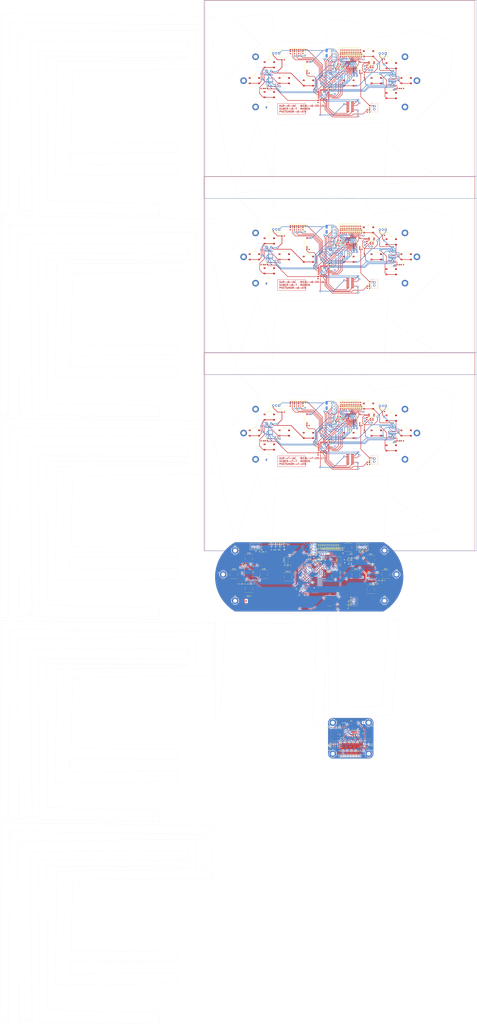
<source format=kicad_pcb>
(kicad_pcb (version 20221018) (generator pcbnew)
  (layers (0 "F.Cu" signal) (31 "B.Cu" signal) (34 "B.Paste" user) (35 "F.Paste" user) (36 "B.SilkS" user "B.Silkscreen") (37 "F.SilkS" user "F.Silkscreen") (38 "B.Mask" user) (39 "F.Mask" user) (44 "Edge.Cuts" user))
  (net 0 "")
  (net 1 "Glob_Alim-v5-")
  (net 2 "GND-v5-")
  (net 3 "POWER-v5-_CHECK-v5-")
  (net 4 "L-v5-i-ion-v5-")
  (net 5 "Net-(C7-Pad1)-v5-")
  (net 6 "Net-(C8-Pad1)-v5-")
  (net 7 "Net-(U3-BP)-v5-")
  (net 8 "Net-(D2-A)-v5-")
  (net 9 "Net-(D3-K)-v5-")
  (net 10 "Net-(D3-A)-v5-")
  (net 11 "Net-(D4-K)-v5-")
  (net 12 "Net-(D4-A)-v5-")
  (net 13 "Net-(D5-K)-v5-")
  (net 14 "Net-(D5-A)-v5-")
  (net 15 "Net-(D6-K)-v5-")
  (net 16 "Net-(D6-A)-v5-")
  (net 17 "Net-(D7-K)-v5-")
  (net 18 "Net-(D7-A)-v5-")
  (net 19 "Net-(D8-K)-v5-")
  (net 20 "Net-(D8-A)-v5-")
  (net 21 "Net-(D9-K)-v5-")
  (net 22 "Net-(D9-A)-v5-")
  (net 23 "Net-(D10-K)-v5-")
  (net 24 "Net-(D10-A)-v5-")
  (net 25 "Net-(D11-K)-v5-")
  (net 26 "Net-(D11-A)-v5-")
  (net 27 "Net-(D12-K)-v5-")
  (net 28 "Net-(D12-A)-v5-")
  (net 29 "Net-(D13-K)-v5-")
  (net 30 "Net-(D13-A)-v5-")
  (net 31 "Net-(D14-K)-v5-")
  (net 32 "Net-(D14-A)-v5-")
  (net 33 "Net-(D15-K)-v5-")
  (net 34 "Net-(D15-A)-v5-")
  (net 35 "Net-(D16-K)-v5-")
  (net 36 "Net-(D16-A)-v5-")
  (net 37 "Net-(D17-K)-v5-")
  (net 38 "Net-(D17-A)-v5-")
  (net 39 "Net-(D18-K)-v5-")
  (net 40 "Net-(D18-A)-v5-")
  (net 43 "SWDIO-v5-")
  (net 44 "SWDCK-v5-")
  (net 48 "R-v5-eset_Buton -v5-")
  (net 49 "USAR-v5-T2_R-v5-X-v5-")
  (net 50 "USAR-v5-T2_TX-v5-")
  (net 51 "R-v5-")
  (net 52 "L-v5-")
  (net 53 "NES{slash}SNES_switcher-v5-")
  (net 54 "DIO{slash}EX_CL-v5-K")
  (net 55 "DIO{slash}EX_SDA-v5-")
  (net 56 "DIODE_OE-v5-")
  (net 57 "Net-(#FL-v5-G05-pwr)")
  (net 58 "A_Button-v5-")
  (net 59 "B_Button-v5-")
  (net 60 "X_Button-v5-")
  (net 61 "Y_Button-v5-")
  (net 62 "UC_Button-v5-")
  (net 63 "Order_Search-v5-")
  (net 64 "L-v5-C_Button")
  (net 65 "R-v5-C_Button")
  (net 66 "DC_Button-v5-")
  (net 67 "ST_Button-v5-")
  (net 68 "SE_Button-v5-")
  (net 73 "Pin_Clock-v5-")
  (net 74 "Digital_Out_Put-v5-")
  (net 75 "MOSI-v5-")
  (net 79 "R-v5-X{slash}TX")
  (net 81 "CSN_nR-v5-F24")
  (net 99 "Glob_Alim-v6-")
  (net 100 "GND-v6-")
  (net 101 "POWER-v6-_CHECK-v6-")
  (net 102 "L-v6-i-ion-v6-")
  (net 103 "Net-(C7-Pad1)-v6-")
  (net 104 "Net-(C8-Pad1)-v6-")
  (net 105 "Net-(U3-BP)-v6-")
  (net 106 "Net-(D2-A)-v6-")
  (net 107 "Net-(D3-K)-v6-")
  (net 108 "Net-(D3-A)-v6-")
  (net 109 "Net-(D4-K)-v6-")
  (net 110 "Net-(D4-A)-v6-")
  (net 111 "Net-(D5-K)-v6-")
  (net 112 "Net-(D5-A)-v6-")
  (net 113 "Net-(D6-K)-v6-")
  (net 114 "Net-(D6-A)-v6-")
  (net 115 "Net-(D7-K)-v6-")
  (net 116 "Net-(D7-A)-v6-")
  (net 117 "Net-(D8-K)-v6-")
  (net 118 "Net-(D8-A)-v6-")
  (net 119 "Net-(D9-K)-v6-")
  (net 120 "Net-(D9-A)-v6-")
  (net 121 "Net-(D10-K)-v6-")
  (net 122 "Net-(D10-A)-v6-")
  (net 123 "Net-(D11-K)-v6-")
  (net 124 "Net-(D11-A)-v6-")
  (net 125 "Net-(D12-K)-v6-")
  (net 126 "Net-(D12-A)-v6-")
  (net 127 "Net-(D13-K)-v6-")
  (net 128 "Net-(D13-A)-v6-")
  (net 129 "Net-(D14-K)-v6-")
  (net 130 "Net-(D14-A)-v6-")
  (net 131 "Net-(D15-K)-v6-")
  (net 132 "Net-(D15-A)-v6-")
  (net 133 "Net-(D16-K)-v6-")
  (net 134 "Net-(D16-A)-v6-")
  (net 135 "Net-(D17-K)-v6-")
  (net 136 "Net-(D17-A)-v6-")
  (net 137 "Net-(D18-K)-v6-")
  (net 138 "Net-(D18-A)-v6-")
  (net 141 "SWDIO-v6-")
  (net 142 "SWDCK-v6-")
  (net 146 "R-v6-eset_Buton -v6-")
  (net 147 "USAR-v6-T2_R-v6-X-v6-")
  (net 148 "USAR-v6-T2_TX-v6-")
  (net 149 "R-v6-")
  (net 150 "L-v6-")
  (net 151 "NES{slash}SNES_switcher-v6-")
  (net 152 "DIO{slash}EX_CL-v6-K")
  (net 153 "DIO{slash}EX_SDA-v6-")
  (net 154 "DIODE_OE-v6-")
  (net 155 "Net-(#FL-v6-G05-pwr)")
  (net 156 "A_Button-v6-")
  (net 157 "B_Button-v6-")
  (net 158 "X_Button-v6-")
  (net 159 "Y_Button-v6-")
  (net 160 "UC_Button-v6-")
  (net 161 "Order_Search-v6-")
  (net 162 "L-v6-C_Button")
  (net 163 "R-v6-C_Button")
  (net 164 "DC_Button-v6-")
  (net 165 "ST_Button-v6-")
  (net 166 "SE_Button-v6-")
  (net 171 "Pin_Clock-v6-")
  (net 172 "Digital_Out_Put-v6-")
  (net 173 "MOSI-v6-")
  (net 177 "R-v6-X{slash}TX")
  (net 179 "CSN_nR-v6-F24")
  (net 197 "Glob_Alim-v7-")
  (net 198 "GND-v7-")
  (net 199 "POWER-v7-_CHECK-v7-")
  (net 200 "L-v7-i-ion-v7-")
  (net 201 "Net-(C7-Pad1)-v7-")
  (net 202 "Net-(C8-Pad1)-v7-")
  (net 203 "Net-(U3-BP)-v7-")
  (net 204 "Net-(D2-A)-v7-")
  (net 205 "Net-(D3-K)-v7-")
  (net 206 "Net-(D3-A)-v7-")
  (net 207 "Net-(D4-K)-v7-")
  (net 208 "Net-(D4-A)-v7-")
  (net 209 "Net-(D5-K)-v7-")
  (net 210 "Net-(D5-A)-v7-")
  (net 211 "Net-(D6-K)-v7-")
  (net 212 "Net-(D6-A)-v7-")
  (net 213 "Net-(D7-K)-v7-")
  (net 214 "Net-(D7-A)-v7-")
  (net 215 "Net-(D8-K)-v7-")
  (net 216 "Net-(D8-A)-v7-")
  (net 217 "Net-(D9-K)-v7-")
  (net 218 "Net-(D9-A)-v7-")
  (net 219 "Net-(D10-K)-v7-")
  (net 220 "Net-(D10-A)-v7-")
  (net 221 "Net-(D11-K)-v7-")
  (net 222 "Net-(D11-A)-v7-")
  (net 223 "Net-(D12-K)-v7-")
  (net 224 "Net-(D12-A)-v7-")
  (net 225 "Net-(D13-K)-v7-")
  (net 226 "Net-(D13-A)-v7-")
  (net 227 "Net-(D14-K)-v7-")
  (net 228 "Net-(D14-A)-v7-")
  (net 229 "Net-(D15-K)-v7-")
  (net 230 "Net-(D15-A)-v7-")
  (net 231 "Net-(D16-K)-v7-")
  (net 232 "Net-(D16-A)-v7-")
  (net 233 "Net-(D17-K)-v7-")
  (net 234 "Net-(D17-A)-v7-")
  (net 235 "Net-(D18-K)-v7-")
  (net 236 "Net-(D18-A)-v7-")
  (net 239 "SWDIO-v7-")
  (net 240 "SWDCK-v7-")
  (net 244 "R-v7-eset_Buton -v7-")
  (net 245 "USAR-v7-T2_R-v7-X-v7-")
  (net 246 "USAR-v7-T2_TX-v7-")
  (net 247 "R-v7-")
  (net 248 "L-v7-")
  (net 249 "NES{slash}SNES_switcher-v7-")
  (net 250 "DIO{slash}EX_CL-v7-K")
  (net 251 "DIO{slash}EX_SDA-v7-")
  (net 252 "DIODE_OE-v7-")
  (net 253 "Net-(#FL-v7-G05-pwr)")
  (net 254 "A_Button-v7-")
  (net 255 "B_Button-v7-")
  (net 256 "X_Button-v7-")
  (net 257 "Y_Button-v7-")
  (net 258 "UC_Button-v7-")
  (net 259 "Order_Search-v7-")
  (net 260 "L-v7-C_Button")
  (net 261 "R-v7-C_Button")
  (net 262 "DC_Button-v7-")
  (net 263 "ST_Button-v7-")
  (net 264 "SE_Button-v7-")
  (net 269 "Pin_Clock-v7-")
  (net 270 "Digital_Out_Put-v7-")
  (net 271 "MOSI-v7-")
  (net 275 "R-v7-X{slash}TX")
  (net 277 "CSN_nR-v7-F24")
  (net 295 "Glob_Alim-v8-")
  (net 296 "GND-v8-")
  (net 297 "POWER-v8-_CHECK-v8-")
  (net 298 "L-v8-i-ion-v8-")
  (net 299 "Net-(C7-Pad1)-v8-")
  (net 300 "Net-(C8-Pad1)-v8-")
  (net 301 "Net-(U3-BP)-v8-")
  (net 302 "Net-(D2-A)-v8-")
  (net 303 "Net-(D3-K)-v8-")
  (net 304 "Net-(D3-A)-v8-")
  (net 305 "Net-(D4-K)-v8-")
  (net 306 "Net-(D4-A)-v8-")
  (net 307 "Net-(D5-K)-v8-")
  (net 308 "Net-(D5-A)-v8-")
  (net 309 "Net-(D6-K)-v8-")
  (net 310 "Net-(D6-A)-v8-")
  (net 311 "Net-(D7-K)-v8-")
  (net 312 "Net-(D7-A)-v8-")
  (net 313 "Net-(D8-K)-v8-")
  (net 314 "Net-(D8-A)-v8-")
  (net 315 "Net-(D9-K)-v8-")
  (net 316 "Net-(D9-A)-v8-")
  (net 317 "Net-(D10-K)-v8-")
  (net 318 "Net-(D10-A)-v8-")
  (net 319 "Net-(D11-K)-v8-")
  (net 320 "Net-(D11-A)-v8-")
  (net 321 "Net-(D12-K)-v8-")
  (net 322 "Net-(D12-A)-v8-")
  (net 323 "Net-(D13-K)-v8-")
  (net 324 "Net-(D13-A)-v8-")
  (net 325 "Net-(D14-K)-v8-")
  (net 326 "Net-(D14-A)-v8-")
  (net 327 "Net-(D15-K)-v8-")
  (net 328 "Net-(D15-A)-v8-")
  (net 329 "Net-(D16-K)-v8-")
  (net 330 "Net-(D16-A)-v8-")
  (net 331 "Net-(D17-K)-v8-")
  (net 332 "Net-(D17-A)-v8-")
  (net 333 "Net-(D18-K)-v8-")
  (net 334 "Net-(D18-A)-v8-")
  (net 337 "SWDIO-v8-")
  (net 338 "SWDCK-v8-")
  (net 342 "R-v8-eset_Buton -v8-")
  (net 343 "USAR-v8-T2_R-v8-X-v8-")
  (net 344 "USAR-v8-T2_TX-v8-")
  (net 345 "R-v8-")
  (net 346 "L-v8-")
  (net 347 "NES{slash}SNES_switcher-v8-")
  (net 348 "DIO{slash}EX_CL-v8-K")
  (net 349 "DIO{slash}EX_SDA-v8-")
  (net 350 "DIODE_OE-v8-")
  (net 351 "Net-(#FL-v8-G05-pwr)")
  (net 352 "A_Button-v8-")
  (net 353 "B_Button-v8-")
  (net 354 "X_Button-v8-")
  (net 355 "Y_Button-v8-")
  (net 356 "UC_Button-v8-")
  (net 357 "Order_Search-v8-")
  (net 358 "L-v8-C_Button")
  (net 359 "R-v8-C_Button")
  (net 360 "DC_Button-v8-")
  (net 361 "ST_Button-v8-")
  (net 362 "SE_Button-v8-")
  (net 367 "Pin_Clock-v8-")
  (net 368 "Digital_Out_Put-v8-")
  (net 369 "MOSI-v8-")
  (net 373 "R-v8-X{slash}TX")
  (net 375 "CSN_nR-v8-F24")
  (net 393 "+5V-v11-")
  (net 394 "GND-v11-")
  (net 395 "+3.3V-v11-")
  (net 396 "Net-(D1-K)-v11-")
  (net 398 "Net-(D3-K)-v11-")
  (net 399 "Status_LED-v11-")
  (net 400 "Data_Clock_SNES-v11-")
  (net 401 "Data_Latch_SNES-v11-")
  (net 402 "Net-(D2-K)-v11-")
  (net 403 "Serial_Data1_SNES-v11-")
  (net 404 "Serial_Data2_SNES-v11-")
  (net 405 "SPI_Chip_Select-v11-")
  (net 406 "Chip_Enable-v11-")
  (net 407 "SPI_Digital_Input-v11-")
  (net 408 "SPI_Clock-v11-")
  (net 409 "SPI_Digital_Output-v11-")
  (net 410 "IOBit_SNES-v11-")
  (net 411 "Data_Clock_STM32-v11-")
  (net 412 "Data_Latch_STM32-v11-")
  (net 413 "Appairing_Btn-v11-")
  (net 414 "Net-(U2-BP)-v11-")
  (net 415 "SWDIO-v11-")
  (net 416 "SWDCK-v11-")
  (net 419 "NRST-v11-")
  (net 420 "USART2_RX-v11-")
  (net 421 "USART2_TX-v11-")
  (net 422 "Serial_Data1_STM32-v11-")
  (net 423 "IOBit_STM32-v11-")
  (net 424 "Serial_Data2_STM32-v11-")
  (footprint "Button_Switch_SMD:SW_SPST_B3S-1000" (layer "F.Cu") (at 208.708069 481.331627)
    (fp_text reference "SW11")
    (fp_text value "SW_Push")
  )
  (footprint "MountingHole:MountingHole_3.2mm_M3_DIN965_Pad" (layer "F.Cu") (at 339.342817 373.351849)
    (fp_text reference "H6")
    (fp_text value "MountingHole_Pad")
  )
  (footprint "Capacitor_SMD:C_0603_1608Metric_Pad1.08x0.95mm_HandSolder" (layer "F.Cu") (at 288.203069 468.114127 -90)
    (fp_text reference "C10")
    (fp_text value "100nF")
  )
  (footprint "R-v6-esistor_SMD:R-v6-_0603_1608Metric_Pad0.98x0.95mm_HandSolder" (layer "F.Cu") (at 287.242817 179.28714 90)
    (fp_text reference "R-v6-24")
    (fp_text value "1K")
  )
  (footprint "R-v8-esistor_SMD:R-v8-_0603_1608Metric_Pad0.98x0.95mm_HandSolder" (layer "F.Cu") (at 271.578069 444.944127 90)
    (fp_text reference "R-v8-25")
    (fp_text value "1K")
  )
  (footprint "Button_Switch_SMD:SW_SPST_B3S-1000" (layer "F.Cu") (at 327.842817 216.47464)
    (fp_text reference "SW3")
    (fp_text value "SW_Push")
  )
  (footprint "R-v7-esistor_SMD:R-v7-_0603_1608Metric_Pad0.98x0.95mm_HandSolder" (layer "F.Cu") (at 291.742817 326.664349 90)
    (fp_text reference "R-v7-27")
    (fp_text value "1K")
  )
  (footprint "L-v7-ED_SMD:L-v7-ED_0603_1608Metric_Pad1.05x0.95mm_HandSolder" (layer "F.Cu") (at 301.317817 330.151849 -90)
    (fp_text reference "D17")
    (fp_text value "R-v7-3")
  )
  (footprint "R-v5-esistor_SMD:R-v5-_0603_1608Metric_Pad0.98x0.95mm_HandSolder" (layer "F.Cu") (at 284.152817 42.697431 180)
    (fp_text reference "R-v5-16")
    (fp_text value "10K")
  )
  (footprint "L-v6-ED_SMD:L-v6-ED_0603_1608Metric_Pad1.05x0.95mm_HandSolder" (layer "F.Cu") (at 311.602817 193.17464)
    (fp_text reference "D2")
    (fp_text value "L-v6-ED_Small")
  )
  (footprint "Capacitor_SMD:C_0603_1608Metric_Pad1.08x0.95mm_HandSolder" (layer "F.Cu") (at 333.654841 210.52464 180)
    (fp_text reference "C7")
    (fp_text value "100nF")
  )
  (footprint "L-v8-ED_SMD:L-v8-ED_0603_1608Metric_Pad1.05x0.95mm_HandSolder" (layer "F.Cu") (at 280.983069 448.431627 -90)
    (fp_text reference "D15")
    (fp_text value "R-v8-1")
  )
  (footprint "Package_QFP:L-v8-QFP-32_7x7mm_P0.8mm" (layer "F.Cu") (at 254.208069 481.631627 90)
    (fp_text reference "U1")
    (fp_text value "STM32L-v8-412KBTx")
  )
  (footprint "R-v6-esistor_SMD:R-v6-_0603_1608Metric_Pad0.98x0.95mm_HandSolder" (layer "F.Cu") (at 296.242817 179.28714 90)
    (fp_text reference "R-v6-30")
    (fp_text value "1K")
  )
  (footprint "Capacitor_SMD:C_0603_1608Metric_Pad1.08x0.95mm_HandSolder" (layer "F.Cu") (at 276.042817 63.069431 -90)
    (fp_text reference "C3")
    (fp_text value "100n")
  )
  (footprint "L-v6-ED_SMD:L-v6-ED_0603_1608Metric_Pad1.05x0.95mm_HandSolder" (layer "F.Cu") (at 247.842817 177.97464)
    (fp_text reference "D4")
    (fp_text value "G2")
  )
  (footprint "Capacitor_SMD:C_0603_1608Metric_Pad1.08x0.95mm_HandSolder" (layer "F.Cu") (at 302.437817 50.297431)
    (fp_text reference "C4")
    (fp_text value "1u")
  )
  (footprint "L-v8-ED_SMD:L-v8-ED_0603_1608Metric_Pad1.05x0.95mm_HandSolder" (layer "F.Cu") (at 294.468069 458.831627)
    (fp_text reference "D2")
    (fp_text value "L-v8-ED_Small")
  )
  (footprint "Button_Switch_SMD:SW_SPST_B3S-1000" (layer "F.Cu") (at 308.842817 181.47464)
    (fp_text reference "SW7")
    (fp_text value "SW_SPST")
  )
  (footprint "R-v7-esistor_SMD:R-v7-_0603_1608Metric_Pad0.98x0.95mm_HandSolder" (layer "F.Cu") (at 302.242817 326.664349 90)
    (fp_text reference "R-v7-34")
    (fp_text value "1K")
  )
  (footprint "L-v6-ED_SMD:L-v6-ED_0603_1608Metric_Pad1.05x0.95mm_HandSolder" (layer "F.Cu") (at 254.842817 177.97464)
    (fp_text reference "D6")
    (fp_text value "G4")
  )
  (footprint "L-v5-ED_SMD:L-v5-ED_0603_1608Metric_Pad1.05x0.95mm_HandSolder" (layer "F.Cu") (at 251.342817 30.597431)
    (fp_text reference "D5")
    (fp_text value "G3")
  )
  (footprint "R-v5-esistor_SMD:R-v5-_0603_1608Metric_Pad0.98x0.95mm_HandSolder" (layer "F.Cu") (at 283.152817 45.197431 180)
    (fp_text reference "R-v5-11")
    (fp_text value "10K")
  )
  (footprint "L-v8-ED_SMD:L-v8-ED_0603_1608Metric_Pad1.05x0.95mm_HandSolder" (layer "F.Cu") (at 271.333069 448.456627 -90)
    (fp_text reference "D9")
    (fp_text value "G7")
  )
  (footprint "MountingHole:MountingHole_3.2mm_M3_DIN965_Pad" (layer "F.Cu") (at 197.208069 449.631627)
    (fp_text reference "H1")
    (fp_text value "MountingHole_Pad")
  )
  (footprint "L-v7-ED_SMD:L-v7-ED_0603_1608Metric_Pad1.05x0.95mm_HandSolder" (layer "F.Cu") (at 299.717817 330.151849 -90)
    (fp_text reference "D16")
    (fp_text value "R-v7-2")
  )
  (footprint "Capacitor_SMD:C_0603_1608Metric_Pad1.08x0.95mm_HandSolder" (layer "F.Cu") (at 305.337817 349.834349 -90)
    (fp_text reference "C10")
    (fp_text value "100nF")
  )
  (footprint "R-v8-esistor_SMD:R-v8-_0603_1608Metric_Pad0.98x0.95mm_HandSolder" (layer "F.Cu") (at 282.108069 444.944127 90)
    (fp_text reference "R-v8-32")
    (fp_text value "1K")
  )
  (footprint "R-v8-esistor_SMD:R-v8-_0603_1608Metric_Pad0.98x0.95mm_HandSolder" (layer "F.Cu") (at 229.733069 446.131627 -90)
    (fp_text reference "R-v8-20")
    (fp_text value "1K")
  )
  (footprint "R-v6-esistor_SMD:R-v6-_0603_1608Metric_Pad0.98x0.95mm_HandSolder" (layer "F.Cu") (at 321.342817 185.97464)
    (fp_text reference "R-v6-13")
    (fp_text value "1K")
  )
  (footprint "R-v5-esistor_SMD:R-v5-_0603_1608Metric_Pad0.98x0.95mm_HandSolder" (layer "F.Cu") (at 311.602817 44.273431)
    (fp_text reference "R-v5-3")
    (fp_text value "1K")
  )
  (footprint "Button_Switch_SMD:SW_SPST_B3S-1000" (layer "F.Cu") (at 323.208069 469.631627)
    (fp_text reference "SW2")
    (fp_text value "SW_Push")
  )
  (footprint "L-v7-ED_SMD:L-v7-ED_0603_1608Metric_Pad1.05x0.95mm_HandSolder" (layer "F.Cu") (at 254.842817 325.351849)
    (fp_text reference "D6")
    (fp_text value "G4")
  )
  (footprint "Button_Switch_SMD:SW_SPST_B3S-1000" (layer "F.Cu") (at 275.208069 471.631627)
    (fp_text reference "SW13")
    (fp_text value "SW_Push")
  )
  (footprint "L-v5-ED_SMD:L-v5-ED_0603_1608Metric_Pad1.05x0.95mm_HandSolder" (layer "F.Cu") (at 290.067817 35.422431 -90)
    (fp_text reference "D10")
    (fp_text value "G8")
  )
  (footprint "Capacitor_SMD:C_0603_1608Metric_Pad1.08x0.95mm_HandSolder" (layer "F.Cu") (at 305.337817 202.45714 -90)
    (fp_text reference "C10")
    (fp_text value "100nF")
  )
  (footprint "Package_SO:TSSOP-28_4.4x9.7mm_P0.65mm" (layer "F.Cu") (at 294.076817 338.265849 90)
    (fp_text reference "U4")
    (fp_text value "PCA9685PW")
  )
  (footprint "MountingHole:MountingHole_3.2mm_M3_DIN965_Pad" (layer "F.Cu") (at 339.342817 78.597431)
    (fp_text reference "H6")
    (fp_text value "MountingHole_Pad")
  )
  (footprint "Connector_PinHeader_1.27mm:PinHeader_2x07_P1.27mm_Vertical_SMD" (layer "F.Cu") (at 307.969664 602.61454 180)
    (fp_text reference "J1")
    (fp_text value "Conn_02x07_Odd_Even")
  )
  (footprint "MountingHole:MountingHole_3.2mm_M3_DIN965_Pad" (layer "F.Cu") (at 214.342817 36.597431)
    (fp_text reference "H1")
    (fp_text value "MountingHole_Pad")
  )
  (footprint "Capacitor_SMD:C_0603_1608Metric_Pad1.08x0.95mm_HandSolder" (layer "F.Cu") (at 223.250793 63.147431)
    (fp_text reference "C8")
    (fp_text value "100nF")
  )
  (footprint "MountingHole:MountingHole_3.2mm_M3_DIN965_Pad" (layer "F.Cu") (at 204.342817 56.597431)
    (fp_text reference "H2")
    (fp_text value "MountingHole_Pad")
  )
  (footprint "L-v8-ED_SMD:L-v8-ED_0603_1608Metric_Pad1.05x0.95mm_HandSolder" (layer "F.Cu") (at 227.208069 443.631627)
    (fp_text reference "D3")
    (fp_text value "G1")
  )
  (footprint "L-v5-ED_SMD:L-v5-ED_0603_1608Metric_Pad1.05x0.95mm_HandSolder" (layer "F.Cu") (at 299.717817 35.397431 -90)
    (fp_text reference "D16")
    (fp_text value "R-v5-2")
  )
  (footprint "R-v5-esistor_SMD:R-v5-_0603_1608Metric_Pad0.98x0.95mm_HandSolder" (layer "F.Cu") (at 290.242817 31.909931 90)
    (fp_text reference "R-v5-26")
    (fp_text value "1K")
  )
  (footprint "L-v6-ED_SMD:L-v6-ED_0603_1608Metric_Pad1.05x0.95mm_HandSolder" (layer "F.Cu") (at 296.517817 182.77464 -90)
    (fp_text reference "D14")
    (fp_text value "O4")
  )
  (footprint "MountingHole:MountingHole_3.2mm_M3_DIN965_Pad" (layer "F.Cu") (at 308.969664 593.61454)
    (fp_text reference "H2")
    (fp_text value "MountingHole_Pad")
  )
  (footprint "MountingHole:MountingHole_3.2mm_M3_DIN965_Pad" (layer "F.Cu") (at 214.342817 225.97464)
    (fp_text reference "H3")
    (fp_text value "MountingHole_Pad")
  )
  (footprint "Capacitor_SMD:C_0603_1608Metric_Pad1.08x0.95mm_HandSolder" (layer "F.Cu") (at 276.042817 357.823849 -90)
    (fp_text reference "C3")
    (fp_text value "100n")
  )
  (footprint "L-v7-ED_SMD:L-v7-ED_0603_1608Metric_Pad1.05x0.95mm_HandSolder" (layer "F.Cu") (at 294.917817 330.151849 -90)
    (fp_text reference "D13")
    (fp_text value "O3")
  )
  (footprint "Button_Switch_SMD:SW_SPST_B3S-1000" (layer "F.Cu") (at 315.342817 56.597431)
    (fp_text reference "SW5")
    (fp_text value "SW_Push")
  )
  (footprint "R-v5-esistor_SMD:R-v5-_0603_1608Metric_Pad0.98x0.95mm_HandSolder" (layer "F.Cu") (at 302.242817 31.909931 90)
    (fp_text reference "R-v5-34")
    (fp_text value "1K")
  )
  (footprint "L-v7-ED_SMD:L-v7-ED_0603_1608Metric_Pad1.05x0.95mm_HandSolder" (layer "F.Cu") (at 296.517817 330.151849 -90)
    (fp_text reference "D14")
    (fp_text value "O4")
  )
  (footprint "R-v6-esistor_SMD:R-v6-_0603_1608Metric_Pad0.98x0.95mm_HandSolder" (layer "F.Cu") (at 219.850793 210.52464 180)
    (fp_text reference "R-v6-7")
    (fp_text value "1k")
  )
  (footprint "R-v8-esistor_SMD:R-v8-_0603_1608Metric_Pad0.98x0.95mm_HandSolder" (layer "F.Cu") (at 202.716045 476.181627 180)
    (fp_text reference "R-v8-7")
    (fp_text value "1k")
  )
  (footprint "Connector_PinHeader_2.54mm:PinHeader_2x04_P2.54mm_Vertical" (layer "F.Cu") (at 278.542817 31.657431)
    (fp_text reference "U2")
    (fp_text value "nR-v5-F24_Full")
  )
  (footprint "L-v7-ED_SMD:L-v7-ED_0603_1608Metric_Pad1.05x0.95mm_HandSolder" (layer "F.Cu") (at 298.117817 330.151849 -90)
    (fp_text reference "D15")
    (fp_text value "R-v7-1")
  )
  (footprint "Button_Switch_SMD:SW_SPST_B3S-1000" (layer "F.Cu") (at 298.208069 469.631627)
    (fp_text reference "SW5")
    (fp_text value "SW_Push")
  )
  (footprint "Button_Switch_SMD:SW_SPST_B3S-1000" (layer "F.Cu") (at 340.342817 203.97464)
    (fp_text reference "SW2")
    (fp_text value "SW_Push")
  )
  (footprint "L-v8-ED_SMD:L-v8-ED_0603_1608Metric_Pad1.05x0.95mm_HandSolder" (layer "F.Cu") (at 274.533069 448.456627 -90)
    (fp_text reference "D11")
    (fp_text value "O1")
  )
  (footprint "Connector_JST:JST_XH_B3B-XH-A_1x03_P2.50mm_Vertical" (layer "F.Cu") (at 216.958069 446.656627 180)
    (fp_text reference "J3")
    (fp_text value "Conn_01x03")
  )
  (footprint "R-v5-esistor_SMD:R-v5-_0603_1608Metric_Pad0.98x0.95mm_HandSolder" (layer "F.Cu") (at 237.342817 39.097431)
    (fp_text reference "R-v5-2")
    (fp_text value "1K")
  )
  (footprint "MountingHole:MountingHole_3.2mm_M3_DIN965_Pad" (layer "F.Cu") (at 214.342817 373.351849)
    (fp_text reference "H3")
    (fp_text value "MountingHole_Pad")
  )
  (footprint "L-v7-ED_SMD:L-v7-ED_0603_1608Metric_Pad1.05x0.95mm_HandSolder" (layer "F.Cu") (at 244.342817 325.351849)
    (fp_text reference "D3")
    (fp_text value "G1")
  )
  (footprint "Package_SO:MSOP-8_3x3mm_P0.65mm" (layer "F.Cu") (at 311.342817 41.597431)
    (fp_text reference "U3")
    (fp_text value "MIC5219-3.3YMM")
  )
  (footprint "L-v6-ED_SMD:L-v6-ED_0603_1608Metric_Pad1.05x0.95mm_HandSolder" (layer "F.Cu") (at 302.942817 182.77464 -90)
    (fp_text reference "D18")
    (fp_text value "R-v6-4")
  )
  (footprint "Package_SO:TSSOP-28_4.4x9.7mm_P0.65mm" (layer "F.Cu") (at 276.942069 456.545627 90)
    (fp_text reference "U4")
    (fp_text value "PCA9685PW")
  )
  (footprint "R-v5-esistor_SMD:R-v5-_0603_1608Metric_Pad0.98x0.95mm_HandSolder" (layer "F.Cu") (at 288.712817 31.909931 90)
    (fp_text reference "R-v5-25")
    (fp_text value "1K")
  )
  (footprint "Button_Switch_SMD:SW_SPST_B3S-1000" (layer "F.Cu") (at 225.842817 43.297431)
    (fp_text reference "SW6")
    (fp_text value "SW_Push")
  )
  (footprint "Capacitor_SMD:C_0603_1608Metric_Pad1.08x0.95mm_HandSolder" (layer "F.Cu") (at 276.042817 210.44664 -90)
    (fp_text reference "C3")
    (fp_text value "100n")
  )
  (footprint "Button_Switch_SMD:SW_SPST_B3S-1000" (layer "F.Cu") (at 340.342817 56.597431)
    (fp_text reference "SW2")
    (fp_text value "SW_Push")
  )
  (footprint "R-v7-esistor_SMD:R-v7-_0603_1608Metric_Pad0.98x0.95mm_HandSolder" (layer "F.Cu") (at 294.742817 326.664349 90)
    (fp_text reference "R-v7-29")
    (fp_text value "1K")
  )
  (footprint "Capacitor_SMD:C_0603_1608Metric_Pad1.08x0.95mm_HandSolder" (layer "F.Cu") (at 302.437817 197.67464)
    (fp_text reference "C4")
    (fp_text value "1u")
  )
  (footprint "Connector_JST:JST_XH_B3B-XH-A_1x03_P2.50mm_Vertical" (layer "F.Cu") (at 323.246817 33.859431 180)
    (fp_text reference "J4")
    (fp_text value "Conn_01x03")
  )
  (footprint "Button_Switch_SMD:SW_SPST_B3S-1000" (layer "F.Cu") (at 291.708069 447.131627)
    (fp_text reference "SW7")
    (fp_text value "SW_SPST")
  )
  (footprint "Button_Switch_SMD:SW_DIP_SPSTx01_Slide_Copal_CHS-01B_W7.62mm_P1.27mm" (layer "F.Cu") (at 284.378069 457.631627 90)
    (fp_text reference "SW1")
    (fp_text value "SW_DIP_x01")
  )
  (footprint "Capacitor_SMD:C_0603_1608Metric_Pad1.08x0.95mm_HandSolder" (layer "F.Cu") (at 277.566817 357.823849 -90)
    (fp_text reference "C6")
    (fp_text value "10u")
  )
  (footprint "Capacitor_SMD:C_0603_1608Metric_Pad1.08x0.95mm_HandSolder" (layer "F.Cu") (at 302.437817 345.051849)
    (fp_text reference "C4")
    (fp_text value "1u")
  )
  (footprint "Capacitor_SMD:C_0603_1608Metric_Pad1.08x0.95mm_HandSolder" (layer "F.Cu") (at 258.908069 476.103627 -90)
    (fp_text reference "C3")
    (fp_text value "100n")
  )
  (footprint "MountingHole:MountingHole_3.2mm_M3_DIN965_Pad" (layer "F.Cu") (at 197.208069 491.631627)
    (fp_text reference "H3")
    (fp_text value "MountingHole_Pad")
  )
  (footprint "R-v5-esistor_SMD:R-v5-_0603_1608Metric_Pad0.98x0.95mm_HandSolder" (layer "F.Cu") (at 253.942817 33.022431 -90)
    (fp_text reference "R-v5-22")
    (fp_text value "1K")
  )
  (footprint "L-v8-ED_SMD:L-v8-ED_0603_1608Metric_Pad1.05x0.95mm_HandSolder" (layer "F.Cu") (at 276.168069 448.444127 -90)
    (fp_text reference "D12")
    (fp_text value "O2")
  )
  (footprint "Package_QFP:L-v7-QFP-32_7x7mm_P0.8mm" (layer "F.Cu") (at 271.342817 363.351849 90)
    (fp_text reference "U1")
    (fp_text value "STM32L-v7-412KBTx")
  )
  (footprint "R-v5-esistor_SMD:R-v5-_0603_1608Metric_Pad0.98x0.95mm_HandSolder" (layer "F.Cu") (at 246.867817 33.097431 -90)
    (fp_text reference "R-v5-20")
    (fp_text value "1K")
  )
  (footprint "L-v6-ED_SMD:L-v6-ED_0603_1608Metric_Pad1.05x0.95mm_HandSolder" (layer "F.Cu") (at 286.866817 182.79964 -90)
    (fp_text reference "D8")
    (fp_text value "G6")
  )
  (footprint "R-v6-esistor_SMD:R-v6-_0603_1608Metric_Pad0.98x0.95mm_HandSolder" (layer "F.Cu") (at 284.152817 190.07464 180)
    (fp_text reference "R-v6-16")
    (fp_text value "10K")
  )
  (footprint "MountingHole:MountingHole_3.2mm_M3_DIN965_Pad" (layer "F.Cu") (at 278.969664 619.61454)
    (fp_text reference "H3")
    (fp_text value "MountingHole_Pad")
  )
  (footprint "Button_Switch_SMD:SW_DIP_SPSTx01_Slide_Copal_CHS-01B_W7.62mm_P1.27mm" (layer "F.Cu") (at 257.342817 44.597431 90)
    (fp_text reference "SW10")
    (fp_text value "SW_DIP_x01")
  )
  (footprint "Capacitor_SMD:C_0603_1608Metric_Pad1.08x0.95mm_HandSolder" (layer "F.Cu") (at 309.742817 376.689349 -90)
    (fp_text reference "C2")
    (fp_text value "1nF")
  )
  (footprint "Capacitor_SMD:C_0603_1608Metric_Pad1.08x0.95mm_HandSolder" (layer "F.Cu") (at 316.520093 476.181627 180)
    (fp_text reference "C7")
    (fp_text value "100nF")
  )
  (footprint "Button_Switch_SMD:SW_SPST_B3S-1000" (layer "F.Cu") (at 327.842817 69.097431)
    (fp_text reference "SW3")
    (fp_text value "SW_Push")
  )
  (footprint "L-v8-ED_SMD:L-v8-ED_0603_1608Metric_Pad1.05x0.95mm_HandSolder" (layer "F.Cu") (at 282.583069 448.431627 -90)
    (fp_text reference "D16")
    (fp_text value "R-v8-2")
  )
  (footprint "Button_Switch_SMD:SW_SPST_B3S-1000" (layer "F.Cu") (at 315.342817 203.97464)
    (fp_text reference "SW5")
    (fp_text value "SW_Push")
  )
  (footprint "L-v5-ED_SMD:L-v5-ED_0603_1608Metric_Pad1.05x0.95mm_HandSolder" (layer "F.Cu") (at 293.302817 35.409931 -90)
    (fp_text reference "D12")
    (fp_text value "O2")
  )
  (footprint "L-v7-ED_SMD:L-v7-ED_0603_1608Metric_Pad1.05x0.95mm_HandSolder" (layer "F.Cu") (at 290.067817 330.176849 -90)
    (fp_text reference "D10")
    (fp_text value "G8")
  )
  (footprint "R-v8-esistor_SMD:R-v8-_0603_1608Metric_Pad0.98x0.95mm_HandSolder" (layer "F.Cu") (at 233.258069 446.106627 -90)
    (fp_text reference "R-v8-21")
    (fp_text value "1K")
  )
  (footprint "R-v5-esistor_SMD:R-v5-_0603_1608Metric_Pad0.98x0.95mm_HandSolder" (layer "F.Cu") (at 299.242817 31.909931 90)
    (fp_text reference "R-v5-32")
    (fp_text value "1K")
  )
  (footprint "R-v6-esistor_SMD:R-v6-_0603_1608Metric_Pad0.98x0.95mm_HandSolder" (layer "F.Cu") (at 311.602817 191.65064)
    (fp_text reference "R-v6-3")
    (fp_text value "1K")
  )
  (footprint "Button_Switch_SMD:SW_SPST_B3S-1000" (layer "F.Cu") (at 238.342817 203.97464)
    (fp_text reference "SW8")
    (fp_text value "SW_Push")
  )
  (footprint "Capacitor_SMD:C_0603_1608Metric_Pad1.08x0.95mm_HandSolder" (layer "F.Cu") (at 286.269664 596.11454 90)
    (fp_text reference "C1")
    (fp_text value "10u")
  )
  (footprint "MountingHole:MountingHole_3.2mm_M3_DIN965_Pad" (layer "F.Cu") (at 339.342817 331.351849)
    (fp_text reference "H4")
    (fp_text value "MountingHole_Pad")
  )
  (footprint "R-v7-esistor_SMD:R-v7-_0603_1608Metric_Pad0.98x0.95mm_HandSolder" (layer "F.Cu") (at 293.242817 326.664349 90)
    (fp_text reference "R-v7-28")
    (fp_text value "1K")
  )
  (footprint "L-v5-ED_SMD:L-v5-ED_0603_1608Metric_Pad1.05x0.95mm_HandSolder" (layer "F.Cu") (at 298.117817 35.397431 -90)
    (fp_text reference "D15")
    (fp_text value "R-v5-1")
  )
  (footprint "L-v6-ED_SMD:L-v6-ED_0603_1608Metric_Pad1.05x0.95mm_HandSolder" (layer "F.Cu") (at 251.342817 177.97464)
    (fp_text reference "D5")
    (fp_text value "G3")
  )
  (footprint "R-v8-esistor_SMD:R-v8-_0603_1608Metric_Pad0.98x0.95mm_HandSolder" (layer "F.Cu") (at 280.608069 444.944127 90)
    (fp_text reference "R-v8-31")
    (fp_text value "1K")
  )
  (footprint "Capacitor_SMD:C_0603_1608Metric_Pad1.08x0.95mm_HandSolder" (layer "F.Cu") (at 309.742817 229.31214 -90)
    (fp_text reference "C2")
    (fp_text value "1nF")
  )
  (footprint "R-v7-esistor_SMD:R-v7-_0603_1608Metric_Pad0.98x0.95mm_HandSolder" (layer "F.Cu") (at 299.242817 326.664349 90)
    (fp_text reference "R-v7-32")
    (fp_text value "1K")
  )
  (footprint "Package_QFP:L-v6-QFP-32_7x7mm_P0.8mm" (layer "F.Cu") (at 271.342817 215.97464 90)
    (fp_text reference "U1")
    (fp_text value "STM32L-v6-412KBTx")
  )
  (footprint "MountingHole:MountingHole_3.2mm_M3_DIN965_Pad" (layer "F.Cu") (at 339.342817 183.97464)
    (fp_text reference "H4")
    (fp_text value "MountingHole_Pad")
  )
  (footprint "L-v8-ED_SMD:L-v8-ED_0603_1608Metric_Pad1.05x0.95mm_HandSolder" (layer "F.Cu") (at 277.783069 448.431627 -90)
    (fp_text reference "D13")
    (fp_text value "O3")
  )
  (footprint "L-v8-ED_SMD:L-v8-ED_0603_1608Metric_Pad1.05x0.95mm_HandSolder" (layer "F.Cu") (at 234.208069 443.631627)
    (fp_text reference "D5")
    (fp_text value "G3")
  )
  (footprint "L-v6-ED_SMD:L-v6-ED_0603_1608Metric_Pad1.05x0.95mm_HandSolder" (layer "F.Cu") (at 290.067817 182.79964 -90)
    (fp_text reference "D10")
    (fp_text value "G8")
  )
  (footprint "R-v5-esistor_SMD:R-v5-_0603_1608Metric_Pad0.98x0.95mm_HandSolder" (layer "F.Cu") (at 321.342817 38.597431)
    (fp_text reference "R-v5-13")
    (fp_text value "1K")
  )
  (footprint "L-v5-ED_SMD:L-v5-ED_0603_1608Metric_Pad1.05x0.95mm_HandSolder" (layer "F.Cu") (at 302.942817 35.397431 -90)
    (fp_text reference "D18")
    (fp_text value "R-v5-4")
  )
  (footprint "Diode_SMD:D_0603_1608Metric_Pad1.05x0.95mm_HandSolder" (layer "F.Cu") (at 279.488414 614.41454 180)
    (fp_text reference "D2")
    (fp_text value "LED_Small")
  )
  (footprint "Connector_JST:JST_XH_B3B-XH-A_1x03_P2.50mm_Vertical" (layer "F.Cu") (at 234.092817 180.99964 180)
    (fp_text reference "J3")
    (fp_text value "Conn_01x03")
  )
  (footprint "Package_QFP:LQFP-32_7x7mm_P0.8mm" (layer "F.Cu") (at 291.819664 601.51454 180)
    (fp_text reference "U1")
    (fp_text value "STM32L412KBTx")
  )
  (footprint "L-v7-ED_SMD:L-v7-ED_0603_1608Metric_Pad1.05x0.95mm_HandSolder" (layer "F.Cu") (at 293.302817 330.164349 -90)
    (fp_text reference "D12")
    (fp_text value "O2")
  )
  (footprint "R-v8-esistor_SMD:R-v8-_0603_1608Metric_Pad0.98x0.95mm_HandSolder" (layer "F.Cu") (at 292.608069 491.431627 -90)
    (fp_text reference "R-v8-9")
    (fp_text value "1M")
  )
  (footprint "R-v8-esistor_SMD:R-v8-_0603_1608Metric_Pad0.98x0.95mm_HandSolder" (layer "F.Cu") (at 241.058069 463.331627)
    (fp_text reference "R-v8-1")
    (fp_text value "1K")
  )
  (footprint "L-v7-ED_SMD:L-v7-ED_0603_1608Metric_Pad1.05x0.95mm_HandSolder" (layer "F.Cu") (at 302.942817 330.151849 -90)
    (fp_text reference "D18")
    (fp_text value "R-v7-4")
  )
  (footprint "R-v7-esistor_SMD:R-v7-_0603_1608Metric_Pad0.98x0.95mm_HandSolder" (layer "F.Cu") (at 283.152817 339.951849 180)
    (fp_text reference "R-v7-11")
    (fp_text value "10K")
  )
  (footprint "L-v5-ED_SMD:L-v5-ED_0603_1608Metric_Pad1.05x0.95mm_HandSolder" (layer "F.Cu") (at 254.842817 30.597431)
    (fp_text reference "D6")
    (fp_text value "G4")
  )
  (footprint "Button_Switch_SMD:SW_SPST_B3S-1000" (layer "F.Cu") (at 292.342817 353.351849)
    (fp_text reference "SW13")
    (fp_text value "SW_Push")
  )
  (footprint "Connector_JST:JST_XH_B3B-XH-A_1x03_P2.50mm_Vertical" (layer "F.Cu") (at 306.112069 446.893627 180)
    (fp_text reference "J4")
    (fp_text value "Conn_01x03")
  )
  (footprint "L-v8-ED_SMD:L-v8-ED_0603_1608Metric_Pad1.05x0.95mm_HandSolder" (layer "F.Cu") (at 279.383069 448.431627 -90)
    (fp_text reference "D14")
    (fp_text value "O4")
  )
  (footprint "L-v6-ED_SMD:L-v6-ED_0603_1608Metric_Pad1.05x0.95mm_HandSolder" (layer "F.Cu") (at 298.117817 182.77464 -90)
    (fp_text reference "D15")
    (fp_text value "R-v6-1")
  )
  (footprint "Capacitor_SMD:C_0603_1608Metric_Pad1.08x0.95mm_HandSolder" (layer "F.Cu") (at 277.566817 210.44664 -90)
    (fp_text reference "C6")
    (fp_text value "10u")
  )
  (footprint "MountingHole:MountingHole_3.2mm_M3_DIN965_Pad" (layer "F.Cu") (at 204.342817 351.351849)
    (fp_text reference "H2")
    (fp_text value "MountingHole_Pad")
  )
  (footprint "R-v5-esistor_SMD:R-v5-_0603_1608Metric_Pad0.98x0.95mm_HandSolder" (layer "F.Cu") (at 294.742817 31.909931 90)
    (fp_text reference "R-v5-29")
    (fp_text value "1K")
  )
  (footprint "Connector_PinHeader_1.27mm:PinHeader_2x07_P1.27mm_Vertical_SMD" (layer "F.Cu") (at 276.333069 491.571627)
    (fp_text reference "J2")
    (fp_text value "Conn_02x07_Odd_Even")
  )
  (footprint "R-v5-esistor_SMD:R-v5-_0603_1608Metric_Pad0.98x0.95mm_HandSolder" (layer "F.Cu") (at 293.242817 31.909931 90)
    (fp_text reference "R-v5-28")
    (fp_text value "1K")
  )
  (footprint "R-v7-esistor_SMD:R-v7-_0603_1608Metric_Pad0.98x0.95mm_HandSolder" (layer "F.Cu") (at 311.602817 339.027849)
    (fp_text reference "R-v7-3")
    (fp_text value "1K")
  )
  (footprint "Package_SO:TSSOP-28_4.4x9.7mm_P0.65mm" (layer "F.Cu") (at 294.076817 190.88864 90)
    (fp_text reference "U4")
    (fp_text value "PCA9685PW")
  )
  (footprint "Capacitor_SMD:C_0603_1608Metric_Pad1.08x0.95mm_HandSolder" (layer "F.Cu") (at 223.250793 357.901849)
    (fp_text reference "C8")
    (fp_text value "100nF")
  )
  (footprint "Button_Switch_SMD:SW_SPST_B3S-1000" (layer "F.Cu") (at 241.418069 471.631627)
    (fp_text reference "SW12")
    (fp_text value "SW_Push")
  )
  (footprint "R-v7-esistor_SMD:R-v7-_0603_1608Metric_Pad0.98x0.95mm_HandSolder" (layer "F.Cu") (at 237.342817 333.851849)
    (fp_text reference "R-v7-2")
    (fp_text value "1K")
  )
  (footprint "Capacitor_SMD:C_0603_1608Metric_Pad1.08x0.95mm_HandSolder" (layer "F.Cu") (at 287.769664 596.11454 90)
    (fp_text reference "C4")
    (fp_text value "100n")
  )
  (footprint "Connector_PinHeader_1.27mm:PinHeader_2x07_P1.27mm_Vertical_SMD" (layer "F.Cu") (at 293.467817 373.291849)
    (fp_text reference "J2")
    (fp_text value "Conn_02x07_Odd_Even")
  )
  (footprint "R-v6-esistor_SMD:R-v6-_0603_1608Metric_Pad0.98x0.95mm_HandSolder" (layer "F.Cu") (at 307.742817 229.31214 -90)
    (fp_text reference "R-v6-10")
    (fp_text value "1M")
  )
  (footprint "R-v5-esistor_SMD:R-v5-_0603_1608Metric_Pad0.98x0.95mm_HandSolder" (layer "F.Cu") (at 297.742817 31.909931 90)
    (fp_text reference "R-v5-31")
    (fp_text value "1K")
  )
  (footprint "L-v8-ED_SMD:L-v8-ED_0603_1608Metric_Pad1.05x0.95mm_HandSolder" (layer "F.Cu") (at 237.708069 443.631627)
    (fp_text reference "D6")
    (fp_text value "G4")
  )
  (footprint "L-v5-ED_SMD:L-v5-ED_0603_1608Metric_Pad1.05x0.95mm_HandSolder" (layer "F.Cu") (at 294.917817 35.397431 -90)
    (fp_text reference "D13")
    (fp_text value "O3")
  )
  (footprint "L-v8-ED_SMD:L-v8-ED_0603_1608Metric_Pad1.05x0.95mm_HandSolder" (layer "F.Cu") (at 268.133069 448.456627 -90)
    (fp_text reference "D7")
    (fp_text value "G5")
  )
  (footprint "L-v8-ED_SMD:L-v8-ED_0603_1608Metric_Pad1.05x0.95mm_HandSolder" (layer "F.Cu") (at 272.933069 448.456627 -90)
    (fp_text reference "D10")
    (fp_text value "G8")
  )
  (footprint "L-v8-ED_SMD:L-v8-ED_0603_1608Metric_Pad1.05x0.95mm_HandSolder" (layer "F.Cu") (at 284.183069 448.431627 -90)
    (fp_text reference "D17")
    (fp_text value "R-v8-3")
  )
  (footprint "L-v6-ED_SMD:L-v6-ED_0603_1608Metric_Pad1.05x0.95mm_HandSolder" (layer "F.Cu") (at 285.267817 182.79964 -90)
    (fp_text reference "D7")
    (fp_text value "G5")
  )
  (footprint "R-v7-esistor_SMD:R-v7-_0603_1608Metric_Pad0.98x0.95mm_HandSolder" (layer "F.Cu") (at 250.392817 327.826849 -90)
    (fp_text reference "R-v7-21")
    (fp_text value "1K")
  )
  (footprint "R-v7-esistor_SMD:R-v7-_0603_1608Metric_Pad0.98x0.95mm_HandSolder" (layer "F.Cu") (at 282.152817 341.451849)
    (fp_text reference "R-v7-14")
    (fp_text value "10K")
  )
  (footprint "R-v5-esistor_SMD:R-v5-_0603_1608Metric_Pad0.98x0.95mm_HandSolder" (layer "F.Cu") (at 243.367817 33.072431 -90)
    (fp_text reference "R-v5-18")
    (fp_text value "1K")
  )
  (footprint "R-v5-esistor_SMD:R-v5-_0603_1608Metric_Pad0.98x0.95mm_HandSolder" (layer "F.Cu") (at 309.742817 78.397431 -90)
    (fp_text reference "R-v5-9")
    (fp_text value "1M")
  )
  (footprint "Connector_PinHeader_2.54mm:PinHeader_2x04_P2.54mm_Vertical" (layer "F.Cu") (at 278.542817 326.411849)
    (fp_text reference "U2")
    (fp_text value "nR-v7-F24_Full")
  )
  (footprint "R-v8-esistor_SMD:R-v8-_0603_1608Metric_Pad0.98x0.95mm_HandSolder" (layer "F.Cu") (at 274.608069 444.944127 90)
    (fp_text reference "R-v8-27")
    (fp_text value "1K")
  )
  (footprint "Connector_PinHeader_2.54mm:PinHeader_1x07_P2.54mm_Vertical" (layer "F.Cu") (at 286.219664 621.51454 90)
    (fp_text reference "J2")
    (fp_text value "Conn_01x07_Socket")
  )
  (footprint "Button_Switch_SMD:SW_SPST_B3S-1000" (layer "F.Cu") (at 238.342817 351.351849)
    (fp_text reference "SW8")
    (fp_text value "SW_Push")
  )
  (footprint "MountingHole:MountingHole_3.2mm_M3_DIN965_Pad" (layer "F.Cu") (at 214.342817 183.97464)
    (fp_text reference "H1")
    (fp_text value "MountingHole_Pad")
  )
  (footprint "R-v8-esistor_SMD:R-v8-_0603_1608Metric_Pad0.98x0.95mm_HandSolder" (layer "F.Cu") (at 220.208069 452.131627)
    (fp_text reference "R-v8-2")
    (fp_text value "1K")
  )
  (footprint "Button_Switch_SMD:SW_SPST_B3S-1000" (layer "F.Cu") (at 196.208069 469.631627)
    (fp_text reference "SW9")
    (fp_text value "SW_Push")
  )
  (footprint "Button_Switch_SMD:SW_SPST_B3S-1000" (layer "F.Cu") (at 225.842817 215.67464)
    (fp_text reference "SW11")
    (fp_text value "SW_Push")
  )
  (footprint "Button_Switch_SMD:SW_SPST_B3S-1000" (layer "F.Cu") (at 327.842817 338.851849)
    (fp_text reference "SW4")
    (fp_text value "SW_Push")
  )
  (footprint "Capacitor_SMD:C_0603_1608Metric_Pad1.08x0.95mm_HandSolder" (layer "F.Cu") (at 292.608069 494.969127 -90)
    (fp_text reference "C2")
    (fp_text value "1nF")
  )
  (footprint "Connector_JST:JST_XH_B3B-XH-A_1x03_P2.50mm_Vertical" (layer "F.Cu") (at 323.246817 328.613849 180)
    (fp_text reference "J4")
    (fp_text value "Conn_01x03")
  )
  (footprint "R-v7-esistor_SMD:R-v7-_0603_1608Metric_Pad0.98x0.95mm_HandSolder" (layer "F.Cu") (at 337.154841 357.901849)
    (fp_text reference "R-v7-4")
    (fp_text value "1k")
  )
  (footprint "R-v7-esistor_SMD:R-v7-_0603_1608Metric_Pad0.98x0.95mm_HandSolder" (layer "F.Cu") (at 297.742817 326.664349 90)
    (fp_text reference "R-v7-31")
    (fp_text value "1K")
  )
  (footprint "R-v8-esistor_SMD:R-v8-_0603_1608Metric_Pad0.98x0.95mm_HandSolder" (layer "F.Cu") (at 294.468069 457.307627)
    (fp_text reference "R-v8-3")
    (fp_text value "1K")
  )
  (footprint "L-v7-ED_SMD:L-v7-ED_0603_1608Metric_Pad1.05x0.95mm_HandSolder" (layer "F.Cu") (at 285.267817 330.176849 -90)
    (fp_text reference "D7")
    (fp_text value "G5")
  )
  (footprint "Button_Switch_SMD:SW_SPST_B3S-1000" (layer "F.Cu") (at 258.552817 353.351849)
    (fp_text reference "SW12")
    (fp_text value "SW_Push")
  )
  (footprint "R-v8-esistor_SMD:R-v8-_0603_1608Metric_Pad0.98x0.95mm_HandSolder" (layer "F.Cu") (at 270.108069 444.944127 90)
    (fp_text reference "R-v8-24")
    (fp_text value "1K")
  )
  (footprint "Capacitor_SMD:C_0603_1608Metric_Pad1.08x0.95mm_HandSolder" (layer "F.Cu") (at 307.392817 191.87464 -90)
    (fp_text reference "C9")
    (fp_text value "470p")
  )
  (footprint "R-v6-esistor_SMD:R-v6-_0603_1608Metric_Pad0.98x0.95mm_HandSolder" (layer "F.Cu") (at 290.242817 179.28714 90)
    (fp_text reference "R-v6-26")
    (fp_text value "1K")
  )
  (footprint "R-v6-esistor_SMD:R-v6-_0603_1608Metric_Pad0.98x0.95mm_HandSolder" (layer "F.Cu") (at 291.742817 179.28714 90)
    (fp_text reference "R-v6-27")
    (fp_text value "1K")
  )
  (footprint "Button_Switch_SMD:SW_SPST_B3S-1000" (layer "F.Cu") (at 258.552817 58.597431)
    (fp_text reference "SW12")
    (fp_text value "SW_Push")
  )
  (footprint "MountingHole:MountingHole_3.2mm_M3_DIN965_Pad" (layer "F.Cu") (at 278.969664 593.61454)
    (fp_text reference "H1")
    (fp_text value "MountingHole_Pad")
  )
  (footprint "R-v7-esistor_SMD:R-v7-_0603_1608Metric_Pad0.98x0.95mm_HandSolder" (layer "F.Cu") (at 288.712817 326.664349 90)
    (fp_text reference "R-v7-25")
    (fp_text value "1K")
  )
  (footprint "L-v5-ED_SMD:L-v5-ED_0603_1608Metric_Pad1.05x0.95mm_HandSolder" (layer "F.Cu") (at 286.866817 35.422431 -90)
    (fp_text reference "D8")
    (fp_text value "G6")
  )
  (footprint "L-v5-ED_SMD:L-v5-ED_0603_1608Metric_Pad1.05x0.95mm_HandSolder" (layer "F.Cu") (at 288.467817 35.422431 -90)
    (fp_text reference "D9")
    (fp_text value "G7")
  )
  (footprint "MountingHole:MountingHole_3.2mm_M3_DIN965_Pad" (layer "F.Cu") (at 322.208069 449.631627)
    (fp_text reference "H4")
    (fp_text value "MountingHole_Pad")
  )
  (footprint "R-v6-esistor_SMD:R-v6-_0603_1608Metric_Pad0.98x0.95mm_HandSolder" (layer "F.Cu") (at 285.742817 179.28714 90)
    (fp_text reference "R-v6-23")
    (fp_text value "1K")
  )
  (footprint "R-v8-esistor_SMD:R-v8-_0603_1608Metric_Pad0.98x0.95mm_HandSolder" (layer "F.Cu") (at 279.108069 444.944127 90)
    (fp_text reference "R-v8-30")
    (fp_text value "1K")
  )
  (footprint "Connector_JST:JST_XH_B3B-XH-A_1x03_P2.50mm_Vertical" (layer "F.Cu") (at 234.092817 33.622431 180)
    (fp_text reference "J3")
    (fp_text value "Conn_01x03")
  )
  (footprint "MountingHole:MountingHole_3.2mm_M3_DIN965_Pad" (layer "F.Cu") (at 339.342817 36.597431)
    (fp_text reference "H4")
    (fp_text value "MountingHole_Pad")
  )
  (footprint "Connector_PinHeader_2.54mm:PinHeader_2x04_P2.54mm_Vertical" (layer "F.Cu") (at 261.408069 444.691627)
    (fp_text reference "U2")
    (fp_text value "nR-v8-F24_Full")
  )
  (footprint "R-v6-esistor_SMD:R-v6-_0603_1608Metric_Pad0.98x0.95mm_HandSolder" (layer "F.Cu") (at 299.242817 179.28714 90)
    (fp_text reference "R-v6-32")
    (fp_text value "1K")
  )
  (footprint "R-v5-esistor_SMD:R-v5-_0603_1608Metric_Pad0.98x0.95mm_HandSolder" (layer "F.Cu") (at 296.242817 31.909931 90)
    (fp_text reference "R-v5-30")
    (fp_text value "1K")
  )
  (footprint "R-v7-esistor_SMD:R-v7-_0603_1608Metric_Pad0.98x0.95mm_HandSolder" (layer "F.Cu") (at 287.242817 326.664349 90)
    (fp_text reference "R-v7-24")
    (fp_text value "1K")
  )
  (footprint "L-v5-ED_SMD:L-v5-ED_0603_1608Metric_Pad1.05x0.95mm_HandSolder" (layer "F.Cu") (at 296.517817 35.397431 -90)
    (fp_text reference "D14")
    (fp_text value "O4")
  )
  (footprint "Button_Switch_SMD:SW_DIP_SPSTx01_Slide_Copal_CHS-01B_W7.62mm_P1.27mm" (layer "F.Cu") (at 301.512817 191.97464 90)
    (fp_text reference "SW1")
    (fp_text value "SW_DIP_x01")
  )
  (footprint "L-v5-ED_SMD:L-v5-ED_0603_1608Metric_Pad1.05x0.95mm_HandSolder" (layer "F.Cu") (at 244.342817 30.597431)
    (fp_text reference "D3")
    (fp_text value "G1")
  )
  (footprint "L-v5-ED_SMD:L-v5-ED_0603_1608Metric_Pad1.05x0.95mm_HandSolder" (layer "F.Cu") (at 291.667817 35.422431 -90)
    (fp_text reference "D11")
    (fp_text value "O1")
  )
  (footprint "Package_SO:MSOP-8_3x3mm_P0.65mm" (layer "F.Cu") (at 311.342817 336.351849)
    (fp_text reference "U3")
    (fp_text value "MIC5219-3.3YMM")
  )
  (footprint "R-v8-esistor_SMD:R-v8-_0603_1608Metric_Pad0.98x0.95mm_HandSolder" (layer "F.Cu") (at 290.608069 494.969127 -90)
    (fp_text reference "R-v8-10")
    (fp_text value "1M")
  )
  (footprint "Connector_PinSocket_2.54mm:PinSocket_2x04_P2.54mm_Vertical_SMD" (layer "F.Cu") (at 280.469664 603.61454 180)
    (fp_text reference "J3")
    (fp_text value "Conn_01x08_Socket")
  )
  (footprint "Capacitor_SMD:C_0603_1608Metric_Pad1.08x0.95mm_HandSolder" (layer "F.Cu") (at 266.644817 221.36864 -90)
    (fp_text reference "C5")
    (fp_text value "100n")
  )
  (footprint "Button_Switch_SMD:SW_SPST_B3S-1000" (layer "F.Cu") (at 340.342817 351.351849)
    (fp_text reference "SW2")
    (fp_text value "SW_Push")
  )
  (footprint "R-v6-esistor_SMD:R-v6-_0603_1608Metric_Pad0.98x0.95mm_HandSolder" (layer "F.Cu") (at 246.867817 180.47464 -90)
    (fp_text reference "R-v6-20")
    (fp_text value "1K")
  )
  (footprint "R-v6-esistor_SMD:R-v6-_0603_1608Metric_Pad0.98x0.95mm_HandSolder" (layer "F.Cu") (at 337.154841 210.52464)
    (fp_text reference "R-v6-4")
    (fp_text value "1k")
  )
  (footprint "R-v8-esistor_SMD:R-v8-_0603_1608Metric_Pad0.98x0.95mm_HandSolder" (layer "F.Cu") (at 267.018069 455.731627 180)
    (fp_text reference "R-v8-16")
    (fp_text value "10K")
  )
  (footprint "R-v6-esistor_SMD:R-v6-_0603_1608Metric_Pad0.98x0.95mm_HandSolder" (layer "F.Cu") (at 288.712817 179.28714 90)
    (fp_text reference "R-v6-25")
    (fp_text value "1K")
  )
  (footprint "L-v8-ED_SMD:L-v8-ED_0603_1608Metric_Pad1.05x0.95mm_HandSolder" (layer "F.Cu") (at 230.708069 443.631627)
    (fp_text reference "D4")
    (fp_text value "G2")
  )
  (footprint "Button_Switch_SMD:SW_DIP_SPSTx01_Slide_Copal_CHS-01B_W7.62mm_P1.27mm" (layer "F.Cu") (at 301.512817 44.597431 90)
    (fp_text reference "SW1")
    (fp_text value "SW_DIP_x01")
  )
  (footprint "R-v6-esistor_SMD:R-v6-_0603_1608Metric_Pad0.98x0.95mm_HandSolder" (layer "F.Cu") (at 309.742817 225.77464 -90)
    (fp_text reference "R-v6-9")
    (fp_text value "1M")
  )
  (footprint "R-v5-esistor_SMD:R-v5-_0603_1608Metric_Pad0.98x0.95mm_HandSolder" (layer "F.Cu") (at 285.742817 31.909931 90)
    (fp_text reference "R-v5-23")
    (fp_text value "1K")
  )
  (footprint "R-v7-esistor_SMD:R-v7-_0603_1608Metric_Pad0.98x0.95mm_HandSolder" (layer "F.Cu") (at 285.742817 326.664349 90)
    (fp_text reference "R-v7-23")
    (fp_text value "1K")
  )
  (footprint "L-v6-ED_SMD:L-v6-ED_0603_1608Metric_Pad1.05x0.95mm_HandSolder" (layer "F.Cu") (at 291.667817 182.79964 -90)
    (fp_text reference "D11")
    (fp_text value "O1")
  )
  (footprint "L-v7-ED_SMD:L-v7-ED_0603_1608Metric_Pad1.05x0.95mm_HandSolder" (layer "F.Cu") (at 311.602817 340.551849)
    (fp_text reference "D2")
    (fp_text value "L-v7-ED_Small")
  )
  (footprint "Capacitor_SMD:C_0603_1608Metric_Pad1.08x0.95mm_HandSolder" (layer "F.Cu") (at 333.654841 63.147431 180)
    (fp_text reference "C7")
    (fp_text value "100nF")
  )
  (footprint "R-v5-esistor_SMD:R-v5-_0603_1608Metric_Pad0.98x0.95mm_HandSolder" (layer "F.Cu") (at 291.742817 31.909931 90)
    (fp_text reference "R-v5-27")
    (fp_text value "1K")
  )
  (footprint "Capacitor_SMD:C_0603_1608Metric_Pad1.08x0.95mm_HandSolder" (layer "F.Cu") (at 309.742817 81.934931 -90)
    (fp_text reference "C2")
    (fp_text value "1nF")
  )
  (footprint "Button_Switch_SMD:SW_SPST_B3S-1000" (layer "F.Cu") (at 225.842817 68.297431)
    (fp_text reference "SW11")
    (fp_text value "SW_Push")
  )
  (footprint "Capacitor_SMD:C_0603_1608Metric_Pad1.08x0.95mm_HandSolder" (layer "F.Cu") (at 297.729664 603.16704 90)
    (fp_text reference "C2")
    (fp_text value "100n")
  )
  (footprint "Resistor_SMD:R_0603_1608Metric_Pad0.98x0.95mm_HandSolder" (layer "F.Cu") (at 282.988414 612.61454)
    (fp_text reference "R4")
    (fp_text value "1k")
  )
  (footprint "Capacitor_SMD:C_0603_1608Metric_Pad1.08x0.95mm_HandSolder" (layer "F.Cu") (at 297.222164 605.55454)
    (fp_text reference "C3")
    (fp_text value "100n")
  )
  (footprint "Button_Switch_SMD:SW_SPST_B3S-1000" (layer "F.Cu") (at 327.842817 44.097431)
    (fp_text reference "SW4")
    (fp_text value "SW_Push")
  )
  (footprint "R-v7-esistor_SMD:R-v7-_0603_1608Metric_Pad0.98x0.95mm_HandSolder" (layer "F.Cu") (at 296.242817 326.664349 90)
    (fp_text reference "R-v7-30")
    (fp_text value "1K")
  )
  (footprint "Button_Switch_SMD:SW_SPST_B3S-1000" (layer "F.Cu") (at 221.208069 469.631627)
    (fp_text reference "SW8")
    (fp_text value "SW_Push")
  )
  (footprint "MountingHole:MountingHole_3.2mm_M3_DIN965_Pad" (layer "F.Cu") (at 332.208069 469.631627)
    (fp_text reference "H5")
    (fp_text value "MountingHole_Pad")
  )
  (footprint "R-v6-esistor_SMD:R-v6-_0603_1608Metric_Pad0.98x0.95mm_HandSolder" (layer "F.Cu") (at 243.367817 180.44964 -90)
    (fp_text reference "R-v6-18")
    (fp_text value "1K")
  )
  (footprint "Connector_PinHeader_1.27mm:PinHeader_2x07_P1.27mm_Vertical_SMD" (layer "F.Cu") (at 293.467817 225.91464)
    (fp_text reference "J2")
    (fp_text value "Conn_02x07_Odd_Even")
  )
  (footprint "R-v5-esistor_SMD:R-v5-_0603_1608Metric_Pad0.98x0.95mm_HandSolder" (layer "F.Cu") (at 219.850793 63.147431 180)
    (fp_text reference "R-v5-7")
    (fp_text value "1k")
  )
  (footprint "Capacitor_SMD:C_0603_1608Metric_Pad1.08x0.95mm_HandSolder" (layer "F.Cu") (at 333.654841 357.901849 180)
    (fp_text reference "C7")
    (fp_text value "100nF")
  )
  (footprint "Button_Switch_SMD:SW_SPST_B3S-1000" (layer "F.Cu") (at 327.842817 363.851849)
    (fp_text reference "SW3")
    (fp_text value "SW_Push")
  )
  (footprint "MountingHole:MountingHole_3.2mm_M3_DIN965_Pad" (layer "F.Cu") (at 187.208069 469.631627)
    (fp_text reference "H2")
    (fp_text value "MountingHole_Pad")
  )
  (footprint "Button_Switch_SMD:SW_SPST_B3S-1000" (layer "F.Cu") (at 315.342817 351.351849)
    (fp_text reference "SW5")
    (fp_text value "SW_Push")
  )
  (footprint "L-v6-ED_SMD:L-v6-ED_0603_1608Metric_Pad1.05x0.95mm_HandSolder" (layer "F.Cu") (at 294.917817 182.77464 -90)
    (fp_text reference "D13")
    (fp_text value "O3")
  )
  (footprint "Button_Switch_SMD:SW_SPST_B3S-1000" (layer "F.Cu") (at 213.342817 56.597431)
    (fp_text reference "SW9")
    (fp_text value "SW_Push")
  )
  (footprint "R-v6-esistor_SMD:R-v6-_0603_1608Metric_Pad0.98x0.95mm_HandSolder" (layer "F.Cu") (at 282.152817 194.07464)
    (fp_text reference "R-v6-14")
    (fp_text value "10K")
  )
  (footprint "R-v6-esistor_SMD:R-v6-_0603_1608Metric_Pad0.98x0.95mm_HandSolder" (layer "F.Cu") (at 300.742817 179.28714 90)
    (fp_text reference "R-v6-33")
    (fp_text value "1K")
  )
  (footprint "L-v7-ED_SMD:L-v7-ED_0603_1608Metric_Pad1.05x0.95mm_HandSolder" (layer "F.Cu") (at 247.842817 325.351849)
    (fp_text reference "D4")
    (fp_text value "G2")
  )
  (footprint "R-v5-esistor_SMD:R-v5-_0603_1608Metric_Pad0.98x0.95mm_HandSolder" (layer "F.Cu") (at 300.742817 31.909931 90)
    (fp_text reference "R-v5-33")
    (fp_text value "1K")
  )
  (footprint "R-v8-esistor_SMD:R-v8-_0603_1608Metric_Pad0.98x0.95mm_HandSolder" (layer "F.Cu") (at 265.018069 459.731627)
    (fp_text reference "R-v8-14")
    (fp_text value "10K")
  )
  (footprint "R-v8-esistor_SMD:R-v8-_0603_1608Metric_Pad0.98x0.95mm_HandSolder" (layer "F.Cu") (at 236.808069 446.056627 -90)
    (fp_text reference "R-v8-22")
    (fp_text value "1K")
  )
  (footprint "Capacitor_SMD:C_0603_1608Metric_Pad1.08x0.95mm_HandSolder" (layer "F.Cu") (at 277.566817 63.069431 -90)
    (fp_text reference "C6")
    (fp_text value "10u")
  )
  (footprint "Button_Switch_SMD:SW_SPST_B3S-1000" (layer "F.Cu") (at 308.842817 34.097431)
    (fp_text reference "SW7")
    (fp_text value "SW_SPST")
  )
  (footprint "R-v8-esistor_SMD:R-v8-_0603_1608Metric_Pad0.98x0.95mm_HandSolder" (layer "F.Cu") (at 273.108069 444.944127 90)
    (fp_text reference "R-v8-26")
    (fp_text value "1K")
  )
  (footprint "L-v6-ED_SMD:L-v6-ED_0603_1608Metric_Pad1.05x0.95mm_HandSolder" (layer "F.Cu") (at 293.302817 182.78714 -90)
    (fp_text reference "D12")
    (fp_text value "O2")
  )
  (footprint "L-v6-ED_SMD:L-v6-ED_0603_1608Metric_Pad1.05x0.95mm_HandSolder" (layer "F.Cu") (at 301.317817 182.77464 -90)
    (fp_text reference "D17")
    (fp_text value "R-v6-3")
  )
  (footprint "Button_Switch_SMD:SW_SPST_B3S-1000" (layer "F.Cu") (at 310.708069 482.131627)
    (fp_text reference "SW3")
    (fp_text value "SW_Push")
  )
  (footprint "Resistor_SMD:R_0603_1608Metric_Pad0.98x0.95mm_HandSolder" (layer "F.Cu") (at 282.988414 614.41454)
    (fp_text reference "R3")
    (fp_text value "1k")
  )
  (footprint "Capacitor_SMD:C_0603_1608Metric_Pad1.08x0.95mm_HandSolder" (layer "F.Cu") (at 297.729664 599.86454 90)
    (fp_text reference "C5")
    (fp_text value "100n")
  )
  (footprint "Capacitor_SMD:C_0603_1608Metric_Pad1.08x0.95mm_HandSolder" (layer "F.Cu") (at 305.337817 55.079931 -90)
    (fp_text reference "C10")
    (fp_text value "100nF")
  )
  (footprint "Button_Switch_SMD:SW_SPST_B3S-1000" (layer "F.Cu") (at 308.842817 328.851849)
    (fp_text reference "SW7")
    (fp_text value "SW_SPST")
  )
  (footprint "L-v5-ED_SMD:L-v5-ED_0603_1608Metric_Pad1.05x0.95mm_HandSolder" (layer "F.Cu") (at 285.267817 35.422431 -90)
    (fp_text reference "D7")
    (fp_text value "G5")
  )
  (footprint "Button_Switch_SMD:SW_SPST_B3S-1000" (layer "F.Cu") (at 292.342817 205.97464)
    (fp_text reference "SW13")
    (fp_text value "SW_Push")
  )
  (footprint "L-v7-ED_SMD:L-v7-ED_0603_1608Metric_Pad1.05x0.95mm_HandSolder" (layer "F.Cu") (at 288.467817 330.176849 -90)
    (fp_text reference "D9")
    (fp_text value "G7")
  )
  (footprint "Resistor_SMD:R_0603_1608Metric_Pad0.98x0.95mm_HandSolder" (layer "F.Cu") (at 294.389664 594.68454 90)
    (fp_text reference "R2")
    (fp_text value "10k")
  )
  (footprint "MountingHole:MountingHole_3.2mm_M3_DIN965_Pad" (layer "F.Cu") (at 214.342817 78.597431)
    (fp_text reference "H3")
    (fp_text value "MountingHole_Pad")
  )
  (footprint "Button_Switch_SMD:SW_DIP_SPSTx01_Slide_Copal_CHS-01B_W7.62mm_P1.27mm" (layer "F.Cu") (at 257.342817 191.97464 90)
    (fp_text reference "SW10")
    (fp_text value "SW_DIP_x01")
  )
  (footprint "R-v6-esistor_SMD:R-v6-_0603_1608Metric_Pad0.98x0.95mm_HandSolder" (layer "F.Cu") (at 283.152817 192.57464 180)
    (fp_text reference "R-v6-11")
    (fp_text value "10K")
  )
  (footprint "Button_Switch_SMD:SW_SPST_B3S-1000" (layer "F.Cu") (at 225.842817 338.051849)
    (fp_text reference "SW6")
    (fp_text value "SW_Push")
  )
  (footprint "L-v6-ED_SMD:L-v6-ED_0603_1608Metric_Pad1.05x0.95mm_HandSolder" (layer "F.Cu") (at 299.717817 182.77464 -90)
    (fp_text reference "D16")
    (fp_text value "R-v6-2")
  )
  (footprint "Package_SO:TSSOP-28_4.4x9.7mm_P0.65mm" (layer "F.Cu") (at 294.076817 43.511431 90)
    (fp_text reference "U4")
    (fp_text value "PCA9685PW")
  )
  (footprint "L-v6-ED_SMD:L-v6-ED_0603_1608Metric_Pad1.05x0.95mm_HandSolder" (layer "F.Cu") (at 244.342817 177.97464)
    (fp_text reference "D3")
    (fp_text value "G1")
  )
  (footprint "Connector_JST:JST_XH_B3B-XH-A_1x03_P2.50mm_Vertical" (layer "F.Cu") (at 234.092817 328.376849 180)
    (fp_text reference "J3")
    (fp_text value "Conn_01x03")
  )
  (footprint "MountingHole:MountingHole_3.2mm_M3_DIN965_Pad" (layer "F.Cu") (at 349.342817 56.597431)
    (fp_text reference "H5")
    (fp_text value "MountingHole_Pad")
  )
  (footprint "Resistor_SMD:R_0603_1608Metric_Pad0.98x0.95mm_HandSolder" (layer "F.Cu") (at 282.988414 610.81454)
    (fp_text reference "R1")
    (fp_text value "1k")
  )
  (footprint "MountingHole:MountingHole_3.2mm_M3_DIN965_Pad" (layer "F.Cu") (at 349.342817 203.97464)
    (fp_text reference "H5")
    (fp_text value "MountingHole_Pad")
  )
  (footprint "L-v7-ED_SMD:L-v7-ED_0603_1608Metric_Pad1.05x0.95mm_HandSolder" (layer "F.Cu") (at 291.667817 330.176849 -90)
    (fp_text reference "D11")
    (fp_text value "O1")
  )
  (footprint "R-v7-esistor_SMD:R-v7-_0603_1608Metric_Pad0.98x0.95mm_HandSolder" (layer "F.Cu") (at 219.850793 357.901849 180)
    (fp_text reference "R-v7-7")
    (fp_text value "1k")
  )
  (footprint "Package_SO:MSOP-8_3x3mm_P0.65mm" (layer "F.Cu") (at 311.342817 188.97464)
    (fp_text reference "U3")
    (fp_text value "MIC5219-3.3YMM")
  )
  (footprint "R-v8-esistor_SMD:R-v8-_0603_1608Metric_Pad0.98x0.95mm_HandSolder" (layer "F.Cu") (at 277.608069 444.944127 90)
    (fp_text reference "R-v8-29")
    (fp_text value "1K")
  )
  (footprint "L-v5-ED_SMD:L-v5-ED_0603_1608Metric_Pad1.05x0.95mm_HandSolder" (layer "F.Cu") (at 301.317817 35.397431 -90)
    (fp_text reference "D17")
    (fp_text value "R-v5-3")
  )
  (footprint "R-v8-esistor_SMD:R-v8-_0603_1608Metric_Pad0.98x0.95mm_HandSolder" (layer "F.Cu") (at 283.608069 444.944127 90)
    (fp_text reference "R-v8-33")
    (fp_text value "1K")
  )
  (footprint "R-v7-esistor_SMD:R-v7-_0603_1608Metric_Pad0.98x0.95mm_HandSolder" (layer "F.Cu") (at 321.342817 333.351849)
    (fp_text reference "R-v7-13")
    (fp_text value "1K")
  )
  (footprint "R-v6-esistor_SMD:R-v6-_0603_1608Metric_Pad0.98x0.95mm_HandSolder" (layer "F.Cu") (at 297.742817 179.28714 90)
    (fp_text reference "R-v6-31")
    (fp_text value "1K")
  )
  (footprint "R-v8-esistor_SMD:R-v8-_0603_1608Metric_Pad0.98x0.95mm_HandSolder" (layer "F.Cu") (at 304.208069 451.631627)
    (fp_text reference "R-v8-13")
    (fp_text value "1K")
  )
  (footprint "Capacitor_SMD:C_0603_1608Metric_Pad1.08x0.95mm_HandSolder" (layer "F.Cu") (at 206.116045 476.181627)
    (fp_text reference "C8")
    (fp_text value "100nF")
  )
  (footprint "R-v6-esistor_SMD:R-v6-_0603_1608Metric_Pad0.98x0.95mm_HandSolder" (layer "F.Cu") (at 293.242817 179.28714 90)
    (fp_text reference "R-v6-28")
    (fp_text value "1K")
  )
  (footprint "Button_Switch_SMD:SW_SPST_B3S-1000" (layer "F.Cu") (at 213.342817 203.97464)
    (fp_text reference "SW9")
    (fp_text value "SW_Push")
  )
  (footprint "Capacitor_SMD:C_0603_1608Metric_Pad1.08x0.95mm_HandSolder" (layer "F.Cu") (at 266.644817 73.991431 -90)
    (fp_text reference "C5")
    (fp_text value "100n")
  )
  (footprint "R-v6-esistor_SMD:R-v6-_0603_1608Metric_Pad0.98x0.95mm_HandSolder" (layer "F.Cu") (at 253.942817 180.39964 -90)
    (fp_text reference "R-v6-22")
    (fp_text value "1K")
  )
  (footprint "L-v8-ED_SMD:L-v8-ED_0603_1608Metric_Pad1.05x0.95mm_HandSolder" (layer "F.Cu") (at 269.732069 448.456627 -90)
    (fp_text reference "D8")
    (fp_text value "G6")
  )
  (footprint "MountingHole:MountingHole_3.2mm_M3_DIN965_Pad" (layer "F.Cu") (at 322.208069 491.631627)
    (fp_text reference "H6")
    (fp_text value "MountingHole_Pad")
  )
  (footprint "Capacitor_SMD:C_0603_1608Metric_Pad1.08x0.95mm_HandSolder" (layer "F.Cu") (at 260.432069 476.103627 -90)
    (fp_text reference "C6")
    (fp_text value "10u")
  )
  (footprint "Button_Switch_SMD:SW_SPST_B3S-1000" (layer "F.Cu") (at 307.469664 612.11454 180)
    (fp_text reference "SW1")
    (fp_text value "SW_SPST")
  )
  (footprint "Button_Switch_SMD:SW_SPST_B3S-1000" (layer "F.Cu") (at 225.842817 363.051849)
    (fp_text reference "SW11")
    (fp_text value "SW_Push")
  )
  (footprint "R-v8-esistor_SMD:R-v8-_0603_1608Metric_Pad0.98x0.95mm_HandSolder" (layer "F.Cu") (at 226.233069 446.106627 -90)
    (fp_text reference "R-v8-18")
    (fp_text value "1K")
  )
  (footprint "R-v6-esistor_SMD:R-v6-_0603_1608Metric_Pad0.98x0.95mm_HandSolder" (layer "F.Cu") (at 250.392817 180.44964 -90)
    (fp_text reference "R-v6-21")
    (fp_text value "1K")
  )
  (footprint "Package_QFP:L-v5-QFP-32_7x7mm_P0.8mm" (layer "F.Cu") (at 271.342817 68.597431 90)
    (fp_text reference "U1")
    (fp_text value "STM32L-v5-412KBTx")
  )
  (footprint "MountingHole:MountingHole_3.2mm_M3_DIN965_Pad" (layer "F.Cu") (at 349.342817 351.351849)
    (fp_text reference "H5")
    (fp_text value "MountingHole_Pad")
  )
  (footprint "MountingHole:MountingHole_3.2mm_M3_DIN965_Pad" (layer "F.Cu") (at 204.342817 203.97464)
    (fp_text reference "H2")
    (fp_text value "MountingHole_Pad")
  )
  (footprint "L-v7-ED_SMD:L-v7-ED_0603_1608Metric_Pad1.05x0.95mm_HandSolder" (layer "F.Cu") (at 251.342817 325.351849)
    (fp_text reference "D5")
    (fp_text value "G3")
  )
  (footprint "R-v8-esistor_SMD:R-v8-_0603_1608Metric_Pad0.98x0.95mm_HandSolder" (layer "F.Cu") (at 285.108069 444.944127 90)
    (fp_text reference "R-v8-34")
    (fp_text value "1K")
  )
  (footprint "L-v5-ED_SMD:L-v5-ED_0603_1608Metric_Pad1.05x0.95mm_HandSolder" (layer "F.Cu") (at 247.842817 30.597431)
    (fp_text reference "D4")
    (fp_text value "G2")
  )
  (footprint "L-v5-ED_SMD:L-v5-ED_0603_1608Metric_Pad1.05x0.95mm_HandSolder" (layer "F.Cu") (at 311.602817 45.797431)
    (fp_text reference "D2")
    (fp_text value "L-v5-ED_Small")
  )
  (footprint "R-v6-esistor_SMD:R-v6-_0603_1608Metric_Pad0.98x0.95mm_HandSolder" (layer "F.Cu") (at 258.192817 197.67464)
    (fp_text reference "R-v6-1")
    (fp_text value "1K")
  )
  (footprint "L-v7-ED_SMD:L-v7-ED_0603_1608Metric_Pad1.05x0.95mm_HandSolder" (layer "F.Cu") (at 286.866817 330.176849 -90)
    (fp_text reference "D8")
    (fp_text value "G6")
  )
  (footprint "Package_SO:MSOP-8_3x3mm_P0.65mm" (layer "F.Cu") (at 294.208069 454.631627)
    (fp_text reference "U3")
    (fp_text value "MIC5219-3.3YMM")
  )
  (footprint "Button_Switch_SMD:SW_SPST_B3S-1000" (layer "F.Cu") (at 238.342817 56.597431)
    (fp_text reference "SW8")
    (fp_text value "SW_Push")
  )
  (footprint "Connector_PinHeader_1.27mm:PinHeader_2x07_P1.27mm_Vertical_SMD" (layer "F.Cu") (at 293.467817 78.537431)
    (fp_text reference "J2")
    (fp_text value "Conn_02x07_Odd_Even")
  )
  (footprint "Button_Switch_SMD:SW_DIP_SPSTx01_Slide_Copal_CHS-01B_W7.62mm_P1.27mm" (layer "F.Cu") (at 301.512817 339.351849 90)
    (fp_text reference "SW1")
    (fp_text value "SW_DIP_x01")
  )
  (footprint "Button_Switch_SMD:SW_DIP_SPSTx01_Slide_Copal_CHS-01B_W7.62mm_P1.27mm" (layer "F.Cu") (at 240.208069 457.631627 90)
    (fp_text reference "SW10")
    (fp_text value "SW_DIP_x01")
  )
  (footprint "R-v7-esistor_SMD:R-v7-_0603_1608Metric_Pad0.98x0.95mm_HandSolder" (layer "F.Cu") (at 243.367817 327.826849 -90)
    (fp_text reference "R-v7-18")
    (fp_text value "1K")
  )
  (footprint "R-v7-esistor_SMD:R-v7-_0603_1608Metric_Pad0.98x0.95mm_HandSolder" (layer "F.Cu") (at 246.867817 327.851849 -90)
    (fp_text reference "R-v7-20")
    (fp_text value "1K")
  )
  (footprint "R-v6-esistor_SMD:R-v6-_0603_1608Metric_Pad0.98x0.95mm_HandSolder" (layer "F.Cu") (at 302.242817 179.28714 90)
    (fp_text reference "R-v6-34")
    (fp_text value "1K")
  )
  (footprint "R-v7-esistor_SMD:R-v7-_0603_1608Metric_Pad0.98x0.95mm_HandSolder" (layer "F.Cu") (at 284.152817 337.451849 180)
    (fp_text reference "R-v7-16")
    (fp_text value "10K")
  )
  (footprint "R-v5-esistor_SMD:R-v5-_0603_1608Metric_Pad0.98x0.95mm_HandSolder" (layer "F.Cu") (at 250.392817 33.072431 -90)
    (fp_text reference "R-v5-21")
    (fp_text value "1K")
  )
  (footprint "R-v8-esistor_SMD:R-v8-_0603_1608Metric_Pad0.98x0.95mm_HandSolder" (layer "F.Cu") (at 320.020093 476.181627)
    (fp_text reference "R-v8-4")
    (fp_text value "1k")
  )
  (footprint "Connector_PinHeader_2.54mm:PinHeader_2x04_P2.54mm_Vertical" (layer "F.Cu") (at 278.542817 179.03464)
    (fp_text reference "U2")
    (fp_text value "nR-v6-F24_Full")
  )
  (footprint "R-v7-esistor_SMD:R-v7-_0603_1608Metric_Pad0.98x0.95mm_HandSolder" (layer "F.Cu") (at 253.942817 327.776849 -90)
    (fp_text reference "R-v7-22")
    (fp_text value "1K")
  )
  (footprint "Button_Switch_SMD:SW_SPST_B3S-1000" (layer "F.Cu") (at 213.342817 351.351849)
    (fp_text reference "SW9")
    (fp_text value "SW_Push")
  )
  (footprint "Button_Switch_SMD:SW_SPST_B3S-1000" (layer "F.Cu") (at 225.842817 190.67464)
    (fp_text reference "SW6")
    (fp_text value "SW_Push")
  )
  (footprint "MountingHole:MountingHole_3.2mm_M3_DIN965_Pad" (layer "F.Cu") (at 339.342817 225.97464)
    (fp_text reference "H6")
    (fp_text value "MountingHole_Pad")
  )
  (footprint "R-v5-esistor_SMD:R-v5-_0603_1608Metric_Pad0.98x0.95mm_HandSolder" (layer "F.Cu") (at 258.192817 50.297431)
    (fp_text reference "R-v5-1")
    (fp_text value "1K")
  )
  (footprint "R-v8-esistor_SMD:R-v8-_0603_1608Metric_Pad0.98x0.95mm_HandSolder" (layer "F.Cu") (at 268.608069 444.944127 90)
    (fp_text reference "R-v8-23")
    (fp_text value "1K")
  )
  (footprint "Capacitor_SMD:C_0603_1608Metric_Pad1.08x0.95mm_HandSolder" (layer "F.Cu") (at 290.258069 457.531627 -90)
    (fp_text reference "C9")
    (fp_text value "470p")
  )
  (footprint "Button_Switch_SMD:SW_SPST_B3S-1000" (layer "F.Cu") (at 310.708069 457.131627)
    (fp_text reference "SW4")
    (fp_text value "SW_Push")
  )
  (footprint "R-v5-esistor_SMD:R-v5-_0603_1608Metric_Pad0.98x0.95mm_HandSolder" (layer "F.Cu") (at 337.154841 63.147431)
    (fp_text reference "R-v5-4")
    (fp_text value "1k")
  )
  (footprint "Capacitor_SMD:C_0603_1608Metric_Pad1.08x0.95mm_HandSolder" (layer "F.Cu") (at 307.392817 44.497431 -90)
    (fp_text reference "C9")
    (fp_text value "470p")
  )
  (footprint "R-v5-esistor_SMD:R-v5-_0603_1608Metric_Pad0.98x0.95mm_HandSolder" (layer "F.Cu") (at 287.242817 31.909931 90)
    (fp_text reference "R-v5-24")
    (fp_text value "1K")
  )
  (footprint "R-v8-esistor_SMD:R-v8-_0603_1608Metric_Pad0.98x0.95mm_HandSolder" (layer "F.Cu") (at 266.018069 458.231627 180)
    (fp_text reference "R-v8-11")
    (fp_text value "10K")
  )
  (footprint "Button_Switch_SMD:SW_SPST_B3S-1000" (layer "F.Cu") (at 208.708069 456.331627)
    (fp_text reference "SW6")
    (fp_text value "SW_Push")
  )
  (footprint "R-v7-esistor_SMD:R-v7-_0603_1608Metric_Pad0.98x0.95mm_HandSolder" (layer "F.Cu") (at 309.742817 373.151849 -90)
    (fp_text reference "R-v7-9")
    (fp_text value "1M")
  )
  (footprint "MountingHole:MountingHole_3.2mm_M3_DIN965_Pad" (layer "F.Cu") (at 308.969664 619.61454)
    (fp_text reference "H4")
    (fp_text value "MountingHole_Pad")
  )
  (footprint "Capacitor_SMD:C_0603_1608Metric_Pad1.08x0.95mm_HandSolder" (layer "F.Cu") (at 307.392817 339.251849 -90)
    (fp_text reference "C9")
    (fp_text value "470p")
  )
  (footprint "Connector_JST:JST_XH_B3B-XH-A_1x03_P2.50mm_Vertical" (layer "F.Cu") (at 323.246817 181.23664 180)
    (fp_text reference "J4")
    (fp_text value "Conn_01x03")
  )
  (footprint "Capacitor_SMD:C_0603_1608Metric_Pad1.08x0.95mm_HandSolder" (layer "F.Cu") (at 266.644817 368.745849 -90)
    (fp_text reference "C5")
    (fp_text value "100n")
  )
  (footprint "Diode_SMD:D_0603_1608Metric_Pad1.05x0.95mm_HandSolder" (layer "F.Cu") (at 279.488414 610.81454 180)
    (fp_text reference "D1")
    (fp_text value "LED_Small")
  )
  (footprint "R-v8-esistor_SMD:R-v8-_0603_1608Metric_Pad0.98x0.95mm_HandSolder" (layer "F.Cu") (at 276.108069 444.944127 90)
    (fp_text reference "R-v8-28")
    (fp_text value "1K")
  )
  (footprint "Capacitor_SMD:C_0603_1608Metric_Pad1.08x0.95mm_HandSolder" (layer "F.Cu") (at 285.303069 463.331627)
    (fp_text reference "C4")
    (fp_text value "1u")
  )
  (footprint "R-v7-esistor_SMD:R-v7-_0603_1608Metric_Pad0.98x0.95mm_HandSolder" (layer "F.Cu") (at 307.742817 376.689349 -90)
    (fp_text reference "R-v7-10")
    (fp_text value "1M")
  )
  (footprint "R-v7-esistor_SMD:R-v7-_0603_1608Metric_Pad0.98x0.95mm_HandSolder" (layer "F.Cu") (at 290.242817 326.664349 90)
    (fp_text reference "R-v7-26")
    (fp_text value "1K")
  )
  (footprint "Button_Switch_SMD:SW_SPST_B3S-1000" (layer "F.Cu") (at 292.342817 58.597431)
    (fp_text reference "SW13")
    (fp_text value "SW_Push")
  )
  (footprint "Capacitor_SMD:C_0603_1608Metric_Pad1.08x0.95mm_HandSolder" (layer "F.Cu") (at 249.510069 487.025627 -90)
    (fp_text reference "C5")
    (fp_text value "100n")
  )
  (footprint "MountingHole:MountingHole_3.2mm_M3_DIN965_Pad" (layer "F.Cu") (at 214.342817 331.351849)
    (fp_text reference "H1")
    (fp_text value "MountingHole_Pad")
  )
  (footprint "R-v5-esistor_SMD:R-v5-_0603_1608Metric_Pad0.98x0.95mm_HandSolder" (layer "F.Cu") (at 282.152817 46.697431)
    (fp_text reference "R-v5-14")
    (fp_text value "10K")
  )
  (footprint "Diode_SMD:D_0603_1608Metric_Pad1.05x0.95mm_HandSolder" (layer "F.Cu") (at 279.488414 612.61454 180)
    (fp_text reference "D3")
    (fp_text value "LED")
  )
  (footprint "R-v5-esistor_SMD:R-v5-_0603_1608Metric_Pad0.98x0.95mm_HandSolder" (layer "F.Cu") (at 307.742817 81.934931 -90)
    (fp_text reference "R-v5-10")
    (fp_text value "1M")
  )
  (footprint "R-v6-esistor_SMD:R-v6-_0603_1608Metric_Pad0.98x0.95mm_HandSolder" (layer "F.Cu") (at 237.342817 186.47464)
    (fp_text reference "R-v6-2")
    (fp_text value "1K")
  )
  (footprint "L-v6-ED_SMD:L-v6-ED_0603_1608Metric_Pad1.05x0.95mm_HandSolder" (layer "F.Cu") (at 288.467817 182.79964 -90)
    (fp_text reference "D9")
    (fp_text value "G7")
  )
  (footprint "R-v6-esistor_SMD:R-v6-_0603_1608Metric_Pad0.98x0.95mm_HandSolder" (layer "F.Cu") (at 294.742817 179.28714 90)
    (fp_text reference "R-v6-29")
    (fp_text value "1K")
  )
  (footprint "L-v8-ED_SMD:L-v8-ED_0603_1608Metric_Pad1.05x0.95mm_HandSolder" (layer "F.Cu") (at 285.808069 448.431627 -90)
    (fp_text reference "D18")
    (fp_text value "R-v8-4")
  )
  (footprint "Button_Switch_SMD:SW_SPST_B3S-1000" (layer "F.Cu") (at 327.842817 191.47464)
    (fp_text reference "SW4")
    (fp_text value "SW_Push")
  )
  (footprint "Button_Switch_SMD:SW_SPST_B3S-1000" (layer "F.Cu") (at 258.552817 205.97464)
    (fp_text reference "SW12")
    (fp_text value "SW_Push")
  )
  (footprint "R-v7-esistor_SMD:R-v7-_0603_1608Metric_Pad0.98x0.95mm_HandSolder" (layer "F.Cu") (at 300.742817 326.664349 90)
    (fp_text reference "R-v7-33")
    (fp_text value "1K")
  )
  (footprint "Button_Switch_SMD:SW_DIP_SPSTx01_Slide_Copal_CHS-01B_W7.62mm_P1.27mm" (layer "F.Cu") (at 257.342817 339.351849 90)
    (fp_text reference "SW10")
    (fp_text value "SW_DIP_x01")
  )
  (footprint "R-v7-esistor_SMD:R-v7-_0603_1608Metric_Pad0.98x0.95mm_HandSolder" (layer "F.Cu") (at 258.192817 345.051849)
    (fp_text reference "R-v7-1")
    (fp_text value "1K")
  )
  (footprint "Capacitor_SMD:C_0603_1608Metric_Pad1.08x0.95mm_HandSolder" (layer "F.Cu") (at 223.250793 210.52464)
    (fp_text reference "C8")
    (fp_text value "100nF")
  )
  (footprint "R-v7-esistor_SMD:R-v7-_0603_1608Metric_Pad0.98x0.95mm_HandSolder" (layer "B.Cu") (at 331.152817 356.951849 90)
    (fp_text reference "R-v7-5")
    (fp_text value "10K")
  )
  (footprint "Package_SO:SSOP-20_4.4x6.5mm_P0.65mm" (layer "B.Cu") (at 311.518069 467.731627 90)
    (fp_text reference "U6")
    (fp_text value "PCF8574TS")
  )
  (footprint "Capacitor_SMD:CP_Elec_5x5.4" (layer "B.Cu") (at 273.772817 33.567431 -90)
    (fp_text reference "C1")
    (fp_text value "22uF")
  )
  (footprint "R-v5-esistor_SMD:R-v5-_0603_1608Metric_Pad0.98x0.95mm_HandSolder" (layer "B.Cu") (at 328.752817 59.697431)
    (fp_text reference "R-v5-6")
    (fp_text value "10K")
  )
  (footprint "Connector_JST:JST_XH_B2B-XH-A_1x02_P2.50mm_Vertical" (layer "B.Cu") (at 313.617817 225.37464 -90)
    (fp_text reference "J1")
    (fp_text value "Conn_01x02")
  )
  (footprint "R-v7-esistor_SMD:R-v7-_0603_1608Metric_Pad0.98x0.95mm_HandSolder" (layer "B.Cu") (at 328.752817 354.451849)
    (fp_text reference "R-v7-6")
    (fp_text value "10K")
  )
  (footprint "Package_TO_SOT_SMD:SOT-23" (layer "B.Cu") (at 291.819664 614.51454 -90)
    (fp_text reference "Q3")
    (fp_text value "2N7002")
  )
  (footprint "R-v8-esistor_SMD:R-v8-_0603_1608Metric_Pad0.98x0.95mm_HandSolder" (layer "B.Cu") (at 214.518069 472.931627 180)
    (fp_text reference "R-v8-12")
    (fp_text value "10K")
  )
  (footprint "Resistor_SMD:R_0603_1608Metric_Pad0.98x0.95mm_HandSolder" (layer "B.Cu") (at 284.919664 618.71454)
    (fp_text reference "R10")
    (fp_text value "10k")
  )
  (footprint "R-v5-esistor_SMD:R-v5-_0603_1608Metric_Pad0.98x0.95mm_HandSolder" (layer "B.Cu") (at 227.652817 62.197431 90)
    (fp_text reference "R-v5-8")
    (fp_text value "10K")
  )
  (footprint "Resistor_SMD:R_0603_1608Metric_Pad0.98x0.95mm_HandSolder" (layer "B.Cu") (at 284.919664 611.81454)
    (fp_text reference "R5")
    (fp_text value "10k")
  )
  (footprint "Connector_JST:JST_XH_B2B-XH-A_1x02_P2.50mm_Vertical" (layer "B.Cu") (at 313.617817 77.997431 -90)
    (fp_text reference "J1")
    (fp_text value "Conn_01x02")
  )
  (footprint "R-v8-esistor_SMD:R-v8-_0603_1608Metric_Pad0.98x0.95mm_HandSolder" (layer "B.Cu") (at 311.618069 472.731627)
    (fp_text reference "R-v8-6")
    (fp_text value "10K")
  )
  (footprint "R-v6-esistor_SMD:R-v6-_0603_1608Metric_Pad0.98x0.95mm_HandSolder" (layer "B.Cu") (at 331.152817 209.57464 90)
    (fp_text reference "R-v6-5")
    (fp_text value "10K")
  )
  (footprint "R-v5-esistor_SMD:R-v5-_0603_1608Metric_Pad0.98x0.95mm_HandSolder" (layer "B.Cu") (at 331.152817 62.197431 90)
    (fp_text reference "R-v5-5")
    (fp_text value "10K")
  )
  (footprint "Package_SO:SSOP-20_4.4x6.5mm_P0.65mm" (layer "B.Cu") (at 208.518069 467.731627 90)
    (fp_text reference "U5")
    (fp_text value "PCF8574TS")
  )
  (footprint "Package_SO:SSOP-20_4.4x6.5mm_P0.65mm" (layer "B.Cu") (at 225.652817 202.07464 90)
    (fp_text reference "U5")
    (fp_text value "PCF8574TS")
  )
  (footprint "R-v8-esistor_SMD:R-v8-_0603_1608Metric_Pad0.98x0.95mm_HandSolder" (layer "B.Cu") (at 210.518069 475.231627 90)
    (fp_text reference "R-v8-8")
    (fp_text value "10K")
  )
  (footprint "Package_TO_SOT_SMD:SOT-23" (layer "B.Cu") (at 295.269664 614.51454 -90)
    (fp_text reference "Q4")
    (fp_text value "2N7002")
  )
  (footprint "R-v6-esistor_SMD:R-v6-_0603_1608Metric_Pad0.98x0.95mm_HandSolder" (layer "B.Cu") (at 328.752817 207.07464)
    (fp_text reference "R-v6-6")
    (fp_text value "10K")
  )
  (footprint "Resistor_SMD:R_0603_1608Metric_Pad0.98x0.95mm_HandSolder" (layer "B.Cu") (at 295.269664 618.71454)
    (fp_text reference "R13")
    (fp_text value "10k")
  )
  (footprint "Package_SO:SSOP-20_4.4x6.5mm_P0.65mm" (layer "B.Cu") (at 328.652817 349.451849 90)
    (fp_text reference "U6")
    (fp_text value "PCF8574TS")
  )
  (footprint "Resistor_SMD:R_0603_1608Metric_Pad0.98x0.95mm_HandSolder" (layer "B.Cu") (at 288.369664 618.71454)
    (fp_text reference "R11")
    (fp_text value "10k")
  )
  (footprint "Package_TO_SOT_SMD:SOT-23" (layer "B.Cu") (at 284.919664 614.51454 -90)
    (fp_text reference "Q1")
    (fp_text value "2N7002")
  )
  (footprint "Resistor_SMD:R_0603_1608Metric_Pad0.98x0.95mm_HandSolder" (layer "B.Cu") (at 298.719664 611.81454)
    (fp_text reference "R9")
    (fp_text value "10k")
  )
  (footprint "Package_SO:MSOP-8_3x3mm_P0.65mm" (layer "B.Cu") (at 302.232164 616.26454 -90)
    (fp_text reference "U2")
    (fp_text value "MIC5219-3.3YMM")
  )
  (footprint "Package_SO:SSOP-20_4.4x6.5mm_P0.65mm" (layer "B.Cu") (at 328.652817 54.697431 90)
    (fp_text reference "U6")
    (fp_text value "PCF8574TS")
  )
  (footprint "Package_SO:SSOP-20_4.4x6.5mm_P0.65mm" (layer "B.Cu") (at 328.652817 202.07464 90)
    (fp_text reference "U6")
    (fp_text value "PCF8574TS")
  )
  (footprint "Resistor_SMD:R_0603_1608Metric_Pad0.98x0.95mm_HandSolder" (layer "B.Cu") (at 291.819664 618.71454)
    (fp_text reference "R12")
    (fp_text value "10k")
  )
  (footprint "R-v7-esistor_SMD:R-v7-_0603_1608Metric_Pad0.98x0.95mm_HandSolder" (layer "B.Cu") (at 231.652817 354.651849 180)
    (fp_text reference "R-v7-12")
    (fp_text value "10K")
  )
  (footprint "Resistor_SMD:R_0603_1608Metric_Pad0.98x0.95mm_HandSolder" (layer "B.Cu") (at 288.369664 611.81454)
    (fp_text reference "R6")
    (fp_text value "10k")
  )
  (footprint "Package_TO_SOT_SMD:SOT-23" (layer "B.Cu") (at 298.719664 614.51454 -90)
    (fp_text reference "Q5")
    (fp_text value "2N7002")
  )
  (footprint "Capacitor_SMD:C_0603_1608Metric_Pad1.08x0.95mm_HandSolder" (layer "B.Cu") (at 302.119664 610.56454 180)
    (fp_text reference "C7")
    (fp_text value "2.2u")
  )
  (footprint "Resistor_SMD:R_0603_1608Metric_Pad0.98x0.95mm_HandSolder" (layer "B.Cu") (at 295.269664 611.81454)
    (fp_text reference "R8")
    (fp_text value "10k")
  )
  (footprint "R-v5-esistor_SMD:R-v5-_0603_1608Metric_Pad0.98x0.95mm_HandSolder" (layer "B.Cu") (at 231.652817 59.897431 180)
    (fp_text reference "R-v5-12")
    (fp_text value "10K")
  )
  (footprint "Resistor_SMD:R_0603_1608Metric_Pad0.98x0.95mm_HandSolder" (layer "B.Cu") (at 298.719664 618.71454)
    (fp_text reference "R14")
    (fp_text value "10k")
  )
  (footprint "Resistor_SMD:R_0603_1608Metric_Pad0.98x0.95mm_HandSolder" (layer "B.Cu") (at 291.819664 611.81454)
    (fp_text reference "R7")
    (fp_text value "10k")
  )
  (footprint "R-v8-esistor_SMD:R-v8-_0603_1608Metric_Pad0.98x0.95mm_HandSolder" (layer "B.Cu") (at 314.018069 475.231627 90)
    (fp_text reference "R-v8-5")
    (fp_text value "10K")
  )
  (footprint "R-v6-esistor_SMD:R-v6-_0603_1608Metric_Pad0.98x0.95mm_HandSolder" (layer "B.Cu") (at 231.652817 207.27464 180)
    (fp_text reference "R-v6-12")
    (fp_text value "10K")
  )
  (footprint "Capacitor_SMD:CP_Elec_5x5.4" (layer "B.Cu") (at 273.772817 328.321849 -90)
    (fp_text reference "C1")
    (fp_text value "22uF")
  )
  (footprint "R-v6-esistor_SMD:R-v6-_0603_1608Metric_Pad0.98x0.95mm_HandSolder" (layer "B.Cu") (at 227.652817 209.57464 90)
    (fp_text reference "R-v6-8")
    (fp_text value "10K")
  )
  (footprint "Capacitor_SMD:CP_Elec_5x5.4" (layer "B.Cu") (at 273.772817 180.94464 -90)
    (fp_text reference "C1")
    (fp_text value "22uF")
  )
  (footprint "Package_TO_SOT_SMD:SOT-23" (layer "B.Cu") (at 288.369664 614.51454 -90)
    (fp_text reference "Q2")
    (fp_text value "2N7002")
  )
  (footprint "Package_SO:SSOP-20_4.4x6.5mm_P0.65mm" (layer "B.Cu") (at 225.652817 349.451849 90)
    (fp_text reference "U5")
    (fp_text value "PCF8574TS")
  )
  (footprint "Capacitor_SMD:C_0603_1608Metric_Pad1.08x0.95mm_HandSolder" (layer "B.Cu") (at 302.119664 612.06454 180)
    (fp_text reference "C6")
    (fp_text value "470p")
  )
  (footprint "R-v7-esistor_SMD:R-v7-_0603_1608Metric_Pad0.98x0.95mm_HandSolder" (layer "B.Cu") (at 227.652817 356.951849 90)
    (fp_text reference "R-v7-8")
    (fp_text value "10K")
  )
  (footprint "Connector_JST:JST_XH_B2B-XH-A_1x02_P2.50mm_Vertical" (layer "B.Cu") (at 296.483069 491.031627 -90)
    (fp_text reference "J1")
    (fp_text value "Conn_01x02")
  )
  (footprint "Capacitor_SMD:CP_Elec_5x5.4" (layer "B.Cu") (at 256.638069 446.601627 -90)
    (fp_text reference "C1")
    (fp_text value "22uF")
  )
  (footprint "Connector_JST:JST_XH_B2B-XH-A_1x02_P2.50mm_Vertical" (layer "B.Cu") (at 313.617817 372.751849 -90)
    (fp_text reference "J1")
    (fp_text value "Conn_01x02")
  )
  (footprint "Package_SO:SSOP-20_4.4x6.5mm_P0.65mm" (layer "B.Cu") (at 225.652817 54.697431 90)
    (fp_text reference "U5")
    (fp_text value "PCF8574TS")
  )
  (gr_rect (start 171.212817 136.94464) (end 397.852817 302.47464) (stroke (width 0.2)) (fill none) (layer "F.Cu"))
  (gr_rect (start 171.212817 284.321849) (end 397.852817 449.851849) (stroke (width 0.2)) (fill none) (layer "F.Cu"))
  (gr_rect (start 171.212817 -10.432569) (end 397.852817 155.097431) (stroke (width 0.2)) (fill none) (layer "F.Cu"))
  (gr_rect (start 171.882817 283.981849) (end 399.532817 449.851849) (stroke (width 0.2)) (fill none) (layer "B.Cu"))
  (gr_rect (start 171.882817 -10.772569) (end 399.532817 155.097431) (stroke (width 0.2)) (fill none) (layer "B.Cu"))
  (gr_rect (start 171.882817 136.60464) (end 399.532817 302.47464) (stroke (width 0.2)) (fill none) (layer "B.Cu"))
  (gr_line (start 172.409975 686.7795) (end 172.409975 715.9895) (stroke (width 0.05)) (layer "Edge.Cuts"))
  (gr_line (start 164.689975 691.1495) (end 15.279975 692.8295) (stroke (width 0.05)) (layer "Edge.Cuts"))
  (gr_line (start 40.459975 833.8495) (end 39.119975 713.6395) (stroke (width 0.05)) (layer "Edge.Cuts"))
  (gr_line (start 321.932817 143.457431) (end 368.792817 138.677431) (stroke (width 0.05)) (layer "Edge.Cuts"))
  (gr_line (start 25.349975 193.559842) (end 158.309975 192.889842) (stroke (width 0.05)) (layer "Edge.Cuts"))
  (gr_line (start 8.559975 515.549614) (end 172.409975 517.559614) (stroke (width 0.05)) (layer "Edge.Cuts"))
  (gr_line (start 380.872817 170.70464) (end 349.982817 162.19464) (stroke (width 0.05)) (layer "Edge.Cuts"))
  (gr_line (start 47.849975 548.449614) (end 46.839975 643.809614) (stroke (width 0.05)) (layer "Edge.Cuts"))
  (gr_line (start 148.909975 785.4995) (end 59.929975 784.4895) (stroke (width 0.05)) (layer "Edge.Cuts"))
  (gr_line (start 230.602817 94.057431) (end 324.912817 91.677431) (stroke (width 0.05)) (layer "Edge.Cuts"))
  (gr_line (start 149.249975 304.359842) (end 149.579975 295.299842) (stroke (width 0.05)) (layer "Edge.Cuts"))
  (gr_line (start 375.502817 355.691849) (end 380.872817 318.081849) (stroke (width 0.05)) (layer "Edge.Cuts"))
  (gr_line (start 172.409975 348.339728) (end 172.409975 377.549728) (stroke (width 0.05)) (layer "Edge.Cuts"))
  (gr_line (start 16.289975 843.9195) (end 27.369975 841.5695) (stroke (width 0.05)) (layer "Edge.Cuts"))
  (gr_line (start 27.369975 333.909842) (end 25.349975 193.559842) (stroke (width 0.05)) (layer "Edge.Cuts"))
  (gr_line (start 215.682817 386.431849) (end 228.962817 436.721849) (stroke (width 0.05)) (layer "Edge.Cuts"))
  (gr_line (start 215.682817 91.677431) (end 228.962817 141.967431) (stroke (width 0.05)) (layer "Edge.Cuts"))
  (gr_line (start 228.962817 436.721849) (end 230.602817 388.811849) (stroke (width 0.05)) (layer "Edge.Cuts"))
  (gr_line (start 151.599975 547.449614) (end 47.849975 548.449614) (stroke (width 0.05)) (layer "Edge.Cuts"))
  (gr_line (start 274.969664 619.61454) (end 274.969664 593.61454) (stroke (width 0.1)) (layer "Edge.Cuts"))
  (gr_line (start 158.309975 531.329614) (end 158.649975 540.059614) (stroke (width 0.05)) (layer "Edge.Cuts"))
  (gr_line (start 197.208069 442.631627) (end 321.208069 442.631627) (stroke (width 0.1)) (layer "Edge.Cuts"))
  (gr_line (start 313.122817 168.61464) (end 304.472817 155.48464) (stroke (width 0.05)) (layer "Edge.Cuts"))
  (gr_line (start 33.739975 336.259842) (end 134.139975 337.939842) (stroke (width 0.05)) (layer "Edge.Cuts"))
  (gr_line (start 197.322817 294.26464) (end 215.682817 239.05464) (stroke (width 0.05)) (layer "Edge.Cuts"))
  (gr_line (start 230.602817 241.43464) (end 324.912817 239.05464) (stroke (width 0.05)) (layer "Edge.Cuts"))
  (gr_line (start 8.559975 346.329728) (end 172.409975 348.339728) (stroke (width 0.05)) (layer "Edge.Cuts"))
  (gr_line (start 149.579975 802.9595) (end 58.929975 803.9595) (stroke (width 0.05)) (layer "Edge.Cuts"))
  (gr_arc (start 312.969664 619.61454) (mid 311.798091 622.442967) (end 308.969664 623.61454) (stroke (width 0.1)) (layer "Edge.Cuts"))
  (gr_line (start 180.462817 65.557431) (end 187.772817 108.687431) (stroke (width 0.05)) (layer "Edge.Cuts"))
  (gr_line (start 152.269975 216.389842) (end 178.459975 216.729842) (stroke (width 0.05)) (layer "Edge.Cuts"))
  (gr_line (start 180.462817 212.93464) (end 187.772817 256.06464) (stroke (width 0.05)) (layer "Edge.Cuts"))
  (gr_line (start 149.249975 455.119728) (end 148.909975 447.059728) (stroke (width 0.05)) (layer "Edge.Cuts"))
  (gr_line (start 58.929975 624.669614) (end 149.249975 624.339614) (stroke (width 0.05)) (layer "Edge.Cuts"))
  (gr_line (start 272.382817 5.417431) (end 273.582817 24.967431) (stroke (width 0.05)) (layer "Edge.Cuts"))
  (gr_line (start 32.399975 539.389614) (end 33.739975 674.699614) (stroke (width 0.05)) (layer "Edge.Cuts"))
  (gr_line (start 172.409975 39.109956) (end 164.689975 39.449956) (stroke (width 0.05)) (layer "Edge.Cuts"))
  (gr_line (start 329.242817 406.571849) (end 375.502817 355.691849) (stroke (width 0.05)) (layer "Edge.Cuts"))
  (gr_line (start 58.929975 634.739614) (end 58.929975 624.669614) (stroke (width 0.05)) (layer "Edge.Cuts"))
  (gr_line (start 197.322817 146.887431) (end 215.682817 91.677431) (stroke (width 0.05)) (layer "Edge.Cuts"))
  (gr_line (start 134.139975 168.719956) (end 134.139975 159.319956) (stroke (width 0.05)) (layer "Edge.Cuts"))
  (gr_line (start 157.979975 37.439956) (end 151.599975 39.789956) (stroke (width 0.05)) (layer "Edge.Cuts"))
  (gr_line (start 273.969839 502.631598) (end 271.469839 597.131598) (stroke (width 0.05)) (layer "Edge.Cuts"))
  (gr_line (start 59.929975 615.269614) (end 61.279975 556.179614) (stroke (width 0.05)) (layer "Edge.Cuts"))
  (gr_line (start 349.982817 309.571849) (end 313.122817 315.991849) (stroke (width 0.05)) (layer "Edge.Cuts"))
  (gr_line (start 39.119975 713.6395) (end 157.979975 714.3195) (stroke (width 0.05)) (layer "Edge.Cuts"))
  (gr_line (start 0.499975 336.599842) (end 7.889975 335.919842) (stroke (width 0.05)) (layer "Edge.Cuts"))
  (gr_line (start 134.139975 836.1995) (end 40.459975 833.8495) (stroke (width 0.05)) (layer "Edge.Cuts"))
  (gr_line (start 375.502817 208.31464) (end 380.872817 170.70464) (stroke (width 0.05)) (layer "Edge.Cuts"))
  (gr_line (start 227.912817 0.497431) (end 195.682817 3.777431) (stroke (width 0.05)) (layer "Edge.Cuts"))
  (gr_line (start 158.649975 709.2795) (end 32.399975 708.6095) (stroke (width 0.05)) (layer "Edge.Cuts"))
  (gr_line (start 368.792817 286.05464) (end 329.242817 259.19464) (stroke (width 0.05)) (layer "Edge.Cuts"))
  (gr_line (start 273.582817 24.967431) (end 230.752817 23.777431) (stroke (width 0.05)) (layer "Edge.Cuts"))
  (gr_line (start 47.849975 717.6695) (end 46.839975 813.0295) (stroke (width 0.05)) (layer "Edge.Cuts"))
  (gr_line (start 195.682817 298.531849) (end 218.362817 320.321849) (stroke (width 0.05)) (layer "Edge.Cuts"))
  (gr_line (start 151.599975 716.6695) (end 47.849975 717.6695) (stroke (width 0.05)) (layer "Edge.Cuts"))
  (gr_line (start 187.772817 108.687431) (end 197.322817 146.887431) (stroke (width 0.05)) (layer "Edge.Cuts"))
  (gr_line (start 151.599975 209.009842) (end 47.849975 210.009842) (stroke (width 0.05)) (layer "Edge.Cuts"))
  (gr_line (start 282.469629 501.614744) (end 274.969629 503.614744) (stroke (width 0.05)) (layer "Edge.Cuts"))
  (gr_line (start 7.889975 505.139728) (end 8.559975 346.329728) (stroke (width 0.05)) (layer "Edge.Cuts"))
  (gr_line (start 33.739975 674.699614) (end 134.139975 676.379614) (stroke (width 0.05)) (layer "Edge.Cuts"))
  (gr_line (start 25.349975 531.999614) (end 158.309975 531.329614) (stroke (width 0.05)) (layer "Edge.Cuts"))
  (gr_line (start 27.369975 672.349614) (end 25.349975 531.999614) (stroke (width 0.05)) (layer "Edge.Cuts"))
  (gr_line (start 2.179975 338.939728) (end 0.499975 505.819728) (stroke (width 0.05)) (layer "Edge.Cuts"))
  (gr_line (start 264.969839 511.131598) (end 188.469839 510.131598) (stroke (width 0.05)) (layer "Edge.Cuts"))
  (gr_line (start 149.249975 812.0195) (end 149.579975 802.9595) (stroke (width 0.05)) (layer "Edge.Cuts"))
  (gr_line (start 308.969664 623.61454) (end 278.969664 623.61454) (stroke (width 0.1)) (layer "Edge.Cuts"))
  (gr_line (start 274.969629 503.614744) (end 275.969629 588.614744) (stroke (width 0.05)) (layer "Edge.Cuts"))
  (gr_line (start 33.739975 843.9195) (end 134.139975 845.5995) (stroke (width 0.05)) (layer "Edge.Cuts"))
  (gr_line (start 179.469975 172.069842) (end 2.179975 169.719842) (stroke (width 0.05)) (layer "Edge.Cuts"))
  (gr_line (start 16.289975 336.259842) (end 27.369975 333.909842) (stroke (width 0.05)) (layer "Edge.Cuts"))
  (gr_line (start 178.459975 385.949728) (end 179.469975 341.289728) (stroke (width 0.05)) (layer "Edge.Cuts"))
  (gr_line (start 325.469629 506.614744) (end 319.969629 579.614744) (stroke (width 0.05)) (layer "Edge.Cuts"))
  (gr_line (start 164.689975 183.489842) (end 15.279975 185.169842) (stroke (width 0.05)) (layer "Edge.Cuts"))
  (gr_line (start 134.139975 666.979614) (end 40.459975 664.629614) (stroke (width 0.05)) (layer "Edge.Cuts"))
  (gr_line (start 172.409975 377.549728) (end 164.689975 377.889728) (stroke (width 0.05)) (layer "Edge.Cuts"))
  (gr_line (start 47.849975 379.229728) (end 46.839975 474.589728) (stroke (width 0.05)) (layer "Edge.Cuts"))
  (gr_line (start 134.139975 676.379614) (end 134.139975 666.979614) (stroke (width 0.05)) (layer "Edge.Cuts"))
  (gr_line (start 218.362817 172.94464) (end 180.462817 212.93464) (stroke (width 0.05)) (layer "Edge.Cuts"))
  (gr_line (start 46.839975 813.0295) (end 149.249975 812.0195) (stroke (width 0.05)) (layer "Edge.Cuts"))
  (gr_line (start 273.582817 319.721849) (end 230.752817 318.531849) (stroke (width 0.05)) (layer "Edge.Cuts"))
  (gr_line (start 0.499975 675.039614) (end 7.889975 674.359614) (stroke (width 0.05)) (layer "Edge.Cuts"))
  (gr_line (start 227.912817 295.251849) (end 195.682817 298.531849) (stroke (width 0.05)) (layer "Edge.Cuts"))
  (gr_line (start 2.179975 677.3795) (end 0.499975 844.2595) (stroke (width 0.05)) (layer "Edge.Cuts"))
  (gr_line (start 227.912817 147.87464) (end 195.682817 151.15464) (stroke (width 0.05)) (layer "Edge.Cuts"))
  (gr_line (start 149.249975 473.579728) (end 149.579975 464.519728) (stroke (width 0.05)) (layer "Edge.Cuts"))
  (gr_line (start 46.839975 643.809614) (end 149.249975 642.799614) (stroke (width 0.05)) (layer "Edge.Cuts"))
  (gr_line (start 134.139975 159.319956) (end 40.459975 156.969956) (stroke (width 0.05)) (layer "Edge.Cuts"))
  (gr_line (start 149.249975 624.339614) (end 148.909975 616.279614) (stroke (width 0.05)) (layer "Edge.Cuts"))
  (gr_line (start 329.242817 259.19464) (end 375.502817 208.31464) (stroke (width 0.05)) (layer "Edge.Cuts"))
  (gr_line (start 158.649975 32.399956) (end 32.399975 31.729956) (stroke (width 0.05)) (layer "Edge.Cuts"))
  (gr_line (start 312.969664 593.61454) (end 312.969664 619.61454) (stroke (width 0.1)) (layer "Edge.Cuts"))
  (gr_line (start 334.469629 507.614744) (end 325.469629 506.614744) (stroke (width 0.05)) (layer "Edge.Cuts"))
  (gr_line (start 134.139975 328.539842) (end 40.459975 326.189842) (stroke (width 0.05)) (layer "Edge.Cuts"))
  (gr_line (start 15.279975 185.169842) (end 16.289975 336.259842) (stroke (width 0.05)) (layer "Edge.Cuts"))
  (gr_line (start 148.909975 108.619956) (end 59.929975 107.609956) (stroke (width 0.05)) (layer "Edge.Cuts"))
  (gr_line (start 149.249975 793.5595) (end 148.909975 785.4995) (stroke (width 0.05)) (layer "Edge.Cuts"))
  (gr_line (start 61.279975 48.519956) (end 152.269975 47.169956) (stroke (width 0.05)) (layer "Edge.Cuts"))
  (gr_line (start 58.929975 465.519728) (end 58.929975 455.449728) (stroke (width 0.05)) (layer "Edge.Cuts"))
  (gr_line (start 271.469839 597.131598) (end 262.469839 596.131598) (stroke (width 0.05)) (layer "Edge.Cuts"))
  (gr_line (start 32.399975 708.6095) (end 33.739975 843.9195) (stroke (width 0.05)) (layer "Edge.Cuts"))
  (gr_line (start 58.929975 455.449728) (end 149.249975 455.119728) (stroke (width 0.05)) (layer "Edge.Cuts"))
  (gr_line (start 152.269975 385.609728) (end 178.459975 385.949728) (stroke (width 0.05)) (layer "Edge.Cuts"))
  (gr_line (start 148.909975 277.839842) (end 59.929975 276.829842) (stroke (width 0.05)) (layer "Edge.Cuts"))
  (gr_line (start 27.369975 841.5695) (end 25.349975 701.2195) (stroke (width 0.05)) (layer "Edge.Cuts"))
  (gr_line (start 164.689975 521.929614) (end 15.279975 523.609614) (stroke (width 0.05)) (layer "Edge.Cuts"))
  (gr_line (start 180.969839 501.631598) (end 273.969839 502.631598) (stroke (width 0.05)) (layer "Edge.Cuts"))
  (gr_line (start 157.979975 545.099614) (end 151.599975 547.449614) (stroke (width 0.05)) (layer "Edge.Cuts"))
  (gr_line (start 158.309975 700.5495) (end 158.649975 709.2795) (stroke (width 0.05)) (layer "Edge.Cuts"))
  (gr_line (start 273.582817 172.34464) (end 230.752817 171.15464) (stroke (width 0.05)) (layer "Edge.Cuts"))
  (gr_line (start 152.269975 47.169956) (end 178.459975 47.509956) (stroke (width 0.05)) (layer "Edge.Cuts"))
  (gr_line (start 349.982817 162.19464) (end 313.122817 168.61464) (stroke (width 0.05)) (layer "Edge.Cuts"))
  (gr_line (start 218.362817 320.321849) (end 180.462817 360.311849) (stroke (width 0.05)) (layer "Edge.Cuts"))
  (gr_line (start 27.369975 164.689956) (end 25.349975 24.339956) (stroke (width 0.05)) (layer "Edge.Cuts"))
  (gr_line (start 179.469975 2.849956) (end 2.179975 0.499956) (stroke (width 0.05)) (layer "Edge.Cuts"))
  (gr_line (start 195.682817 3.777431) (end 218.362817 25.567431) (stroke (width 0.05)) (layer "Edge.Cuts"))
  (gr_line (start 134.139975 845.5995) (end 134.139975 836.1995) (stroke (width 0.05)) (layer "Edge.Cuts"))
  (gr_line (start 39.119975 205.979842) (end 157.979975 206.659842) (stroke (width 0.05)) (layer "Edge.Cuts"))
  (gr_line (start 40.459975 326.189842) (end 39.119975 205.979842) (stroke (width 0.05)) (layer "Edge.Cuts"))
  (gr_line (start 15.279975 15.949956) (end 16.289975 167.039956) (stroke (width 0.05)) (layer "Edge.Cuts"))
  (gr_line (start 40.459975 495.409728) (end 39.119975 375.199728) (stroke (width 0.05)) (layer "Edge.Cuts"))
  (gr_line (start 32.399975 200.949842) (end 33.739975 336.259842) (stroke (width 0.05)) (layer "Edge.Cuts"))
  (gr_line (start 187.772817 256.06464) (end 197.322817 294.26464) (stroke (width 0.05)) (layer "Edge.Cuts"))
  (gr_line (start 16.289975 674.699614) (end 27.369975 672.349614) (stroke (width 0.05)) (layer "Edge.Cuts"))
  (gr_arc (start 197.208069 500.631627) (mid 180.464912 471.631627) (end 197.208069 442.631627) (stroke (width 0.05)) (layer "Edge.Cuts"))
  (gr_line (start 46.839975 474.589728) (end 149.249975 473.579728) (stroke (width 0.05)) (layer "Edge.Cuts"))
  (gr_line (start 47.849975 210.009842) (end 46.839975 305.369842) (stroke (width 0.05)) (layer "Edge.Cuts"))
  (gr_line (start 380.872817 23.327431) (end 349.982817 14.817431) (stroke (width 0.05)) (layer "Edge.Cuts"))
  (gr_line (start 25.349975 362.779728) (end 158.309975 362.109728) (stroke (width 0.05)) (layer "Edge.Cuts"))
  (gr_line (start 32.399975 370.169728) (end 33.739975 505.479728) (stroke (width 0.05)) (layer "Edge.Cuts"))
  (gr_line (start 313.122817 21.237431) (end 304.472817 8.107431) (stroke (width 0.05)) (layer "Edge.Cuts"))
  (gr_line (start 61.279975 725.3995) (end 152.269975 724.0495) (stroke (width 0.05)) (layer "Edge.Cuts"))
  (gr_line (start 328.469629 587.114744) (end 334.469629 507.614744) (stroke (width 0.05)) (layer "Edge.Cuts"))
  (gr_line (start 7.889975 335.919842) (end 8.559975 177.109842) (stroke (width 0.05)) (layer "Edge.Cuts"))
  (gr_line (start 172.409975 715.9895) (end 164.689975 716.3295) (stroke (width 0.05)) (layer "Edge.Cuts"))
  (gr_line (start 58.929975 296.299842) (end 58.929975 286.229842) (stroke (width 0.05)) (layer "Edge.Cuts"))
  (gr_line (start 25.349975 24.339956) (end 158.309975 23.669956) (stroke (width 0.05)) (layer "Edge.Cuts"))
  (gr_line (start 275.969629 588.614744) (end 328.469629 587.114744) (stroke (width 0.05)) (layer "Edge.Cuts"))
  (gr_line (start 157.979975 714.3195) (end 151.599975 716.6695) (stroke (width 0.05)) (layer "Edge.Cuts"))
  (gr_line (start 164.689975 547.109614) (end 164.689975 521.929614) (stroke (width 0.05)) (layer "Edge.Cuts"))
  (gr_line (start 304.472817 8.107431) (end 272.382817 5.417431) (stroke (width 0.05)) (layer "Edge.Cuts"))
  (gr_line (start 158.649975 201.619842) (end 32.399975 200.949842) (stroke (width 0.05)) (layer "Edge.Cuts"))
  (gr_line (start 179.469975 341.289728) (end 2.179975 338.939728) (stroke (width 0.05)) (layer "Edge.Cuts"))
  (gr_line (start 195.682817 151.15464) (end 218.362817 172.94464) (stroke (width 0.05)) (layer "Edge.Cuts"))
  (gr_line (start 329.242817 111.817431) (end 375.502817 60.937431) (stroke (width 0.05)) (layer "Edge.Cuts"))
  (gr_line (start 157.979975 206.659842) (end 151.599975 209.009842) (stroke (width 0.05)) (layer "Edge.Cuts"))
  (gr_line (start 321.932817 438.211849) (end 368.792817 433.431849) (stroke (width 0.05)) (layer "Edge.Cuts"))
  (gr_arc (start 274.969664 593.61454) (mid 276.141237 590.786113) (end 278.969664 589.61454) (stroke (width 0.1)) (layer "Edge.Cuts"))
  (gr_line (start 25.349975 701.2195) (end 158.309975 700.5495) (stroke (width 0.05)) (layer "Edge.Cuts"))
  (gr_line (start 46.839975 136.149956) (end 149.249975 135.139956) (stroke (width 0.05)) (layer "Edge.Cuts"))
  (gr_line (start 230.752817 318.531849) (end 227.912817 295.251849) (stroke (width 0.05)) (layer "Edge.Cuts"))
  (gr_line (start 7.889975 843.5795) (end 8.559975 684.7695) (stroke (width 0.05)) (layer "Edge.Cuts"))
  (gr_line (start 313.122817 315.991849) (end 304.472817 302.861849) (stroke (width 0.05)) (layer "Edge.Cuts"))
  (gr_line (start 148.909975 616.279614) (end 59.929975 615.269614) (stroke (width 0.05)) (layer "Edge.Cuts"))
  (gr_line (start 58.929975 286.229842) (end 149.249975 285.899842) (stroke (width 0.05)) (layer "Edge.Cuts"))
  (gr_line (start 61.279975 386.959728) (end 152.269975 385.609728) (stroke (width 0.05)) (layer "Edge.Cuts"))
  (gr_line (start 349.982817 14.817431) (end 313.122817 21.237431) (stroke (width 0.05)) (layer "Edge.Cuts"))
  (gr_line (start 149.249975 642.799614) (end 149.579975 633.739614) (stroke (width 0.05)) (layer "Edge.Cuts"))
  (gr_line (start 158.649975 540.059614) (end 32.399975 539.389614) (stroke (width 0.05)) (layer "Edge.Cuts"))
  (gr_line (start 197.322817 441.641849) (end 215.682817 386.431849) (stroke (width 0.05)) (layer "Edge.Cuts"))
  (gr_line (start 46.839975 305.369842) (end 149.249975 304.359842) (stroke (width 0.05)) (layer "Edge.Cuts"))
  (gr_line (start 0.499975 167.379956) (end 7.889975 166.699956) (stroke (width 0.05)) (layer "Edge.Cuts"))
  (gr_line (start 59.929975 107.609956) (end 61.279975 48.519956) (stroke (width 0.05)) (layer "Edge.Cuts"))
  (gr_line (start 164.689975 716.3295) (end 164.689975 691.1495) (stroke (width 0.05)) (layer "Edge.Cuts"))
  (gr_line (start 272.382817 152.79464) (end 273.582817 172.34464) (stroke (width 0.05)) (layer "Edge.Cuts"))
  (gr_line (start 178.459975 555.169614) (end 179.469975 510.509614) (stroke (width 0.05)) (layer "Edge.Cuts"))
  (gr_line (start 59.929975 446.049728) (end 61.279975 386.959728) (stroke (width 0.05)) (layer "Edge.Cuts"))
  (gr_line (start 7.889975 166.699956) (end 8.559975 7.889956) (stroke (width 0.05)) (layer "Edge.Cuts"))
  (gr_line (start 304.472817 302.861849) (end 272.382817 300.171849) (stroke (width 0.05)) (layer "Edge.Cuts"))
  (gr_line (start 7.889975 674.359614) (end 8.559975 515.549614) (stroke (width 0.05)) (layer "Edge.Cuts"))
  (gr_line (start 321.932817 290.83464) (end 368.792817 286.05464) (stroke (width 0.05)) (layer "Edge.Cuts"))
  (gr_line (start 0.499975 844.2595) (end 7.889975 843.5795) (stroke (width 0.05)) (layer "Edge.Cuts"))
  (gr_line (start 380.872817 318.081849) (end 349.982817 309.571849) (stroke (width 0.05)) (layer "Edge.Cuts"))
  (gr_line (start 368.792817 138.677431) (end 329.242817 111.817431) (stroke (width 0.05)) (layer "Edge.Cuts"))
  (gr_line (start 158.309975 362.109728) (end 158.649975 370.839728) (stroke (width 0.05)) (layer "Edge.Cuts"))
  (gr_line (start 178.459975 216.729842) (end 179.469975 172.069842) (stroke (width 0.05)) (layer "Edge.Cuts"))
  (gr_line (start 40.459975 664.629614) (end 39.119975 544.419614) (stroke (width 0.05)) (layer "Edge.Cuts"))
  (gr_line (start 8.559975 684.7695) (end 172.409975 686.7795) (stroke (width 0.05)) (layer "Edge.Cuts"))
  (gr_line (start 151.599975 39.789956) (end 47.849975 40.789956) (stroke (width 0.05)) (layer "Edge.Cuts"))
  (gr_line (start 134.139975 497.759728) (end 40.459975 495.409728) (stroke (width 0.05)) (layer "Edge.Cuts"))
  (gr_line (start 149.579975 633.739614) (end 58.929975 634.739614) (stroke (width 0.05)) (layer "Edge.Cuts"))
  (gr_line (start 39.119975 375.199728) (end 157.979975 375.879728) (stroke (width 0.05)) (layer "Edge.Cuts"))
  (gr_line (start 172.409975 546.769614) (end 164.689975 547.109614) (stroke (width 0.05)) (layer "Edge.Cuts"))
  (gr_line (start 40.459975 156.969956) (end 39.119975 36.759956) (stroke (width 0.05)) (layer "Edge.Cuts"))
  (gr_line (start 134.139975 337.939842) (end 134.139975 328.539842) (stroke (width 0.05)) (layer "Edge.Cuts"))
  (gr_line (start 59.929975 784.4895) (end 61.279975 725.3995) (stroke (width 0.05)) (layer "Edge.Cuts"))
  (gr_line (start 188.469839 510.131598) (end 184.969839 588.131598) (stroke (width 0.05)) (layer "Edge.Cuts"))
  (gr_line (start 58.929975 803.9595) (end 58.929975 793.8895) (stroke (width 0.05)) (layer "Edge.Cuts"))
  (gr_line (start 230.752817 171.15464) (end 227.912817 147.87464) (stroke (width 0.05)) (layer "Edge.Cuts"))
  (gr_line (start 58.929975 127.079956) (end 58.929975 117.009956) (stroke (width 0.05)) (layer "Edge.Cuts"))
  (gr_line (start 272.382817 300.171849) (end 273.582817 319.721849) (stroke (width 0.05)) (layer "Edge.Cuts"))
  (gr_line (start 158.649975 370.839728) (end 32.399975 370.169728) (stroke (width 0.05)) (layer "Edge.Cuts"))
  (gr_line (start 172.409975 208.329842) (end 164.689975 208.669842) (stroke (width 0.05)) (layer "Edge.Cuts"))
  (gr_line (start 15.279975 523.609614) (end 16.289975 674.699614) (stroke (width 0.05)) (layer "Edge.Cuts"))
  (gr_line (start 59.929975 276.829842) (end 61.279975 217.739842) (stroke (width 0.05)) (layer "Edge.Cuts"))
  (gr_line (start 304.472817 155.48464) (end 272.382817 152.79464) (stroke (width 0.05)) (layer "Edge.Cuts"))
  (gr_line (start 149.249975 285.899842) (end 148.909975 277.839842) (stroke (width 0.05)) (layer "Edge.Cuts"))
  (gr_line (start 164.689975 377.889728) (end 164.689975 352.709728) (stroke (width 0.05)) (layer "Edge.Cuts"))
  (gr_line (start 149.579975 295.299842) (end 58.929975 296.299842) (stroke (width 0.05)) (layer "Edge.Cuts"))
  (gr_line (start 179.469975 510.509614) (end 2.179975 508.159614) (stroke (width 0.05)) (layer "Edge.Cuts"))
  (gr_line (start 215.682817 239.05464) (end 228.962817 289.34464) (stroke (width 0.05)) (layer "Edge.Cuts"))
  (gr_line (start 230.602817 388.811849) (end 324.912817 386.431849) (stroke (width 0.05)) (layer "Edge.Cuts"))
  (gr_line (start 27.369975 503.129728) (end 25.349975 362.779728) (stroke (width 0.05)) (layer "Edge.Cuts"))
  (gr_line (start 172.409975 9.899956) (end 172.409975 39.109956) (stroke (width 0.05)) (layer "Edge.Cuts"))
  (gr_line (start 152.269975 554.829614) (end 178.459975 555.169614) (stroke (width 0.05)) (layer "Edge.Cuts"))
  (gr_line (start 283.469629 581.114744) (end 282.469629 501.614744) (stroke (width 0.05)) (layer "Edge.Cuts"))
  (gr_line (start 187.772817 403.441849) (end 197.322817 441.641849) (stroke (width 0.05)) (layer "Edge.Cuts"))
  (gr_line (start 39.119975 36.759956) (end 157.979975 37.439956) (stroke (width 0.05)) (layer "Edge.Cuts"))
  (gr_line (start 33.739975 505.479728) (end 134.139975 507.159728) (stroke (width 0.05)) (layer "Edge.Cuts"))
  (gr_line (start 172.409975 179.119842) (end 172.409975 208.329842) (stroke (width 0.05)) (layer "Edge.Cuts"))
  (gr_line (start 197.208069 500.631627) (end 321.208069 500.631627) (stroke (width 0.1)) (layer "Edge.Cuts"))
  (gr_line (start 178.459975 47.509956) (end 179.469975 2.849956) (stroke (width 0.05)) (layer "Edge.Cuts"))
  (gr_line (start 278.969664 589.61454) (end 308.969664 589.61454) (stroke (width 0.1)) (layer "Edge.Cuts"))
  (gr_line (start 58.929975 117.009956) (end 149.249975 116.679956) (stroke (width 0.05)) (layer "Edge.Cuts"))
  (gr_line (start 8.559975 177.109842) (end 172.409975 179.119842) (stroke (width 0.05)) (layer "Edge.Cuts"))
  (gr_line (start 262.469839 596.131598) (end 264.969839 511.131598) (stroke (width 0.05)) (layer "Edge.Cuts"))
  (gr_line (start 149.249975 116.679956) (end 148.909975 108.619956) (stroke (width 0.05)) (layer "Edge.Cuts"))
  (gr_line (start 157.979975 375.879728) (end 151.599975 378.229728) (stroke (width 0.05)) (layer "Edge.Cuts"))
  (gr_line (start 158.309975 192.889842) (end 158.649975 201.619842) (stroke (width 0.05)) (layer "Edge.Cuts"))
  (gr_line (start 368.792817 433.431849) (end 329.242817 406.571849) (stroke (width 0.05)) (layer "Edge.Cuts"))
  (gr_line (start 180.462817 360.311849) (end 187.772817 403.441849) (stroke (width 0.05)) (layer "Edge.Cuts"))
  (gr_line (start 324.912817 91.677431) (end 321.932817 143.457431) (stroke (width 0.05)) (layer "Edge.Cuts"))
  (gr_line (start 179.469975 679.7295) (end 2.179975 677.3795) (stroke (width 0.05)) (layer "Edge.Cuts"))
  (gr_line (start 228.962817 141.967431) (end 230.602817 94.057431) (stroke (width 0.05)) (layer "Edge.Cuts"))
  (gr_line (start 228.962817 289.34464) (end 230.602817 241.43464) (stroke (width 0.05)) (layer "Edge.Cuts"))
  (gr_line (start 16.289975 505.479728) (end 27.369975 503.129728) (stroke (width 0.05)) (layer "Edge.Cuts"))
  (gr_line (start 151.599975 378.229728) (end 47.849975 379.229728) (stroke (width 0.05)) (layer "Edge.Cuts"))
  (gr_line (start 164.689975 14.269956) (end 15.279975 15.949956) (stroke (width 0.05)) (layer "Edge.Cuts"))
  (gr_line (start 218.362817 25.567431) (end 180.462817 65.557431) (stroke (width 0.05)) (layer "Edge.Cuts"))
  (gr_line (start 33.739975 167.039956) (end 134.139975 168.719956) (stroke (width 0.05)) (layer "Edge.Cuts"))
  (gr_line (start 172.409975 517.559614) (end 172.409975 546.769614) (stroke (width 0.05)) (layer "Edge.Cuts"))
  (gr_line (start 47.849975 40.789956) (end 46.839975 136.149956) (stroke (width 0.05)) (layer "Edge.Cuts"))
  (gr_line (start 164.689975 39.449956) (end 164.689975 14.269956) (stroke (width 0.05)) (layer "Edge.Cuts"))
  (gr_line (start 0.499975 505.819728) (end 7.889975 505.139728) (stroke (width 0.05)) (layer "Edge.Cuts"))
  (gr_arc (start 321.208069 442.631627) (mid 337.951226 471.631627) (end 321.208069 500.631627) (stroke (width 0.05)) (layer "Edge.Cuts"))
  (gr_line (start 16.289975 167.039956) (end 27.369975 164.689956) (stroke (width 0.05)) (layer "Edge.Cuts"))
  (gr_arc (start 308.969664 589.61454) (mid 311.798091 590.786113) (end 312.969664 593.61454) (stroke (width 0.1)) (layer "Edge.Cuts"))
  (gr_line (start 15.279975 692.8295) (end 16.289975 843.9195) (stroke (width 0.05)) (layer "Edge.Cuts"))
  (gr_line (start 58.929975 793.8895) (end 149.249975 793.5595) (stroke (width 0.05)) (layer "Edge.Cuts"))
  (gr_line (start 319.969629 579.614744) (end 283.469629 581.114744) (stroke (width 0.05)) (layer "Edge.Cuts"))
  (gr_line (start 15.279975 354.389728) (end 16.289975 505.479728) (stroke (width 0.05)) (layer "Edge.Cuts"))
  (gr_line (start 148.909975 447.059728) (end 59.929975 446.049728) (stroke (width 0.05)) (layer "Edge.Cuts"))
  (gr_line (start 149.579975 464.519728) (end 58.929975 465.519728) (stroke (width 0.05)) (layer "Edge.Cuts"))
  (gr_line (start 2.179975 169.719842) (end 0.499975 336.599842) (stroke (width 0.05)) (layer "Edge.Cuts"))
  (gr_line (start 32.399975 31.729956) (end 33.739975 167.039956) (stroke (width 0.05)) (layer "Edge.Cuts"))
  (gr_line (start 178.459975 724.3895) (end 179.469975 679.7295) (stroke (width 0.05)) (layer "Edge.Cuts"))
  (gr_line (start 2.179975 508.159614) (end 0.499975 675.039614) (stroke (width 0.05)) (layer "Edge.Cuts"))
  (gr_line (start 324.912817 239.05464) (end 321.932817 290.83464) (stroke (width 0.05)) (layer "Edge.Cuts"))
  (gr_line (start 149.249975 135.139956) (end 149.579975 126.079956) (stroke (width 0.05)) (layer "Edge.Cuts"))
  (gr_line (start 61.279975 556.179614) (end 152.269975 554.829614) (stroke (width 0.05)) (layer "Edge.Cuts"))
  (gr_line (start 184.969839 588.131598) (end 180.469839 590.131598) (stroke (width 0.05)) (layer "Edge.Cuts"))
  (gr_line (start 2.179975 0.499956) (end 0.499975 167.379956) (stroke (width 0.05)) (layer "Edge.Cuts"))
  (gr_line (start 152.269975 724.0495) (end 178.459975 724.3895) (stroke (width 0.05)) (layer "Edge.Cuts"))
  (gr_line (start 39.119975 544.419614) (end 157.979975 545.099614) (stroke (width 0.05)) (layer "Edge.Cuts"))
  (gr_line (start 230.752817 23.777431) (end 227.912817 0.497431) (stroke (width 0.05)) (layer "Edge.Cuts"))
  (gr_line (start 134.139975 507.159728) (end 134.139975 497.759728) (stroke (width 0.05)) (layer "Edge.Cuts"))
  (gr_line (start 164.689975 208.669842) (end 164.689975 183.489842) (stroke (width 0.05)) (layer "Edge.Cuts"))
  (gr_line (start 375.502817 60.937431) (end 380.872817 23.327431) (stroke (width 0.05)) (layer "Edge.Cuts"))
  (gr_line (start 164.689975 352.709728) (end 15.279975 354.389728) (stroke (width 0.05)) (layer "Edge.Cuts"))
  (gr_line (start 180.469839 590.131598) (end 180.969839 501.631598) (stroke (width 0.05)) (layer "Edge.Cuts"))
  (gr_line (start 61.279975 217.739842) (end 152.269975 216.389842) (stroke (width 0.05)) (layer "Edge.Cuts"))
  (gr_arc (start 278.969664 623.61454) (mid 276.141237 622.442967) (end 274.969664 619.61454) (stroke (width 0.1)) (layer "Edge.Cuts"))
  (gr_line (start 8.559975 7.889956) (end 172.409975 9.899956) (stroke (width 0.05)) (layer "Edge.Cuts"))
  (gr_line (start 324.912817 386.431849) (end 321.932817 438.211849) (stroke (width 0.05)) (layer "Edge.Cuts"))
  (gr_line (start 149.579975 126.079956) (end 58.929975 127.079956) (stroke (width 0.05)) (layer "Edge.Cuts"))
  (gr_line (start 158.309975 23.669956) (end 158.649975 32.399956) (stroke (width 0.05)) (layer "Edge.Cuts"))
  (gr_text "T" (at 222.972817 374.731849) (layer "F.Cu") (effects (font (size 1.5 1.5) (thickness 0.3) bold) (justify left bottom)))
  (gr_text "T" (at 222.972817 79.977431) (layer "F.Cu") (effects (font (size 1.5 1.5) (thickness 0.3) bold) (justify left bottom)))
  (gr_text "T" (at 222.972817 227.35464) (layer "F.Cu") (effects (font (size 1.5 1.5) (thickness 0.3) bold) (justify left bottom)))
  (gr_text "SNES Plug" (at 296.969664 592.11454) (layer "F.Cu") (effects (font (size 1 1)) (justify left bottom)))
  (gr_text "T" (at 303.969664 594.11454) (layer "F.Cu") (effects (font (size 1 1)) (justify left bottom)))
  (gr_text "T" (at 205.838069 493.011627) (layer "F.Cu") (effects (font (size 1.5 1.5) (thickness 0.3) bold) (justify left bottom)))
  (gr_text "B" (at 224.252817 227.28464) (layer "B.Cu") (effects (font (size 1.5 1.5) (thickness 0.3) bold) (justify left bottom mirror)))
  (gr_text "B" (at 303.969664 594.11454) (layer "B.Cu") (effects (font (size 1 1)) (justify left bottom)))
  (gr_text "B" (at 224.252817 79.907431) (layer "B.Cu") (effects (font (size 1.5 1.5) (thickness 0.3) bold) (justify left bottom mirror)))
  (gr_text "B" (at 207.118069 492.941627) (layer "B.Cu") (effects (font (size 1.5 1.5) (thickness 0.3) bold) (justify left bottom mirror)))
  (gr_text "B" (at 224.252817 374.661849) (layer "B.Cu") (effects (font (size 1.5 1.5) (thickness 0.3) bold) (justify left bottom mirror)))
  (gr_text_box "AUR-v8-IAC	BIEHL-v8-ER-v8-\nHUBER-v8-T	MASSIN\nPHETSINOR-v8-ATH\n" (start 215.658069 488.731627) (end 238.978069 497.741627) (layer "F.Cu") (effects (font (size 1.5 1.5) (thickness 0.3) bold) (justify left top)) (stroke (width 0.2)))
  (gr_text_box "AUR-v6-IAC	BIEHL-v6-ER-v6-\nHUBER-v6-T	MASSIN\nPHETSINOR-v6-ATH\n" (start 232.792817 223.07464) (end 256.112817 232.08464) (layer "F.Cu") (effects (font (size 1.5 1.5) (thickness 0.3) bold) (justify left top)) (stroke (width 0.2)))
  (gr_text_box "AUR-v5-IAC	BIEHL-v5-ER-v5-\nHUBER-v5-T	MASSIN\nPHETSINOR-v5-ATH\n" (start 232.792817 75.697431) (end 256.112817 84.707431) (layer "F.Cu") (effects (font (size 1.5 1.5) (thickness 0.3) bold) (justify left top)) (stroke (width 0.2)))
  (gr_text_box "AUR-v7-IAC	BIEHL-v7-ER-v7-\nHUBER-v7-T	MASSIN\nPHETSINOR-v7-ATH\n" (start 232.792817 370.451849) (end 256.112817 379.461849) (layer "F.Cu") (effects (font (size 1.5 1.5) (thickness 0.3) bold) (justify left top)) (stroke (width 0.2)))
  (segment (start 274.142817 69.927431) (end 272.722817 71.347431) (width 0.4) (layer "F.Cu") (net 1))
  (segment (start 224.413293 63.447431) (end 224.113293 63.147431) (width 0.4) (layer "F.Cu") (net 1))
  (segment (start 305.337817 49.625931) (end 303.952817 48.240931) (width 0.4) (layer "F.Cu") (net 1))
  (segment (start 268.542817 72.772431) (end 268.542817 72.009258) (width 0.4) (layer "F.Cu") (net 1))
  (segment (start 277.566817 62.206931) (end 277.566817 59.653431) (width 0.4) (layer "F.Cu") (net 1))
  (segment (start 231.562817 63.447431) (end 224.413293 63.447431) (width 0.4) (layer "F.Cu") (net 1))
  (segment (start 305.337817 49.625931) (end 313.124317 49.625931) (width 0.4) (layer "F.Cu") (net 1))
  (segment (start 283.412817 33.987431) (end 283.412817 35.817431) (width 0.4) (layer "F.Cu") (net 1))
  (segment (start 260.052317 40.787431) (end 260.052817 40.786931) (width 0.4) (layer "F.Cu") (net 1))
  (segment (start 283.240317 42.697431) (end 283.240317 44.197431) (width 0.4) (layer "F.Cu") (net 1))
  (segment (start 292.451817 47.239248) (end 292.451817 46.373931) (width 0.4) (layer "F.Cu") (net 1))
  (segment (start 266.644817 73.128931) (end 241.244317 73.128931) (width 0.4) (layer "F.Cu") (net 1))
  (segment (start 277.566817 62.206931) (end 278.082317 62.206931) (width 0.4) (layer "F.Cu") (net 1))
  (segment (start 305.337817 49.625931) (end 310.690317 44.273431) (width 0.4) (layer "F.Cu") (net 1))
  (segment (start 241.244317 73.128931) (end 231.562817 63.447431) (width 0.4) (layer "F.Cu") (net 1))
  (segment (start 289.593634 48.797431) (end 291.151817 47.239248) (width 0.4) (layer "F.Cu") (net 1))
  (segment (start 282.240317 45.697431) (end 281.240317 46.697431) (width 0.4) (layer "F.Cu") (net 1))
  (segment (start 281.082817 31.657431) (end 283.412817 33.987431) (width 0.4) (layer "F.Cu") (net 1))
  (segment (start 268.542817 79.517431) (end 268.542817 85.277431) (width 0.4) (layer "F.Cu") (net 1))
  (segment (start 330.032817 64.277431) (end 331.662341 64.277431) (width 0.4) (layer "F.Cu") (net 1))
  (segment (start 281.647817 55.572431) (end 282.537817 55.572431) (width 0.4) (layer "F.Cu") (net 1))
  (segment (start 281.240317 46.697431) (end 280.262317 45.719431) (width 0.4) (layer "F.Cu") (net 1))
  (segment (start 272.722817 71.347431) (end 272.404644 71.347431) (width 0.4) (layer "F.Cu") (net 1))
  (segment (start 283.412817 38.397431) (end 283.412817 35.817431) (width 0.4) (layer "F.Cu") (net 1))
  (segment (start 303.952817 48.240931) (end 303.952817 43.397431) (width 0.4) (layer "F.Cu") (net 1))
  (segment (start 274.142817 64.106931) (end 274.142817 64.422431) (width 0.4) (layer "F.Cu") (net 1))
  (segment (start 283.412817 42.524931) (end 283.240317 42.697431) (width 0.4) (layer "F.Cu") (net 1))
  (segment (start 278.082317 62.206931) (end 279.252817 63.377431) (width 0.4) (layer "F.Cu") (net 1))
  (segment (start 289.851817 40.648931) (end 285.664317 40.648931) (width 0.4) (layer "F.Cu") (net 1))
  (segment (start 331.662341 64.277431) (end 332.792341 63.147431) (width 0.4) (layer "F.Cu") (net 1))
  (segment (start 282.240317 45.197431) (end 282.240317 45.697431) (width 0.4) (layer "F.Cu") (net 1))
  (segment (start 224.113293 63.147431) (end 224.113293 60.806955) (width 0.4) (layer "F.Cu") (net 1))
  (segment (start 282.537817 55.572431) (end 289.312817 48.797431) (width 0.4) (layer "F.Cu") (net 1))
  (segment (start 271.742817 72.009258) (end 271.742817 72.772431) (width 0.4) (layer "F.Cu") (net 1))
  (segment (start 276.042817 62.206931) (end 274.142817 64.106931) (width 0.4) (layer "F.Cu") (net 1))
  (segment (start 234.602817 61.417431) (end 225.312817 61.417431) (width 0.4) (layer "F.Cu") (net 1))
  (segment (start 305.337817 54.217431) (end 305.337817 49.625931) (width 0.4) (layer "F.Cu") (net 1))
  (segment (start 289.312817 48.797431) (end 290.893634 48.797431) (width 0.4) (layer "F.Cu") (net 1))
  (segment (start 224.113293 60.806955) (end 224.412817 60.507431) (width 0.4) (layer "F.Cu") (net 1))
  (segment (start 313.124317 49.625931) (end 316.332817 46.417431) (width 0.4) (layer "F.Cu") (net 1))
  (segment (start 283.412817 38.397431) (end 283.412817 42.524931) (width 0.4) (layer "F.Cu") (net 1))
  (segment (start 277.566817 59.653431) (end 281.647817 55.572431) (width 0.4) (layer "F.Cu") (net 1))
  (segment (start 291.151817 47.239248) (end 291.151817 46.373931) (width 0.4) (layer "F.Cu") (net 1))
  (segment (start 274.142817 64.422431) (end 274.142817 69.927431) (width 0.4) (layer "F.Cu") (net 1))
  (segment (start 303.952817 43.397431) (end 305.427817 41.922431) (width 0.4) (layer "F.Cu") (net 1))
  (segment (start 306.262817 59.197431) (end 307.392817 60.327431) (width 0.4) (layer "F.Cu") (net 1))
  (segment (start 289.312817 46.912931) (end 289.851817 46.373931) (width 0.4) (layer "F.Cu") (net 1))
  (segment (start 332.792341 61.296955) (end 332.792341 63.147431) (width 0.4) (layer "F.Cu") (net 1))
  (segment (start 289.312817 48.797431) (end 289.312817 46.912931) (width 0.4) (layer "F.Cu") (net 1))
  (segment (start 268.542817 72.772431) (end 267.001317 72.772431) (width 0.4) (layer "F.Cu") (net 1))
  (segment (start 290.893634 48.797431) (end 292.451817 47.239248) (width 0.4) (layer "F.Cu") (net 1))
  (segment (start 269.204644 71.347431) (end 272.404644 71.347431) (width 0.4) (layer "F.Cu") (net 1))
  (segment (start 291.247817 76.267431) (end 291.517817 75.997431) (width 0.4) (layer "F.Cu") (net 1))
  (segment (start 332.242817 60.747431) (end 332.792341 61.296955) (width 0.4) (layer "F.Cu") (net 1))
  (segment (start 224.412817 60.517431) (end 224.412817 60.507431) (width 0.4) (layer "F.Cu") (net 1))
  (segment (start 257.342817 40.787431) (end 260.052317 40.787431) (width 0.4) (layer "F.Cu") (net 1))
  (segment (start 285.664317 40.648931) (end 283.412817 38.397431) (width 0.4) (layer "F.Cu") (net 1))
  (segment (start 268.542817 72.772431) (end 268.542817 79.517431) (width 0.4) (layer "F.Cu") (net 1))
  (segment (start 225.312817 61.417431) (end 224.412817 60.517431) (width 0.4) (layer "F.Cu") (net 1))
  (segment (start 306.262817 55.142431) (end 306.262817 57.487431) (width 0.4) (layer "F.Cu") (net 1))
  (segment (start 316.332817 46.417431) (end 316.332817 42.877431) (width 0.4) (layer "F.Cu") (net 1))
  (segment (start 272.404644 71.347431) (end 271.742817 72.009258) (width 0.4) (layer "F.Cu") (net 1))
  (segment (start 277.566817 62.206931) (end 276.042817 62.206931) (width 0.4) (layer "F.Cu") (net 1))
  (segment (start 280.262317 45.719431) (end 280.262317 45.333235) (width 0.4) (layer "F.Cu") (net 1))
  (segment (start 289.312817 48.797431) (end 289.593634 48.797431) (width 0.4) (layer "F.Cu") (net 1))
  (segment (start 267.001317 72.772431) (end 266.644817 73.128931) (width 0.4) (layer "F.Cu") (net 1))
  (segment (start 305.427817 41.922431) (end 309.230317 41.922431) (width 0.4) (layer "F.Cu") (net 1))
  (segment (start 326.052817 59.737431) (end 327.062817 60.747431) (width 0.4) (layer "F.Cu") (net 1))
  (segment (start 268.542817 72.009258) (end 269.204644 71.347431) (width 0.4) (layer "F.Cu") (net 1))
  (segment (start 327.062817 60.747431) (end 332.242817 60.747431) (width 0.4) (layer "F.Cu") (net 1))
  (segment (start 288.562817 76.267431) (end 291.247817 76.267431) (width 0.4) (layer "F.Cu") (net 1))
  (segment (start 283.240317 44.197431) (end 282.240317 45.197431) (width 0.4) (layer "F.Cu") (net 1))
  (segment (start 306.262817 57.487431) (end 306.262817 59.197431) (width 0.4) (layer "F.Cu") (net 1))
  (segment (start 268.542817 85.277431) (end 268.532817 85.287431) (width 0.4) (layer "F.Cu") (net 1))
  (segment (start 305.337817 54.217431) (end 306.262817 55.142431) (width 0.4) (layer "F.Cu") (net 1))
  (via (at 288.562817 76.267431) (size 1.6) (drill 0.8) (layers "F.Cu" "B.Cu") (net 1))
  (via (at 330.032817 64.277431) (size 1.6) (drill 0.8) (layers "F.Cu" "B.Cu") (net 1))
  (via (at 289.312817 48.797431) (size 1.6) (drill 0.8) (layers "F.Cu" "B.Cu") (net 1))
  (via (at 268.532817 85.287431) (size 1.6) (drill 0.8) (layers "F.Cu" "B.Cu") (net 1))
  (via (at 316.332817 42.877431) (size 1.6) (drill 0.8) (layers "F.Cu" "B.Cu") (net 1))
  (via (at 280.262317 45.333235) (size 1.6) (drill 0.8) (layers "F.Cu" "B.Cu") (net 1))
  (via (at 260.052817 40.786931) (size 1.6) (drill 0.8) (layers "F.Cu" "B.Cu") (net 1))
  (via (at 307.392817 60.327431) (size 1.6) (drill 0.8) (layers "F.Cu" "B.Cu") (net 1))
  (via (at 224.412817 60.507431) (size 1.6) (drill 0.8) (layers "F.Cu" "B.Cu") (net 1))
  (via (at 326.052817 59.737431) (size 1.6) (drill 0.8) (layers "F.Cu" "B.Cu") (net 1))
  (via (at 279.252817 63.377431) (size 1.6) (drill 0.8) (layers "F.Cu" "B.Cu") (net 1))
  (via (at 234.602817 61.417431) (size 1.6) (drill 0.8) (layers "F.Cu" "B.Cu") (net 1))
  (segment (start 284.022817 46.887431) (end 281.816513 46.887431) (width 0.4) (layer "B.Cu") (net 1))
  (segment (start 316.332817 42.877431) (end 316.332817 42.817431) (width 0.4) (layer "B.Cu") (net 1))
  (segment (start 279.542817 85.287431) (end 288.562817 76.267431) (width 0.4) (layer "B.Cu") (net 1))
  (segment (start 285.932817 48.797431) (end 284.022817 46.887431) (width 0.4) (layer "B.Cu") (net 1))
  (segment (start 233.082817 59.897431) (end 234.602817 61.417431) (width 0.4) (layer "B.Cu") (net 1))
  (segment (start 328.977817 57.597431) (end 328.977817 58.559931) (width 0.4) (layer "B.Cu") (net 1))
  (segment (start 331.152817 63.109931) (end 330.032817 64.229931) (width 0.4) (layer "B.Cu") (net 1))
  (segment (start 227.652817 63.109931) (end 225.050317 60.507431) (width 0.4) (layer "B.Cu") (net 1))
  (segment (start 260.213317 40.947431) (end 260.052817 40.786931) (width 0.4) (layer "B.Cu") (net 1))
  (segment (start 328.327817 59.209931) (end 327.840317 59.697431) (width 0.4) (layer "B.Cu") (net 1))
  (segment (start 307.392817 60.327431) (end 325.462817 60.327431) (width 0.4) (layer "B.Cu") (net 1))
  (segment (start 328.327817 57.597431) (end 328.327817 59.209931) (width 0.4) (layer "B.Cu") (net 1))
  (segment (start 270.802817 31.367431) (end 236.347817 31.367431) (width 0.4) (layer "B.Cu") (net 1))
  (segment (start 281.816513 46.887431) (end 280.262317 45.333235) (width 0.4) (layer "B.Cu") (net 1))
  (segment (start 325.462817 60.327431) (end 326.052817 59.737431) (width 0.4) (layer "B.Cu") (net 1))
  (segment (start 303.772817 63.947431) (end 279.822817 63.947431) (width 0.4) (layer "B.Cu") (net 1))
  (segment (start 273.772817 31.367431) (end 270.802817 31.367431) (width 0.4) (layer "B.Cu") (net 1))
  (segment (start 268.532817 85.287431) (end 279.542817 85.287431) (width 0.4) (layer "B.Cu") (net 1))
  (segment (start 279.462817 30.037431) (end 275.102817 30.037431) (width 0.4) (layer "B.Cu") (net 1))
  (segment (start 316.332817 42.817431) (end 323.246817 35.903431) (width 0.4) (layer "B.Cu") (net 1))
  (segment (start 225.977817 58.942431) (end 225.977817 57.597431) (width 0.4) (layer "B.Cu") (net 1))
  (segment (start 232.565317 59.897431) (end 233.082817 59.897431) (width 0.4) (layer "B.Cu") (net 1))
  (segment (start 328.977817 57.597431) (end 328.327817 57.597431) (width 0.4) (layer "B.Cu") (net 1))
  (segment (start 279.822817 63.947431) (end 279.252817 63.377431) (width 0.4) (layer "B.Cu") (net 1))
  (segment (start 236.347817 31.367431) (end 234.092817 33.622431) (width 0.4) (layer "B.Cu") (net 1))
  (segment (start 225.050317 60.507431) (end 224.412817 60.507431) (width 0.4) (layer "B.Cu") (net 1))
  (segment (start 307.392817 60.327431) (end 303.772817 63.947431) (width 0.4) (layer "B.Cu") (net 1))
  (segment (start 281.082817 31.657431) (end 279.462817 30.037431) (width 0.4) (layer "B.Cu") (net 1))
  (segment (start 275.102817 30.037431) (end 273.772817 31.367431) (width 0.4) (layer "B.Cu") (net 1))
  (segment (start 270.802817 31.367431) (end 261.222817 40.947431) (width 0.4) (layer "B.Cu") (net 1))
  (segment (start 224.412817 60.507431) (end 225.977817 58.942431) (width 0.4) (layer "B.Cu") (net 1))
  (segment (start 289.312817 48.797431) (end 285.932817 48.797431) (width 0.4) (layer "B.Cu") (net 1))
  (segment (start 330.032817 64.229931) (end 330.032817 64.277431) (width 0.4) (layer "B.Cu") (net 1))
  (segment (start 328.977817 58.559931) (end 327.840317 59.697431) (width 0.4) (layer "B.Cu") (net 1))
  (segment (start 261.222817 40.947431) (end 260.213317 40.947431) (width 0.4) (layer "B.Cu") (net 1))
  (segment (start 326.092817 59.697431) (end 326.052817 59.737431) (width 0.4) (layer "B.Cu") (net 1))
  (segment (start 327.840317 59.697431) (end 326.092817 59.697431) (width 0.4) (layer "B.Cu") (net 1))
  (segment (start 323.246817 35.903431) (end 323.246817 33.859431) (width 0.4) (layer "B.Cu") (net 1))
  (segment (start 298.402817 45.147431) (end 300.412817 43.137431) (width 0.4) (layer "F.Cu") (net 2))
  (segment (start 292.451817 42.147431) (end 291.801817 42.797431) (width 0.4) (layer "F.Cu") (net 2))
  (segment (start 291.801817 40.648931) (end 291.801817 42.797431) (width 0.4) (layer "F.Cu") (net 2))
  (segment (start 291.801817 44.208614) (end 291.801817 44.247431) (width 0.4) (layer "F.Cu") (net 2))
  (segment (start 279.822817 64.867431) (end 278.802817 64.867431) (width 0.4) (layer "F.Cu") (net 2))
  (segment (start 300.412817 39.307431) (end 300.902817 38.817431) (width 0.4) (layer "F.Cu") (net 2))
  (segment (start 292.451817 44.398431) (end 292.202317 44.647931) (width 0.4) (layer "F.Cu") (net 2))
  (segment (start 298.402817 45.147431) (end 298.892817 45.147431) (width 0.4) (layer "F.Cu") (net 2))
  (segment (start 298.892817 45.147431) (end 298.892817 45.782931) (width 0.4) (layer "F.Cu") (net 2))
  (segment (start 292.202317 44.647931) (end 292.701817 45.147431) (width 0.4) (layer "F.Cu") (net 2))
  (segment (start 300.902817 38.817431) (end 304.682817 38.817431) (width 0.4) (layer "F.Cu") (net 2))
  (segment (start 291.801817 44.247431) (end 290.242817 44.247431) (width 0.4) (layer "F.Cu") (net 2))
  (segment (start 291.801817 44.247431) (end 291.801817 46.373931) (width 0.4) (layer "F.Cu") (net 2))
  (segment (start 281.542817 63.147431) (end 279.822817 64.867431) (width 0.4) (layer "F.Cu") (net 2))
  (segment (start 292.451817 40.648931) (end 292.451817 42.147431) (width 0.4) (layer "F.Cu") (net 2))
  (segment (start 291.801817 40.648931) (end 292.451817 40.648931) (width 0.4) (layer "F.Cu") (net 2))
  (segment (start 277.867317 63.931931) (end 277.566817 63.931931) (width 0.4) (layer "F.Cu") (net 2))
  (segment (start 291.801817 44.247431) (end 292.202317 44.647931) (width 0.4) (layer "F.Cu") (net 2))
  (segment (start 290.501817 45.508614) (end 290.501817 46.373931) (width 0.4) (layer "F.Cu") (net 2))
  (segment (start 298.892817 45.782931) (end 298.301817 46.373931) (width 0.4) (layer "F.Cu") (net 2))
  (segment (start 279.012817 47.027431) (end 279.012817 43.637431) (width 0.4) (layer "F.Cu") (net 2))
  (segment (start 300.412817 43.137431) (end 300.412817 39.307431) (width 0.4) (layer "F.Cu") (net 2))
  (segment (start 290.242817 44.247431) (end 289.932817 44.557431) (width 0.4) (layer "F.Cu") (net 2))
  (segment (start 281.352817 58.097431) (end 281.542817 58.287431) (width 0.4) (layer "F.Cu") (net 2))
  (segment (start 278.802817 64.867431) (end 277.867317 63.931931) (width 0.4) (layer "F.Cu") (net 2))
  (segment (start 279.012817 43.637431) (end 280.262817 42.387431) (width 0.4) (layer "F.Cu") (net 2))
  (segment (start 291.801817 44.208614) (end 290.501817 45.508614) (width 0.4) (layer "F.Cu") (net 2))
  (segment (start 292.451817 40.648931) (end 292.451817 44.398431) (width 0.4) (layer "F.Cu") (net 2))
  (segment (start 291.801817 42.797431) (end 291.801817 44.208614) (width 0.4) (layer "F.Cu") (net 2))
  (segment (start 292.701817 45.147431) (end 298.402817 45.147431) (width 0.4) (layer "F.Cu") (net 2))
  (segment (start 281.542817 58.287431) (end 281.542817 63.147431) (width 0.4) (layer "F.Cu") (net 2))
  (segment (start 277.566817 63.931931) (end 276.042817 63.931931) (width 0.4) (layer "F.Cu") (net 2))
  (via (at 309.452817 47.797431) (size 1.6) (drill 0.8) (layers "F.Cu" "B.Cu") (net 2))
  (via (at 289.932817 44.557431) (size 1.6) (drill 0.8) (layers "F.Cu" "B.Cu") (net 2))
  (via (at 304.682817 38.817431) (size 1.6) (drill 0.8) (layers "F.Cu" "B.Cu") (net 2))
  (via (at 247.002817 36.037431) (size 1.6) (drill 0.8) (layers "F.Cu" "B.Cu") (net 2))
  (via (at 280.262817 42.387431) (size 1.6) (drill 0.8) (layers "F.Cu" "B.Cu") (net 2))
  (via (at 279.012817 47.027431) (size 1.6) (drill 0.8) (layers "F.Cu" "B.Cu") (net 2))
  (via (at 286.322817 46.837431) (size 1.6) (drill 0.8) (layers "F.Cu" "B.Cu") (net 2))
  (via (at 305.652817 44.297431) (size 1.6) (drill 0.8) (layers "F.Cu" "B.Cu") (net 2))
  (via (at 311.652817 47.897431) (size 1.6) (drill 0.8) (layers "F.Cu" "B.Cu") (net 2))
  (via (at 250.552817 35.947431) (size 1.6) (drill 0.8) (layers "F.Cu" "B.Cu") (net 2))
  (via (at 280.552817 67.797431) (size 1.6) (drill 0.8) (layers "F.Cu" "B.Cu") (net 2))
  (via (at 281.352817 58.097431) (size 1.6) (drill 0.8) (layers "F.Cu" "B.Cu") (net 2))
  (via (at 255.722817 35.637431) (size 1.6) (drill 0.8) (layers "F.Cu" "B.Cu") (net 2))
  (via (at 305.952817 46.797431) (size 1.6) (drill 0.8) (layers "F.Cu" "B.Cu") (net 2))
  (segment (start 334.722817 53.797431) (end 334.722817 56.147431) (width 0.4) (layer "B.Cu") (net 2))
  (segment (start 255.412817 35.947431) (end 255.722817 35.637431) (width 0.4) (layer "B.Cu") (net 2))
  (segment (start 223.377817 57.597431) (end 223.377817 58.697431) (width 0.4) (layer "B.Cu") (net 2))
  (segment (start 224.677817 57.597431) (end 224.677817 55.722431) (width 0.4) (layer "B.Cu") (net 2))
  (segment (start 225.327817 54.122431) (end 225.327817 52.747431) (width 0.4) (layer "B.Cu") (net 2))
  (segment (start 328.327817 51.797431) (end 328.327817 52.697431) (width 0.4) (layer "B.Cu") (net 2))
  (segment (start 225.327817 57.597431) (end 225.327817 58.222431) (width 0.4) (layer "B.Cu") (net 2))
  (segment (start 224.677817 58.872431) (end 224.677817 57.597431) (width 0.4) (layer "B.Cu") (net 2))
  (segment (start 331.577817 56.752431) (end 331.682817 56.647431) (width 0.4) (layer "B.Cu") (net 2))
  (segment (start 223.377817 56.072431) (end 224.202817 55.247431) (width 0.4) (layer "B.Cu") (net 2))
  (segment (start 223.377817 57.597431) (end 223.377817 56.072431) (width 0.4) (layer "B.Cu") (net 2))
  (segment (start 288.602817 44.557431) (end 286.322817 46.837431) (width 0.4) (layer "B.Cu") (net 2))
  (segment (start 289.932817 44.557431) (end 288.602817 44.557431) (width 0.4) (layer "B.Cu") (net 2))
  (segment (start 327.677817 56.742431) (end 327.772817 56.647431) (width 0.4) (layer "B.Cu") (net 2))
  (segment (start 331.577817 57.597431) (end 331.577817 56.752431) (width 0.4) (layer "B.Cu") (net 2))
  (segment (start 224.677817 55.722431) (end 224.202817 55.247431) (width 0.4) (layer "B.Cu") (net 2))
  (segment (start 225.327817 52.747431) (end 225.327817 52.13738) (width 0.4) (layer "B.Cu") (net 2))
  (segment (start 225.327817 57.597431) (end 225.327817 52.747431) (width 0.4) (layer "B.Cu") (net 2))
  (segment (start 328.727817 53.097431) (end 334.022817 53.097431) (width 0.4) (layer "B.Cu") (net 2))
  (segment (start 331.682817 56.647431) (end 327.772817 56.647431) (width 0.4) (layer "B.Cu") (net 2))
  (segment (start 326.377817 56.697431) (end 326.377817 57.597431) (width 0.4) (layer "B.Cu") (net 2))
  (segment (start 250.552817 35.947431) (end 247.092817 35.947431) (width 0.4) (layer "B.Cu") (net 2))
  (segment (start 225.327817 54.297431) (end 227.452817 54.297431) (width 0.4) (layer "B.Cu") (net 2))
  (segment (start 327.772817 56.647431) (end 326.427817 56.647431) (width 0.4) (layer "B.Cu") (net 2))
  (segment (start 328.327817 52.697431) (end 328.727817 53.097431) (width 0.4) (layer "B.Cu") (net 2))
  (segment (start 326.427817 56.647431) (end 326.377817 56.697431) (width 0.4) (layer "B.Cu") (net 2))
  (segment (start 250.552817 35.947431) (end 255.412817 35.947431) (width 0.4) (layer "B.Cu") (net 2))
  (segment (start 334.722817 56.147431) (end 334.222817 56.647431) (width 0.4) (layer "B.Cu") (net 2))
  (segment (start 247.092817 35.947431) (end 247.002817 36.037431) (width 0.4) (layer "B.Cu") (net 2))
  (segment (start 228.577817 55.422431) (end 228.577817 57.597431) (width 0.4) (layer "B.Cu") (net 2))
  (segment (start 224.202817 55.247431) (end 225.327817 54.122431) (width 0.4) (layer "B.Cu") (net 2))
  (segment (start 225.327817 58.222431) (end 224.677817 58.872431) (width 0.4) (layer "B.Cu") (net 2))
  (segment (start 334.222817 56.647431) (end 331.682817 56.647431) (width 0.4) (layer "B.Cu") (net 2))
  (segment (start 223.377817 58.872431) (end 222.752817 59.497431) (width 0.4) (layer "B.Cu") (net 2))
  (segment (start 334.022817 53.097431) (end 334.722817 53.797431) (width 0.4) (layer "B.Cu") (net 2))
  (segment (start 327.677817 57.597431) (end 327.677817 56.742431) (width 0.4) (layer "B.Cu") (net 2))
  (segment (start 227.452817 54.297431) (end 228.577817 55.422431) (width 0.4) (layer "B.Cu") (net 2))
  (segment (start 225.327817 52.747431) (end 225.327817 54.297431) (width 0.4) (layer "B.Cu") (net 2))
  (segment (start 278.982817 85.777431) (end 294.872817 85.777431) (width 0.4) (layer "F.Cu") (net 3))
  (segment (start 309.742817 81.072431) (end 309.742817 79.309931) (width 0.4) (layer "F.Cu") (net 3))
  (segment (start 294.872817 85.777431) (end 296.152817 84.497431) (width 0.4) (layer "F.Cu") (net 3))
  (segment (start 307.742817 81.022431) (end 309.692817 81.022431) (width 0.4) (layer "F.Cu") (net 3))
  (segment (start 273.342817 72.772431) (end 273.342817 80.137431) (width 0.4) (layer "F.Cu") (net 3))
  (segment (start 309.692817 81.022431) (end 309.742817 81.072431) (width 0.4) (layer "F.Cu") (net 3))
  (segment (start 296.152817 84.497431) (end 304.267817 84.497431) (width 0.4) (layer "F.Cu") (net 3))
  (segment (start 304.267817 84.497431) (end 307.742817 81.022431) (width 0.4) (layer "F.Cu") (net 3))
  (segment (start 273.342817 80.137431) (end 278.982817 85.777431) (width 0.4) (layer "F.Cu") (net 3))
  (segment (start 302.362817 70.104931) (end 302.362817 61.654931) (width 0.4) (layer "F.Cu") (net 4))
  (segment (start 309.742817 77.484931) (end 302.362817 70.104931) (width 0.4) (layer "F.Cu") (net 4))
  (segment (start 302.362817 50.984931) (end 301.575317 50.197431) (width 0.4) (layer "F.Cu") (net 4))
  (segment (start 301.512817 48.407431) (end 301.512817 50.134931) (width 0.4) (layer "F.Cu") (net 4))
  (segment (start 301.512817 50.134931) (end 301.575317 50.197431) (width 0.4) (layer "F.Cu") (net 4))
  (segment (start 313.105317 77.484931) (end 313.617817 77.997431) (width 0.4) (layer "F.Cu") (net 4))
  (segment (start 309.742817 77.484931) (end 313.105317 77.484931) (width 0.4) (layer "F.Cu") (net 4))
  (segment (start 302.362817 61.654931) (end 302.362817 50.984931) (width 0.4) (layer "F.Cu") (net 4))
  (segment (start 336.242341 63.147431) (end 334.517341 63.147431) (width 0.4) (layer "F.Cu") (net 5))
  (segment (start 222.388293 63.147431) (end 220.763293 63.147431) (width 0.4) (layer "F.Cu") (net 6))
  (segment (start 308.167817 43.634931) (end 309.230317 42.572431) (width 0.4) (layer "F.Cu") (net 7))
  (segment (start 307.392817 43.634931) (end 308.167817 43.634931) (width 0.4) (layer "F.Cu") (net 7))
  (segment (start 312.515317 44.273431) (end 312.515317 45.759931) (width 0.4) (layer "F.Cu") (net 8))
  (segment (start 312.515317 45.759931) (end 312.477817 45.797431) (width 0.4) (layer "F.Cu") (net 8))
  (segment (start 243.367817 32.159931) (end 243.367817 30.697431) (width 0.4) (layer "F.Cu") (net 9))
  (segment (start 243.367817 30.697431) (end 243.467817 30.597431) (width 0.4) (layer "F.Cu") (net 9))
  (segment (start 294.722817 52.987431) (end 294.722817 52.217431) (width 0.4) (layer "F.Cu") (net 10))
  (segment (start 294.722817 52.217431) (end 293.692817 51.187431) (width 0.4) (layer "F.Cu") (net 10))
  (segment (start 293.692817 50.027431) (end 295.051817 48.668431) (width 0.4) (layer "F.Cu") (net 10))
  (segment (start 269.072817 57.837431) (end 269.072817 59.107431) (width 0.4) (layer "F.Cu") (net 10))
  (segment (start 267.637817 45.522431) (end 267.637817 56.402431) (width 0.4) (layer "F.Cu") (net 10))
  (segment (start 295.051817 48.668431) (end 295.051817 46.373931) (width 0.4) (layer "F.Cu") (net 10))
  (segment (start 245.217817 30.597431) (end 245.217817 36.782431) (width 0.4) (layer "F.Cu") (net 10))
  (segment (start 245.217817 36.782431) (end 247.622817 39.187431) (width 0.4) (layer "F.Cu") (net 10))
  (segment (start 293.692817 51.187431) (end 293.692817 50.027431) (width 0.4) (layer "F.Cu") (net 10))
  (segment (start 261.302817 39.187431) (end 267.637817 45.522431) (width 0.4) (layer "F.Cu") (net 10))
  (segment (start 267.637817 56.402431) (end 269.072817 57.837431) (width 0.4) (layer "F.Cu") (net 10))
  (segment (start 247.622817 39.187431) (end 261.302817 39.187431) (width 0.4) (layer "F.Cu") (net 10))
  (via (at 294.722817 52.987431) (size 1.6) (drill 0.8) (layers "F.Cu" "B.Cu") (net 10))
  (via (at 269.072817 59.107431) (size 1.6) (drill 0.8) (layers "F.Cu" "B.Cu") (net 10))
  (segment (start 287.462317 62.127931) (end 272.093317 62.127931) (width 0.4) (layer "B.Cu") (net 10))
  (segment (start 294.722817 52.987431) (end 294.722817 54.867431) (width 0.4) (layer "B.Cu") (net 10))
  (segment (start 294.722817 54.867431) (end 287.462317 62.127931) (width 0.4) (layer "B.Cu") (net 10))
  (segment (start 272.093317 62.127931) (end 269.072817 59.107431) (width 0.4) (layer "B.Cu") (net 10))
  (segment (start 246.867817 30.697431) (end 246.967817 30.597431) (width 0.4) (layer "F.Cu") (net 11))
  (segment (start 246.867817 32.184931) (end 246.867817 30.697431) (width 0.4) (layer "F.Cu") (net 11))
  (segment (start 292.732817 54.007431) (end 292.732817 49.867431) (width 0.4) (layer "F.Cu") (net 12))
  (segment (start 292.732817 49.867431) (end 294.401817 48.198431) (width 0.4) (layer "F.Cu") (net 12))
  (segment (start 248.717817 36.882431) (end 250.182817 38.347431) (width 0.4) (layer "F.Cu") (net 12))
  (segment (start 250.182817 38.347431) (end 262.092817 38.347431) (width 0.4) (layer "F.Cu") (net 12))
  (segment (start 268.662817 44.917431) (end 268.662817 56.147431) (width 0.4) (layer "F.Cu") (net 12))
  (segment (start 262.092817 38.347431) (end 268.662817 44.917431) (width 0.4) (layer "F.Cu") (net 12))
  (segment (start 294.401817 48.198431) (end 294.401817 46.373931) (width 0.4) (layer "F.Cu") (net 12))
  (segment (start 248.717817 30.597431) (end 248.717817 36.882431) (width 0.4) (layer "F.Cu") (net 12))
  (segment (start 268.662817 56.147431) (end 270.732817 58.217431) (width 0.4) (layer "F.Cu") (net 12))
  (via (at 270.732817 58.217431) (size 1.6) (drill 0.8) (layers "F.Cu" "B.Cu") (net 12))
  (via (at 292.732817 54.007431) (size 1.6) (drill 0.8) (layers "F.Cu" "B.Cu") (net 12))
  (segment (start 273.802817 61.287431) (end 270.732817 58.217431) (width 0.4) (layer "B.Cu") (net 12))
  (segment (start 287.122817 61.287431) (end 273.802817 61.287431) (width 0.4) (layer "B.Cu") (net 12))
  (segment (start 292.732817 55.677431) (end 287.122817 61.287431) (width 0.4) (layer "B.Cu") (net 12))
  (segment (start 292.732817 54.007431) (end 292.732817 55.677431) (width 0.4) (layer "B.Cu") (net 12))
  (segment (start 250.392817 32.159931) (end 250.392817 30.672431) (width 0.4) (layer "F.Cu") (net 13))
  (segment (start 250.392817 30.672431) (end 250.467817 30.597431) (width 0.4) (layer "F.Cu") (net 13))
  (segment (start 291.192817 50.487431) (end 293.751817 47.928431) (width 0.4) (layer "F.Cu") (net 14))
  (segment (start 262.522817 37.297431) (end 253.632817 37.297431) (width 0.4) (layer "F.Cu") (net 14))
  (segment (start 269.522817 44.297431) (end 262.522817 37.297431) (width 0.4) (layer "F.Cu") (net 14))
  (segment (start 271.132817 56.017431) (end 269.522817 54.407431) (width 0.4) (layer "F.Cu") (net 14))
  (segment (start 269.522817 54.407431) (end 269.522817 44.297431) (width 0.4) (layer "F.Cu") (net 14))
  (segment (start 293.751817 47.928431) (end 293.751817 46.373931) (width 0.4) (layer "F.Cu") (net 14))
  (segment (start 253.632817 37.297431) (end 252.217817 35.882431) (width 0.4) (layer "F.Cu") (net 14))
  (segment (start 291.192817 51.587431) (end 291.192817 50.487431) (width 0.4) (layer "F.Cu") (net 14))
  (segment (start 252.217817 35.882431) (end 252.217817 30.597431) (width 0.4) (layer "F.Cu") (net 14))
  (via (at 291.192817 51.587431) (size 1.6) (drill 0.8) (layers "F.Cu" "B.Cu") (net 14))
  (via (at 271.132817 56.017431) (size 1.6) (drill 0.8) (layers "F.Cu" "B.Cu") (net 14))
  (segment (start 291.192817 51.587431) (end 291.192817 55.887431) (width 0.4) (layer "B.Cu") (net 14))
  (segment (start 275.472817 60.357431) (end 271.132817 56.017431) (width 0.4) (layer "B.Cu") (net 14))
  (segment (start 291.192817 55.887431) (end 286.722817 60.357431) (width 0.4) (layer "B.Cu") (net 14))
  (segment (start 286.722817 60.357431) (end 275.472817 60.357431) (width 0.4) (layer "B.Cu") (net 14))
  (segment (start 253.942817 32.109931) (end 253.942817 30.622431) (width 0.4) (layer "F.Cu") (net 15))
  (segment (start 253.942817 30.622431) (end 253.967817 30.597431) (width 0.4) (layer "F.Cu") (net 15))
  (segment (start 289.262168 51.347431) (end 293.101817 47.507782) (width 0.4) (layer "F.Cu") (net 16))
  (segment (start 288.822817 51.347431) (end 289.262168 51.347431) (width 0.4) (layer "F.Cu") (net 16))
  (segment (start 270.492817 43.407431) (end 270.492817 52.767431) (width 0.4) (layer "F.Cu") (net 16))
  (segment (start 255.717817 30.597431) (end 257.682817 30.597431) (width 0.4) (layer "F.Cu") (net 16))
  (segment (start 270.492817 52.767431) (end 271.292817 53.567431) (width 0.4) (layer "F.Cu") (net 16))
  (segment (start 257.682817 30.597431) (end 270.492817 43.407431) (width 0.4) (layer "F.Cu") (net 16))
  (segment (start 293.101817 47.507782) (end 293.101817 46.373931) (width 0.4) (layer "F.Cu") (net 16))
  (via (at 288.822817 51.347431) (size 1.6) (drill 0.8) (layers "F.Cu" "B.Cu") (net 16))
  (via (at 271.292817 53.567431) (size 1.6) (drill 0.8) (layers "F.Cu" "B.Cu") (net 16))
  (segment (start 288.822817 51.347431) (end 288.822817 57.137431) (width 0.4) (layer "B.Cu") (net 16))
  (segment (start 288.822817 57.137431) (end 286.372817 59.587431) (width 0.4) (layer "B.Cu") (net 16))
  (segment (start 277.312817 59.587431) (end 271.292817 53.567431) (width 0.4) (layer "B.Cu") (net 16))
  (segment (start 286.372817 59.587431) (end 277.312817 59.587431) (width 0.4) (layer "B.Cu") (net 16))
  (segment (start 285.742817 34.072431) (end 285.267817 34.547431) (width 0.5) (layer "F.Cu") (net 17))
  (segment (start 285.742817 32.822431) (end 285.742817 34.072431) (width 0.5) (layer "F.Cu") (net 17))
  (segment (start 295.701817 49.938119) (end 295.102317 50.537619) (width 0.4) (layer "F.Cu") (net 18))
  (segment (start 285.267817 36.297431) (end 285.267817 37.804663) (width 0.4) (layer "F.Cu") (net 18))
  (segment (start 285.267817 37.804663) (end 285.127857 37.944623) (width 0.4) (layer "F.Cu") (net 18))
  (segment (start 295.701817 46.373931) (end 295.701817 49.938119) (width 0.4) (layer "F.Cu") (net 18))
  (via (at 285.127857 37.944623) (size 1.6) (drill 0.8) (layers "F.Cu" "B.Cu") (net 18))
  (via (at 295.102317 50.537619) (size 1.6) (drill 0.8) (layers "F.Cu" "B.Cu") (net 18))
  (segment (start 285.127857 37.944623) (end 285.127857 40.592471) (width 0.4) (layer "B.Cu") (net 18))
  (segment (start 295.892817 49.747119) (end 295.102317 50.537619) (width 0.4) (layer "B.Cu") (net 18))
  (segment (start 295.892817 43.547431) (end 295.892817 49.747119) (width 0.4) (layer "B.Cu") (net 18))
  (segment (start 294.682817 42.337431) (end 295.892817 43.547431) (width 0.4) (layer "B.Cu") (net 18))
  (segment (start 286.872817 42.337431) (end 294.682817 42.337431) (width 0.4) (layer "B.Cu") (net 18))
  (segment (start 285.127857 40.592471) (end 286.872817 42.337431) (width 0.4) (layer "B.Cu") (net 18))
  (segment (start 295.552817 50.717431) (end 295.373005 50.537619) (width 0.4) (layer "B.Cu") (net 18))
  (segment (start 287.242817 34.171431) (end 286.866817 34.547431) (width 0.5) (layer "F.Cu") (net 19))
  (segment (start 287.242817 32.822431) (end 287.242817 34.171431) (width 0.5) (layer "F.Cu") (net 19))
  (segment (start 286.866817 36.297431) (end 286.866817 38.813431) (width 0.4) (layer "F.Cu") (net 20))
  (segment (start 296.351817 46.373931) (end 296.351817 52.086431) (width 0.4) (layer "F.Cu") (net 20))
  (segment (start 286.866817 38.813431) (end 286.532817 39.147431) (width 0.4) (layer "F.Cu") (net 20))
  (segment (start 296.351817 52.086431) (end 296.702817 52.437431) (width 0.4) (layer "F.Cu") (net 20))
  (via (at 286.532817 39.147431) (size 1.6) (drill 0.8) (layers "F.Cu" "B.Cu") (net 20))
  (via (at 296.702817 52.437431) (size 1.6) (drill 0.8) (layers "F.Cu" "B.Cu") (net 20))
  (segment (start 296.623317 43.027931) (end 296.623317 52.357931) (width 0.4) (layer "B.Cu") (net 20))
  (segment (start 286.532817 39.147431) (end 286.532817 40.537431) (width 0.4) (layer "B.Cu") (net 20))
  (segment (start 286.532817 40.537431) (end 287.562817 41.567431) (width 0.4) (layer "B.Cu") (net 20))
  (segment (start 295.162817 41.567431) (end 296.623317 43.027931) (width 0.4) (layer "B.Cu") (net 20))
  (segment (start 296.623317 52.357931) (end 296.702817 52.437431) (width 0.4) (layer "B.Cu") (net 20))
  (segment (start 287.562817 41.567431) (end 295.162817 41.567431) (width 0.4) (layer "B.Cu") (net 20))
  (segment (start 288.712817 32.822431) (end 288.712817 34.302431) (width 0.5) (layer "F.Cu") (net 21))
  (segment (start 288.712817 34.302431) (end 288.467817 34.547431) (width 0.5) (layer "F.Cu") (net 21))
  (segment (start 297.872817 50.208897) (end 297.872817 50.657431) (width 0.4) (layer "F.Cu") (net 22))
  (segment (start 297.001817 46.373931) (end 297.001817 49.337897) (width 0.4) (layer "F.Cu") (net 22))
  (segment (start 288.467817 37.602431) (end 288.212817 37.857431) (width 0.4) (layer "F.Cu") (net 22))
  (segment (start 297.001817 49.337897) (end 297.872817 50.208897) (width 0.4) (layer "F.Cu") (net 22))
  (segment (start 288.467817 36.297431) (end 288.467817 37.602431) (width 0.4) (layer "F.Cu") (net 22))
  (via (at 297.872817 50.657431) (size 1.6) (drill 0.8) (layers "F.Cu" "B.Cu") (net 22))
  (via (at 288.212817 37.857431) (size 1.6) (drill 0.8) (layers "F.Cu" "B.Cu") (net 22))
  (segment (start 295.282817 40.587431) (end 297.872817 43.177431) (width 0.4) (layer "B.Cu") (net 22))
  (segment (start 288.852817 40.587431) (end 295.282817 40.587431) (width 0.4) (layer "B.Cu") (net 22))
  (segment (start 288.212817 39.947431) (end 288.852817 40.587431) (width 0.4) (layer "B.Cu") (net 22))
  (segment (start 288.212817 37.857431) (end 288.212817 39.947431) (width 0.4) (layer "B.Cu") (net 22))
  (segment (start 297.872817 43.177431) (end 297.872817 50.657431) (width 0.4) (layer "B.Cu") (net 22))
  (segment (start 290.242817 32.822431) (end 290.242817 34.372431) (width 0.5) (layer "F.Cu") (net 23))
  (segment (start 290.242817 34.372431) (end 290.067817 34.547431) (width 0.5) (layer "F.Cu") (net 23))
  (segment (start 297.651817 46.373931) (end 297.651817 47.239248) (width 0.4) (layer "F.Cu") (net 24))
  (segment (start 290.067817 38.392431) (end 290.102817 38.427431) (width 0.4) (layer "F.Cu") (net 24))
  (segment (start 299.152817 48.740248) (end 299.152817 52.637431) (width 0.4) (layer "F.Cu") (net 24))
  (segment (start 290.067817 36.297431) (end 290.067817 38.392431) (width 0.4) (layer "F.Cu") (net 24))
  (segment (start 297.651817 47.239248) (end 299.152817 48.740248) (width 0.4) (layer "F.Cu") (net 24))
  (via (at 299.152817 52.637431) (size 1.6) (drill 0.8) (layers "F.Cu" "B.Cu") (net 24))
  (via (at 290.102817 38.427431) (size 1.6) (drill 0.8) (layers "F.Cu" "B.Cu") (net 24))
  (segment (start 294.592817 38.427431) (end 299.152817 42.987431) (width 0.4) (layer "B.Cu") (net 24))
  (segment (start 290.102817 38.427431) (end 294.592817 38.427431) (width 0.4) (layer "B.Cu") (net 24))
  (segment (start 299.152817 42.987431) (end 299.152817 52.637431) (width 0.4) (layer "B.Cu") (net 24))
  (segment (start 291.742817 34.472431) (end 291.667817 34.547431) (width 0.5) (layer "F.Cu") (net 25))
  (segment (start 291.742817 32.822431) (end 291.742817 34.472431) (width 0.5) (layer "F.Cu") (net 25))
  (segment (start 291.667817 36.297431) (end 293.751817 38.381431) (width 0.4) (layer "F.Cu") (net 26))
  (segment (start 293.751817 38.381431) (end 293.751817 40.648931) (width 0.4) (layer "F.Cu") (net 26))
  (segment (start 293.242817 32.822431) (end 293.242817 34.474931) (width 0.5) (layer "F.Cu") (net 27))
  (segment (start 293.242817 34.474931) (end 293.302817 34.534931) (width 0.5) (layer "F.Cu") (net 27))
  (segment (start 294.401817 40.648931) (end 294.401817 37.383931) (width 0.4) (layer "F.Cu") (net 28))
  (segment (start 294.401817 37.383931) (end 293.302817 36.284931) (width 0.4) (layer "F.Cu") (net 28))
  (segment (start 294.742817 34.347431) (end 294.917817 34.522431) (width 0.5) (layer "F.Cu") (net 29))
  (segment (start 294.742817 32.822431) (end 294.742817 34.347431) (width 0.5) (layer "F.Cu") (net 29))
  (segment (start 295.052316 36.40693) (end 295.052316 39.660932) (width 0.4) (layer "F.Cu") (net 30))
  (segment (start 295.051817 39.661431) (end 295.051817 40.648931) (width 0.4) (layer "F.Cu") (net 30))
  (segment (start 294.917817 36.272431) (end 295.052316 36.40693) (width 0.4) (layer "F.Cu") (net 30))
  (segment (start 295.052316 39.660932) (end 295.051817 39.661431) (width 0.4) (layer "F.Cu") (net 30))
  (segment (start 296.242817 34.247431) (end 296.517817 34.522431) (width 0.5) (layer "F.Cu") (net 31))
  (segment (start 296.242817 32.822431) (end 296.242817 34.247431) (width 0.5) (layer "F.Cu") (net 31))
  (segment (start 295.701817 40.648931) (end 295.701817 37.088431) (width 0.4) (layer "F.Cu") (net 32))
  (segment (start 295.701817 37.088431) (end 296.517817 36.272431) (width 0.4) (layer "F.Cu") (net 32))
  (segment (start 297.742817 32.822431) (end 297.742817 34.147431) (width 0.5) (layer "F.Cu") (net 33))
  (segment (start 297.742817 34.147431) (end 298.117817 34.522431) (width 0.5) (layer "F.Cu") (net 33))
  (segment (start 296.351817 38.038431) (end 298.117817 36.272431) (width 0.4) (layer "F.Cu") (net 34))
  (segment (start 296.351817 40.648931) (end 296.351817 38.038431) (width 0.4) (layer "F.Cu") (net 34))
  (segment (start 299.242817 34.047431) (end 299.717817 34.522431) (width 0.5) (layer "F.Cu") (net 35))
  (segment (start 299.242817 32.822431) (end 299.242817 34.047431) (width 0.5) (layer "F.Cu") (net 35))
  (segment (start 297.001817 40.648931) (end 297.001817 38.988431) (width 0.4) (layer "F.Cu") (net 36))
  (segment (start 297.001817 38.988431) (end 299.717817 36.272431) (width 0.4) (layer "F.Cu") (net 36))
  (segment (start 300.742817 32.822431) (end 300.742817 33.947431) (width 0.5) (layer "F.Cu") (net 37))
  (segment (start 300.742817 33.947431) (end 301.317817 34.522431) (width 0.5) (layer "F.Cu") (net 37))
  (segment (start 297.651817 39.772431) (end 297.651817 40.308982) (width 0.4) (layer "F.Cu") (net 38))
  (segment (start 297.962817 39.461431) (end 297.651817 39.772431) (width 0.4) (layer "F.Cu") (net 38))
  (segment (start 298.026089 39.461431) (end 297.962817 39.461431) (width 0.4) (layer "F.Cu") (net 38))
  (segment (start 301.215089 36.272431) (end 298.026089 39.461431) (width 0.4) (layer "F.Cu") (net 38))
  (segment (start 301.317817 36.272431) (end 301.215089 36.272431) (width 0.4) (layer "F.Cu") (net 38))
  (segment (start 302.242817 33.822431) (end 302.942817 34.522431) (width 0.5) (layer "F.Cu") (net 39))
  (segment (start 302.242817 32.822431) (end 302.242817 33.822431) (width 0.5) (layer "F.Cu") (net 39))
  (segment (start 298.301817 40.499897) (end 301.204283 37.597431) (width 0.4) (layer "F.Cu") (net 40))
  (segment (start 301.204283 37.597431) (end 302.452817 37.597431) (width 0.4) (layer "F.Cu") (net 40))
  (segment (start 302.942817 37.107431) (end 302.942817 36.272431) (width 0.4) (layer "F.Cu") (net 40))
  (segment (start 298.301817 40.648931) (end 298.301817 40.499897) (width 0.4) (layer "F.Cu") (net 40))
  (segment (start 302.452817 37.597431) (end 302.942817 37.107431) (width 0.4) (layer "F.Cu") (net 40))
  (segment (start 269.342817 67.717431) (end 270.042817 68.417431) (width 0.4) (layer "F.Cu") (net 43))
  (segment (start 300.202817 72.647431) (end 296.852817 75.997431) (width 0.4) (layer "F.Cu") (net 43))
  (segment (start 269.342817 64.422431) (end 269.342817 67.717431) (width 0.4) (layer "F.Cu") (net 43))
  (segment (start 296.852817 75.997431) (end 295.417817 75.997431) (width 0.4) (layer "F.Cu") (net 43))
  (via (at 270.042817 68.417431) (size 1.6) (drill 0.8) (layers "F.Cu" "B.Cu") (net 43))
  (via (at 300.202817 72.647431) (size 1.6) (drill 0.8) (layers "F.Cu" "B.Cu") (net 43))
  (segment (start 274.182817 72.557431) (end 270.042817 68.417431) (width 0.4) (layer "B.Cu") (net 43))
  (segment (start 300.112817 72.557431) (end 274.182817 72.557431) (width 0.4) (layer "B.Cu") (net 43))
  (segment (start 300.202817 72.647431) (end 300.112817 72.557431) (width 0.4) (layer "B.Cu") (net 43))
  (segment (start 301.202817 75.237431) (end 299.172817 77.267431) (width 0.4) (layer "F.Cu") (net 44))
  (segment (start 268.542817 69.371409) (end 269.268408 70.097) (width 0.4) (layer "F.Cu") (net 44))
  (segment (start 299.172817 77.267431) (end 295.417817 77.267431) (width 0.4) (layer "F.Cu") (net 44))
  (segment (start 268.542817 64.422431) (end 268.542817 69.371409) (width 0.4) (layer "F.Cu") (net 44))
  (via (at 301.202817 75.237431) (size 1.6) (drill 0.8) (layers "F.Cu" "B.Cu") (net 44))
  (via (at 269.268408 70.097) (size 1.6) (drill 0.8) (layers "F.Cu" "B.Cu") (net 44))
  (segment (start 273.028839 73.857431) (end 269.268408 70.097) (width 0.4) (layer "B.Cu") (net 44))
  (segment (start 301.202817 75.237431) (end 299.822817 73.857431) (width 0.4) (layer "B.Cu") (net 44))
  (segment (start 299.822817 73.857431) (end 273.028839 73.857431) (width 0.4) (layer "B.Cu") (net 44))
  (segment (start 272.382817 80.737431) (end 272.382817 75.557431) (width 0.4) (layer "F.Cu") (net 48))
  (segment (start 300.352817 86.297431) (end 299.662817 86.987431) (width 0.4) (layer "F.Cu") (net 48))
  (segment (start 299.662817 86.987431) (end 278.632817 86.987431) (width 0.4) (layer "F.Cu") (net 48))
  (segment (start 299.342817 81.077431) (end 295.417817 81.077431) (width 0.4) (layer "F.Cu") (net 48))
  (segment (start 272.382817 75.557431) (end 270.942817 74.117431) (width 0.4) (layer "F.Cu") (net 48))
  (segment (start 278.632817 86.987431) (end 272.382817 80.737431) (width 0.4) (layer "F.Cu") (net 48))
  (segment (start 299.842817 81.577431) (end 299.342817 81.077431) (width 0.4) (layer "F.Cu") (net 48))
  (segment (start 270.942817 74.117431) (end 270.942817 72.772431) (width 0.4) (layer "F.Cu") (net 48))
  (via (at 299.842817 81.577431) (size 1.6) (drill 0.8) (layers "F.Cu" "B.Cu") (net 48))
  (via (at 300.352817 86.297431) (size 1.6) (drill 0.8) (layers "F.Cu" "B.Cu") (net 48))
  (segment (start 300.352817 86.297431) (end 299.952817 85.897431) (width 0.4) (layer "B.Cu") (net 48))
  (segment (start 299.952817 85.897431) (end 299.952817 81.687431) (width 0.4) (layer "B.Cu") (net 48))
  (segment (start 299.952817 81.687431) (end 299.842817 81.577431) (width 0.4) (layer "B.Cu") (net 48))
  (segment (start 275.517817 71.397431) (end 275.517817 79.342431) (width 0.4) (layer "F.Cu") (net 49))
  (segment (start 291.517817 82.962431) (end 291.517817 82.347431) (width 0.4) (layer "F.Cu") (net 49))
  (segment (start 290.542817 83.937431) (end 291.517817 82.962431) (width 0.4) (layer "F.Cu") (net 49))
  (segment (start 280.112817 83.937431) (end 290.542817 83.937431) (width 0.4) (layer "F.Cu") (net 49))
  (segment (start 275.517817 79.342431) (end 280.112817 83.937431) (width 0.4) (layer "F.Cu") (net 49))
  (segment (start 274.142817 79.617431) (end 279.652817 85.127431) (width 0.4) (layer "F.Cu") (net 50))
  (segment (start 292.637817 85.127431) (end 295.417817 82.347431) (width 0.4) (layer "F.Cu") (net 50))
  (segment (start 279.652817 85.127431) (end 292.637817 85.127431) (width 0.4) (layer "F.Cu") (net 50))
  (segment (start 274.142817 72.772431) (end 274.142817 79.617431) (width 0.4) (layer "F.Cu") (net 50))
  (segment (start 229.092817 33.622431) (end 229.092817 35.537431) (width 0.5) (layer "F.Cu") (net 51))
  (segment (start 232.732317 48.957931) (end 232.722817 48.957931) (width 0.5) (layer "F.Cu") (net 51))
  (segment (start 232.652817 39.097431) (end 236.430317 39.097431) (width 0.5) (layer "F.Cu") (net 51))
  (segment (start 236.430317 45.259931) (end 232.732317 48.957931) (width 0.5) (layer "F.Cu") (net 51))
  (segment (start 236.430317 39.097431) (end 236.430317 45.259931) (width 0.5) (layer "F.Cu") (net 51))
  (segment (start 229.092817 35.537431) (end 232.652817 39.097431) (width 0.5) (layer "F.Cu") (net 51))
  (via (at 232.722817 48.957931) (size 1.6) (drill 0.8) (layers "F.Cu" "B.Cu") (net 51))
  (segment (start 226.627817 51.072431) (end 228.742317 48.957931) (width 0.4) (layer "B.Cu") (net 51))
  (segment (start 228.742317 48.957931) (end 232.722817 48.957931) (width 0.4) (layer "B.Cu") (net 51))
  (segment (start 226.627817 51.797431) (end 226.627817 51.072431) (width 0.4) (layer "B.Cu") (net 51))
  (segment (start 318.246817 36.413931) (end 318.246817 33.859431) (width 0.4) (layer "F.Cu") (net 52))
  (segment (start 320.430317 38.597431) (end 320.430317 41.534931) (width 0.4) (layer "F.Cu") (net 52))
  (segment (start 320.430317 41.534931) (end 321.812817 42.917431) (width 0.4) (layer "F.Cu") (net 52))
  (segment (start 320.430317 38.597431) (end 318.246817 36.413931) (width 0.4) (layer "F.Cu") (net 52))
  (via (at 321.812817 42.917431) (size 1.6) (drill 0.8) (layers "F.Cu" "B.Cu") (net 52))
  (segment (start 329.627318 50.731932) (end 329.627817 50.732431) (width 0.4) (layer "B.Cu") (net 52))
  (segment (start 321.812817 42.917431) (end 321.96635 42.917431) (width 0.4) (layer "B.Cu") (net 52))
  (segment (start 329.627318 50.578399) (end 329.627318 50.731932) (width 0.4) (layer "B.Cu") (net 52))
  (segment (start 321.96635 42.917431) (end 329.627318 50.578399) (width 0.4) (layer "B.Cu") (net 52))
  (segment (start 329.627817 50.732431) (end 329.627817 51.797431) (width 0.4) (layer "B.Cu") (net 52))
  (segment (start 264.932817 54.717431) (end 264.932817 61.674775) (width 0.4) (layer "F.Cu") (net 53))
  (segment (start 257.280317 51.584931) (end 258.662817 52.967431) (width 0.4) (layer "F.Cu") (net 53))
  (segment (start 257.342817 50.234931) (end 257.280317 50.297431) (width 0.5) (layer "F.Cu") (net 53))
  (segment (start 263.182817 52.967431) (end 264.932817 54.717431) (width 0.4) (layer "F.Cu") (net 53))
  (segment (start 265.372817 68.197431) (end 267.167817 68.197431) (width 0.4) (layer "F.Cu") (net 53))
  (segment (start 262.742817 63.904777) (end 262.742817 65.567431) (width 0.4) (layer "F.Cu") (net 53))
  (segment (start 264.932817 61.674775) (end 262.810519 63.797073) (width 0.4) (layer "F.Cu") (net 53))
  (segment (start 257.342817 48.407431) (end 257.342817 50.234931) (width 0.5) (layer "F.Cu") (net 53))
  (segment (start 257.280317 50.297431) (end 257.280317 51.584931) (width 0.4) (layer "F.Cu") (net 53))
  (segment (start 262.810519 63.797073) (end 262.810519 63.837075) (width 0.4) (layer "F.Cu") (net 53))
  (segment (start 258.662817 52.967431) (end 263.182817 52.967431) (width 0.4) (layer "F.Cu") (net 53))
  (segment (start 262.810519 63.837075) (end 262.742817 63.904777) (width 0.4) (layer "F.Cu") (net 53))
  (segment (start 262.742817 65.567431) (end 265.372817 68.197431) (width 0.4) (layer "F.Cu") (net 53))
  (segment (start 288.382817 47.237431) (end 281.702817 53.917431) (width 0.4) (layer "F.Cu") (net 54))
  (segment (start 272.542817 64.422431) (end 272.542817 63.077431) (width 0.4) (layer "F.Cu") (net 54))
  (segment (start 289.972817 42.738135) (end 288.382817 44.328135) (width 0.4) (layer "F.Cu") (net 54))
  (segment (start 272.542817 63.077431) (end 281.702817 53.917431) (width 0.4) (layer "F.Cu") (net 54))
  (segment (start 272.911229 68.819019) (end 272.892817 68.837431) (width 0.4) (layer "F.Cu") (net 54))
  (segment (start 283.065317 46.697431) (end 281.494067 48.268681) (width 0.4) (layer "F.Cu") (net 54))
  (segment (start 272.542817 64.422431) (end 272.542817 65.184898) (width 0.4) (layer "F.Cu") (net 54))
  (segment (start 290.197168 42.738135) (end 289.972817 42.738135) (width 0.4) (layer "F.Cu") (net 54))
  (segment (start 272.542817 65.184898) (end 272.911229 65.55331) (width 0.4) (layer "F.Cu") (net 54))
  (segment (start 291.151817 40.648931) (end 291.151817 41.783486) (width 0.4) (layer "F.Cu") (net 54))
  (segment (start 291.151817 41.783486) (end 290.197168 42.738135) (width 0.4) (layer "F.Cu") (net 54))
  (segment (start 272.911229 65.55331) (end 272.911229 68.819019) (width 0.4) (layer "F.Cu") (net 54))
  (segment (start 288.382817 44.328135) (end 288.382817 47.237431) (width 0.4) (layer "F.Cu") (net 54))
  (via (at 272.892817 68.837431) (size 1.6) (drill 0.8) (layers "F.Cu" "B.Cu") (net 54))
  (via (at 281.702817 53.917431) (size 1.6) (drill 0.8) (layers "F.Cu" "B.Cu") (net 54))
  (via (at 281.494067 48.268681) (size 1.6) (drill 0.8) (layers "F.Cu" "B.Cu") (net 54))
  (segment (start 273.479287 50.697431) (end 273.479287 49.253901) (width 0.4) (layer "B.Cu") (net 54))
  (segment (start 276.429877 53.917431) (end 273.479287 50.966841) (width 0.4) (layer "B.Cu") (net 54))
  (segment (start 227.927817 58.447431) (end 229.377817 59.897431) (width 0.4) (layer "B.Cu") (net 54))
  (segment (start 280.785317 48.977431) (end 281.494067 48.268681) (width 0.4) (layer "B.Cu") (net 54))
  (segment (start 235.512817 65.757431) (end 264.384283 65.757431) (width 0.4) (layer "B.Cu") (net 54))
  (segment (start 230.740317 60.984931) (end 235.512817 65.757431) (width 0.4) (layer "B.Cu") (net 54))
  (segment (start 265.322817 64.818897) (end 265.322817 56.158193) (width 0.4) (layer "B.Cu") (net 54))
  (segment (start 329.252817 62.357431) (end 330.325317 61.284931) (width 0.4) (layer "B.Cu") (net 54))
  (segment (start 276.162817 65.567431) (end 305.842817 65.567431) (width 0.4) (layer "B.Cu") (net 54))
  (segment (start 264.384283 65.757431) (end 265.322817 64.818897) (width 0.4) (layer "B.Cu") (net 54))
  (segment (start 274.735757 47.997431) (end 277.592817 47.997431) (width 0.4) (layer "B.Cu") (net 54))
  (segment (start 265.322817 56.158193) (end 271.283579 50.197431) (width 0.4) (layer "B.Cu") (net 54))
  (segment (start 309.052817 62.357431) (end 329.252817 62.357431) (width 0.4) (layer "B.Cu") (net 54))
  (segment (start 278.572817 48.977431) (end 280.785317 48.977431) (width 0.4) (layer "B.Cu") (net 54))
  (segment (start 227.927817 57.597431) (end 227.927817 58.447431) (width 0.4) (layer "B.Cu") (net 54))
  (segment (start 273.479287 50.197431) (end 273.479287 50.697431) (width 0.4) (layer "B.Cu") (net 54))
  (segment (start 273.479287 49.253901) (end 274.735757 47.997431) (width 0.4) (layer "B.Cu") (net 54))
  (segment (start 229.377817 59.897431) (end 230.740317 59.897431) (width 0.4) (layer "B.Cu") (net 54))
  (segment (start 330.927817 57.597431) (end 330.927817 61.059931) (width 0.4) (layer "B.Cu") (net 54))
  (segment (start 281.702817 53.917431) (end 276.429877 53.917431) (width 0.4) (layer "B.Cu") (net 54))
  (segment (start 305.842817 65.567431) (end 309.052817 62.357431) (width 0.4) (layer "B.Cu") (net 54))
  (segment (start 272.892817 68.837431) (end 276.162817 65.567431) (width 0.4) (layer "B.Cu") (net 54))
  (segment (start 330.325317 61.284931) (end 331.152817 61.284931) (width 0.4) (layer "B.Cu") (net 54))
  (segment (start 271.283579 50.197431) (end 273.479287 50.197431) (width 0.4) (layer "B.Cu") (net 54))
  (segment (start 330.927817 61.059931) (end 331.152817 61.284931) (width 0.4) (layer "B.Cu") (net 54))
  (segment (start 273.479287 50.966841) (end 273.479287 50.697431) (width 0.4) (layer "B.Cu") (net 54))
  (segment (start 230.740317 59.897431) (end 230.740317 60.984931) (width 0.4) (layer "B.Cu") (net 54))
  (segment (start 277.592817 47.997431) (end 278.572817 48.977431) (width 0.4) (layer "B.Cu") (net 54))
  (segment (start 284.065317 48.717431) (end 284.065317 45.197431) (width 0.4) (layer "F.Cu") (net 55))
  (segment (start 290.501817 41.514248) (end 290.501817 40.648931) (width 0.4) (layer "F.Cu") (net 55))
  (segment (start 271.742817 61.887431) (end 279.877817 53.752431) (width 0.4) (layer "F.Cu") (net 55))
  (segment (start 279.877817 53.752431) (end 284.065317 49.564931) (width 0.4) (layer "F.Cu") (net 55))
  (segment (start 289.322817 42.468897) (end 289.322817 42.417431) (width 0.4) (layer "F.Cu") (net 55))
  (segment (start 271.742817 65.989508) (end 271.661591 66.070734) (width 0.4) (layer "F.Cu") (net 55))
  (segment (start 287.733316 44.058398) (end 289.322817 42.468897) (width 0.4) (layer "F.Cu") (net 55))
  (segment (start 287.034283 45.197431) (end 287.733316 44.498398) (width 0.4) (layer "F.Cu") (net 55))
  (segment (start 287.733316 44.498398) (end 287.733316 44.058398) (width 0.4) (layer "F.Cu") (net 55))
  (segment (start 289.903817 41.836431) (end 290.179634 41.836431) (width 0.4) (layer "F.Cu") (net 55))
  (segment (start 284.065317 45.197431) (end 287.034283 45.197431) (width 0.4) (layer "F.Cu") (net 55))
  (segment (start 290.179634 41.836431) (end 290.501817 41.514248) (width 0.4) (layer "F.Cu") (net 55))
  (segment (start 278.422817 55.207431) (end 276.882817 55.207431) (width 0.4) (layer "F.Cu") (net 55))
  (segment (start 279.877817 53.752431) (end 278.422817 55.207431) (width 0.4) (layer "F.Cu") (net 55))
  (segment (start 271.742817 64.422431) (end 271.742817 65.989508) (width 0.4) (layer "F.Cu") (net 55))
  (segment (start 271.742817 64.422431) (end 271.742817 61.887431) (width 0.4) (layer "F.Cu") (net 55))
  (segment (start 289.322817 42.417431) (end 289.272817 42.467431) (width 0.4) (layer "F.Cu") (net 55))
  (segment (start 289.322817 42.417431) (end 289.903817 41.836431) (width 0.4) (layer "F.Cu") (net 55))
  (segment (start 284.065317 49.564931) (end 284.065317 48.717431) (width 0.4) (layer "F.Cu") (net 55))
  (via (at 276.882817 55.207431) (size 1.6) (drill 0.8) (layers "F.Cu" "B.Cu") (net 55))
  (via (at 271.661591 66.070734) (size 1.6) (drill 0.8) (layers "F.Cu" "B.Cu") (net 55))
  (segment (start 329.665317 59.697431) (end 329.627817 59.659931) (width 0.4) (layer "B.Cu") (net 55))
  (segment (start 266.222817 65.837431) (end 266.222817 56.177431) (width 0.4) (layer "B.Cu") (net 55))
  (segment (start 265.362817 66.697431) (end 266.222817 65.837431) (width 0.4) (layer "B.Cu") (net 55))
  (segment (start 270.402817 51.997431) (end 272.472817 51.997431) (width 0.4) (layer "B.Cu") (net 55))
  (segment (start 272.984894 64.747431) (end 305.332817 64.747431) (width 0.4) (layer "B.Cu") (net 55))
  (segment (start 329.665317 60.484931) (end 329.665317 59.697431) (width 0.4) (layer "B.Cu") (net 55))
  (segment (start 308.642817 61.437431) (end 328.712817 61.437431) (width 0.4) (layer "B.Cu") (net 55))
  (segment (start 329.627817 59.659931) (end 329.627817 57.597431) (width 0.4) (layer "B.Cu") (net 55))
  (segment (start 271.661591 66.070734) (end 272.984894 64.747431) (width 0.4) (layer "B.Cu") (net 55))
  (segment (start 226.627817 60.259931) (end 227.652817 61.284931) (width 0.4) (layer "B.Cu") (net 55))
  (segment (start 227.652817 61.284931) (end 229.940317 61.284931) (width 0.4) (layer "B.Cu") (net 55))
  (segment (start 235.352817 66.697431) (end 265.362817 66.697431) (width 0.4) (layer "B.Cu") (net 55))
  (segment (start 275.682817 55.207431) (end 276.882817 55.207431) (width 0.4) (layer "B.Cu") (net 55))
  (segment (start 305.332817 64.747431) (end 308.642817 61.437431) (width 0.4) (layer "B.Cu") (net 55))
  (segment (start 229.940317 61.284931) (end 235.352817 66.697431) (width 0.4) (layer "B.Cu") (net 55))
  (segment (start 266.222817 56.177431) (end 270.402817 51.997431) (width 0.4) (layer "B.Cu") (net 55))
  (segment (start 328.712817 61.437431) (end 329.665317 60.484931) (width 0.4) (layer "B.Cu") (net 55))
  (segment (start 272.472817 51.997431) (end 275.682817 55.207431) (width 0.4) (layer "B.Cu") (net 55))
  (segment (start 226.627817 57.597431) (end 226.627817 60.259931) (width 0.4) (layer "B.Cu") (net 55))
  (segment (start 293.101817 42.526431) (end 294.432817 43.857431) (width 0.4) (layer "F.Cu") (net 56))
  (segment (start 285.242491 42.697431) (end 286.489063 43.944003) (width 0.4) (layer "F.Cu") (net 56))
  (segment (start 266.342817 66.597431) (end 264.060019 64.314633) (width 0.4) (layer "F.Cu") (net 56))
  (segment (start 267.167817 66.597431) (end 266.342817 66.597431) (width 0.4) (layer "F.Cu") (net 56))
  (segment (start 293.101817 40.648931) (end 293.101817 42.526431) (width 0.4) (layer "F.Cu") (net 56))
  (segment (start 285.065317 42.697431) (end 285.242491 42.697431) (width 0.4) (layer "F.Cu") (net 56))
  (via (at 294.432817 43.857431) (size 1.6) (drill 0.8) (layers "F.Cu" "B.Cu") (net 56))
  (via (at 264.060019 64.314633) (size 1.6) (drill 0.8) (layers "F.Cu" "B.Cu") (net 56))
  (via (at 286.489063 43.944003) (size 1.6) (drill 0.8) (layers "F.Cu" "B.Cu") (net 56))
  (segment (start 294.432817 43.857431) (end 293.782817 43.207431) (width 0.4) (layer "B.Cu") (net 56))
  (segment (start 264.140019 55.130229) (end 275.326245 43.944003) (width 0.4) (layer "B.Cu") (net 56))
  (segment (start 287.225635 43.207431) (end 286.489063 43.944003) (width 0.4) (layer "B.Cu") (net 56))
  (segment (start 275.326245 43.944003) (end 286.489063 43.944003) (width 0.4) (layer "B.Cu") (net 56))
  (segment (start 264.060019 64.314633) (end 264.140019 64.234633) (width 0.4) (layer "B.Cu") (net 56))
  (segment (start 293.782817 43.207431) (end 287.225635 43.207431) (width 0.4) (layer "B.Cu") (net 56))
  (segment (start 264.140019 64.234633) (end 264.140019 55.130229) (width 0.4) (layer "B.Cu") (net 56))
  (segment (start 301.997817 41.272431) (end 301.512817 40.787431) (width 0.4) (layer "F.Cu") (net 57))
  (segment (start 309.230317 41.272431) (end 301.997817 41.272431) (width 0.4) (layer "F.Cu") (net 57))
  (segment (start 336.242817 58.847431) (end 333.302817 55.907431) (width 0.4) (layer "F.Cu") (net 58))
  (segment (start 333.302817 55.907431) (end 333.302817 55.027431) (width 0.4) (layer "F.Cu") (net 58))
  (segment (start 344.317817 58.847431) (end 336.367817 58.847431) (width 0.4) (layer "F.Cu") (net 58))
  (segment (start 336.367817 58.847431) (end 336.242817 58.847431) (width 0.4) (layer "F.Cu") (net 58))
  (via (at 333.302817 55.027431) (size 1.6) (drill 0.8) (layers "F.Cu" "B.Cu") (net 58))
  (segment (start 326.377817 51.797431) (end 326.377817 52.747431) (width 0.4) (layer "B.Cu") (net 58))
  (segment (start 328.657817 55.027431) (end 333.302817 55.027431) (width 0.4) (layer "B.Cu") (net 58))
  (segment (start 326.377817 52.747431) (end 328.657817 55.027431) (width 0.4) (layer "B.Cu") (net 58))
  (segment (start 323.867817 71.347431) (end 331.817817 71.347431) (width 0.4) (layer "F.Cu") (net 59))
  (segment (start 324.012817 56.307431) (end 318.692817 50.987431) (width 0.4) (layer "F.Cu") (net 59))
  (segment (start 324.012817 61.507431) (end 324.012817 56.307431) (width 0.4) (layer "F.Cu") (net 59))
  (segment (start 322.642817 62.877431) (end 324.012817 61.507431) (width 0.4) (layer "F.Cu") (net 59))
  (segment (start 323.867817 71.347431) (end 322.642817 70.122431) (width 0.4) (layer "F.Cu") (net 59))
  (segment (start 322.642817 70.122431) (end 322.642817 62.877431) (width 0.4) (layer "F.Cu") (net 59))
  (via (at 318.692817 50.987431) (size 1.6) (drill 0.8) (layers "F.Cu" "B.Cu") (net 59))
  (segment (start 320.142817 50.367431) (end 327.197817 50.367431) (width 0.4) (layer "B.Cu") (net 59))
  (segment (start 327.197817 50.367431) (end 327.677817 50.847431) (width 0.4) (layer "B.Cu") (net 59))
  (segment (start 319.522817 50.987431) (end 320.142817 50.367431) (width 0.4) (layer "B.Cu") (net 59))
  (segment (start 318.692817 50.987431) (end 319.522817 50.987431) (width 0.4) (layer "B.Cu") (net 59))
  (segment (start 327.677817 50.847431) (end 327.677817 51.797431) (width 0.4) (layer "B.Cu") (net 59))
  (segment (start 326.442817 55.487431) (end 326.282817 55.327431) (width 0.4) (layer "F.Cu") (net 60))
  (segment (start 331.817817 54.642431) (end 330.972817 55.487431) (width 0.4) (layer "F.Cu") (net 60))
  (segment (start 331.817817 46.347431) (end 323.867817 46.347431) (width 0.4) (layer "F.Cu") (net 60))
  (segment (start 331.817817 46.347431) (end 331.817817 54.642431) (width 0.4) (layer "F.Cu") (net 60))
  (segment (start 330.972817 55.487431) (end 326.442817 55.487431) (width 0.4) (layer "F.Cu") (net 60))
  (via (at 326.282817 55.327431) (size 1.6) (drill 0.8) (layers "F.Cu" "B.Cu") (net 60))
  (segment (start 326.282817 55.327431) (end 325.727817 55.882431) (width 0.4) (layer "B.Cu") (net 60))
  (segment (start 325.727817 55.882431) (end 325.727817 57.597431) (width 0.4) (layer "B.Cu") (net 60))
  (segment (start 319.317817 58.847431) (end 311.367817 58.847431) (width 0.4) (layer "F.Cu") (net 61))
  (segment (start 320.852817 58.847431) (end 320.942817 58.937431) (width 0.4) (layer "F.Cu") (net 61))
  (segment (start 319.317817 58.847431) (end 320.852817 58.847431) (width 0.4) (layer "F.Cu") (net 61))
  (via (at 320.942817 58.937431) (size 1.6) (drill 0.8) (layers "F.Cu" "B.Cu") (net 61))
  (segment (start 320.942817 54.417431) (end 323.392817 51.967431) (width 0.4) (layer "B.Cu") (net 61))
  (segment (start 320.942817 58.937431) (end 320.942817 54.417431) (width 0.4) (layer "B.Cu") (net 61))
  (segment (start 323.562817 51.797431) (end 325.727817 51.797431) (width 0.4) (layer "B.Cu") (net 61))
  (segment (start 323.392817 51.967431) (end 323.562817 51.797431) (width 0.4) (layer "B.Cu") (net 61))
  (segment (start 221.180317 46.234931) (end 220.56128 46.853968) (width 0.5) (layer "F.Cu") (net 62))
  (segment (start 221.867817 45.547431) (end 221.180317 46.234931) (width 0.5) (layer "F.Cu") (net 62))
  (segment (start 220.332817 55.337431) (end 220.332817 47.082431) (width 0.4) (layer "F.Cu") (net 62))
  (segment (start 229.817817 45.547431) (end 221.867817 45.547431) (width 0.5) (layer "F.Cu") (net 62))
  (segment (start 220.332817 47.082431) (end 221.180317 46.234931) (width 0.4) (layer "F.Cu") (net 62))
  (via (at 220.332817 55.337431) (size 1.6) (drill 0.8) (layers "F.Cu" "B.Cu") (net 62))
  (segment (start 222.727817 57.597431) (end 222.592817 57.597431) (width 0.4) (layer "B.Cu") (net 62))
  (segment (start 222.592817 57.597431) (end 220.332817 55.337431) (width 0.4) (layer "B.Cu") (net 62))
  (segment (start 304.867817 36.347431) (end 312.817817 36.347431) (width 0.4) (layer "F.Cu") (net 63))
  (segment (start 318.642817 48.087431) (end 328.992817 48.087431) (width 0.4) (layer "F.Cu") (net 63))
  (segment (start 328.992817 48.087431) (end 329.252817 48.347431) (width 0.4) (layer "F.Cu") (net 63))
  (segment (start 318.642817 48.087431) (end 318.642817 48.047431) (width 0.4) (layer "F.Cu") (net 63))
  (segment (start 312.817817 36.347431) (end 318.142817 41.672431) (width 0.4) (layer "F.Cu") (net 63))
  (segment (start 318.142817 41.672431) (end 318.142817 47.547431) (width 0.4) (layer "F.Cu") (net 63))
  (segment (start 318.642817 48.047431) (end 318.142817 47.547431) (width 0.4) (layer "F.Cu") (net 63))
  (via (at 329.252817 48.347431) (size 1.6) (drill 0.8) (layers "F.Cu" "B.Cu") (net 63))
  (segment (start 330.927817 51.797431) (end 330.927817 50.022431) (width 0.4) (layer "B.Cu") (net 63))
  (segment (start 330.927817 50.022431) (end 329.252817 48.347431) (width 0.4) (layer "B.Cu") (net 63))
  (segment (start 233.222817 58.847431) (end 223.232817 48.857431) (width 0.4) (layer "F.Cu") (net 64))
  (segment (start 242.317817 58.847431) (end 234.367817 58.847431) (width 0.4) (layer "F.Cu") (net 64))
  (segment (start 234.367817 58.847431) (end 233.222817 58.847431) (width 0.4) (layer "F.Cu") (net 64))
  (via (at 223.232817 48.857431) (size 1.6) (drill 0.8) (layers "F.Cu" "B.Cu") (net 64))
  (segment (start 223.377817 49.002431) (end 223.232817 48.857431) (width 0.4) (layer "B.Cu") (net 64))
  (segment (start 223.377817 51.797431) (end 223.377817 49.002431) (width 0.4) (layer "B.Cu") (net 64))
  (segment (start 219.062817 50.737431) (end 219.062817 57.102431) (width 0.4) (layer "F.Cu") (net 65))
  (segment (start 219.062817 57.102431) (end 217.317817 58.847431) (width 0.4) (layer "F.Cu") (net 65))
  (segment (start 209.367817 58.847431) (end 217.317817 58.847431) (width 0.4) (layer "F.Cu") (net 65))
  (via (at 219.062817 50.737431) (size 1.6) (drill 0.8) (layers "F.Cu" "B.Cu") (net 65))
  (segment (start 219.172817 50.627431) (end 219.172817 48.947431) (width 0.4) (layer "B.Cu") (net 65))
  (segment (start 224.692817 49.487431) (end 224.677817 49.502431) (width 0.4) (layer "B.Cu") (net 65))
  (segment (start 224.692817 48.547431) (end 224.692817 49.487431) (width 0.4) (layer "B.Cu") (net 65))
  (segment (start 220.592817 47.527431) (end 223.672817 47.527431) (width 0.4) (layer "B.Cu") (net 65))
  (segment (start 224.677817 49.502431) (end 224.677817 51.797431) (width 0.4) (layer "B.Cu") (net 65))
  (segment (start 219.172817 48.947431) (end 220.592817 47.527431) (width 0.4) (layer "B.Cu") (net 65))
  (segment (start 219.062817 50.737431) (end 219.172817 50.627431) (width 0.4) (layer "B.Cu") (net 65))
  (segment (start 223.672817 47.527431) (end 224.692817 48.547431) (width 0.4) (layer "B.Cu") (net 65))
  (segment (start 221.592817 58.297431) (end 221.592817 50.830875) (width 0.4) (layer "F.Cu") (net 66))
  (segment (start 217.662817 67.407431) (end 217.662817 62.227431) (width 0.4) (layer "F.Cu") (net 66))
  (segment (start 221.592817 50.830875) (end 221.81078 50.612912) (width 0.4) (layer "F.Cu") (net 66))
  (segment (start 220.802817 70.547431) (end 217.662817 67.407431) (width 0.4) (layer "F.Cu") (net 66))
  (segment (start 221.867817 70.547431) (end 220.802817 70.547431) (width 0.4) (layer "F.Cu") (net 66))
  (segment (start 221.867817 70.547431) (end 229.817817 70.547431) (width 0.4) (layer "F.Cu") (net 66))
  (segment (start 217.662817 62.227431) (end 221.592817 58.297431) (width 0.4) (layer "F.Cu") (net 66))
  (via (at 221.81078 50.612912) (size 1.6) (drill 0.8) (layers "F.Cu" "B.Cu") (net 66))
  (segment (start 221.81078 50.880394) (end 221.81078 50.612912) (width 0.4) (layer "B.Cu") (net 66))
  (segment (start 222.727817 51.797431) (end 221.81078 50.880394) (width 0.4) (layer "B.Cu") (net 66))
  (segment (start 243.987817 50.257431) (end 229.455447 50.257431) (width 0.5) (layer "F.Cu") (net 67))
  (segment (start 262.527817 60.847431) (end 254.577817 60.847431) (width 0.5) (layer "F.Cu") (net 67))
  (segment (start 229.455447 50.257431) (end 227.478102 48.280086) (width 0.5) (layer "F.Cu") (net 67))
  (segment (start 254.577817 60.847431) (end 243.987817 50.257431) (width 0.5) (layer "F.Cu") (net 67))
  (via (at 227.478102 48.280086) (size 1.6) (drill 0.8) (layers "F.Cu" "B.Cu") (net 67))
  (segment (start 225.977817 51.797431) (end 225.977817 49.780371) (width 0.4) (layer "B.Cu") (net 67))
  (segment (start 225.977817 49.780371) (end 227.478102 48.280086) (width 0.4) (layer "B.Cu") (net 67))
  (segment (start 296.317817 60.847431) (end 298.302817 60.847431) (width 0.4) (layer "F.Cu") (net 68))
  (segment (start 288.367817 60.847431) (end 296.317817 60.847431) (width 0.4) (layer "F.Cu") (net 68))
  (segment (start 298.302817 60.847431) (end 298.342817 60.887431) (width 0.4) (layer "F.Cu") (net 68))
  (via (at 298.342817 60.887431) (size 1.6) (drill 0.8) (layers "F.Cu" "B.Cu") (net 68))
  (segment (start 327.847817 49.717431) (end 328.977817 50.847431) (width 0.4) (layer "B.Cu") (net 68))
  (segment (start 298.342817 60.887431) (end 300.582817 60.887431) (width 0.4) (layer "B.Cu") (net 68))
  (segment (start 311.752817 49.717431) (end 327.847817 49.717431) (width 0.4) (layer "B.Cu") (net 68))
  (segment (start 328.977817 50.847431) (end 328.977817 51.847431) (width 0.4) (layer "B.Cu") (net 68))
  (segment (start 300.582817 60.887431) (end 311.752817 49.717431) (width 0.4) (layer "B.Cu") (net 68))
  (segment (start 283.652817 71.297431) (end 286.762817 68.187431) (width 0.4) (layer "F.Cu") (net 73))
  (segment (start 286.762817 68.187431) (end 286.762817 53.987431) (width 0.4) (layer "F.Cu") (net 73))
  (segment (start 275.112817 40.167431) (end 278.542817 36.737431) (width 0.4) (layer "F.Cu") (net 73))
  (segment (start 275.112817 49.797431) (end 275.112817 40.167431) (width 0.4) (layer "F.Cu") (net 73))
  (segment (start 275.517817 69.797431) (end 277.152817 69.797431) (width 0.4) (layer "F.Cu") (net 73))
  (segment (start 277.152817 69.797431) (end 278.652817 71.297431) (width 0.4) (layer "F.Cu") (net 73))
  (segment (start 278.652817 71.297431) (end 283.652817 71.297431) (width 0.4) (layer "F.Cu") (net 73))
  (via (at 275.112817 49.797431) (size 1.6) (drill 0.8) (layers "F.Cu" "B.Cu") (net 73))
  (via (at 286.762817 53.987431) (size 1.6) (drill 0.8) (layers "F.Cu" "B.Cu") (net 73))
  (segment (start 286.072817 49.797431) (end 275.112817 49.797431) (width 0.4) (layer "B.Cu") (net 73))
  (segment (start 286.762817 53.987431) (end 286.762817 50.487431) (width 0.4) (layer "B.Cu") (net 73))
  (segment (start 286.762817 50.487431) (end 286.072817 49.797431) (width 0.4) (layer "B.Cu") (net 73))
  (segment (start 277.752817 68.997431) (end 279.252817 70.497431) (width 0.4) (layer "F.Cu") (net 74))
  (segment (start 276.432817 41.387431) (end 278.542817 39.277431) (width 0.4) (layer "F.Cu") (net 74))
  (segment (start 275.517817 68.997431) (end 277.752817 68.997431) (width 0.4) (layer "F.Cu") (net 74))
  (segment (start 285.312817 67.737431) (end 285.312817 56.117431) (width 0.4) (layer "F.Cu") (net 74))
  (segment (start 276.612817 51.067431) (end 276.432817 50.887431) (width 0.4) (layer "F.Cu") (net 74))
  (segment (start 282.552817 70.497431) (end 285.312817 67.737431) (width 0.4) (layer "F.Cu") (net 74))
  (segment (start 279.252817 70.497431) (end 282.552817 70.497431) (width 0.4) (layer "F.Cu") (net 74))
  (segment (start 276.432817 50.887431) (end 276.432817 41.387431) (width 0.4) (layer "F.Cu") (net 74))
  (via (at 285.312817 56.117431) (size 1.6) (drill 0.8) (layers "F.Cu" "B.Cu") (net 74))
  (via (at 276.612817 51.067431) (size 1.6) (drill 0.8) (layers "F.Cu" "B.Cu") (net 74))
  (segment (start 285.312817 56.117431) (end 285.312817 52.217431) (width 0.4) (layer "B.Cu") (net 74))
  (segment (start 285.312817 52.217431) (end 284.162817 51.067431) (width 0.4) (layer "B.Cu") (net 74))
  (segment (start 284.162817 51.067431) (end 276.612817 51.067431) (width 0.4) (layer "B.Cu") (net 74))
  (segment (start 278.423578 41.06667) (end 277.572817 41.917431) (width 0.4) (layer "F.Cu") (net 75))
  (segment (start 281.314341 69.597431) (end 283.672817 67.238955) (width 0.4) (layer "F.Cu") (net 75))
  (segment (start 277.572817 49.907431) (end 278.042817 50.377431) (width 0.4) (layer "F.Cu") (net 75))
  (segment (start 278.352817 68.197431) (end 279.752817 69.597431) (width 0.4) (layer "F.Cu") (net 75))
  (segment (start 282.382817 38.037431) (end 281.082817 36.737431) (width 0.4) (layer "F.Cu") (net 75))
  (segment (start 281.132056 41.06667) (end 282.382817 39.815909) (width 0.4) (layer "F.Cu") (net 75))
  (segment (start 278.792817 52.605986) (end 278.042817 51.855986) (width 0.4) (layer "F.Cu") (net 75))
  (segment (start 281.132056 41.06667) (end 278.423578 41.06667) (width 0.4) (layer "F.Cu") (net 75))
  (segment (start 275.517817 68.197431) (end 278.352817 68.197431) (width 0.4) (layer "F.Cu") (net 75))
  (segment (start 282.382817 39.815909) (end 282.382817 38.037431) (width 0.4) (layer "F.Cu") (net 75))
  (segment (start 278.042817 51.855986) (end 278.042817 50.377431) (width 0.4) (layer "F.Cu") (net 75))
  (segment (start 277.572817 41.917431) (end 277.572817 49.907431) (width 0.4) (layer "F.Cu") (net 75))
  (segment (start 283.672817 67.238955) (end 283.672817 57.817431) (width 0.4) (layer "F.Cu") (net 75))
  (segment (start 279.752817 69.597431) (end 281.314341 69.597431) (width 0.4) (layer "F.Cu") (net 75))
  (via (at 278.792817 52.605986) (size 1.6) (drill 0.8) (layers "F.Cu" "B.Cu") (net 75))
  (via (at 283.672817 57.817431) (size 1.6) (drill 0.8) (layers "F.Cu" "B.Cu") (net 75))
  (segment (start 283.672817 57.817431) (end 283.672817 53.267431) (width 0.4) (layer "B.Cu") (net 75))
  (segment (start 283.672817 53.267431) (end 283.011372 52.605986) (width 0.4) (layer "B.Cu") (net 75))
  (segment (start 283.011372 52.605986) (end 278.792817 52.605986) (width 0.4) (layer "B.Cu") (net 75))
  (segment (start 270.942817 64.422431) (end 270.942817 61.487431) (width 0.4) (layer "F.Cu") (net 79))
  (segment (start 278.542817 34.957431) (end 278.542817 34.197431) (width 0.4) (layer "F.Cu") (net 79))
  (segment (start 273.617817 39.882431) (end 273.617817 58.812431) (width 0.4) (layer "F.Cu") (net 79))
  (segment (start 273.617817 58.812431) (end 270.942817 61.487431) (width 0.4) (layer "F.Cu") (net 79))
  (segment (start 273.617817 39.882431) (end 277.242817 36.257431) (width 0.4) (layer "F.Cu") (net 79))
  (segment (start 277.242817 36.198953) (end 278.004339 35.437431) (width 0.4) (layer "F.Cu") (net 79))
  (segment (start 278.004339 35.437431) (end 278.062817 35.437431) (width 0.4) (layer "F.Cu") (net 79))
  (segment (start 277.242817 36.257431) (end 277.242817 36.198953) (width 0.4) (layer "F.Cu") (net 79))
  (segment (start 278.062817 35.437431) (end 278.542817 34.957431) (width 0.4) (layer "F.Cu") (net 79))
  (segment (start 271.972817 39.897431) (end 272.572817 40.497431) (width 0.4) (layer "F.Cu") (net 81))
  (segment (start 267.167817 63.552431) (end 267.167817 65.797431) (width 0.4) (layer "F.Cu") (net 81))
  (segment (start 271.972817 38.497431) (end 271.972817 39.897431) (width 0.4) (layer "F.Cu") (net 81))
  (segment (start 272.572817 58.147431) (end 267.167817 63.552431) (width 0.4) (layer "F.Cu") (net 81))
  (segment (start 272.572817 40.497431) (end 272.572817 58.147431) (width 0.4) (layer "F.Cu") (net 81))
  (via (at 271.972817 38.497431) (size 1.6) (drill 0.8) (layers "F.Cu" "B.Cu") (net 81))
  (segment (start 281.621295 40.577431) (end 282.382817 39.815909) (width 0.4) (layer "B.Cu") (net 81))
  (segment (start 275.912766 40.577431) (end 281.621295 40.577431) (width 0.4) (layer "B.Cu") (net 81))
  (segment (start 282.382817 35.497431) (end 281.082817 34.197431) (width 0.4) (layer "B.Cu") (net 81))
  (segment (start 271.972817 38.497431) (end 273.832766 38.497431) (width 0.4) (layer "B.Cu") (net 81))
  (segment (start 273.832766 38.497431) (end 275.912766 40.577431) (width 0.4) (layer "B.Cu") (net 81))
  (segment (start 282.382817 39.815909) (end 282.382817 35.497431) (width 0.4) (layer "B.Cu") (net 81))
  (segment (start 285.664317 188.02614) (end 283.412817 185.77464) (width 0.4) (layer "F.Cu") (net 99))
  (segment (start 292.451817 194.616457) (end 292.451817 193.75114) (width 0.4) (layer "F.Cu") (net 99))
  (segment (start 306.262817 202.51964) (end 306.262817 204.86464) (width 0.4) (layer "F.Cu") (net 99))
  (segment (start 276.042817 209.58414) (end 274.142817 211.48414) (width 0.4) (layer "F.Cu") (net 99))
  (segment (start 260.052317 188.16464) (end 260.052817 188.16414) (width 0.4) (layer "F.Cu") (net 99))
  (segment (start 332.242817 208.12464) (end 332.792341 208.674164) (width 0.4) (layer "F.Cu") (net 99))
  (segment (start 281.082817 179.03464) (end 283.412817 181.36464) (width 0.4) (layer "F.Cu") (net 99))
  (segment (start 326.052817 207.11464) (end 327.062817 208.12464) (width 0.4) (layer "F.Cu") (net 99))
  (segment (start 303.952817 190.77464) (end 305.427817 189.29964) (width 0.4) (layer "F.Cu") (net 99))
  (segment (start 277.566817 209.58414) (end 277.566817 207.03064) (width 0.4) (layer "F.Cu") (net 99))
  (segment (start 241.244317 220.50614) (end 231.562817 210.82464) (width 0.4) (layer "F.Cu") (net 99))
  (segment (start 225.312817 208.79464) (end 224.412817 207.89464) (width 0.4) (layer "F.Cu") (net 99))
  (segment (start 305.337817 197.00314) (end 310.690317 191.65064) (width 0.4) (layer "F.Cu") (net 99))
  (segment (start 277.566817 207.03064) (end 281.647817 202.94964) (width 0.4) (layer "F.Cu") (net 99))
  (segment (start 268.542817 220.14964) (end 268.542817 226.89464) (width 0.4) (layer "F.Cu") (net 99))
  (segment (start 283.412817 185.77464) (end 283.412817 189.90214) (width 0.4) (layer "F.Cu") (net 99))
  (segment (start 278.082317 209.58414) (end 279.252817 210.75464) (width 0.4) (layer "F.Cu") (net 99))
  (segment (start 289.851817 188.02614) (end 285.664317 188.02614) (width 0.4) (layer "F.Cu") (net 99))
  (segment (start 305.337817 201.59464) (end 306.262817 202.51964) (width 0.4) (layer "F.Cu") (net 99))
  (segment (start 291.247817 223.64464) (end 291.517817 223.37464) (width 0.4) (layer "F.Cu") (net 99))
  (segment (start 290.893634 196.17464) (end 292.451817 194.616457) (width 0.4) (layer "F.Cu") (net 99))
  (segment (start 224.113293 208.184164) (end 224.412817 207.88464) (width 0.4) (layer "F.Cu") (net 99))
  (segment (start 313.124317 197.00314) (end 316.332817 193.79464) (width 0.4) (layer "F.Cu") (net 99))
  (segment (start 289.593634 196.17464) (end 291.151817 194.616457) (width 0.4) (layer "F.Cu") (net 99))
  (segment (start 289.312817 196.17464) (end 289.593634 196.17464) (width 0.4) (layer "F.Cu") (net 99))
  (segment (start 281.240317 194.07464) (end 280.262317 193.09664) (width 0.4) (layer "F.Cu") (net 99))
  (segment (start 274.142817 217.30464) (end 272.722817 218.72464) (width 0.4) (layer "F.Cu") (net 99))
  (segment (start 330.032817 211.65464) (end 331.662341 211.65464) (width 0.4) (layer "F.Cu") (net 99))
  (segment (start 277.566817 209.58414) (end 276.042817 209.58414) (width 0.4) (layer "F.Cu") (net 99))
  (segment (start 327.062817 208.12464) (end 332.242817 208.12464) (width 0.4) (layer "F.Cu") (net 99))
  (segment (start 289.312817 196.17464) (end 289.312817 194.29014) (width 0.4) (layer "F.Cu") (net 99))
  (segment (start 231.562817 210.82464) (end 224.413293 210.82464) (width 0.4) (layer "F.Cu") (net 99))
  (segment (start 288.562817 223.64464) (end 291.247817 223.64464) (width 0.4) (layer "F.Cu") (net 99))
  (segment (start 277.566817 209.58414) (end 278.082317 209.58414) (width 0.4) (layer "F.Cu") (net 99))
  (segment (start 268.542817 232.65464) (end 268.532817 232.66464) (width 0.4) (layer "F.Cu") (net 99))
  (segment (start 224.113293 210.52464) (end 224.113293 208.184164) (width 0.4) (layer "F.Cu") (net 99))
  (segment (start 283.412817 185.77464) (end 283.412817 183.19464) (width 0.4) (layer "F.Cu") (net 99))
  (segment (start 272.404644 218.72464) (end 271.742817 219.386467) (width 0.4) (layer "F.Cu") (net 99))
  (segment (start 281.647817 202.94964) (end 282.537817 202.94964) (width 0.4) (layer "F.Cu") (net 99))
  (segment (start 282.240317 192.57464) (end 282.240317 193.07464) (width 0.4) (layer "F.Cu") (net 99))
  (segment (start 283.240317 191.57464) (end 282.240317 192.57464) (width 0.4) (layer "F.Cu") (net 99))
  (segment (start 283.412817 189.90214) (end 283.240317 190.07464) (width 0.4) (layer "F.Cu") (net 99))
  (segment (start 305.427817 189.29964) (end 309.230317 189.29964) (width 0.4) (layer "F.Cu") (net 99))
  (segment (start 274.142817 211.79964) (end 274.142817 217.30464) (width 0.4) (layer "F.Cu") (net 99))
  (segment (start 282.537817 202.94964) (end 289.312817 196.17464) (width 0.4) (layer "F.Cu") (net 99))
  (segment (start 282.240317 193.07464) (end 281.240317 194.07464) (width 0.4) (layer "F.Cu") (net 99))
  (segment (start 331.662341 211.65464) (end 332.792341 210.52464) (width 0.4) (layer "F.Cu") (net 99))
  (segment (start 268.542817 219.386467) (end 269.204644 218.72464) (width 0.4) (layer "F.Cu") (net 99))
  (segment (start 289.312817 194.29014) (end 289.851817 193.75114) (width 0.4) (layer "F.Cu") (net 99))
  (segment (start 283.412817 181.36464) (end 283.412817 183.19464) (width 0.4) (layer "F.Cu") (net 99))
  (segment (start 291.151817 194.616457) (end 291.151817 193.75114) (width 0.4) (layer "F.Cu") (net 99))
  (segment (start 234.602817 208.79464) (end 225.312817 208.79464) (width 0.4) (layer "F.Cu") (net 99))
  (segment (start 280.262317 193.09664) (end 280.262317 192.710444) (width 0.4) (layer "F.Cu") (net 99))
  (segment (start 268.542817 220.14964) (end 267.001317 220.14964) (width 0.4) (layer "F.Cu") (net 99))
  (segment (start 268.542817 226.89464) (end 268.542817 232.65464) (width 0.4) (layer "F.Cu") (net 99))
  (segment (start 272.722817 218.72464) (end 272.404644 218.72464) (width 0.4) (layer "F.Cu") (net 99))
  (segment (start 268.542817 220.14964) (end 268.542817 219.386467) (width 0.4) (layer "F.Cu") (net 99))
  (segment (start 305.337817 197.00314) (end 303.952817 195.61814) (width 0.4) (layer "F.Cu") (net 99))
  (segment (start 289.312817 196.17464) (end 290.893634 196.17464) (width 0.4) (layer "F.Cu") (net 99))
  (segment (start 224.413293 210.82464) (end 224.113293 210.52464) (width 0.4) (layer "F.Cu") (net 99))
  (segment (start 274.142817 211.48414) (end 274.142817 211.79964) (width 0.4) (layer "F.Cu") (net 99))
  (segment (start 266.644817 220.50614) (end 241.244317 220.50614) (width 0.4) (layer "F.Cu") (net 99))
  (segment (start 267.001317 220.14964) (end 266.644817 220.50614) (width 0.4) (layer "F.Cu") (net 99))
  (segment (start 306.262817 204.86464) (end 306.262817 206.57464) (width 0.4) (layer "F.Cu") (net 99))
  (segment (start 306.262817 206.57464) (end 307.392817 207.70464) (width 0.4) (layer "F.Cu") (net 99))
  (segment (start 332.792341 208.674164) (end 332.792341 210.52464) (width 0.4) (layer "F.Cu") (net 99))
  (segment (start 305.337817 197.00314) (end 313.124317 197.00314) (width 0.4) (layer "F.Cu") (net 99))
  (segment (start 257.342817 188.16464) (end 260.052317 188.16464) (width 0.4) (layer "F.Cu") (net 99))
  (segment (start 316.332817 193.79464) (end 316.332817 190.25464) (width 0.4) (layer "F.Cu") (net 99))
  (segment (start 303.952817 195.61814) (end 303.952817 190.77464) (width 0.4) (layer "F.Cu") (net 99))
  (segment (start 283.240317 190.07464) (end 283.240317 191.57464) (width 0.4) (layer "F.Cu") (net 99))
  (segment (start 269.204644 218.72464) (end 272.404644 218.72464) (width 0.4) (layer "F.Cu") (net 99))
  (segment (start 224.412817 207.89464) (end 224.412817 207.88464) (width 0.4) (layer "F.Cu") (net 99))
  (segment (start 305.337817 201.59464) (end 305.337817 197.00314) (width 0.4) (layer "F.Cu") (net 99))
  (segment (start 271.742817 219.386467) (end 271.742817 220.14964) (width 0.4) (layer "F.Cu") (net 99))
  (via (at 330.032817 211.65464) (size 1.6) (drill 0.8) (layers "F.Cu" "B.Cu") (net 99))
  (via (at 224.412817 207.88464) (size 1.6) (drill 0.8) (layers "F.Cu" "B.Cu") (net 99))
  (via (at 288.562817 223.64464) (size 1.6) (drill 0.8) (layers "F.Cu" "B.Cu") (net 99))
  (via (at 279.252817 210.75464) (size 1.6) (drill 0.8) (layers "F.Cu" "B.Cu") (net 99))
  (via (at 268.532817 232.66464) (size 1.6) (drill 0.8) (layers "F.Cu" "B.Cu") (net 99))
  (via (at 289.312817 196.17464) (size 1.6) (drill 0.8) (layers "F.Cu" "B.Cu") (net 99))
  (via (at 307.392817 207.70464) (size 1.6) (drill 0.8) (layers "F.Cu" "B.Cu") (net 99))
  (via (at 260.052817 188.16414) (size 1.6) (drill 0.8) (layers "F.Cu" "B.Cu") (net 99))
  (via (at 234.602817 208.79464) (size 1.6) (drill 0.8) (layers "F.Cu" "B.Cu") (net 99))
  (via (at 326.052817 207.11464) (size 1.6) (drill 0.8) (layers "F.Cu" "B.Cu") (net 99))
  (via (at 316.332817 190.25464) (size 1.6) (drill 0.8) (layers "F.Cu" "B.Cu") (net 99))
  (via (at 280.262317 192.710444) (size 1.6) (drill 0.8) (layers "F.Cu" "B.Cu") (net 99))
  (segment (start 307.392817 207.70464) (end 325.462817 207.70464) (width 0.4) (layer "B.Cu") (net 99))
  (segment (start 270.802817 178.74464) (end 236.347817 178.74464) (width 0.4) (layer "B.Cu") (net 99))
  (segment (start 273.772817 178.74464) (end 270.802817 178.74464) (width 0.4) (layer "B.Cu") (net 99))
  (segment (start 233.082817 207.27464) (end 234.602817 208.79464) (width 0.4) (layer "B.Cu") (net 99))
  (segment (start 326.092817 207.07464) (end 326.052817 207.11464) (width 0.4) (layer "B.Cu") (net 99))
  (segment (start 232.565317 207.27464) (end 233.082817 207.27464) (width 0.4) (layer "B.Cu") (net 99))
  (segment (start 327.840317 207.07464) (end 326.092817 207.07464) (width 0.4) (layer "B.Cu") (net 99))
  (segment (start 268.532817 232.66464) (end 279.542817 232.66464) (width 0.4) (layer "B.Cu") (net 99))
  (segment (start 225.977817 206.31964) (end 225.977817 204.97464) (width 0.4) (layer "B.Cu") (net 99))
  (segment (start 279.542817 232.66464) (end 288.562817 223.64464) (width 0.4) (layer "B.Cu") (net 99))
  (segment (start 261.222817 188.32464) (end 260.213317 188.32464) (width 0.4) (layer "B.Cu") (net 99))
  (segment (start 227.652817 210.48714) (end 225.050317 207.88464) (width 0.4) (layer "B.Cu") (net 99))
  (segment (start 224.412817 207.88464) (end 225.977817 206.31964) (width 0.4) (layer "B.Cu") (net 99))
  (segment (start 330.032817 211.60714) (end 330.032817 211.65464) (width 0.4) (layer "B.Cu") (net 99))
  (segment (start 316.332817 190.25464) (end 316.332817 190.19464) (width 0.4) (layer "B.Cu") (net 99))
  (segment (start 323.246817 183.28064) (end 323.246817 181.23664) (width 0.4) (layer "B.Cu") (net 99))
  (segment (start 236.347817 178.74464) (end 234.092817 180.99964) (width 0.4) (layer "B.Cu") (net 99))
  (segment (start 285.932817 196.17464) (end 284.022817 194.26464) (width 0.4) (layer "B.Cu") (net 99))
  (segment (start 260.213317 188.32464) (end 260.052817 188.16414) (width 0.4) (layer "B.Cu") (net 99))
  (segment (start 275.102817 177.41464) (end 273.772817 178.74464) (width 0.4) (layer "B.Cu") (net 99))
  (segment (start 279.462817 177.41464) (end 275.102817 177.41464) (width 0.4) (layer "B.Cu") (net 99))
  (segment (start 284.022817 194.26464) (end 281.816513 194.26464) (width 0.4) (layer "B.Cu") (net 99))
  (segment (start 281.082817 179.03464) (end 279.462817 177.41464) (width 0.4) (layer "B.Cu") (net 99))
  (segment (start 325.462817 207.70464) (end 326.052817 207.11464) (width 0.4) (layer "B.Cu") (net 99))
  (segment (start 270.802817 178.74464) (end 261.222817 188.32464) (width 0.4) (layer "B.Cu") (net 99))
  (segment (start 307.392817 207.70464) (end 303.772817 211.32464) (width 0.4) (layer "B.Cu") (net 99))
  (segment (start 328.327817 206.58714) (end 327.840317 207.07464) (width 0.4) (layer "B.Cu") (net 99))
  (segment (start 328.977817 204.97464) (end 328.977817 205.93714) (width 0.4) (layer "B.Cu") (net 99))
  (segment (start 303.772817 211.32464) (end 279.822817 211.32464) (width 0.4) (layer "B.Cu") (net 99))
  (segment (start 316.332817 190.19464) (end 323.246817 183.28064) (width 0.4) (layer "B.Cu") (net 99))
  (segment (start 331.152817 210.48714) (end 330.032817 211.60714) (width 0.4) (layer "B.Cu") (net 99))
  (segment (start 328.977817 204.97464) (end 328.327817 204.97464) (width 0.4) (layer "B.Cu") (net 99))
  (segment (start 328.977817 205.93714) (end 327.840317 207.07464) (width 0.4) (layer "B.Cu") (net 99))
  (segment (start 225.050317 207.88464) (end 224.412817 207.88464) (width 0.4) (layer "B.Cu") (net 99))
  (segment (start 328.327817 204.97464) (end 328.327817 206.58714) (width 0.4) (layer "B.Cu") (net 99))
  (segment (start 281.816513 194.26464) (end 280.262317 192.710444) (width 0.4) (layer "B.Cu") (net 99))
  (segment (start 289.312817 196.17464) (end 285.932817 196.17464) (width 0.4) (layer "B.Cu") (net 99))
  (segment (start 279.822817 211.32464) (end 279.252817 210.75464) (width 0.4) (layer "B.Cu") (net 99))
  (segment (start 291.801817 191.62464) (end 290.242817 191.62464) (width 0.4) (layer "F.Cu") (net 100))
  (segment (start 291.801817 191.62464) (end 291.801817 193.75114) (width 0.4) (layer "F.Cu") (net 100))
  (segment (start 292.451817 189.52464) (end 291.801817 190.17464) (width 0.4) (layer "F.Cu") (net 100))
  (segment (start 281.542817 205.66464) (end 281.542817 210.52464) (width 0.4) (layer "F.Cu") (net 100))
  (segment (start 277.566817 211.30914) (end 276.042817 211.30914) (width 0.4) (layer "F.Cu") (net 100))
  (segment (start 290.501817 192.885823) (end 290.501817 193.75114) (width 0.4) (layer "F.Cu") (net 100))
  (segment (start 281.352817 205.47464) (end 281.542817 205.66464) (width 0.4) (layer "F.Cu") (net 100))
  (segment (start 277.867317 211.30914) (end 277.566817 211.30914) (width 0.4) (layer "F.Cu") (net 100))
  (segment (start 292.701817 192.52464) (end 298.402817 192.52464) (width 0.4) (layer "F.Cu") (net 100))
  (segment (start 291.801817 191.585823) (end 290.501817 192.885823) (width 0.4) (layer "F.Cu") (net 100))
  (segment (start 278.802817 212.24464) (end 277.867317 211.30914) (width 0.4) (layer "F.Cu") (net 100))
  (segment (start 291.801817 188.02614) (end 292.451817 188.02614) (width 0.4) (layer "F.Cu") (net 100))
  (segment (start 281.542817 210.52464) (end 279.822817 212.24464) (width 0.4) (layer "F.Cu") (net 100))
  (segment (start 298.402817 192.52464) (end 300.412817 190.51464) (width 0.4) (layer "F.Cu") (net 100))
  (segment (start 279.012817 191.01464) (end 280.262817 189.76464) (width 0.4) (layer "F.Cu") (net 100))
  (segment (start 290.242817 191.62464) (end 289.932817 191.93464) (width 0.4) (layer "F.Cu") (net 100))
  (segment (start 292.451817 191.77564) (end 292.202317 192.02514) (width 0.4) (layer "F.Cu") (net 100))
  (segment (start 291.801817 191.585823) (end 291.801817 191.62464) (width 0.4) (layer "F.Cu") (net 100))
  (segment (start 279.012817 194.40464) (end 279.012817 191.01464) (width 0.4) (layer "F.Cu") (net 100))
  (segment (start 291.801817 188.02614) (end 291.801817 190.17464) (width 0.4) (layer "F.Cu") (net 100))
  (segment (start 292.451817 188.02614) (end 292.451817 189.52464) (width 0.4) (layer "F.Cu") (net 100))
  (segment (start 291.801817 190.17464) (end 291.801817 191.585823) (width 0.4) (layer "F.Cu") (net 100))
  (segment (start 292.451817 188.02614) (end 292.451817 191.77564) (width 0.4) (layer "F.Cu") (net 100))
  (segment (start 298.402817 192.52464) (end 298.892817 192.52464) (width 0.4) (layer "F.Cu") (net 100))
  (segment (start 291.801817 191.62464) (end 292.202317 192.02514) (width 0.4) (layer "F.Cu") (net 100))
  (segment (start 300.902817 186.19464) (end 304.682817 186.19464) (width 0.4) (layer "F.Cu") (net 100))
  (segment (start 298.892817 192.52464) (end 298.892817 193.16014) (width 0.4) (layer "F.Cu") (net 100))
  (segment (start 300.412817 186.68464) (end 300.902817 186.19464) (width 0.4) (layer "F.Cu") (net 100))
  (segment (start 279.822817 212.24464) (end 278.802817 212.24464) (width 0.4) (layer "F.Cu") (net 100))
  (segment (start 292.202317 192.02514) (end 292.701817 192.52464) (width 0.4) (layer "F.Cu") (net 100))
  (segment (start 300.412817 190.51464) (end 300.412817 186.68464) (width 0.4) (layer "F.Cu") (net 100))
  (segment (start 298.892817 193.16014) (end 298.301817 193.75114) (width 0.4) (layer "F.Cu") (net 100))
  (via (at 255.722817 183.01464) (size 1.6) (drill 0.8) (layers "F.Cu" "B.Cu") (net 100))
  (via (at 304.682817 186.19464) (size 1.6) (drill 0.8) (layers "F.Cu" "B.Cu") (net 100))
  (via (at 279.012817 194.40464) (size 1.6) (drill 0.8) (layers "F.Cu" "B.Cu") (net 100))
  (via (at 309.452817 195.17464) (size 1.6) (drill 0.8) (layers "F.Cu" "B.Cu") (net 100))
  (via (at 286.322817 194.21464) (size 1.6) (drill 0.8) (layers "F.Cu" "B.Cu") (net 100))
  (via (at 305.652817 191.67464) (size 1.6) (drill 0.8) (layers "F.Cu" "B.Cu") (net 100))
  (via (at 311.652817 195.27464) (size 1.6) (drill 0.8) (layers "F.Cu" "B.Cu") (net 100))
  (via (at 247.002817 183.41464) (size 1.6) (drill 0.8) (layers "F.Cu" "B.Cu") (net 100))
  (via (at 289.932817 191.93464) (size 1.6) (drill 0.8) (layers "F.Cu" "B.Cu") (net 100))
  (via (at 250.552817 183.32464) (size 1.6) (drill 0.8) (layers "F.Cu" "B.Cu") (net 100))
  (via (at 305.952817 194.17464) (size 1.6) (drill 0.8) (layers "F.Cu" "B.Cu") (net 100))
  (via (at 281.352817 205.47464) (size 1.6) (drill 0.8) (layers "F.Cu" "B.Cu") (net 100))
  (via (at 280.552817 215.17464) (size 1.6) (drill 0.8) (layers "F.Cu" "B.Cu") (net 100))
  (via (at 280.262817 189.76464) (size 1.6) (drill 0.8) (layers "F.Cu" "B.Cu") (net 100))
  (segment (start 334.722817 203.52464) (end 334.222817 204.02464) (width 0.4) (layer "B.Cu") (net 100))
  (segment (start 247.092817 183.32464) (end 247.002817 183.41464) (width 0.4) (layer "B.Cu") (net 100))
  (segment (start 328.327817 199.17464) (end 328.327817 200.07464) (width 0.4) (layer "B.Cu") (net 100))
  (segment (start 328.327817 200.07464) (end 328.727817 200.47464) (width 0.4) (layer "B.Cu") (net 100))
  (segment (start 225.327817 204.97464) (end 225.327817 205.59964) (width 0.4) (layer "B.Cu") (net 100))
  (segment (start 250.552817 183.32464) (end 247.092817 183.32464) (width 0.4) (layer "B.Cu") (net 100))
  (segment (start 223.377817 204.97464) (end 223.377817 206.07464) (width 0.4) (layer "B.Cu") (net 100))
  (segment (start 327.677817 204.11964) (end 327.772817 204.02464) (width 0.4) (layer "B.Cu") (net 100))
  (segment (start 225.327817 205.59964) (end 224.677817 206.24964) (width 0.4) (layer "B.Cu") (net 100))
  (segment (start 326.427817 204.02464) (end 326.377817 204.07464) (width 0.4) (layer "B.Cu") (net 100))
  (segment (start 326.377817 204.07464) (end 326.377817 204.97464) (width 0.4) (layer "B.Cu") (net 100))
  (segment (start 224.677817 206.24964) (end 224.677817 204.97464) (width 0.4) (layer "B.Cu") (net 100))
  (segment (start 223.377817 206.24964) (end 222.752817 206.87464) (width 0.4) (layer "B.Cu") (net 100))
  (segment (start 255.412817 183.32464) (end 255.722817 183.01464) (width 0.4) (layer "B.Cu") (net 100))
  (segment (start 227.452817 201.67464) (end 228.577817 202.79964) (width 0.4) (layer "B.Cu") (net 100))
  (segment (start 224.677817 203.09964) (end 224.202817 202.62464) (width 0.4) (layer "B.Cu") (net 100))
  (segment (start 225.327817 201.49964) (end 225.327817 200.12464) (width 0.4) (layer "B.Cu") (net 100))
  (segment (start 334.022817 200.47464) (end 334.722817 201.17464) (width 0.4) (layer "B.Cu") (net 100))
  (segment (start 224.677817 204.97464) (end 224.677817 203.09964) (width 0.4) (layer "B.Cu") (net 100))
  (segment (start 223.377817 204.97464) (end 223.377817 203.44964) (width 0.4) (layer "B.Cu") (net 100))
  (segment (start 250.552817 183.32464) (end 255.412817 183.32464) (width 0.4) (layer "B.Cu") (net 100))
  (segment (start 224.202817 202.62464) (end 225.327817 201.49964) (width 0.4) (layer "B.Cu") (net 100))
  (segment (start 223.377817 203.44964) (end 224.202817 202.62464) (width 0.4) (layer "B.Cu") (net 100))
  (segment (start 289.932817 191.93464) (end 288.602817 191.93464) (width 0.4) (layer "B.Cu") (net 100))
  (segment (start 334.722817 201.17464) (end 334.722817 203.52464) (width 0.4) (layer "B.Cu") (net 100))
  (segment (start 225.327817 200.12464) (end 225.327817 201.67464) (width 0.4) (layer "B.Cu") (net 100))
  (segment (start 288.602817 191.93464) (end 286.322817 194.21464) (width 0.4) (layer "B.Cu") (net 100))
  (segment (start 331.577817 204.97464) (end 331.577817 204.12964) (width 0.4) (layer "B.Cu") (net 100))
  (segment (start 225.327817 201.67464) (end 227.452817 201.67464) (width 0.4) (layer "B.Cu") (net 100))
  (segment (start 327.772817 204.02464) (end 326.427817 204.02464) (width 0.4) (layer "B.Cu") (net 100))
  (segment (start 328.727817 200.47464) (end 334.022817 200.47464) (width 0.4) (layer "B.Cu") (net 100))
  (segment (start 331.577817 204.12964) (end 331.682817 204.02464) (width 0.4) (layer "B.Cu") (net 100))
  (segment (start 334.222817 204.02464) (end 331.682817 204.02464) (width 0.4) (layer "B.Cu") (net 100))
  (segment (start 225.327817 200.12464) (end 225.327817 199.514589) (width 0.4) (layer "B.Cu") (net 100))
  (segment (start 225.327817 204.97464) (end 225.327817 200.12464) (width 0.4) (layer "B.Cu") (net 100))
  (segment (start 228.577817 202.79964) (end 228.577817 204.97464) (width 0.4) (layer "B.Cu") (net 100))
  (segment (start 331.682817 204.02464) (end 327.772817 204.02464) (width 0.4) (layer "B.Cu") (net 100))
  (segment (start 327.677817 204.97464) (end 327.677817 204.11964) (width 0.4) (layer "B.Cu") (net 100))
  (segment (start 278.982817 233.15464) (end 294.872817 233.15464) (width 0.4) (layer "F.Cu") (net 101))
  (segment (start 307.742817 228.39964) (end 309.692817 228.39964) (width 0.4) (layer "F.Cu") (net 101))
  (segment (start 273.342817 227.51464) (end 278.982817 233.15464) (width 0.4) (layer "F.Cu") (net 101))
  (segment (start 309.692817 228.39964) (end 309.742817 228.44964) (width 0.4) (layer "F.Cu") (net 101))
  (segment (start 304.267817 231.87464) (end 307.742817 228.39964) (width 0.4) (layer "F.Cu") (net 101))
  (segment (start 294.872817 233.15464) (end 296.152817 231.87464) (width 0.4) (layer "F.Cu") (net 101))
  (segment (start 309.742817 228.44964) (end 309.742817 226.68714) (width 0.4) (layer "F.Cu") (net 101))
  (segment (start 273.342817 220.14964) (end 273.342817 227.51464) (width 0.4) (layer "F.Cu") (net 101))
  (segment (start 296.152817 231.87464) (end 304.267817 231.87464) (width 0.4) (layer "F.Cu") (net 101))
  (segment (start 301.512817 197.51214) (end 301.575317 197.57464) (width 0.4) (layer "F.Cu") (net 102))
  (segment (start 309.742817 224.86214) (end 302.362817 217.48214) (width 0.4) (layer "F.Cu") (net 102))
  (segment (start 302.362817 217.48214) (end 302.362817 209.03214) (width 0.4) (layer "F.Cu") (net 102))
  (segment (start 302.362817 209.03214) (end 302.362817 198.36214) (width 0.4) (layer "F.Cu") (net 102))
  (segment (start 301.512817 195.78464) (end 301.512817 197.51214) (width 0.4) (layer "F.Cu") (net 102))
  (segment (start 313.105317 224.86214) (end 313.617817 225.37464) (width 0.4) (layer "F.Cu") (net 102))
  (segment (start 302.362817 198.36214) (end 301.575317 197.57464) (width 0.4) (layer "F.Cu") (net 102))
  (segment (start 309.742817 224.86214) (end 313.105317 224.86214) (width 0.4) (layer "F.Cu") (net 102))
  (segment (start 336.242341 210.52464) (end 334.517341 210.52464) (width 0.4) (layer "F.Cu") (net 103))
  (segment (start 222.388293 210.52464) (end 220.763293 210.52464) (width 0.4) (layer "F.Cu") (net 104))
  (segment (start 307.392817 191.01214) (end 308.167817 191.01214) (width 0.4) (layer "F.Cu") (net 105))
  (segment (start 308.167817 191.01214) (end 309.230317 189.94964) (width 0.4) (layer "F.Cu") (net 105))
  (segment (start 312.515317 193.13714) (end 312.477817 193.17464) (width 0.4) (layer "F.Cu") (net 106))
  (segment (start 312.515317 191.65064) (end 312.515317 193.13714) (width 0.4) (layer "F.Cu") (net 106))
  (segment (start 243.367817 179.53714) (end 243.367817 178.07464) (width 0.4) (layer "F.Cu") (net 107))
  (segment (start 243.367817 178.07464) (end 243.467817 177.97464) (width 0.4) (layer "F.Cu") (net 107))
  (segment (start 247.622817 186.56464) (end 261.302817 186.56464) (width 0.4) (layer "F.Cu") (net 108))
  (segment (start 261.302817 186.56464) (end 267.637817 192.89964) (width 0.4) (layer "F.Cu") (net 108))
  (segment (start 293.692817 198.56464) (end 293.692817 197.40464) (width 0.4) (layer "F.Cu") (net 108))
  (segment (start 294.722817 200.36464) (end 294.722817 199.59464) (width 0.4) (layer "F.Cu") (net 108))
  (segment (start 294.722817 199.59464) (end 293.692817 198.56464) (width 0.4) (layer "F.Cu") (net 108))
  (segment (start 295.051817 196.04564) (end 295.051817 193.75114) (width 0.4) (layer "F.Cu") (net 108))
  (segment (start 267.637817 203.77964) (end 269.072817 205.21464) (width 0.4) (layer "F.Cu") (net 108))
  (segment (start 267.637817 192.89964) (end 267.637817 203.77964) (width 0.4) (layer "F.Cu") (net 108))
  (segment (start 293.692817 197.40464) (end 295.051817 196.04564) (width 0.4) (layer "F.Cu") (net 108))
  (segment (start 245.217817 177.97464) (end 245.217817 184.15964) (width 0.4) (layer "F.Cu") (net 108))
  (segment (start 245.217817 184.15964) (end 247.622817 186.56464) (width 0.4) (layer "F.Cu") (net 108))
  (segment (start 269.072817 205.21464) (end 269.072817 206.48464) (width 0.4) (layer "F.Cu") (net 108))
  (via (at 294.722817 200.36464) (size 1.6) (drill 0.8) (layers "F.Cu" "B.Cu") (net 108))
  (via (at 269.072817 206.48464) (size 1.6) (drill 0.8) (layers "F.Cu" "B.Cu") (net 108))
  (segment (start 294.722817 202.24464) (end 287.462317 209.50514) (width 0.4) (layer "B.Cu") (net 108))
  (segment (start 294.722817 200.36464) (end 294.722817 202.24464) (width 0.4) (layer "B.Cu") (net 108))
  (segment (start 272.093317 209.50514) (end 269.072817 206.48464) (width 0.4) (layer "B.Cu") (net 108))
  (segment (start 287.462317 209.50514) (end 272.093317 209.50514) (width 0.4) (layer "B.Cu") (net 108))
  (segment (start 246.867817 178.07464) (end 246.967817 177.97464) (width 0.4) (layer "F.Cu") (net 109))
  (segment (start 246.867817 179.56214) (end 246.867817 178.07464) (width 0.4) (layer "F.Cu") (net 109))
  (segment (start 292.732817 197.24464) (end 294.401817 195.57564) (width 0.4) (layer "F.Cu") (net 110))
  (segment (start 268.662817 192.29464) (end 268.662817 203.52464) (width 0.4) (layer "F.Cu") (net 110))
  (segment (start 292.732817 201.38464) (end 292.732817 197.24464) (width 0.4) (layer "F.Cu") (net 110))
  (segment (start 268.662817 203.52464) (end 270.732817 205.59464) (width 0.4) (layer "F.Cu") (net 110))
  (segment (start 250.182817 185.72464) (end 262.092817 185.72464) (width 0.4) (layer "F.Cu") (net 110))
  (segment (start 262.092817 185.72464) (end 268.662817 192.29464) (width 0.4) (layer "F.Cu") (net 110))
  (segment (start 248.717817 184.25964) (end 250.182817 185.72464) (width 0.4) (layer "F.Cu") (net 110))
  (segment (start 294.401817 195.57564) (end 294.401817 193.75114) (width 0.4) (layer "F.Cu") (net 110))
  (segment (start 248.717817 177.97464) (end 248.717817 184.25964) (width 0.4) (layer "F.Cu") (net 110))
  (via (at 292.732817 201.38464) (size 1.6) (drill 0.8) (layers "F.Cu" "B.Cu") (net 110))
  (via (at 270.732817 205.59464) (size 1.6) (drill 0.8) (layers "F.Cu" "B.Cu") (net 110))
  (segment (start 292.732817 203.05464) (end 287.122817 208.66464) (width 0.4) (layer "B.Cu") (net 110))
  (segment (start 273.802817 208.66464) (end 270.732817 205.59464) (width 0.4) (layer "B.Cu") (net 110))
  (segment (start 292.732817 201.38464) (end 292.732817 203.05464) (width 0.4) (layer "B.Cu") (net 110))
  (segment (start 287.122817 208.66464) (end 273.802817 208.66464) (width 0.4) (layer "B.Cu") (net 110))
  (segment (start 250.392817 179.53714) (end 250.392817 178.04964) (width 0.4) (layer "F.Cu") (net 111))
  (segment (start 250.392817 178.04964) (end 250.467817 177.97464) (width 0.4) (layer "F.Cu") (net 111))
  (segment (start 252.217817 183.25964) (end 252.217817 177.97464) (width 0.4) (layer "F.Cu") (net 112))
  (segment (start 253.632817 184.67464) (end 252.217817 183.25964) (width 0.4) (layer "F.Cu") (net 112))
  (segment (start 262.522817 184.67464) (end 253.632817 184.67464) (width 0.4) (layer "F.Cu") (net 112))
  (segment (start 291.192817 198.96464) (end 291.192817 197.86464) (width 0.4) (layer "F.Cu") (net 112))
  (segment (start 293.751817 195.30564) (end 293.751817 193.75114) (width 0.4) (layer "F.Cu") (net 112))
  (segment (start 291.192817 197.86464) (end 293.751817 195.30564) (width 0.4) (layer "F.Cu") (net 112))
  (segment (start 269.522817 201.78464) (end 269.522817 191.67464) (width 0.4) (layer "F.Cu") (net 112))
  (segment (start 271.132817 203.39464) (end 269.522817 201.78464) (width 0.4) (layer "F.Cu") (net 112))
  (segment (start 269.522817 191.67464) (end 262.522817 184.67464) (width 0.4) (layer "F.Cu") (net 112))
  (via (at 271.132817 203.39464) (size 1.6) (drill 0.8) (layers "F.Cu" "B.Cu") (net 112))
  (via (at 291.192817 198.96464) (size 1.6) (drill 0.8) (layers "F.Cu" "B.Cu") (net 112))
  (segment (start 291.192817 198.96464) (end 291.192817 203.26464) (width 0.4) (layer "B.Cu") (net 112))
  (segment (start 291.192817 203.26464) (end 286.722817 207.73464) (width 0.4) (layer "B.Cu") (net 112))
  (segment (start 275.472817 207.73464) (end 271.132817 203.39464) (width 0.4) (layer "B.Cu") (net 112))
  (segment (start 286.722817 207.73464) (end 275.472817 207.73464) (width 0.4) (layer "B.Cu") (net 112))
  (segment (start 253.942817 179.48714) (end 253.942817 177.99964) (width 0.4) (layer "F.Cu") (net 113))
  (segment (start 253.942817 177.99964) (end 253.967817 177.97464) (width 0.4) (layer "F.Cu") (net 113))
  (segment (start 288.822817 198.72464) (end 289.262168 198.72464) (width 0.4) (layer "F.Cu") (net 114))
  (segment (start 270.492817 190.78464) (end 270.492817 200.14464) (width 0.4) (layer "F.Cu") (net 114))
  (segment (start 255.717817 177.97464) (end 257.682817 177.97464) (width 0.4) (layer "F.Cu") (net 114))
  (segment (start 270.492817 200.14464) (end 271.292817 200.94464) (width 0.4) (layer "F.Cu") (net 114))
  (segment (start 257.682817 177.97464) (end 270.492817 190.78464) (width 0.4) (layer "F.Cu") (net 114))
  (segment (start 293.101817 194.884991) (end 293.101817 193.75114) (width 0.4) (layer "F.Cu") (net 114))
  (segment (start 289.262168 198.72464) (end 293.101817 194.884991) (width 0.4) (layer "F.Cu") (net 114))
  (via (at 288.822817 198.72464) (size 1.6) (drill 0.8) (layers "F.Cu" "B.Cu") (net 114))
  (via (at 271.292817 200.94464) (size 1.6) (drill 0.8) (layers "F.Cu" "B.Cu") (net 114))
  (segment (start 286.372817 206.96464) (end 277.312817 206.96464) (width 0.4) (layer "B.Cu") (net 114))
  (segment (start 288.822817 204.51464) (end 286.372817 206.96464) (width 0.4) (layer "B.Cu") (net 114))
  (segment (start 277.312817 206.96464) (end 271.292817 200.94464) (width 0.4) (layer "B.Cu") (net 114))
  (segment (start 288.822817 198.72464) (end 288.822817 204.51464) (width 0.4) (layer "B.Cu") (net 114))
  (segment (start 285.742817 180.19964) (end 285.742817 181.44964) (width 0.5) (layer "F.Cu") (net 115))
  (segment (start 285.742817 181.44964) (end 285.267817 181.92464) (width 0.5) (layer "F.Cu") (net 115))
  (segment (start 295.701817 193.75114) (end 295.701817 197.315328) (width 0.4) (layer "F.Cu") (net 116))
  (segment (start 285.267817 183.67464) (end 285.267817 185.181872) (width 0.4) (layer "F.Cu") (net 116))
  (segment (start 295.701817 197.315328) (end 295.102317 197.914828) (width 0.4) (layer "F.Cu") (net 116))
  (segment (start 285.267817 185.181872) (end 285.127857 185.321832) (width 0.4) (layer "F.Cu") (net 116))
  (via (at 295.102317 197.914828) (size 1.6) (drill 0.8) (layers "F.Cu" "B.Cu") (net 116))
  (via (at 285.127857 185.321832) (size 1.6) (drill 0.8) (layers "F.Cu" "B.Cu") (net 116))
  (segment (start 294.682817 189.71464) (end 295.892817 190.92464) (width 0.4) (layer "B.Cu") (net 116))
  (segment (start 285.127857 187.96968) (end 286.872817 189.71464) (width 0.4) (layer "B.Cu") (net 116))
  (segment (start 295.892817 190.92464) (end 295.892817 197.124328) (width 0.4) (layer "B.Cu") (net 116))
  (segment (start 295.892817 197.124328) (end 295.102317 197.914828) (width 0.4) (layer "B.Cu") (net 116))
  (segment (start 286.872817 189.71464) (end 294.682817 189.71464) (width 0.4) (layer "B.Cu") (net 116))
  (segment (start 295.552817 198.09464) (end 295.373005 197.914828) (width 0.4) (layer "B.Cu") (net 116))
  (segment (start 285.127857 185.321832) (end 285.127857 187.96968) (width 0.4) (layer "B.Cu") (net 116))
  (segment (start 287.242817 180.19964) (end 287.242817 181.54864) (width 0.5) (layer "F.Cu") (net 117))
  (segment (start 287.242817 181.54864) (end 286.866817 181.92464) (width 0.5) (layer "F.Cu") (net 117))
  (segment (start 286.866817 183.67464) (end 286.866817 186.19064) (width 0.4) (layer "F.Cu") (net 118))
  (segment (start 296.351817 199.46364) (end 296.702817 199.81464) (width 0.4) (layer "F.Cu") (net 118))
  (segment (start 286.866817 186.19064) (end 286.532817 186.52464) (width 0.4) (layer "F.Cu") (net 118))
  (segment (start 296.351817 193.75114) (end 296.351817 199.46364) (width 0.4) (layer "F.Cu") (net 118))
  (via (at 286.532817 186.52464) (size 1.6) (drill 0.8) (layers "F.Cu" "B.Cu") (net 118))
  (via (at 296.702817 199.81464) (size 1.6) (drill 0.8) (layers "F.Cu" "B.Cu") (net 118))
  (segment (start 296.623317 190.40514) (end 296.623317 199.73514) (width 0.4) (layer "B.Cu") (net 118))
  (segment (start 287.562817 188.94464) (end 295.162817 188.94464) (width 0.4) (layer "B.Cu") (net 118))
  (segment (start 286.532817 186.52464) (end 286.532817 187.91464) (width 0.4) (layer "B.Cu") (net 118))
  (segment (start 295.162817 188.94464) (end 296.623317 190.40514) (width 0.4) (layer "B.Cu") (net 118))
  (segment (start 286.532817 187.91464) (end 287.562817 188.94464) (width 0.4) (layer "B.Cu") (net 118))
  (segment (start 296.623317 199.73514) (end 296.702817 199.81464) (width 0.4) (layer "B.Cu") (net 118))
  (segment (start 288.712817 180.19964) (end 288.712817 181.67964) (width 0.5) (layer "F.Cu") (net 119))
  (segment (start 288.712817 181.67964) (end 288.467817 181.92464) (width 0.5) (layer "F.Cu") (net 119))
  (segment (start 288.467817 183.67464) (end 288.467817 184.97964) (width 0.4) (layer "F.Cu") (net 120))
  (segment (start 297.001817 193.75114) (end 297.001817 196.715106) (width 0.4) (layer "F.Cu") (net 120))
  (segment (start 288.467817 184.97964) (end 288.212817 185.23464) (width 0.4) (layer "F.Cu") (net 120))
  (segment (start 297.001817 196.715106) (end 297.872817 197.586106) (width 0.4) (layer "F.Cu") (net 120))
  (segment (start 297.872817 197.586106) (end 297.872817 198.03464) (width 0.4) (layer "F.Cu") (net 120))
  (via (at 297.872817 198.03464) (size 1.6) (drill 0.8) (layers "F.Cu" "B.Cu") (net 120))
  (via (at 288.212817 185.23464) (size 1.6) (drill 0.8) (layers "F.Cu" "B.Cu") (net 120))
  (segment (start 295.282817 187.96464) (end 297.872817 190.55464) (width 0.4) (layer "B.Cu") (net 120))
  (segment (start 288.212817 185.23464) (end 288.212817 187.32464) (width 0.4) (layer "B.Cu") (net 120))
  (segment (start 288.852817 187.96464) (end 295.282817 187.96464) (width 0.4) (layer "B.Cu") (net 120))
  (segment (start 297.872817 190.55464) (end 297.872817 198.03464) (width 0.4) (layer "B.Cu") (net 120))
  (segment (start 288.212817 187.32464) (end 288.852817 187.96464) (width 0.4) (layer "B.Cu") (net 120))
  (segment (start 290.242817 181.74964) (end 290.067817 181.92464) (width 0.5) (layer "F.Cu") (net 121))
  (segment (start 290.242817 180.19964) (end 290.242817 181.74964) (width 0.5) (layer "F.Cu") (net 121))
  (segment (start 297.651817 194.616457) (end 299.152817 196.117457) (width 0.4) (layer "F.Cu") (net 122))
  (segment (start 290.067817 185.76964) (end 290.102817 185.80464) (width 0.4) (layer "F.Cu") (net 122))
  (segment (start 297.651817 193.75114) (end 297.651817 194.616457) (width 0.4) (layer "F.Cu") (net 122))
  (segment (start 299.152817 196.117457) (end 299.152817 200.01464) (width 0.4) (layer "F.Cu") (net 122))
  (segment (start 290.067817 183.67464) (end 290.067817 185.76964) (width 0.4) (layer "F.Cu") (net 122))
  (via (at 290.102817 185.80464) (size 1.6) (drill 0.8) (layers "F.Cu" "B.Cu") (net 122))
  (via (at 299.152817 200.01464) (size 1.6) (drill 0.8) (layers "F.Cu" "B.Cu") (net 122))
  (segment (start 290.102817 185.80464) (end 294.592817 185.80464) (width 0.4) (layer "B.Cu") (net 122))
  (segment (start 294.592817 185.80464) (end 299.152817 190.36464) (width 0.4) (layer "B.Cu") (net 122))
  (segment (start 299.152817 190.36464) (end 299.152817 200.01464) (width 0.4) (layer "B.Cu") (net 122))
  (segment (start 291.742817 181.84964) (end 291.667817 181.92464) (width 0.5) (layer "F.Cu") (net 123))
  (segment (start 291.742817 180.19964) (end 291.742817 181.84964) (width 0.5) (layer "F.Cu") (net 123))
  (segment (start 293.751817 185.75864) (end 293.751817 188.02614) (width 0.4) (layer "F.Cu") (net 124))
  (segment (start 291.667817 183.67464) (end 293.751817 185.75864) (width 0.4) (layer "F.Cu") (net 124))
  (segment (start 293.242817 181.85214) (end 293.302817 181.91214) (width 0.5) (layer "F.Cu") (net 125))
  (segment (start 293.242817 180.19964) (end 293.242817 181.85214) (width 0.5) (layer "F.Cu") (net 125))
  (segment (start 294.401817 188.02614) (end 294.401817 184.76114) (width 0.4) (layer "F.Cu") (net 126))
  (segment (start 294.401817 184.76114) (end 293.302817 183.66214) (width 0.4) (layer "F.Cu") (net 126))
  (segment (start 294.742817 180.19964) (end 294.742817 181.72464) (width 0.5) (layer "F.Cu") (net 127))
  (segment (start 294.742817 181.72464) (end 294.917817 181.89964) (width 0.5) (layer "F.Cu") (net 127))
  (segment (start 295.051817 187.03864) (end 295.051817 188.02614) (width 0.4) (layer "F.Cu") (net 128))
  (segment (start 295.052316 183.784139) (end 295.052316 187.038141) (width 0.4) (layer "F.Cu") (net 128))
  (segment (start 294.917817 183.64964) (end 295.052316 183.784139) (width 0.4) (layer "F.Cu") (net 128))
  (segment (start 295.052316 187.038141) (end 295.051817 187.03864) (width 0.4) (layer "F.Cu") (net 128))
  (segment (start 296.242817 181.62464) (end 296.517817 181.89964) (width 0.5) (layer "F.Cu") (net 129))
  (segment (start 296.242817 180.19964) (end 296.242817 181.62464) (width 0.5) (layer "F.Cu") (net 129))
  (segment (start 295.701817 184.46564) (end 296.517817 183.64964) (width 0.4) (layer "F.Cu") (net 130))
  (segment (start 295.701817 188.02614) (end 295.701817 184.46564) (width 0.4) (layer "F.Cu") (net 130))
  (segment (start 297.742817 180.19964) (end 297.742817 181.52464) (width 0.5) (layer "F.Cu") (net 131))
  (segment (start 297.742817 181.52464) (end 298.117817 181.89964) (width 0.5) (layer "F.Cu") (net 131))
  (segment (start 296.351817 188.02614) (end 296.351817 185.41564) (width 0.4) (layer "F.Cu") (net 132))
  (segment (start 296.351817 185.41564) (end 298.117817 183.64964) (width 0.4) (layer "F.Cu") (net 132))
  (segment (start 299.242817 180.19964) (end 299.242817 181.42464) (width 0.5) (layer "F.Cu") (net 133))
  (segment (start 299.242817 181.42464) (end 299.717817 181.89964) (width 0.5) (layer "F.Cu") (net 133))
  (segment (start 297.001817 188.02614) (end 297.001817 186.36564) (width 0.4) (layer "F.Cu") (net 134))
  (segment (start 297.001817 186.36564) (end 299.717817 183.64964) (width 0.4) (layer "F.Cu") (net 134))
  (segment (start 300.742817 180.19964) (end 300.742817 181.32464) (width 0.5) (layer "F.Cu") (net 135))
  (segment (start 300.742817 181.32464) (end 301.317817 181.89964) (width 0.5) (layer "F.Cu") (net 135))
  (segment (start 297.962817 186.83864) (end 297.651817 187.14964) (width 0.4) (layer "F.Cu") (net 136))
  (segment (start 297.651817 187.14964) (end 297.651817 187.686191) (width 0.4) (layer "F.Cu") (net 136))
  (segment (start 301.215089 183.64964) (end 298.026089 186.83864) (width 0.4) (layer "F.Cu") (net 136))
  (segment (start 298.026089 186.83864) (end 297.962817 186.83864) (width 0.4) (layer "F.Cu") (net 136))
  (segment (start 301.317817 183.64964) (end 301.215089 183.64964) (width 0.4) (layer "F.Cu") (net 136))
  (segment (start 302.242817 181.19964) (end 302.942817 181.89964) (width 0.5) (layer "F.Cu") (net 137))
  (segment (start 302.242817 180.19964) (end 302.242817 181.19964) (width 0.5) (layer "F.Cu") (net 137))
  (segment (start 298.301817 187.877106) (end 301.204283 184.97464) (width 0.4) (layer "F.Cu") (net 138))
  (segment (start 302.452817 184.97464) (end 302.942817 184.48464) (width 0.4) (layer "F.Cu") (net 138))
  (segment (start 302.942817 184.48464) (end 302.942817 183.64964) (width 0.4) (layer "F.Cu") (net 138))
  (segment (start 301.204283 184.97464) (end 302.452817 184.97464) (width 0.4) (layer "F.Cu") (net 138))
  (segment (start 298.301817 188.02614) (end 298.301817 187.877106) (width 0.4) (layer "F.Cu") (net 138))
  (segment (start 300.202817 220.02464) (end 296.852817 223.37464) (width 0.4) (layer "F.Cu") (net 141))
  (segment (start 269.342817 211.79964) (end 269.342817 215.09464) (width 0.4) (layer "F.Cu") (net 141))
  (segment (start 296.852817 223.37464) (end 295.417817 223.37464) (width 0.4) (layer "F.Cu") (net 141))
  (segment (start 269.342817 215.09464) (end 270.042817 215.79464) (width 0.4) (layer "F.Cu") (net 141))
  (via (at 270.042817 215.79464) (size 1.6) (drill 0.8) (layers "F.Cu" "B.Cu") (net 141))
  (via (at 300.202817 220.02464) (size 1.6) (drill 0.8) (layers "F.Cu" "B.Cu") (net 141))
  (segment (start 274.182817 219.93464) (end 270.042817 215.79464) (width 0.4) (layer "B.Cu") (net 141))
  (segment (start 300.112817 219.93464) (end 274.182817 219.93464) (width 0.4) (layer "B.Cu") (net 141))
  (segment (start 300.202817 220.02464) (end 300.112817 219.93464) (width 0.4) (layer "B.Cu") (net 141))
  (segment (start 301.202817 222.61464) (end 299.172817 224.64464) (width 0.4) (layer "F.Cu") (net 142))
  (segment (start 268.542817 211.79964) (end 268.542817 216.748618) (width 0.4) (layer "F.Cu") (net 142))
  (segment (start 268.542817 216.748618) (end 269.268408 217.474209) (width 0.4) (layer "F.Cu") (net 142))
  (segment (start 299.172817 224.64464) (end 295.417817 224.64464) (width 0.4) (layer "F.Cu") (net 142))
  (via (at 269.268408 217.474209) (size 1.6) (drill 0.8) (layers "F.Cu" "B.Cu") (net 142))
  (via (at 301.202817 222.61464) (size 1.6) (drill 0.8) (layers "F.Cu" "B.Cu") (net 142))
  (segment (start 299.822817 221.23464) (end 273.028839 221.23464) (width 0.4) (layer "B.Cu") (net 142))
  (segment (start 273.028839 221.23464) (end 269.268408 217.474209) (width 0.4) (layer "B.Cu") (net 142))
  (segment (start 301.202817 222.61464) (end 299.822817 221.23464) (width 0.4) (layer "B.Cu") (net 142))
  (segment (start 272.382817 228.11464) (end 272.382817 222.93464) (width 0.4) (layer "F.Cu") (net 146))
  (segment (start 299.342817 228.45464) (end 295.417817 228.45464) (width 0.4) (layer "F.Cu") (net 146))
  (segment (start 299.662817 234.36464) (end 278.632817 234.36464) (width 0.4) (layer "F.Cu") (net 146))
  (segment (start 300.352817 233.67464) (end 299.662817 234.36464) (width 0.4) (layer "F.Cu") (net 146))
  (segment (start 278.632817 234.36464) (end 272.382817 228.11464) (width 0.4) (layer "F.Cu") (net 146))
  (segment (start 299.842817 228.95464) (end 299.342817 228.45464) (width 0.4) (layer "F.Cu") (net 146))
  (segment (start 270.942817 221.49464) (end 270.942817 220.14964) (width 0.4) (layer "F.Cu") (net 146))
  (segment (start 272.382817 222.93464) (end 270.942817 221.49464) (width 0.4) (layer "F.Cu") (net 146))
  (via (at 299.842817 228.95464) (size 1.6) (drill 0.8) (layers "F.Cu" "B.Cu") (net 146))
  (via (at 300.352817 233.67464) (size 1.6) (drill 0.8) (layers "F.Cu" "B.Cu") (net 146))
  (segment (start 299.952817 233.27464) (end 299.952817 229.06464) (width 0.4) (layer "B.Cu") (net 146))
  (segment (start 299.952817 229.06464) (end 299.842817 228.95464) (width 0.4) (layer "B.Cu") (net 146))
  (segment (start 300.352817 233.67464) (end 299.952817 233.27464) (width 0.4) (layer "B.Cu") (net 146))
  (segment (start 275.517817 226.71964) (end 280.112817 231.31464) (width 0.4) (layer "F.Cu") (net 147))
  (segment (start 275.517817 218.77464) (end 275.517817 226.71964) (width 0.4) (layer "F.Cu") (net 147))
  (segment (start 290.542817 231.31464) (end 291.517817 230.33964) (width 0.4) (layer "F.Cu") (net 147))
  (segment (start 291.517817 230.33964) (end 291.517817 229.72464) (width 0.4) (layer "F.Cu") (net 147))
  (segment (start 280.112817 231.31464) (end 290.542817 231.31464) (width 0.4) (layer "F.Cu") (net 147))
  (segment (start 292.637817 232.50464) (end 295.417817 229.72464) (width 0.4) (layer "F.Cu") (net 148))
  (segment (start 274.142817 220.14964) (end 274.142817 226.99464) (width 0.4) (layer "F.Cu") (net 148))
  (segment (start 279.652817 232.50464) (end 292.637817 232.50464) (width 0.4) (layer "F.Cu") (net 148))
  (segment (start 274.142817 226.99464) (end 279.652817 232.50464) (width 0.4) (layer "F.Cu") (net 148))
  (segment (start 232.732317 196.33514) (end 232.722817 196.33514) (width 0.5) (layer "F.Cu") (net 149))
  (segment (start 229.092817 182.91464) (end 232.652817 186.47464) (width 0.5) (layer "F.Cu") (net 149))
  (segment (start 236.430317 192.63714) (end 232.732317 196.33514) (width 0.5) (layer "F.Cu") (net 149))
  (segment (start 229.092817 180.99964) (end 229.092817 182.91464) (width 0.5) (layer "F.Cu") (net 149))
  (segment (start 232.652817 186.47464) (end 236.430317 186.47464) (width 0.5) (layer "F.Cu") (net 149))
  (segment (start 236.430317 186.47464) (end 236.430317 192.63714) (width 0.5) (layer "F.Cu") (net 149))
  (via (at 232.722817 196.33514) (size 1.6) (drill 0.8) (layers "F.Cu" "B.Cu") (net 149))
  (segment (start 228.742317 196.33514) (end 232.722817 196.33514) (width 0.4) (layer "B.Cu") (net 149))
  (segment (start 226.627817 198.44964) (end 228.742317 196.33514) (width 0.4) (layer "B.Cu") (net 149))
  (segment (start 226.627817 199.17464) (end 226.627817 198.44964) (width 0.4) (layer "B.Cu") (net 149))
  (segment (start 320.430317 188.91214) (end 321.812817 190.29464) (width 0.4) (layer "F.Cu") (net 150))
  (segment (start 320.430317 185.97464) (end 320.430317 188.91214) (width 0.4) (layer "F.Cu") (net 150))
  (segment (start 320.430317 185.97464) (end 318.246817 183.79114) (width 0.4) (layer "F.Cu") (net 150))
  (segment (start 318.246817 183.79114) (end 318.246817 181.23664) (width 0.4) (layer "F.Cu") (net 150))
  (via (at 321.812817 190.29464) (size 1.6) (drill 0.8) (layers "F.Cu" "B.Cu") (net 150))
  (segment (start 329.627817 198.10964) (end 329.627817 199.17464) (width 0.4) (layer "B.Cu") (net 150))
  (segment (start 329.627318 197.955608) (end 329.627318 198.109141) (width 0.4) (layer "B.Cu") (net 150))
  (segment (start 329.627318 198.109141) (end 329.627817 198.10964) (width 0.4) (layer "B.Cu") (net 150))
  (segment (start 321.96635 190.29464) (end 329.627318 197.955608) (width 0.4) (layer "B.Cu") (net 150))
  (segment (start 321.812817 190.29464) (end 321.96635 190.29464) (width 0.4) (layer "B.Cu") (net 150))
  (segment (start 262.742817 212.94464) (end 265.372817 215.57464) (width 0.4) (layer "F.Cu") (net 151))
  (segment (start 257.280317 197.67464) (end 257.280317 198.96214) (width 0.4) (layer "F.Cu") (net 151))
  (segment (start 264.932817 209.051984) (end 262.810519 211.174282) (width 0.4) (layer "F.Cu") (net 151))
  (segment (start 257.342817 195.78464) (end 257.342817 197.61214) (width 0.5) (layer "F.Cu") (net 151))
  (segment (start 262.810519 211.214284) (end 262.742817 211.281986) (width 0.4) (layer "F.Cu") (net 151))
  (segment (start 263.182817 200.34464) (end 264.932817 202.09464) (width 0.4) (layer "F.Cu") (net 151))
  (segment (start 257.280317 198.96214) (end 258.662817 200.34464) (width 0.4) (layer "F.Cu") (net 151))
  (segment (start 265.372817 215.57464) (end 267.167817 215.57464) (width 0.4) (layer "F.Cu") (net 151))
  (segment (start 262.810519 211.174282) (end 262.810519 211.214284) (width 0.4) (layer "F.Cu") (net 151))
  (segment (start 257.342817 197.61214) (end 257.280317 197.67464) (width 0.5) (layer "F.Cu") (net 151))
  (segment (start 264.932817 202.09464) (end 264.932817 209.051984) (width 0.4) (layer "F.Cu") (net 151))
  (segment (start 258.662817 200.34464) (end 263.182817 200.34464) (width 0.4) (layer "F.Cu") (net 151))
  (segment (start 262.742817 211.281986) (end 262.742817 212.94464) (width 0.4) (layer "F.Cu") (net 151))
  (segment (start 272.542817 211.79964) (end 272.542817 212.562107) (width 0.4) (layer "F.Cu") (net 152))
  (segment (start 272.542817 210.45464) (end 281.702817 201.29464) (width 0.4) (layer "F.Cu") (net 152))
  (segment (start 288.382817 191.705344) (end 288.382817 194.61464) (width 0.4) (layer "F.Cu") (net 152))
  (segment (start 272.911229 216.196228) (end 272.892817 216.21464) (width 0.4) (layer "F.Cu") (net 152))
  (segment (start 272.542817 212.562107) (end 272.911229 212.930519) (width 0.4) (layer "F.Cu") (net 152))
  (segment (start 291.151817 188.02614) (end 291.151817 189.160695) (width 0.4) (layer "F.Cu") (net 152))
  (segment (start 291.151817 189.160695) (end 290.197168 190.115344) (width 0.4) (layer "F.Cu") (net 152))
  (segment (start 283.065317 194.07464) (end 281.494067 195.64589) (width 0.4) (layer "F.Cu") (net 152))
  (segment (start 288.382817 194.61464) (end 281.702817 201.29464) (width 0.4) (layer "F.Cu") (net 152))
  (segment (start 289.972817 190.115344) (end 288.382817 191.705344) (width 0.4) (layer "F.Cu") (net 152))
  (segment (start 290.197168 190.115344) (end 289.972817 190.115344) (width 0.4) (layer "F.Cu") (net 152))
  (segment (start 272.911229 212.930519) (end 272.911229 216.196228) (width 0.4) (layer "F.Cu") (net 152))
  (segment (start 272.542817 211.79964) (end 272.542817 210.45464) (width 0.4) (layer "F.Cu") (net 152))
  (via (at 281.494067 195.64589) (size 1.6) (drill 0.8) (layers "F.Cu" "B.Cu") (net 152))
  (via (at 272.892817 216.21464) (size 1.6) (drill 0.8) (layers "F.Cu" "B.Cu") (net 152))
  (via (at 281.702817 201.29464) (size 1.6) (drill 0.8) (layers "F.Cu" "B.Cu") (net 152))
  (segment (start 330.927817 208.43714) (end 331.152817 208.66214) (width 0.4) (layer "B.Cu") (net 152))
  (segment (start 229.377817 207.27464) (end 230.740317 207.27464) (width 0.4) (layer "B.Cu") (net 152))
  (segment (start 273.479287 196.63111) (end 274.735757 195.37464) (width 0.4) (layer "B.Cu") (net 152))
  (segment (start 273.479287 198.07464) (end 273.479287 196.63111) (width 0.4) (layer "B.Cu") (net 152))
  (segment (start 329.252817 209.73464) (end 330.325317 208.66214) (width 0.4) (layer "B.Cu") (net 152))
  (segment (start 273.479287 197.57464) (end 273.479287 198.07464) (width 0.4) (layer "B.Cu") (net 152))
  (segment (start 281.702817 201.29464) (end 276.429877 201.29464) (width 0.4) (layer "B.Cu") (net 152))
  (segment (start 280.785317 196.35464) (end 281.494067 195.64589) (width 0.4) (layer "B.Cu") (net 152))
  (segment (start 276.429877 201.29464) (end 273.479287 198.34405) (width 0.4) (layer "B.Cu") (net 152))
  (segment (start 265.322817 212.196106) (end 265.322817 203.535402) (width 0.4) (layer "B.Cu") (net 152))
  (segment (start 330.325317 208.66214) (end 331.152817 208.66214) (width 0.4) (layer "B.Cu") (net 152))
  (segment (start 227.927817 205.82464) (end 229.377817 207.27464) (width 0.4) (layer "B.Cu") (net 152))
  (segment (start 273.479287 198.34405) (end 273.479287 198.07464) (width 0.4) (layer "B.Cu") (net 152))
  (segment (start 264.384283 213.13464) (end 265.322817 212.196106) (width 0.4) (layer "B.Cu") (net 152))
  (segment (start 265.322817 203.535402) (end 271.283579 197.57464) (width 0.4) (layer "B.Cu") (net 152))
  (segment (start 277.592817 195.37464) (end 278.572817 196.35464) (width 0.4) (layer "B.Cu") (net 152))
  (segment (start 230.740317 207.27464) (end 230.740317 208.36214) (width 0.4) (layer "B.Cu") (net 152))
  (segment (start 235.512817 213.13464) (end 264.384283 213.13464) (width 0.4) (layer "B.Cu") (net 152))
  (segment (start 271.283579 197.57464) (end 273.479287 197.57464) (width 0.4) (layer "B.Cu") (net 152))
  (segment (start 230.740317 208.36214) (end 235.512817 213.13464) (width 0.4) (layer "B.Cu") (net 152))
  (segment (start 227.927817 204.97464) (end 227.927817 205.82464) (width 0.4) (layer "B.Cu") (net 152))
  (segment (start 309.052817 209.73464) (end 329.252817 209.73464) (width 0.4) (layer "B.Cu") (net 152))
  (segment (start 330.927817 204.97464) (end 330.927817 208.43714) (width 0.4) (layer "B.Cu") (net 152))
  (segment (start 272.892817 216.21464) (end 276.162817 212.94464) (width 0.4) (layer "B.Cu") (net 152))
  (segment (start 274.735757 195.37464) (end 277.592817 195.37464) (width 0.4) (layer "B.Cu") (net 152))
  (segment (start 276.162817 212.94464) (end 305.842817 212.94464) (width 0.4) (layer "B.Cu") (net 152))
  (segment (start 278.572817 196.35464) (end 280.785317 196.35464) (width 0.4) (layer "B.Cu") (net 152))
  (segment (start 305.842817 212.94464) (end 309.052817 209.73464) (width 0.4) (layer "B.Cu") (net 152))
  (segment (start 287.733316 191.435607) (end 289.322817 189.846106) (width 0.4) (layer "F.Cu") (net 153))
  (segment (start 289.903817 189.21364) (end 290.179634 189.21364) (width 0.4) (layer "F.Cu") (net 153))
  (segment (start 284.065317 192.57464) (end 287.034283 192.57464) (width 0.4) (layer "F.Cu") (net 153))
  (segment (start 290.501817 188.891457) (end 290.501817 188.02614) (width 0.4) (layer "F.Cu") (net 153))
  (segment (start 271.742817 209.26464) (end 279.877817 201.12964) (width 0.4) (layer "F.Cu") (net 153))
  (segment (start 290.179634 189.21364) (end 290.501817 188.891457) (width 0.4) (layer "F.Cu") (net 153))
  (segment (start 287.034283 192.57464) (end 287.733316 191.875607) (width 0.4) (layer "F.Cu") (net 153))
  (segment (start 289.322817 189.846106) (end 289.322817 189.79464) (width 0.4) (layer "F.Cu") (net 153))
  (segment (start 271.742817 211.79964) (end 271.742817 213.366717) (width 0.4) (layer "F.Cu") (net 153))
  (segment (start 289.322817 189.79464) (end 289.272817 189.84464) (width 0.4) (layer "F.Cu") (net 153))
  (segment (start 284.065317 196.94214) (end 284.065317 196.09464) (width 0.4) (layer "F.Cu") (net 153))
  (segment (start 271.742817 213.366717) (end 271.661591 213.447943) (width 0.4) (layer "F.Cu") (net 153))
  (segment (start 271.742817 211.79964) (end 271.742817 209.26464) (width 0.4) (layer "F.Cu") (net 153))
  (segment (start 278.422817 202.58464) (end 276.882817 202.58464) (width 0.4) (layer "F.Cu") (net 153))
  (segment (start 287.733316 191.875607) (end 287.733316 191.435607) (width 0.4) (layer "F.Cu") (net 153))
  (segment (start 289.322817 189.79464) (end 289.903817 189.21364) (width 0.4) (layer "F.Cu") (net 153))
  (segment (start 279.877817 201.12964) (end 278.422817 202.58464) (width 0.4) (layer "F.Cu") (net 153))
  (segment (start 279.877817 201.12964) (end 284.065317 196.94214) (width 0.4) (layer "F.Cu") (net 153))
  (segment (start 284.065317 196.09464) (end 284.065317 192.57464) (width 0.4) (layer "F.Cu") (net 153))
  (via (at 271.661591 213.447943) (size 1.6) (drill 0.8) (layers "F.Cu" "B.Cu") (net 153))
  (via (at 276.882817 202.58464) (size 1.6) (drill 0.8) (layers "F.Cu" "B.Cu") (net 153))
  (segment (start 229.940317 208.66214) (end 235.352817 214.07464) (width 0.4) (layer "B.Cu") (net 153))
  (segment (start 328.712817 208.81464) (end 329.665317 207.86214) (width 0.4) (layer "B.Cu") (net 153))
  (segment (start 329.627817 207.03714) (end 329.627817 204.97464) (width 0.4) (layer "B.Cu") (net 153))
  (segment (start 275.682817 202.58464) (end 276.882817 202.58464) (width 0.4) (layer "B.Cu") (net 153))
  (segment (start 329.665317 207.07464) (end 329.627817 207.03714) (width 0.4) (layer "B.Cu") (net 153))
  (segment (start 266.222817 203.55464) (end 270.402817 199.37464) (width 0.4) (layer "B.Cu") (net 153))
  (segment (start 272.984894 212.12464) (end 305.332817 212.12464) (width 0.4) (layer "B.Cu") (net 153))
  (segment (start 226.627817 204.97464) (end 226.627817 207.63714) (width 0.4) (layer "B.Cu") (net 153))
  (segment (start 227.652817 208.66214) (end 229.940317 208.66214) (width 0.4) (layer "B.Cu") (net 153))
  (segment (start 305.332817 212.12464) (end 308.642817 208.81464) (width 0.4) (layer "B.Cu") (net 153))
  (segment (start 235.352817 214.07464) (end 265.362817 214.07464) (width 0.4) (layer "B.Cu") (net 153))
  (segment (start 271.661591 213.447943) (end 272.984894 212.12464) (width 0.4) (layer "B.Cu") (net 153))
  (segment (start 270.402817 199.37464) (end 272.472817 199.37464) (width 0.4) (layer "B.Cu") (net 153))
  (segment (start 265.362817 214.07464) (end 266.222817 213.21464) (width 0.4) (layer "B.Cu") (net 153))
  (segment (start 272.472817 199.37464) (end 275.682817 202.58464) (width 0.4) (layer "B.Cu") (net 153))
  (segment (start 308.642817 208.81464) (end 328.712817 208.81464) (width 0.4) (layer "B.Cu") (net 153))
  (segment (start 329.665317 207.86214) (end 329.665317 207.07464) (width 0.4) (layer "B.Cu") (net 153))
  (segment (start 226.627817 207.63714) (end 227.652817 208.66214) (width 0.4) (layer "B.Cu") (net 153))
  (segment (start 266.222817 213.21464) (end 266.222817 203.55464) (width 0.4) (layer "B.Cu") (net 153))
  (segment (start 293.101817 188.02614) (end 293.101817 189.90364) (width 0.4) (layer "F.Cu") (net 154))
  (segment (start 267.167817 213.97464) (end 266.342817 213.97464) (width 0.4) (layer "F.Cu") (net 154))
  (segment (start 285.242491 190.07464) (end 286.489063 191.321212) (width 0.4) (layer "F.Cu") (net 154))
  (segment (start 285.065317 190.07464) (end 285.242491 190.07464) (width 0.4) (layer "F.Cu") (net 154))
  (segment (start 293.101817 189.90364) (end 294.432817 191.23464) (width 0.4) (layer "F.Cu") (net 154))
  (segment (start 266.342817 213.97464) (end 264.060019 211.691842) (width 0.4) (layer "F.Cu") (net 154))
  (via (at 294.432817 191.23464) (size 1.6) (drill 0.8) (layers "F.Cu" "B.Cu") (net 154))
  (via (at 286.489063 191.321212) (size 1.6) (drill 0.8) (layers "F.Cu" "B.Cu") (net 154))
  (via (at 264.060019 211.691842) (size 1.6) (drill 0.8) (layers "F.Cu" "B.Cu") (net 154))
  (segment (start 293.782817 190.58464) (end 287.225635 190.58464) (width 0.4) (layer "B.Cu") (net 154))
  (segment (start 264.140019 211.611842) (end 264.140019 202.507438) (width 0.4) (layer "B.Cu") (net 154))
  (segment (start 275.326245 191.321212) (end 286.489063 191.321212) (width 0.4) (layer "B.Cu") (net 154))
  (segment (start 264.140019 202.507438) (end 275.326245 191.321212) (width 0.4) (layer "B.Cu") (net 154))
  (segment (start 294.432817 191.23464) (end 293.782817 190.58464) (width 0.4) (layer "B.Cu") (net 154))
  (segment (start 264.060019 211.691842) (end 264.140019 211.611842) (width 0.4) (layer "B.Cu") (net 154))
  (segment (start 287.225635 190.58464) (end 286.489063 191.321212) (width 0.4) (layer "B.Cu") (net 154))
  (segment (start 301.997817 188.64964) (end 301.512817 188.16464) (width 0.4) (layer "F.Cu") (net 155))
  (segment (start 309.230317 188.64964) (end 301.997817 188.64964) (width 0.4) (layer "F.Cu") (net 155))
  (segment (start 333.302817 203.28464) (end 333.302817 202.40464) (width 0.4) (layer "F.Cu") (net 156))
  (segment (start 336.242817 206.22464) (end 333.302817 203.28464) (width 0.4) (layer "F.Cu") (net 156))
  (segment (start 344.317817 206.22464) (end 336.367817 206.22464) (width 0.4) (layer "F.Cu") (net 156))
  (segment (start 336.367817 206.22464) (end 336.242817 206.22464) (width 0.4) (layer "F.Cu") (net 156))
  (via (at 333.302817 202.40464) (size 1.6) (drill 0.8) (layers "F.Cu" "B.Cu") (net 156))
  (segment (start 328.657817 202.40464) (end 333.302817 202.40464) (width 0.4) (layer "B.Cu") (net 156))
  (segment (start 326.377817 200.12464) (end 328.657817 202.40464) (width 0.4) (layer "B.Cu") (net 156))
  (segment (start 326.377817 199.17464) (end 326.377817 200.12464) (width 0.4) (layer "B.Cu") (net 156))
  (segment (start 322.642817 210.25464) (end 324.012817 208.88464) (width 0.4) (layer "F.Cu") (net 157))
  (segment (start 323.867817 218.72464) (end 322.642817 217.49964) (width 0.4) (layer "F.Cu") (net 157))
  (segment (start 324.012817 208.88464) (end 324.012817 203.68464) (width 0.4) (layer "F.Cu") (net 157))
  (segment (start 322.642817 217.49964) (end 322.642817 210.25464) (width 0.4) (layer "F.Cu") (net 157))
  (segment (start 324.012817 203.68464) (end 318.692817 198.36464) (width 0.4) (layer "F.Cu") (net 157))
  (segment (start 323.867817 218.72464) (end 331.817817 218.72464) (width 0.4) (layer "F.Cu") (net 157))
  (via (at 318.692817 198.36464) (size 1.6) (drill 0.8) (layers "F.Cu" "B.Cu") (net 157))
  (segment (start 327.677817 198.22464) (end 327.677817 199.17464) (width 0.4) (layer "B.Cu") (net 157))
  (segment (start 319.522817 198.36464) (end 320.142817 197.74464) (width 0.4) (layer "B.Cu") (net 157))
  (segment (start 320.142817 197.74464) (end 327.197817 197.74464) (width 0.4) (layer "B.Cu") (net 157))
  (segment (start 327.197817 197.74464) (end 327.677817 198.22464) (width 0.4) (layer "B.Cu") (net 157))
  (segment (start 318.692817 198.36464) (end 319.522817 198.36464) (width 0.4) (layer "B.Cu") (net 157))
  (segment (start 330.972817 202.86464) (end 326.442817 202.86464) (width 0.4) (layer "F.Cu") (net 158))
  (segment (start 331.817817 193.72464) (end 331.817817 202.01964) (width 0.4) (layer "F.Cu") (net 158))
  (segment (start 331.817817 193.72464) (end 323.867817 193.72464) (width 0.4) (layer "F.Cu") (net 158))
  (segment (start 326.442817 202.86464) (end 326.282817 202.70464) (width 0.4) (layer "F.Cu") (net 158))
  (segment (start 331.817817 202.01964) (end 330.972817 202.86464) (width 0.4) (layer "F.Cu") (net 158))
  (via (at 326.282817 202.70464) (size 1.6) (drill 0.8) (layers "F.Cu" "B.Cu") (net 158))
  (segment (start 326.282817 202.70464) (end 325.727817 203.25964) (width 0.4) (layer "B.Cu") (net 158))
  (segment (start 325.727817 203.25964) (end 325.727817 204.97464) (width 0.4) (layer "B.Cu") (net 158))
  (segment (start 320.852817 206.22464) (end 320.942817 206.31464) (width 0.4) (layer "F.Cu") (net 159))
  (segment (start 319.317817 206.22464) (end 320.852817 206.22464) (width 0.4) (layer "F.Cu") (net 159))
  (segment (start 319.317817 206.22464) (end 311.367817 206.22464) (width 0.4) (layer "F.Cu") (net 159))
  (via (at 320.942817 206.31464) (size 1.6) (drill 0.8) (layers "F.Cu" "B.Cu") (net 159))
  (segment (start 323.392817 199.34464) (end 323.562817 199.17464) (width 0.4) (layer "B.Cu") (net 159))
  (segment (start 320.942817 201.79464) (end 323.392817 199.34464) (width 0.4) (layer "B.Cu") (net 159))
  (segment (start 323.562817 199.17464) (end 325.727817 199.17464) (width 0.4) (layer "B.Cu") (net 159))
  (segment (start 320.942817 206.31464) (end 320.942817 201.79464) (width 0.4) (layer "B.Cu") (net 159))
  (segment (start 220.332817 194.45964) (end 221.180317 193.61214) (width 0.4) (layer "F.Cu") (net 160))
  (segment (start 221.867817 192.92464) (end 221.180317 193.61214) (width 0.5) (layer "F.Cu") (net 160))
  (segment (start 221.180317 193.61214) (end 220.56128 194.231177) (width 0.5) (layer "F.Cu") (net 160))
  (segment (start 220.332817 202.71464) (end 220.332817 194.45964) (width 0.4) (layer "F.Cu") (net 160))
  (segment (start 229.817817 192.92464) (end 221.867817 192.92464) (width 0.5) (layer "F.Cu") (net 160))
  (via (at 220.332817 202.71464) (size 1.6) (drill 0.8) (layers "F.Cu" "B.Cu") (net 160))
  (segment (start 222.592817 204.97464) (end 220.332817 202.71464) (width 0.4) (layer "B.Cu") (net 160))
  (segment (start 222.727817 204.97464) (end 222.592817 204.97464) (width 0.4) (layer "B.Cu") (net 160))
  (segment (start 318.642817 195.42464) (end 318.142817 194.92464) (width 0.4) (layer "F.Cu") (net 161))
  (segment (start 318.642817 195.46464) (end 318.642817 195.42464) (width 0.4) (layer "F.Cu") (net 161))
  (segment (start 312.817817 183.72464) (end 318.142817 189.04964) (width 0.4) (layer "F.Cu") (net 161))
  (segment (start 318.142817 189.04964) (end 318.142817 194.92464) (width 0.4) (layer "F.Cu") (net 161))
  (segment (start 318.642817 195.46464) (end 328.992817 195.46464) (width 0.4) (layer "F.Cu") (net 161))
  (segment (start 328.992817 195.46464) (end 329.252817 195.72464) (width 0.4) (layer "F.Cu") (net 161))
  (segment (start 304.867817 183.72464) (end 312.817817 183.72464) (width 0.4) (layer "F.Cu") (net 161))
  (via (at 329.252817 195.72464) (size 1.6) (drill 0.8) (layers "F.Cu" "B.Cu") (net 161))
  (segment (start 330.927817 197.39964) (end 329.252817 195.72464) (width 0.4) (layer "B.Cu") (net 161))
  (segment (start 330.927817 199.17464) (end 330.927817 197.39964) (width 0.4) (layer "B.Cu") (net 161))
  (segment (start 233.222817 206.22464) (end 223.232817 196.23464) (width 0.4) (layer "F.Cu") (net 162))
  (segment (start 234.367817 206.22464) (end 233.222817 206.22464) (width 0.4) (layer "F.Cu") (net 162))
  (segment (start 242.317817 206.22464) (end 234.367817 206.22464) (width 0.4) (layer "F.Cu") (net 162))
  (via (at 223.232817 196.23464) (size 1.6) (drill 0.8) (layers "F.Cu" "B.Cu") (net 162))
  (segment (start 223.377817 199.17464) (end 223.377817 196.37964) (width 0.4) (layer "B.Cu") (net 162))
  (segment (start 223.377817 196.37964) (end 223.232817 196.23464) (width 0.4) (layer "B.Cu") (net 162))
  (segment (start 209.367817 206.22464) (end 217.317817 206.22464) (width 0.4) (layer "F.Cu") (net 163))
  (segment (start 219.062817 204.47964) (end 217.317817 206.22464) (width 0.4) (layer "F.Cu") (net 163))
  (segment (start 219.062817 198.11464) (end 219.062817 204.47964) (width 0.4) (layer "F.Cu") (net 163))
  (via (at 219.062817 198.11464) (size 1.6) (drill 0.8) (layers "F.Cu" "B.Cu") (net 163))
  (segment (start 223.672817 194.90464) (end 224.692817 195.92464) (width 0.4) (layer "B.Cu") (net 163))
  (segment (start 219.062817 198.11464) (end 219.172817 198.00464) (width 0.4) (layer "B.Cu") (net 163))
  (segment (start 219.172817 196.32464) (end 220.592817 194.90464) (width 0.4) (layer "B.Cu") (net 163))
  (segment (start 224.692817 196.86464) (end 224.677817 196.87964) (width 0.4) (layer "B.Cu") (net 163))
  (segment (start 224.677817 196.87964) (end 224.677817 199.17464) (width 0.4) (layer "B.Cu") (net 163))
  (segment (start 219.172817 198.00464) (end 219.172817 196.32464) (width 0.4) (layer "B.Cu") (net 163))
  (segment (start 224.692817 195.92464) (end 224.692817 196.86464) (width 0.4) (layer "B.Cu") (net 163))
  (segment (start 220.592817 194.90464) (end 223.672817 194.90464) (width 0.4) (layer "B.Cu") (net 163))
  (segment (start 221.867817 217.92464) (end 229.817817 217.92464) (width 0.4) (layer "F.Cu") (net 164))
  (segment (start 220.802817 217.92464) (end 217.662817 214.78464) (width 0.4) (layer "F.Cu") (net 164))
  (segment (start 217.662817 214.78464) (end 217.662817 209.60464) (width 0.4) (layer "F.Cu") (net 164))
  (segment (start 221.867817 217.92464) (end 220.802817 217.92464) (width 0.4) (layer "F.Cu") (net 164))
  (segment (start 221.592817 198.208084) (end 221.81078 197.990121) (width 0.4) (layer "F.Cu") (net 164))
  (segment (start 221.592817 205.67464) (end 221.592817 198.208084) (width 0.4) (layer "F.Cu") (net 164))
  (segment (start 217.662817 209.60464) (end 221.592817 205.67464) (width 0.4) (layer "F.Cu") (net 164))
  (via (at 221.81078 197.990121) (size 1.6) (drill 0.8) (layers "F.Cu" "B.Cu") (net 164))
  (segment (start 221.81078 198.257603) (end 221.81078 197.990121) (width 0.4) (layer "B.Cu") (net 164))
  (segment (start 222.727817 199.17464) (end 221.81078 198.257603) (width 0.4) (layer "B.Cu") (net 164))
  (segment (start 243.987817 197.63464) (end 229.455447 197.63464) (width 0.5) (layer "F.Cu") (net 165))
  (segment (start 229.455447 197.63464) (end 227.478102 195.657295) (width 0.5) (layer "F.Cu") (net 165))
  (segment (start 254.577817 208.22464) (end 243.987817 197.63464) (width 0.5) (layer "F.Cu") (net 165))
  (segment (start 262.527817 208.22464) (end 254.577817 208.22464) (width 0.5) (layer "F.Cu") (net 165))
  (via (at 227.478102 195.657295) (size 1.6) (drill 0.8) (layers "F.Cu" "B.Cu") (net 165))
  (segment (start 225.977817 199.17464) (end 225.977817 197.15758) (width 0.4) (layer "B.Cu") (net 165))
  (segment (start 225.977817 197.15758) (end 227.478102 195.657295) (width 0.4) (layer "B.Cu") (net 165))
  (segment (start 288.367817 208.22464) (end 296.317817 208.22464) (width 0.4) (layer "F.Cu") (net 166))
  (segment (start 298.302817 208.22464) (end 298.342817 208.26464) (width 0.4) (layer "F.Cu") (net 166))
  (segment (start 296.317817 208.22464) (end 298.302817 208.22464) (width 0.4) (layer "F.Cu") (net 166))
  (via (at 298.342817 208.26464) (size 1.6) (drill 0.8) (layers "F.Cu" "B.Cu") (net 166))
  (segment (start 300.582817 208.26464) (end 311.752817 197.09464) (width 0.4) (layer "B.Cu") (net 166))
  (segment (start 311.752817 197.09464) (end 327.847817 197.09464) (width 0.4) (layer "B.Cu") (net 166))
  (segment (start 327.847817 197.09464) (end 328.977817 198.22464) (width 0.4) (layer "B.Cu") (net 166))
  (segment (start 298.342817 208.26464) (end 300.582817 208.26464) (width 0.4) (layer "B.Cu") (net 166))
  (segment (start 328.977817 198.22464) (end 328.977817 199.22464) (width 0.4) (layer "B.Cu") (net 166))
  (segment (start 277.152817 217.17464) (end 278.652817 218.67464) (width 0.4) (layer "F.Cu") (net 171))
  (segment (start 275.112817 187.54464) (end 278.542817 184.11464) (width 0.4) (layer "F.Cu") (net 171))
  (segment (start 278.652817 218.67464) (end 283.652817 218.67464) (width 0.4) (layer "F.Cu") (net 171))
  (segment (start 283.652817 218.67464) (end 286.762817 215.56464) (width 0.4) (layer "F.Cu") (net 171))
  (segment (start 275.112817 197.17464) (end 275.112817 187.54464) (width 0.4) (layer "F.Cu") (net 171))
  (segment (start 286.762817 215.56464) (end 286.762817 201.36464) (width 0.4) (layer "F.Cu") (net 171))
  (segment (start 275.517817 217.17464) (end 277.152817 217.17464) (width 0.4) (layer "F.Cu") (net 171))
  (via (at 275.112817 197.17464) (size 1.6) (drill 0.8) (layers "F.Cu" "B.Cu") (net 171))
  (via (at 286.762817 201.36464) (size 1.6) (drill 0.8) (layers "F.Cu" "B.Cu") (net 171))
  (segment (start 286.762817 197.86464) (end 286.072817 197.17464) (width 0.4) (layer "B.Cu") (net 171))
  (segment (start 286.762817 201.36464) (end 286.762817 197.86464) (width 0.4) (layer "B.Cu") (net 171))
  (segment (start 286.072817 197.17464) (end 275.112817 197.17464) (width 0.4) (layer "B.Cu") (net 171))
  (segment (start 282.552817 217.87464) (end 285.312817 215.11464) (width 0.4) (layer "F.Cu") (net 172))
  (segment (start 285.312817 215.11464) (end 285.312817 203.49464) (width 0.4) (layer "F.Cu") (net 172))
  (segment (start 276.432817 188.76464) (end 278.542817 186.65464) (width 0.4) (layer "F.Cu") (net 172))
  (segment (start 279.252817 217.87464) (end 282.552817 217.87464) (width 0.4) (layer "F.Cu") (net 172))
  (segment (start 277.752817 216.37464) (end 279.252817 217.87464) (width 0.4) (layer "F.Cu") (net 172))
  (segment (start 276.432817 198.26464) (end 276.432817 188.76464) (width 0.4) (layer "F.Cu") (net 172))
  (segment (start 276.612817 198.44464) (end 276.432817 198.26464) (width 0.4) (layer "F.Cu") (net 172))
  (segment (start 275.517817 216.37464) (end 277.752817 216.37464) (width 0.4) (layer "F.Cu") (net 172))
  (via (at 285.312817 203.49464) (size 1.6) (drill 0.8) (layers "F.Cu" "B.Cu") (net 172))
  (via (at 276.612817 198.44464) (size 1.6) (drill 0.8) (layers "F.Cu" "B.Cu") (net 172))
  (segment (start 285.312817 203.49464) (end 285.312817 199.59464) (width 0.4) (layer "B.Cu") (net 172))
  (segment (start 285.312817 199.59464) (end 284.162817 198.44464) (width 0.4) (layer "B.Cu") (net 172))
  (segment (start 284.162817 198.44464) (end 276.612817 198.44464) (width 0.4) (layer "B.Cu") (net 172))
  (segment (start 279.752817 216.97464) (end 281.314341 216.97464) (width 0.4) (layer "F.Cu") (net 173))
  (segment (start 281.132056 188.443879) (end 278.423578 188.443879) (width 0.4) (layer "F.Cu") (net 173))
  (segment (start 283.672817 214.616164) (end 283.672817 205.19464) (width 0.4) (layer "F.Cu") (net 173))
  (segment (start 278.792817 199.983195) (end 278.042817 199.233195) (width 0.4) (layer "F.Cu") (net 173))
  (segment (start 278.352817 215.57464) (end 279.752817 216.97464) (width 0.4) (layer "F.Cu") (net 173))
  (segment (start 282.382817 185.41464) (end 281.082817 184.11464) (width 0.4) (layer "F.Cu") (net 173))
  (segment (start 281.132056 188.443879) (end 282.382817 187.193118) (width 0.4) (layer "F.Cu") (net 173))
  (segment (start 281.314341 216.97464) (end 283.672817 214.616164) (width 0.4) (layer "F.Cu") (net 173))
  (segment (start 282.382817 187.193118) (end 282.382817 185.41464) (width 0.4) (layer "F.Cu") (net 173))
  (segment (start 277.572817 189.29464) (end 277.572817 197.28464) (width 0.4) (layer "F.Cu") (net 173))
  (segment (start 277.572817 197.28464) (end 278.042817 197.75464) (width 0.4) (layer "F.Cu") (net 173))
  (segment (start 278.042817 199.233195) (end 278.042817 197.75464) (width 0.4) (layer "F.Cu") (net 173))
  (segment (start 278.423578 188.443879) (end 277.572817 189.29464) (width 0.4) (layer "F.Cu") (net 173))
  (segment (start 275.517817 215.57464) (end 278.352817 215.57464) (width 0.4) (layer "F.Cu") (net 173))
  (via (at 283.672817 205.19464) (size 1.6) (drill 0.8) (layers "F.Cu" "B.Cu") (net 173))
  (via (at 278.792817 199.983195) (size 1.6) (drill 0.8) (layers "F.Cu" "B.Cu") (net 173))
  (segment (start 283.672817 205.19464) (end 283.672817 200.64464) (width 0.4) (layer "B.Cu") (net 173))
  (segment (start 283.672817 200.64464) (end 283.011372 199.983195) (width 0.4) (layer "B.Cu") (net 173))
  (segment (start 283.011372 199.983195) (end 278.792817 199.983195) (width 0.4) (layer "B.Cu") (net 173))
  (segment (start 273.617817 187.25964) (end 277.242817 183.63464) (width 0.4) (layer "F.Cu") (net 177))
  (segment (start 278.062817 182.81464) (end 278.542817 182.33464) (width 0.4) (layer "F.Cu") (net 177))
  (segment (start 278.004339 182.81464) (end 278.062817 182.81464) (width 0.4) (layer "F.Cu") (net 177))
  (segment (start 270.942817 211.79964) (end 270.942817 208.86464) (width 0.4) (layer "F.Cu") (net 177))
  (segment (start 273.617817 187.25964) (end 273.617817 206.18964) (width 0.4) (layer "F.Cu") (net 177))
  (segment (start 278.542817 182.33464) (end 278.542817 181.57464) (width 0.4) (layer "F.Cu") (net 177))
  (segment (start 277.242817 183.63464) (end 277.242817 183.576162) (width 0.4) (layer "F.Cu") (net 177))
  (segment (start 277.242817 183.576162) (end 278.004339 182.81464) (width 0.4) (layer "F.Cu") (net 177))
  (segment (start 273.617817 206.18964) (end 270.942817 208.86464) (width 0.4) (layer "F.Cu") (net 177))
  (segment (start 267.167817 210.92964) (end 267.167817 213.17464) (width 0.4) (layer "F.Cu") (net 179))
  (segment (start 271.972817 187.27464) (end 272.572817 187.87464) (width 0.4) (layer "F.Cu") (net 179))
  (segment (start 271.972817 185.87464) (end 271.972817 187.27464) (width 0.4) (layer "F.Cu") (net 179))
  (segment (start 272.572817 187.87464) (end 272.572817 205.52464) (width 0.4) (layer "F.Cu") (net 179))
  (segment (start 272.572817 205.52464) (end 267.167817 210.92964) (width 0.4) (layer "F.Cu") (net 179))
  (via (at 271.972817 185.87464) (size 1.6) (drill 0.8) (layers "F.Cu" "B.Cu") (net 179))
  (segment (start 275.912766 187.95464) (end 281.621295 187.95464) (width 0.4) (layer "B.Cu") (net 179))
  (segment (start 282.382817 182.87464) (end 281.082817 181.57464) (width 0.4) (layer "B.Cu") (net 179))
  (segment (start 282.382817 187.193118) (end 282.382817 182.87464) (width 0.4) (layer "B.Cu") (net 179))
  (segment (start 273.832766 185.87464) (end 275.912766 187.95464) (width 0.4) (layer "B.Cu") (net 179))
  (segment (start 281.621295 187.95464) (end 282.382817 187.193118) (width 0.4) (layer "B.Cu") (net 179))
  (segment (start 271.972817 185.87464) (end 273.832766 185.87464) (width 0.4) (layer "B.Cu") (net 179))
  (segment (start 257.342817 335.541849) (end 260.052317 335.541849) (width 0.4) (layer "F.Cu") (net 197))
  (segment (start 266.644817 367.883349) (end 241.244317 367.883349) (width 0.4) (layer "F.Cu") (net 197))
  (segment (start 332.242817 355.501849) (end 332.792341 356.051373) (width 0.4) (layer "F.Cu") (net 197))
  (segment (start 283.412817 328.741849) (end 283.412817 330.571849) (width 0.4) (layer "F.Cu") (net 197))
  (segment (start 326.052817 354.491849) (end 327.062817 355.501849) (width 0.4) (layer "F.Cu") (net 197))
  (segment (start 289.312817 343.551849) (end 289.312817 341.667349) (width 0.4) (layer "F.Cu") (net 197))
  (segment (start 305.337817 348.971849) (end 306.262817 349.896849) (width 0.4) (layer "F.Cu") (net 197))
  (segment (start 231.562817 358.201849) (end 224.413293 358.201849) (width 0.4) (layer "F.Cu") (net 197))
  (segment (start 290.893634 343.551849) (end 292.451817 341.993666) (width 0.4) (layer "F.Cu") (net 197))
  (segment (start 303.952817 342.995349) (end 303.952817 338.151849) (width 0.4) (layer "F.Cu") (net 197))
  (segment (start 332.792341 356.051373) (end 332.792341 357.901849) (width 0.4) (layer "F.Cu") (net 197))
  (segment (start 316.332817 341.171849) (end 316.332817 337.631849) (width 0.4) (layer "F.Cu") (net 197))
  (segment (start 268.542817 367.526849) (end 268.542817 374.271849) (width 0.4) (layer "F.Cu") (net 197))
  (segment (start 268.542817 367.526849) (end 268.542817 366.763676) (width 0.4) (layer "F.Cu") (net 197))
  (segment (start 327.062817 355.501849) (end 332.242817 355.501849) (width 0.4) (layer "F.Cu") (net 197))
  (segment (start 303.952817 338.151849) (end 305.427817 336.676849) (width 0.4) (layer "F.Cu") (net 197))
  (segment (start 289.851817 335.403349) (end 285.664317 335.403349) (width 0.4) (layer "F.Cu") (net 197))
  (segment (start 291.151817 341.993666) (end 291.151817 341.128349) (width 0.4) (layer "F.Cu") (net 197))
  (segment (start 283.412817 333.151849) (end 283.412817 337.279349) (width 0.4) (layer "F.Cu") (net 197))
  (segment (start 305.337817 344.380349) (end 303.952817 342.995349) (width 0.4) (layer "F.Cu") (net 197))
  (segment (start 305.337817 348.971849) (end 305.337817 344.380349) (width 0.4) (layer "F.Cu") (net 197))
  (segment (start 289.312817 343.551849) (end 289.593634 343.551849) (width 0.4) (layer "F.Cu") (net 197))
  (segment (start 224.413293 358.201849) (end 224.113293 357.901849) (width 0.4) (layer "F.Cu") (net 197))
  (segment (start 277.566817 354.407849) (end 281.647817 350.326849) (width 0.4) (layer "F.Cu") (net 197))
  (segment (start 277.566817 356.961349) (end 277.566817 354.407849) (width 0.4) (layer "F.Cu") (net 197))
  (segment (start 283.412817 333.151849) (end 283.412817 330.571849) (width 0.4) (layer "F.Cu") (net 197))
  (segment (start 224.113293 357.901849) (end 224.113293 355.561373) (width 0.4) (layer "F.Cu") (net 197))
  (segment (start 268.542817 366.763676) (end 269.204644 366.101849) (width 0.4) (layer "F.Cu") (net 197))
  (segment (start 268.542817 380.031849) (end 268.532817 380.041849) (width 0.4) (layer "F.Cu") (net 197))
  (segment (start 305.337817 344.380349) (end 310.690317 339.027849) (width 0.4) (layer "F.Cu") (net 197))
  (segment (start 291.247817 371.021849) (end 291.517817 370.751849) (width 0.4) (layer "F.Cu") (net 197))
  (segment (start 283.240317 338.951849) (end 282.240317 339.951849) (width 0.4) (layer "F.Cu") (net 197))
  (segment (start 224.113293 355.561373) (end 224.412817 355.261849) (width 0.4) (layer "F.Cu") (net 197))
  (segment (start 306.262817 349.896849) (end 306.262817 352.241849) (width 0.4) (layer "F.Cu") (net 197))
  (segment (start 274.142817 358.861349) (end 274.142817 359.176849) (width 0.4) (layer "F.Cu") (net 197))
  (segment (start 283.412817 337.279349) (end 283.240317 337.451849) (width 0.4) (layer "F.Cu") (net 197))
  (segment (start 330.032817 359.031849) (end 331.662341 359.031849) (width 0.4) (layer "F.Cu") (net 197))
  (segment (start 234.602817 356.171849) (end 225.312817 356.171849) (width 0.4) (layer "F.Cu") (net 197))
  (segment (start 283.240317 337.451849) (end 283.240317 338.951849) (width 0.4) (layer "F.Cu") (net 197))
  (segment (start 289.312817 343.551849) (end 290.893634 343.551849) (width 0.4) (layer "F.Cu") (net 197))
  (segment (start 276.042817 356.961349) (end 274.142817 358.861349) (width 0.4) (layer "F.Cu") (net 197))
  (segment (start 225.312817 356.171849) (end 224.412817 355.271849) (width 0.4) (layer "F.Cu") (net 197))
  (segment (start 282.537817 350.326849) (end 289.312817 343.551849) (width 0.4) (layer "F.Cu") (net 197))
  (segment (start 289.312817 341.667349) (end 289.851817 341.128349) (width 0.4) (layer "F.Cu") (net 197))
  (segment (start 268.542817 374.271849) (end 268.542817 380.031849) (width 0.4) (layer "F.Cu") (net 197))
  (segment (start 281.647817 350.326849) (end 282.537817 350.326849) (width 0.4) (layer "F.Cu") (net 197))
  (segment (start 280.262317 340.473849) (end 280.262317 340.087653) (width 0.4) (layer "F.Cu") (net 197))
  (segment (start 268.542817 367.526849) (end 267.001317 367.526849) (width 0.4) (layer "F.Cu") (net 197))
  (segment (start 292.451817 341.993666) (end 292.451817 341.128349) (width 0.4) (layer "F.Cu") (net 197))
  (segment (start 260.052317 335.541849) (end 260.052817 335.541349) (width 0.4) (layer "F.Cu") (net 197))
  (segment (start 306.262817 352.241849) (end 306.262817 353.951849) (width 0.4) (layer "F.Cu") (net 197))
  (segment (start 305.337817 344.380349) (end 313.124317 344.380349) (width 0.4) (layer "F.Cu") (net 197))
  (segment (start 271.742817 366.763676) (end 271.742817 367.526849) (width 0.4) (layer "F.Cu") (net 197))
  (segment (start 224.412817 355.271849) (end 224.412817 355.261849) (width 0.4) (layer "F.Cu") (net 197))
  (segment (start 272.404644 366.101849) (end 271.742817 366.763676) (width 0.4) (layer "F.Cu") (net 197))
  (segment (start 278.082317 356.961349) (end 279.252817 358.131849) (width 0.4) (layer "F.Cu") (net 197))
  (segment (start 274.142817 359.176849) (end 274.142817 364.681849) (width 0.4) (layer "F.Cu") (net 197))
  (segment (start 306.262817 353.951849) (end 307.392817 355.081849) (width 0.4) (layer "F.Cu") (net 197))
  (segment (start 241.244317 367.883349) (end 231.562817 358.201849) (width 0.4) (layer "F.Cu") (net 197))
  (segment (start 288.562817 371.021849) (end 291.247817 371.021849) (width 0.4) (layer "F.Cu") (net 197))
  (segment (start 272.722817 366.101849) (end 272.404644 366.101849) (width 0.4) (layer "F.Cu") (net 197))
  (segment (start 277.566817 356.961349) (end 276.042817 356.961349) (width 0.4) (layer "F.Cu") (net 197))
  (segment (start 282.240317 339.951849) (end 282.240317 340.451849) (width 0.4) (layer "F.Cu") (net 197))
  (segment (start 282.240317 340.451849) (end 281.240317 341.451849) (width 0.4) (layer "F.Cu") (net 197))
  (segment (start 269.204644 366.101849) (end 272.404644 366.101849) (width 0.4) (layer "F.Cu") (net 197))
  (segment (start 305.427817 336.676849) (end 309.230317 336.676849) (width 0.4) (layer "F.Cu") (net 197))
  (segment (start 313.124317 344.380349) (end 316.332817 341.171849) (width 0.4) (layer "F.Cu") (net 197))
  (segment (start 331.662341 359.031849) (end 332.792341 357.901849) (width 0.4) (layer "F.Cu") (net 197))
  (segment (start 267.001317 367.526849) (end 266.644817 367.883349) (width 0.4) (layer "F.Cu") (net 197))
  (segment (start 277.566817 356.961349) (end 278.082317 356.961349) (width 0.4) (layer "F.Cu") (net 197))
  (segment (start 285.664317 335.403349) (end 283.412817 333.151849) (width 0.4) (layer "F.Cu") (net 197))
  (segment (start 289.593634 343.551849) (end 291.151817 341.993666) (width 0.4) (layer "F.Cu") (net 197))
  (segment (start 281.240317 341.451849) (end 280.262317 340.473849) (width 0.4) (layer "F.Cu") (net 197))
  (segment (start 281.082817 326.411849) (end 283.412817 328.741849) (width 0.4) (layer "F.Cu") (net 197))
  (segment (start 274.142817 364.681849) (end 272.722817 366.101849) (width 0.4) (layer "F.Cu") (net 197))
  (via (at 279.252817 358.131849) (size 1.6) (drill 0.8) (layers "F.Cu" "B.Cu") (net 197))
  (via (at 268.532817 380.041849) (size 1.6) (drill 0.8) (layers "F.Cu" "B.Cu") (net 197))
  (via (at 316.332817 337.631849) (size 1.6) (drill 0.8) (layers "F.Cu" "B.Cu") (net 197))
  (via (at 307.392817 355.081849) (size 1.6) (drill 0.8) (layers "F.Cu" "B.Cu") (net 197))
  (via (at 280.262317 340.087653) (size 1.6) (drill 0.8) (layers "F.Cu" "B.Cu") (net 197))
  (via (at 260.052817 335.541349) (size 1.6) (drill 0.8) (layers "F.Cu" "B.Cu") (net 197))
  (via (at 289.312817 343.551849) (size 1.6) (drill 0.8) (layers "F.Cu" "B.Cu") (net 197))
  (via (at 224.412817 355.261849) (size 1.6) (drill 0.8) (layers "F.Cu" "B.Cu") (net 197))
  (via (at 330.032817 359.031849) (size 1.6) (drill 0.8) (layers "F.Cu" "B.Cu") (net 197))
  (via (at 234.602817 356.171849) (size 1.6) (drill 0.8) (layers "F.Cu" "B.Cu") (net 197))
  (via (at 326.052817 354.491849) (size 1.6) (drill 0.8) (layers "F.Cu" "B.Cu") (net 197))
  (via (at 288.562817 371.021849) (size 1.6) (drill 0.8) (layers "F.Cu" "B.Cu") (net 197))
  (segment (start 331.152817 357.864349) (end 330.032817 358.984349) (width 0.4) (layer "B.Cu") (net 197))
  (segment (start 225.977817 353.696849) (end 225.977817 352.351849) (width 0.4) (layer "B.Cu") (net 197))
  (segment (start 224.412817 355.261849) (end 225.977817 353.696849) (width 0.4) (layer "B.Cu") (net 197))
  (segment (start 323.246817 330.657849) (end 323.246817 328.613849) (width 0.4) (layer "B.Cu") (net 197))
  (segment (start 232.565317 354.651849) (end 233.082817 354.651849) (width 0.4) (layer "B.Cu") (net 197))
  (segment (start 289.312817 343.551849) (end 285.932817 343.551849) (width 0.4) (layer "B.Cu") (net 197))
  (segment (start 279.822817 358.701849) (end 279.252817 358.131849) (width 0.4) (layer "B.Cu") (net 197))
  (segment (start 330.032817 358.984349) (end 330.032817 359.031849) (width 0.4) (layer "B.Cu") (net 197))
  (segment (start 326.092817 354.451849) (end 326.052817 354.491849) (width 0.4) (layer "B.Cu") (net 197))
  (segment (start 268.532817 380.041849) (end 279.542817 380.041849) (width 0.4) (layer "B.Cu") (net 197))
  (segment (start 285.932817 343.551849) (end 284.022817 341.641849) (width 0.4) (layer "B.Cu") (net 197))
  (segment (start 281.816513 341.641849) (end 280.262317 340.087653) (width 0.4) (layer "B.Cu") (net 197))
  (segment (start 261.222817 335.701849) (end 260.213317 335.701849) (width 0.4) (layer "B.Cu") (net 197))
  (segment (start 307.392817 355.081849) (end 303.772817 358.701849) (width 0.4) (layer "B.Cu") (net 197))
  (segment (start 236.347817 326.121849) (end 234.092817 328.376849) (width 0.4) (layer "B.Cu") (net 197))
  (segment (start 303.772817 358.701849) (end 279.822817 358.701849) (width 0.4) (layer "B.Cu") (net 197))
  (segment (start 328.977817 352.351849) (end 328.327817 352.351849) (width 0.4) (layer "B.Cu") (net 197))
  (segment (start 260.213317 335.701849) (end 260.052817 335.541349) (width 0.4) (layer "B.Cu") (net 197))
  (segment (start 328.327817 353.964349) (end 327.840317 354.451849) (width 0.4) (layer "B.Cu") (net 197))
  (segment (start 281.082817 326.411849) (end 279.462817 324.791849) (width 0.4) (layer "B.Cu") (net 197))
  (segment (start 273.772817 326.121849) (end 270.802817 326.121849) (width 0.4) (layer "B.Cu") (net 197))
  (segment (start 307.392817 355.081849) (end 325.462817 355.081849) (width 0.4) (layer "B.Cu") (net 197))
  (segment (start 270.802817 326.121849) (end 236.347817 326.121849) (width 0.4) (layer "B.Cu") (net 197))
  (segment (start 328.977817 353.314349) (end 327.840317 354.451849) (width 0.4) (layer "B.Cu") (net 197))
  (segment (start 328.977817 352.351849) (end 328.977817 353.314349) (width 0.4) (layer "B.Cu") (net 197))
  (segment (start 325.462817 355.081849) (end 326.052817 354.491849) (width 0.4) (layer "B.Cu") (net 197))
  (segment (start 316.332817 337.571849) (end 323.246817 330.657849) (width 0.4) (layer "B.Cu") (net 197))
  (segment (start 327.840317 354.451849) (end 326.092817 354.451849) (width 0.4) (layer "B.Cu") (net 197))
  (segment (start 275.102817 324.791849) (end 273.772817 326.121849) (width 0.4) (layer "B.Cu") (net 197))
  (segment (start 284.022817 341.641849) (end 281.816513 341.641849) (width 0.4) (layer "B.Cu") (net 197))
  (segment (start 225.050317 355.261849) (end 224.412817 355.261849) (width 0.4) (layer "B.Cu") (net 197))
  (segment (start 227.652817 357.864349) (end 225.050317 355.261849) (width 0.4) (layer "B.Cu") (net 197))
  (segment (start 233.082817 354.651849) (end 234.602817 356.171849) (width 0.4) (layer "B.Cu") (net 197))
  (segment (start 279.462817 324.791849) (end 275.102817 324.791849) (width 0.4) (layer "B.Cu") (net 197))
  (segment (start 328.327817 352.351849) (end 328.327817 353.964349) (width 0.4) (layer "B.Cu") (net 197))
  (segment (start 270.802817 326.121849) (end 261.222817 335.701849) (width 0.4) (layer "B.Cu") (net 197))
  (segment (start 279.542817 380.041849) (end 288.562817 371.021849) (width 0.4) (layer "B.Cu") (net 197))
  (segment (start 316.332817 337.631849) (end 316.332817 337.571849) (width 0.4) (layer "B.Cu") (net 197))
  (segment (start 300.412817 337.891849) (end 300.412817 334.061849) (width 0.4) (layer "F.Cu") (net 198))
  (segment (start 298.892817 339.901849) (end 298.892817 340.537349) (width 0.4) (layer "F.Cu") (net 198))
  (segment (start 291.801817 339.001849) (end 291.801817 341.128349) (width 0.4) (layer "F.Cu") (net 198))
  (segment (start 281.352817 352.851849) (end 281.542817 353.041849) (width 0.4) (layer "F.Cu") (net 198))
  (segment (start 292.701817 339.901849) (end 298.402817 339.901849) (width 0.4) (layer "F.Cu") (net 198))
  (segment (start 291.801817 335.403349) (end 291.801817 337.551849) (width 0.4) (layer "F.Cu") (net 198))
  (segment (start 277.867317 358.686349) (end 277.566817 358.686349) (width 0.4) (layer "F.Cu") (net 198))
  (segment (start 292.202317 339.402349) (end 292.701817 339.901849) (width 0.4) (layer "F.Cu") (net 198))
  (segment (start 279.012817 338.391849) (end 280.262817 337.141849) (width 0.4) (layer "F.Cu") (net 198))
  (segment (start 279.822817 359.621849) (end 278.802817 359.621849) (width 0.4) (layer "F.Cu") (net 198))
  (segment (start 291.801817 339.001849) (end 292.202317 339.402349) (width 0.4) (layer "F.Cu") (net 198))
  (segment (start 300.902817 333.571849) (end 304.682817 333.571849) (width 0.4) (layer "F.Cu") (net 198))
  (segment (start 291.801817 339.001849) (end 290.242817 339.001849) (width 0.4) (layer "F.Cu") (net 198))
  (segment (start 300.412817 334.061849) (end 300.902817 333.571849) (width 0.4) (layer "F.Cu") (net 198))
  (segment (start 298.892817 340.537349) (end 298.301817 341.128349) (width 0.4) (layer "F.Cu") (net 198))
  (segment (start 291.801817 338.963032) (end 290.501817 340.263032) (width 0.4) (layer "F.Cu") (net 198))
  (segment (start 278.802817 359.621849) (end 277.867317 358.686349) (width 0.4) (layer "F.Cu") (net 198))
  (segment (start 281.542817 353.041849) (end 281.542817 357.901849) (width 0.4) (layer "F.Cu") (net 198))
  (segment (start 292.451817 336.901849) (end 291.801817 337.551849) (width 0.4) (layer "F.Cu") (net 198))
  (segment (start 292.451817 335.403349) (end 292.451817 336.901849) (width 0.4) (layer "F.Cu") (net 198))
  (segment (start 279.012817 341.781849) (end 279.012817 338.391849) (width 0.4) (layer "F.Cu") (net 198))
  (segment (start 291.801817 337.551849) (end 291.801817 338.963032) (width 0.4) (layer "F.Cu") (net 198))
  (segment (start 277.566817 358.686349) (end 276.042817 358.686349) (width 0.4) (layer "F.Cu") (net 198))
  (segment (start 290.501817 340.263032) (end 290.501817 341.128349) (width 0.4) (layer "F.Cu") (net 198))
  (segment (start 292.451817 339.152849) (end 292.202317 339.402349) (width 0.4) (layer "F.Cu") (net 198))
  (segment (start 291.801817 338.963032) (end 291.801817 339.001849) (width 0.4) (layer "F.Cu") (net 198))
  (segment (start 298.402817 339.901849) (end 300.412817 337.891849) (width 0.4) (layer "F.Cu") (net 198))
  (segment (start 298.402817 339.901849) (end 298.892817 339.901849) (width 0.4) (layer "F.Cu") (net 198))
  (segment (start 291.801817 335.403349) (end 292.451817 335.403349) (width 0.4) (layer "F.Cu") (net 198))
  (segment (start 292.451817 335.403349) (end 292.451817 339.152849) (width 0.4) (layer "F.Cu") (net 198))
  (segment (start 290.242817 339.001849) (end 289.932817 339.311849) (width 0.4) (layer "F.Cu") (net 198))
  (segment (start 281.542817 357.901849) (end 279.822817 359.621849) (width 0.4) (layer "F.Cu") (net 198))
  (via (at 281.352817 352.851849) (size 1.6) (drill 0.8) (layers "F.Cu" "B.Cu") (net 198))
  (via (at 304.682817 333.571849) (size 1.6) (drill 0.8) (layers "F.Cu" "B.Cu") (net 198))
  (via (at 250.552817 330.701849) (size 1.6) (drill 0.8) (layers "F.Cu" "B.Cu") (net 198))
  (via (at 289.932817 339.311849) (size 1.6) (drill 0.8) (layers "F.Cu" "B.Cu") (net 198))
  (via (at 255.722817 330.391849) (size 1.6) (drill 0.8) (layers "F.Cu" "B.Cu") (net 198))
  (via (at 305.952817 341.551849) (size 1.6) (drill 0.8) (layers "F.Cu" "B.Cu") (net 198))
  (via (at 311.652817 342.651849) (size 1.6) (drill 0.8) (layers "F.Cu" "B.Cu") (net 198))
  (via (at 286.322817 341.591849) (size 1.6) (drill 0.8) (layers "F.Cu" "B.Cu") (net 198))
  (via (at 309.452817 342.551849) (size 1.6) (drill 0.8) (layers "F.Cu" "B.Cu") (net 198))
  (via (at 280.552817 362.551849) (size 1.6) (drill 0.8) (layers "F.Cu" "B.Cu") (net 198))
  (via (at 279.012817 341.781849) (size 1.6) (drill 0.8) (layers "F.Cu" "B.Cu") (net 198))
  (via (at 247.002817 330.791849) (size 1.6) (drill 0.8) (layers "F.Cu" "B.Cu") (net 198))
  (via (at 280.262817 337.141849) (size 1.6) (drill 0.8) (layers "F.Cu" "B.Cu") (net 198))
  (via (at 305.652817 339.051849) (size 1.6) (drill 0.8) (layers "F.Cu" "B.Cu") (net 198))
  (segment (start 223.377817 352.351849) (end 223.377817 353.451849) (width 0.4) (layer "B.Cu") (net 198))
  (segment (start 225.327817 347.501849) (end 225.327817 346.891798) (width 0.4) (layer "B.Cu") (net 198))
  (segment (start 225.327817 348.876849) (end 225.327817 347.501849) (width 0.4) (layer "B.Cu") (net 198))
  (segment (start 223.377817 353.626849) (end 222.752817 354.251849) (width 0.4) (layer "B.Cu") (net 198))
  (segment (start 331.682817 351.401849) (end 327.772817 351.401849) (width 0.4) (layer "B.Cu") (net 198))
  (segment (start 250.552817 330.701849) (end 247.092817 330.701849) (width 0.4) (layer "B.Cu") (net 198))
  (segment (start 224.677817 350.476849) (end 224.202817 350.001849) (width 0.4) (layer "B.Cu") (net 198))
  (segment (start 225.327817 352.976849) (end 224.677817 353.626849) (width 0.4) (layer "B.Cu") (net 198))
  (segment (start 255.412817 330.701849) (end 255.722817 330.391849) (width 0.4) (layer "B.Cu") (net 198))
  (segment (start 228.577817 350.176849) (end 228.577817 352.351849) (width 0.4) (layer "B.Cu") (net 198))
  (segment (start 327.677817 351.496849) (end 327.772817 351.401849) (width 0.4) (layer "B.Cu") (net 198))
  (segment (start 334.722817 348.551849) (end 334.722817 350.901849) (width 0.4) (layer "B.Cu") (net 198))
  (segment (start 327.677817 352.351849) (end 327.677817 351.496849) (width 0.4) (layer "B.Cu") (net 198))
  (segment (start 225.327817 352.351849) (end 225.327817 352.976849) (width 0.4) (layer "B.Cu") (net 198))
  (segment (start 328.727817 347.851849) (end 334.022817 347.851849) (width 0.4) (layer "B.Cu") (net 198))
  (segment (start 326.377817 351.451849) (end 326.377817 352.351849) (width 0.4) (layer "B.Cu") (net 198))
  (segment (start 225.327817 352.351849) (end 225.327817 347.501849) (width 0.4) (layer "B.Cu") (net 198))
  (segment (start 289.932817 339.311849) (end 288.602817 339.311849) (width 0.4) (layer "B.Cu") (net 198))
  (segment (start 334.722817 350.901849) (end 334.222817 351.401849) (width 0.4) (layer "B.Cu") (net 198))
  (segment (start 326.427817 351.401849) (end 326.377817 351.451849) (width 0.4) (layer "B.Cu") (net 198))
  (segment (start 224.677817 352.351849) (end 224.677817 350.476849) (width 0.4) (layer "B.Cu") (net 198))
  (segment (start 250.552817 330.701849) (end 255.412817 330.701849) (width 0.4) (layer "B.Cu") (net 198))
  (segment (start 225.327817 349.051849) (end 227.452817 349.051849) (width 0.4) (layer "B.Cu") (net 198))
  (segment (start 328.327817 346.551849) (end 328.327817 347.451849) (width 0.4) (layer "B.Cu") (net 198))
  (segment (start 331.577817 351.506849) (end 331.682817 351.401849) (width 0.4) (layer "B.Cu") (net 198))
  (segment (start 331.577817 352.351849) (end 331.577817 351.506849) (width 0.4) (layer "B.Cu") (net 198))
  (segment (start 223.377817 352.351849) (end 223.377817 350.826849) (width 0.4) (layer "B.Cu") (net 198))
  (segment (start 334.022817 347.851849) (end 334.722817 348.551849) (width 0.4) (layer "B.Cu") (net 198))
  (segment (start 288.602817 339.311849) (end 286.322817 341.591849) (width 0.4) (layer "B.Cu") (net 198))
  (segment (start 247.092817 330.701849) (end 247.002817 330.791849) (width 0.4) (layer "B.Cu") (net 198))
  (segment (start 224.677817 353.626849) (end 224.677817 352.351849) (width 0.4) (layer "B.Cu") (net 198))
  (segment (start 224.202817 350.001849) (end 225.327817 348.876849) (width 0.4) (layer "B.Cu") (net 198))
  (segment (start 223.377817 350.826849) (end 224.202817 350.001849) (width 0.4) (layer "B.Cu") (net 198))
  (segment (start 328.327817 347.451849) (end 328.727817 347.851849) (width 0.4) (layer "B.Cu") (net 198))
  (segment (start 225.327817 347.501849) (end 225.327817 349.051849) (width 0.4) (layer "B.Cu") (net 198))
  (segment (start 334.222817 351.401849) (end 331.682817 351.401849) (width 0.4) (layer "B.Cu") (net 198))
  (segment (start 227.452817 349.051849) (end 228.577817 350.176849) (width 0.4) (layer "B.Cu") (net 198))
  (segment (start 327.772817 351.401849) (end 326.427817 351.401849) (width 0.4) (layer "B.Cu") (net 198))
  (segment (start 309.692817 375.776849) (end 309.742817 375.826849) (width 0.4) (layer "F.Cu") (net 199))
  (segment (start 296.152817 379.251849) (end 304.267817 379.251849) (width 0.4) (layer "F.Cu") (net 199))
  (segment (start 304.267817 379.251849) (end 307.742817 375.776849) (width 0.4) (layer "F.Cu") (net 199))
  (segment (start 309.742817 375.826849) (end 309.742817 374.064349) (width 0.4) (layer "F.Cu") (net 199))
  (segment (start 273.342817 367.526849) (end 273.342817 374.891849) (width 0.4) (layer "F.Cu") (net 199))
  (segment (start 273.342817 374.891849) (end 278.982817 380.531849) (width 0.4) (layer "F.Cu") (net 199))
  (segment (start 294.872817 380.531849) (end 296.152817 379.251849) (width 0.4) (layer "F.Cu") (net 199))
  (segment (start 307.742817 375.776849) (end 309.692817 375.776849) (width 0.4) (layer "F.Cu") (net 199))
  (segment (start 278.982817 380.531849) (end 294.872817 380.531849) (width 0.4) (layer "F.Cu") (net 199))
  (segment (start 302.362817 356.409349) (end 302.362817 345.739349) (width 0.4) (layer "F.Cu") (net 200))
  (segment (start 301.512817 344.889349) (end 301.575317 344.951849) (width 0.4) (layer "F.Cu") (net 200))
  (segment (start 309.742817 372.239349) (end 313.105317 372.239349) (width 0.4) (layer "F.Cu") (net 200))
  (segment (start 301.512817 343.161849) (end 301.512817 344.889349) (width 0.4) (layer "F.Cu") (net 200))
  (segment (start 313.105317 372.239349) (end 313.617817 372.751849) (width 0.4) (layer "F.Cu") (net 200))
  (segment (start 309.742817 372.239349) (end 302.362817 364.859349) (width 0.4) (layer "F.Cu") (net 200))
  (segment (start 302.362817 364.859349) (end 302.362817 356.409349) (width 0.4) (layer "F.Cu") (net 200))
  (segment (start 302.362817 345.739349) (end 301.575317 344.951849) (width 0.4) (layer "F.Cu") (net 200))
  (segment (start 336.242341 357.901849) (end 334.517341 357.901849) (width 0.4) (layer "F.Cu") (net 201))
  (segment (start 222.388293 357.901849) (end 220.763293 357.901849) (width 0.4) (layer "F.Cu") (net 202))
  (segment (start 308.167817 338.389349) (end 309.230317 337.326849) (width 0.4) (layer "F.Cu") (net 203))
  (segment (start 307.392817 338.389349) (end 308.167817 338.389349) (width 0.4) (layer "F.Cu") (net 203))
  (segment (start 312.515317 340.514349) (end 312.477817 340.551849) (width 0.4) (layer "F.Cu") (net 204))
  (segment (start 312.515317 339.027849) (end 312.515317 340.514349) (width 0.4) (layer "F.Cu") (net 204))
  (segment (start 243.367817 326.914349) (end 243.367817 325.451849) (width 0.4) (layer "F.Cu") (net 205))
  (segment (start 243.367817 325.451849) (end 243.467817 325.351849) (width 0.4) (layer "F.Cu") (net 205))
  (segment (start 293.692817 344.781849) (end 295.051817 343.422849) (width 0.4) (layer "F.Cu") (net 206))
  (segment (start 293.692817 345.941849) (end 293.692817 344.781849) (width 0.4) (layer "F.Cu") (net 206))
  (segment (start 245.217817 331.536849) (end 247.622817 333.941849) (width 0.4) (layer "F.Cu") (net 206))
  (segment (start 245.217817 325.351849) (end 245.217817 331.536849) (width 0.4) (layer "F.Cu") (net 206))
  (segment (start 295.051817 343.422849) (end 295.051817 341.128349) (width 0.4) (layer "F.Cu") (net 206))
  (segment (start 294.722817 346.971849) (end 293.692817 345.941849) (width 0.4) (layer "F.Cu") (net 206))
  (segment (start 269.072817 352.591849) (end 269.072817 353.861849) (width 0.4) (layer "F.Cu") (net 206))
  (segment (start 267.637817 351.156849) (end 269.072817 352.591849) (width 0.4) (layer "F.Cu") (net 206))
  (segment (start 261.302817 333.941849) (end 267.637817 340.276849) (width 0.4) (layer "F.Cu") (net 206))
  (segment (start 294.722817 347.741849) (end 294.722817 346.971849) (width 0.4) (layer "F.Cu") (net 206))
  (segment (start 267.637817 340.276849) (end 267.637817 351.156849) (width 0.4) (layer "F.Cu") (net 206))
  (segment (start 247.622817 333.941849) (end 261.302817 333.941849) (width 0.4) (layer "F.Cu") (net 206))
  (via (at 294.722817 347.741849) (size 1.6) (drill 0.8) (layers "F.Cu" "B.Cu") (net 206))
  (via (at 269.072817 353.861849) (size 1.6) (drill 0.8) (layers "F.Cu" "B.Cu") (net 206))
  (segment (start 294.722817 347.741849) (end 294.722817 349.621849) (width 0.4) (layer "B.Cu") (net 206))
  (segment (start 287.462317 356.882349) (end 272.093317 356.882349) (width 0.4) (layer "B.Cu") (net 206))
  (segment (start 294.722817 349.621849) (end 287.462317 356.882349) (width 0.4) (layer "B.Cu") (net 206))
  (segment (start 272.093317 356.882349) (end 269.072817 353.861849) (width 0.4) (layer "B.Cu") (net 206))
  (segment (start 246.867817 325.451849) (end 246.967817 325.351849) (width 0.4) (layer "F.Cu") (net 207))
  (segment (start 246.867817 326.939349) (end 246.867817 325.451849) (width 0.4) (layer "F.Cu") (net 207))
  (segment (start 248.717817 325.351849) (end 248.717817 331.636849) (width 0.4) (layer "F.Cu") (net 208))
  (segment (start 292.732817 344.621849) (end 294.401817 342.952849) (width 0.4) (layer "F.Cu") (net 208))
  (segment (start 262.092817 333.101849) (end 268.662817 339.671849) (width 0.4) (layer "F.Cu") (net 208))
  (segment (start 268.662817 339.671849) (end 268.662817 350.901849) (width 0.4) (layer "F.Cu") (net 208))
  (segment (start 250.182817 333.101849) (end 262.092817 333.101849) (width 0.4) (layer "F.Cu") (net 208))
  (segment (start 268.662817 350.901849) (end 270.732817 352.971849) (width 0.4) (layer "F.Cu") (net 208))
  (segment (start 292.732817 348.761849) (end 292.732817 344.621849) (width 0.4) (layer "F.Cu") (net 208))
  (segment (start 294.401817 342.952849) (end 294.401817 341.128349) (width 0.4) (layer "F.Cu") (net 208))
  (segment (start 248.717817 331.636849) (end 250.182817 333.101849) (width 0.4) (layer "F.Cu") (net 208))
  (via (at 292.732817 348.761849) (size 1.6) (drill 0.8) (layers "F.Cu" "B.Cu") (net 208))
  (via (at 270.732817 352.971849) (size 1.6) (drill 0.8) (layers "F.Cu" "B.Cu") (net 208))
  (segment (start 292.732817 350.431849) (end 287.122817 356.041849) (width 0.4) (layer "B.Cu") (net 208))
  (segment (start 273.802817 356.041849) (end 270.732817 352.971849) (width 0.4) (layer "B.Cu") (net 208))
  (segment (start 287.122817 356.041849) (end 273.802817 356.041849) (width 0.4) (layer "B.Cu") (net 208))
  (segment (start 292.732817 348.761849) (end 292.732817 350.431849) (width 0.4) (layer "B.Cu") (net 208))
  (segment (start 250.392817 325.426849) (end 250.467817 325.351849) (width 0.4) (layer "F.Cu") (net 209))
  (segment (start 250.392817 326.914349) (end 250.392817 325.426849) (width 0.4) (layer "F.Cu") (net 209))
  (segment (start 293.751817 342.682849) (end 293.751817 341.128349) (width 0.4) (layer "F.Cu") (net 210))
  (segment (start 291.192817 346.341849) (end 291.192817 345.241849) (width 0.4) (layer "F.Cu") (net 210))
  (segment (start 291.192817 345.241849) (end 293.751817 342.682849) (width 0.4) (layer "F.Cu") (net 210))
  (segment (start 262.522817 332.051849) (end 253.632817 332.051849) (width 0.4) (layer "F.Cu") (net 210))
  (segment (start 271.132817 350.771849) (end 269.522817 349.161849) (width 0.4) (layer "F.Cu") (net 210))
  (segment (start 253.632817 332.051849) (end 252.217817 330.636849) (width 0.4) (layer "F.Cu") (net 210))
  (segment (start 269.522817 339.051849) (end 262.522817 332.051849) (width 0.4) (layer "F.Cu") (net 210))
  (segment (start 269.522817 349.161849) (end 269.522817 339.051849) (width 0.4) (layer "F.Cu") (net 210))
  (segment (start 252.217817 330.636849) (end 252.217817 325.351849) (width 0.4) (layer "F.Cu") (net 210))
  (via (at 291.192817 346.341849) (size 1.6) (drill 0.8) (layers "F.Cu" "B.Cu") (net 210))
  (via (at 271.132817 350.771849) (size 1.6) (drill 0.8) (layers "F.Cu" "B.Cu") (net 210))
  (segment (start 291.192817 350.641849) (end 286.722817 355.111849) (width 0.4) (layer "B.Cu") (net 210))
  (segment (start 275.472817 355.111849) (end 271.132817 350.771849) (width 0.4) (layer "B.Cu") (net 210))
  (segment (start 286.722817 355.111849) (end 275.472817 355.111849) (width 0.4) (layer "B.Cu") (net 210))
  (segment (start 291.192817 346.341849) (end 291.192817 350.641849) (width 0.4) (layer "B.Cu") (net 210))
  (segment (start 253.942817 325.376849) (end 253.967817 325.351849) (width 0.4) (layer "F.Cu") (net 211))
  (segment (start 253.942817 326.864349) (end 253.942817 325.376849) (width 0.4) (layer "F.Cu") (net 211))
  (segment (start 293.101817 342.2622) (end 293.101817 341.128349) (width 0.4) (layer "F.Cu") (net 212))
  (segment (start 255.717817 325.351849) (end 257.682817 325.351849) (width 0.4) (layer "F.Cu") (net 212))
  (segment (start 270.492817 338.161849) (end 270.492817 347.521849) (width 0.4) (layer "F.Cu") (net 212))
  (segment (start 270.492817 347.521849) (end 271.292817 348.321849) (width 0.4) (layer "F.Cu") (net 212))
  (segment (start 288.822817 346.101849) (end 289.262168 346.101849) (width 0.4) (layer "F.Cu") (net 212))
  (segment (start 289.262168 346.101849) (end 293.101817 342.2622) (width 0.4) (layer "F.Cu") (net 212))
  (segment (start 257.682817 325.351849) (end 270.492817 338.161849) (width 0.4) (layer "F.Cu") (net 212))
  (via (at 271.292817 348.321849) (size 1.6) (drill 0.8) (layers "F.Cu" "B.Cu") (net 212))
  (via (at 288.822817 346.101849) (size 1.6) (drill 0.8) (layers "F.Cu" "B.Cu") (net 212))
  (segment (start 277.312817 354.341849) (end 271.292817 348.321849) (width 0.4) (layer "B.Cu") (net 212))
  (segment (start 288.822817 346.101849) (end 288.822817 351.891849) (width 0.4) (layer "B.Cu") (net 212))
  (segment (start 288.822817 351.891849) (end 286.372817 354.341849) (width 0.4) (layer "B.Cu") (net 212))
  (segment (start 286.372817 354.341849) (end 277.312817 354.341849) (width 0.4) (layer "B.Cu") (net 212))
  (segment (start 285.742817 327.576849) (end 285.742817 328.826849) (width 0.5) (layer "F.Cu") (net 213))
  (segment (start 285.742817 328.826849) (end 285.267817 329.301849) (width 0.5) (layer "F.Cu") (net 213))
  (segment (start 285.267817 331.051849) (end 285.267817 332.559081) (width 0.4) (layer "F.Cu") (net 214))
  (segment (start 295.701817 341.128349) (end 295.701817 344.692537) (width 0.4) (layer "F.Cu") (net 214))
  (segment (start 295.701817 344.692537) (end 295.102317 345.292037) (width 0.4) (layer "F.Cu") (net 214))
  (segment (start 285.267817 332.559081) (end 285.127857 332.699041) (width 0.4) (layer "F.Cu") (net 214))
  (via (at 295.102317 345.292037) (size 1.6) (drill 0.8) (layers "F.Cu" "B.Cu") (net 214))
  (via (at 285.127857 332.699041) (size 1.6) (drill 0.8) (layers "F.Cu" "B.Cu") (net 214))
  (segment (start 285.127857 335.346889) (end 286.872817 337.091849) (width 0.4) (layer "B.Cu") (net 214))
  (segment (start 295.892817 338.301849) (end 295.892817 344.501537) (width 0.4) (layer "B.Cu") (net 214))
  (segment (start 285.127857 332.699041) (end 285.127857 335.346889) (width 0.4) (layer "B.Cu") (net 214))
  (segment (start 286.872817 337.091849) (end 294.682817 337.091849) (width 0.4) (layer "B.Cu") (net 214))
  (segment (start 295.552817 345.471849) (end 295.373005 345.292037) (width 0.4) (layer "B.Cu") (net 214))
  (segment (start 294.682817 337.091849) (end 295.892817 338.301849) (width 0.4) (layer "B.Cu") (net 214))
  (segment (start 295.892817 344.501537) (end 295.102317 345.292037) (width 0.4) (layer "B.Cu") (net 214))
  (segment (start 287.242817 327.576849) (end 287.242817 328.925849) (width 0.5) (layer "F.Cu") (net 215))
  (segment (start 287.242817 328.925849) (end 286.866817 329.301849) (width 0.5) (layer "F.Cu") (net 215))
  (segment (start 286.866817 333.567849) (end 286.532817 333.901849) (width 0.4) (layer "F.Cu") (net 216))
  (segment (start 286.866817 331.051849) (end 286.866817 333.567849) (width 0.4) (layer "F.Cu") (net 216))
  (segment (start 296.351817 346.840849) (end 296.702817 347.191849) (width 0.4) (layer "F.Cu") (net 216))
  (segment (start 296.351817 341.128349) (end 296.351817 346.840849) (width 0.4) (layer "F.Cu") (net 216))
  (via (at 286.532817 333.901849) (size 1.6) (drill 0.8) (layers "F.Cu" "B.Cu") (net 216))
  (via (at 296.702817 347.191849) (size 1.6) (drill 0.8) (layers "F.Cu" "B.Cu") (net 216))
  (segment (start 296.623317 347.112349) (end 296.702817 347.191849) (width 0.4) (layer "B.Cu") (net 216))
  (segment (start 287.562817 336.321849) (end 295.162817 336.321849) (width 0.4) (layer "B.Cu") (net 216))
  (segment (start 296.623317 337.782349) (end 296.623317 347.112349) (width 0.4) (layer "B.Cu") (net 216))
  (segment (start 295.162817 336.321849) (end 296.623317 337.782349) (width 0.4) (layer "B.Cu") (net 216))
  (segment (start 286.532817 335.291849) (end 287.562817 336.321849) (width 0.4) (layer "B.Cu") (net 216))
  (segment (start 286.532817 333.901849) (end 286.532817 335.291849) (width 0.4) (layer "B.Cu") (net 216))
  (segment (start 288.712817 327.576849) (end 288.712817 329.056849) (width 0.5) (layer "F.Cu") (net 217))
  (segment (start 288.712817 329.056849) (end 288.467817 329.301849) (width 0.5) (layer "F.Cu") (net 217))
  (segment (start 297.001817 344.092315) (end 297.872817 344.963315) (width 0.4) (layer "F.Cu") (net 218))
  (segment (start 297.001817 341.128349) (end 297.001817 344.092315) (width 0.4) (layer "F.Cu") (net 218))
  (segment (start 288.467817 331.051849) (end 288.467817 332.356849) (width 0.4) (layer "F.Cu") (net 218))
  (segment (start 297.872817 344.963315) (end 297.872817 345.411849) (width 0.4) (layer "F.Cu") (net 218))
  (segment (start 288.467817 332.356849) (end 288.212817 332.611849) (width 0.4) (layer "F.Cu") (net 218))
  (via (at 288.212817 332.611849) (size 1.6) (drill 0.8) (layers "F.Cu" "B.Cu") (net 218))
  (via (at 297.872817 345.411849) (size 1.6) (drill 0.8) (layers "F.Cu" "B.Cu") (net 218))
  (segment (start 288.212817 334.701849) (end 288.852817 335.341849) (width 0.4) (layer "B.Cu") (net 218))
  (segment (start 295.282817 335.341849) (end 297.872817 337.931849) (width 0.4) (layer "B.Cu") (net 218))
  (segment (start 288.212817 332.611849) (end 288.212817 334.701849) (width 0.4) (layer "B.Cu") (net 218))
  (segment (start 288.852817 335.341849) (end 295.282817 335.341849) (width 0.4) (layer "B.Cu") (net 218))
  (segment (start 297.872817 337.931849) (end 297.872817 345.411849) (width 0.4) (layer "B.Cu") (net 218))
  (segment (start 290.242817 329.126849) (end 290.067817 329.301849) (width 0.5) (layer "F.Cu") (net 219))
  (segment (start 290.242817 327.576849) (end 290.242817 329.126849) (width 0.5) (layer "F.Cu") (net 219))
  (segment (start 297.651817 341.128349) (end 297.651817 341.993666) (width 0.4) (layer "F.Cu") (net 220))
  (segment (start 290.067817 331.051849) (end 290.067817 333.146849) (width 0.4) (layer "F.Cu") (net 220))
  (segment (start 297.651817 341.993666) (end 299.152817 343.494666) (width 0.4) (layer "F.Cu") (net 220))
  (segment (start 290.067817 333.146849) (end 290.102817 333.181849) (width 0.4) (layer "F.Cu") (net 220))
  (segment (start 299.152817 343.494666) (end 299.152817 347.391849) (width 0.4) (layer "F.Cu") (net 220))
  (via (at 290.102817 333.181849) (size 1.6) (drill 0.8) (layers "F.Cu" "B.Cu") (net 220))
  (via (at 299.152817 347.391849) (size 1.6) (drill 0.8) (layers "F.Cu" "B.Cu") (net 220))
  (segment (start 290.102817 333.181849) (end 294.592817 333.181849) (width 0.4) (layer "B.Cu") (net 220))
  (segment (start 294.592817 333.181849) (end 299.152817 337.741849) (width 0.4) (layer "B.Cu") (net 220))
  (segment (start 299.152817 337.741849) (end 299.152817 347.391849) (width 0.4) (layer "B.Cu") (net 220))
  (segment (start 291.742817 329.226849) (end 291.667817 329.301849) (width 0.5) (layer "F.Cu") (net 221))
  (segment (start 291.742817 327.576849) (end 291.742817 329.226849) (width 0.5) (layer "F.Cu") (net 221))
  (segment (start 293.751817 333.135849) (end 293.751817 335.403349) (width 0.4) (layer "F.Cu") (net 222))
  (segment (start 291.667817 331.051849) (end 293.751817 333.135849) (width 0.4) (layer "F.Cu") (net 222))
  (segment (start 293.242817 329.229349) (end 293.302817 329.289349) (width 0.5) (layer "F.Cu") (net 223))
  (segment (start 293.242817 327.576849) (end 293.242817 329.229349) (width 0.5) (layer "F.Cu") (net 223))
  (segment (start 294.401817 332.138349) (end 293.302817 331.039349) (width 0.4) (layer "F.Cu") (net 224))
  (segment (start 294.401817 335.403349) (end 294.401817 332.138349) (width 0.4) (layer "F.Cu") (net 224))
  (segment (start 294.742817 329.101849) (end 294.917817 329.276849) (width 0.5) (layer "F.Cu") (net 225))
  (segment (start 294.742817 327.576849) (end 294.742817 329.101849) (width 0.5) (layer "F.Cu") (net 225))
  (segment (start 294.917817 331.026849) (end 295.052316 331.161348) (width 0.4) (layer "F.Cu") (net 226))
  (segment (start 295.052316 334.41535) (end 295.051817 334.415849) (width 0.4) (layer "F.Cu") (net 226))
  (segment (start 295.052316 331.161348) (end 295.052316 334.41535) (width 0.4) (layer "F.Cu") (net 226))
  (segment (start 295.051817 334.415849) (end 295.051817 335.403349) (width 0.4) (layer "F.Cu") (net 226))
  (segment (start 296.242817 329.001849) (end 296.517817 329.276849) (width 0.5) (layer "F.Cu") (net 227))
  (segment (start 296.242817 327.576849) (end 296.242817 329.001849) (width 0.5) (layer "F.Cu") (net 227))
  (segment (start 295.701817 331.842849) (end 296.517817 331.026849) (width 0.4) (layer "F.Cu") (net 228))
  (segment (start 295.701817 335.403349) (end 295.701817 331.842849) (width 0.4) (layer "F.Cu") (net 228))
  (segment (start 297.742817 328.901849) (end 298.117817 329.276849) (width 0.5) (layer "F.Cu") (net 229))
  (segment (start 297.742817 327.576849) (end 297.742817 328.901849) (width 0.5) (layer "F.Cu") (net 229))
  (segment (start 296.351817 335.403349) (end 296.351817 332.792849) (width 0.4) (layer "F.Cu") (net 230))
  (segment (start 296.351817 332.792849) (end 298.117817 331.026849) (width 0.4) (layer "F.Cu") (net 230))
  (segment (start 299.242817 327.576849) (end 299.242817 328.801849) (width 0.5) (layer "F.Cu") (net 231))
  (segment (start 299.242817 328.801849) (end 299.717817 329.276849) (width 0.5) (layer "F.Cu") (net 231))
  (segment (start 297.001817 333.742849) (end 299.717817 331.026849) (width 0.4) (layer "F.Cu") (net 232))
  (segment (start 297.001817 335.403349) (end 297.001817 333.742849) (width 0.4) (layer "F.Cu") (net 232))
  (segment (start 300.742817 328.701849) (end 301.317817 329.276849) (width 0.5) (layer "F.Cu") (net 233))
  (segment (start 300.742817 327.576849) (end 300.742817 328.701849) (width 0.5) (layer "F.Cu") (net 233))
  (segment (start 298.026089 334.215849) (end 297.962817 334.215849) (width 0.4) (layer "F.Cu") (net 234))
  (segment (start 297.962817 334.215849) (end 297.651817 334.526849) (width 0.4) (layer "F.Cu") (net 234))
  (segment (start 301.317817 331.026849) (end 301.215089 331.026849) (width 0.4) (layer "F.Cu") (net 234))
  (segment (start 297.651817 334.526849) (end 297.651817 335.0634) (width 0.4) (layer "F.Cu") (net 234))
  (segment (start 301.215089 331.026849) (end 298.026089 334.215849) (width 0.4) (layer "F.Cu") (net 234))
  (segment (start 302.242817 328.576849) (end 302.942817 329.276849) (width 0.5) (layer "F.Cu") (net 235))
  (segment (start 302.242817 327.576849) (end 302.242817 328.576849) (width 0.5) (layer "F.Cu") (net 235))
  (segment (start 302.452817 332.351849) (end 302.942817 331.861849) (width 0.4) (layer "F.Cu") (net 236))
  (segment (start 298.301817 335.254315) (end 301.204283 332.351849) (width 0.4) (layer "F.Cu") (net 236))
  (segment (start 298.301817 335.403349) (end 298.301817 335.254315) (width 0.4) (layer "F.Cu") (net 236))
  (segment (start 301.204283 332.351849) (end 302.452817 332.351849) (width 0.4) (layer "F.Cu") (net 236))
  (segment (start 302.942817 331.861849) (end 302.942817 331.026849) (width 0.4) (layer "F.Cu") (net 236))
  (segment (start 296.852817 370.751849) (end 295.417817 370.751849) (width 0.4) (layer "F.Cu") (net 239))
  (segment (start 300.202817 367.401849) (end 296.852817 370.751849) (width 0.4) (layer "F.Cu") (net 239))
  (segment (start 269.342817 359.176849) (end 269.342817 362.471849) (width 0.4) (layer "F.Cu") (net 239))
  (segment (start 269.342817 362.471849) (end 270.042817 363.171849) (width 0.4) (layer "F.Cu") (net 239))
  (via (at 270.042817 363.171849) (size 1.6) (drill 0.8) (layers "F.Cu" "B.Cu") (net 239))
  (via (at 300.202817 367.401849) (size 1.6) (drill 0.8) (layers "F.Cu" "B.Cu") (net 239))
  (segment (start 300.202817 367.401849) (end 300.112817 367.311849) (width 0.4) (layer "B.Cu") (net 239))
  (segment (start 300.112817 367.311849) (end 274.182817 367.311849) (width 0.4) (layer "B.Cu") (net 239))
  (segment (start 274.182817 367.311849) (end 270.042817 363.171849) (width 0.4) (layer "B.Cu") (net 239))
  (segment (start 301.202817 369.991849) (end 299.172817 372.021849) (width 0.4) (layer "F.Cu") (net 240))
  (segment (start 299.172817 372.021849) (end 295.417817 372.021849) (width 0.4) (layer "F.Cu") (net 240))
  (segment (start 268.542817 364.125827) (end 269.268408 364.851418) (width 0.4) (layer "F.Cu") (net 240))
  (segment (start 268.542817 359.176849) (end 268.542817 364.125827) (width 0.4) (layer "F.Cu") (net 240))
  (via (at 301.202817 369.991849) (size 1.6) (drill 0.8) (layers "F.Cu" "B.Cu") (net 240))
  (via (at 269.268408 364.851418) (size 1.6) (drill 0.8) (layers "F.Cu" "B.Cu") (net 240))
  (segment (start 299.822817 368.611849) (end 273.028839 368.611849) (width 0.4) (layer "B.Cu") (net 240))
  (segment (start 273.028839 368.611849) (end 269.268408 364.851418) (width 0.4) (layer "B.Cu") (net 240))
  (segment (start 301.202817 369.991849) (end 299.822817 368.611849) (width 0.4) (layer "B.Cu") (net 240))
  (segment (start 270.942817 368.871849) (end 270.942817 367.526849) (width 0.4) (layer "F.Cu") (net 244))
  (segment (start 272.382817 370.311849) (end 270.942817 368.871849) (width 0.4) (layer "F.Cu") (net 244))
  (segment (start 299.342817 375.831849) (end 295.417817 375.831849) (width 0.4) (layer "F.Cu") (net 244))
  (segment (start 299.842817 376.331849) (end 299.342817 375.831849) (width 0.4) (layer "F.Cu") (net 244))
  (segment (start 278.632817 381.741849) (end 272.382817 375.491849) (width 0.4) (layer "F.Cu") (net 244))
  (segment (start 272.382817 375.491849) (end 272.382817 370.311849) (width 0.4) (layer "F.Cu") (net 244))
  (segment (start 300.352817 381.051849) (end 299.662817 381.741849) (width 0.4) (layer "F.Cu") (net 244))
  (segment (start 299.662817 381.741849) (end 278.632817 381.741849) (width 0.4) (layer "F.Cu") (net 244))
  (via (at 300.352817 381.051849) (size 1.6) (drill 0.8) (layers "F.Cu" "B.Cu") (net 244))
  (via (at 299.842817 376.331849) (size 1.6) (drill 0.8) (layers "F.Cu" "B.Cu") (net 244))
  (segment (start 300.352817 381.051849) (end 299.952817 380.651849) (width 0.4) (layer "B.Cu") (net 244))
  (segment (start 299.952817 376.441849) (end 299.842817 376.331849) (width 0.4) (layer "B.Cu") (net 244))
  (segment (start 299.952817 380.651849) (end 299.952817 376.441849) (width 0.4) (layer "B.Cu") (net 244))
  (segment (start 290.542817 378.691849) (end 291.517817 377.716849) (width 0.4) (layer "F.Cu") (net 245))
  (segment (start 280.112817 378.691849) (end 290.542817 378.691849) (width 0.4) (layer "F.Cu") (net 245))
  (segment (start 275.517817 366.151849) (end 275.517817 374.096849) (width 0.4) (layer "F.Cu") (net 245))
  (segment (start 291.517817 377.716849) (end 291.517817 377.101849) (width 0.4) (layer "F.Cu") (net 245))
  (segment (start 275.517817 374.096849) (end 280.112817 378.691849) (width 0.4) (layer "F.Cu") (net 245))
  (segment (start 274.142817 367.526849) (end 274.142817 374.371849) (width 0.4) (layer "F.Cu") (net 246))
  (segment (start 279.652817 379.881849) (end 292.637817 379.881849) (width 0.4) (layer "F.Cu") (net 246))
  (segment (start 274.142817 374.371849) (end 279.652817 379.881849) (width 0.4) (layer "F.Cu") (net 246))
  (segment (start 292.637817 379.881849) (end 295.417817 377.101849) (width 0.4) (layer "F.Cu") (net 246))
  (segment (start 232.652817 333.851849) (end 236.430317 333.851849) (width 0.5) (layer "F.Cu") (net 247))
  (segment (start 229.092817 330.291849) (end 232.652817 333.851849) (width 0.5) (layer "F.Cu") (net 247))
  (segment (start 229.092817 328.376849) (end 229.092817 330.291849) (width 0.5) (layer "F.Cu") (net 247))
  (segment (start 236.430317 340.014349) (end 232.732317 343.712349) (width 0.5) (layer "F.Cu") (net 247))
  (segment (start 232.732317 343.712349) (end 232.722817 343.712349) (width 0.5) (layer "F.Cu") (net 247))
  (segment (start 236.430317 333.851849) (end 236.430317 340.014349) (width 0.5) (layer "F.Cu") (net 247))
  (via (at 232.722817 343.712349) (size 1.6) (drill 0.8) (layers "F.Cu" "B.Cu") (net 247))
  (segment (start 228.742317 343.712349) (end 232.722817 343.712349) (width 0.4) (layer "B.Cu") (net 247))
  (segment (start 226.627817 346.551849) (end 226.627817 345.826849) (width 0.4) (layer "B.Cu") (net 247))
  (segment (start 226.627817 345.826849) (end 228.742317 343.712349) (width 0.4) (layer "B.Cu") (net 247))
  (segment (start 320.430317 333.351849) (end 320.430317 336.289349) (width 0.4) (layer "F.Cu") (net 248))
  (segment (start 320.430317 333.351849) (end 318.246817 331.168349) (width 0.4) (layer "F.Cu") (net 248))
  (segment (start 318.246817 331.168349) (end 318.246817 328.613849) (width 0.4) (layer "F.Cu") (net 248))
  (segment (start 320.430317 336.289349) (end 321.812817 337.671849) (width 0.4) (layer "F.Cu") (net 248))
  (via (at 321.812817 337.671849) (size 1.6) (drill 0.8) (layers "F.Cu" "B.Cu") (net 248))
  (segment (start 329.627318 345.332817) (end 329.627318 345.48635) (width 0.4) (layer "B.Cu") (net 248))
  (segment (start 321.96635 337.671849) (end 329.627318 345.332817) (width 0.4) (layer "B.Cu") (net 248))
  (segment (start 321.812817 337.671849) (end 321.96635 337.671849) (width 0.4) (layer "B.Cu") (net 248))
  (segment (start 329.627817 345.486849) (end 329.627817 346.551849) (width 0.4) (layer "B.Cu") (net 248))
  (segment (start 329.627318 345.48635) (end 329.627817 345.486849) (width 0.4) (layer "B.Cu") (net 248))
  (segment (start 262.810519 358.591493) (end 262.742817 358.659195) (width 0.4) (layer "F.Cu") (net 249))
  (segment (start 257.342817 344.989349) (end 257.280317 345.051849) (width 0.5) (layer "F.Cu") (net 249))
  (segment (start 264.932817 349.471849) (end 264.932817 356.429193) (width 0.4) (layer "F.Cu") (net 249))
  (segment (start 264.932817 356.429193) (end 262.810519 358.551491) (width 0.4) (layer "F.Cu") (net 249))
  (segment (start 257.280317 345.051849) (end 257.280317 346.339349) (width 0.4) (layer "F.Cu") (net 249))
  (segment (start 263.182817 347.721849) (end 264.932817 349.471849) (width 0.4) (layer "F.Cu") (net 249))
  (segment (start 262.742817 358.659195) (end 262.742817 360.321849) (width 0.4) (layer "F.Cu") (net 249))
  (segment (start 265.372817 362.951849) (end 267.167817 362.951849) (width 0.4) (layer "F.Cu") (net 249))
  (segment (start 262.810519 358.551491) (end 262.810519 358.591493) (width 0.4) (layer "F.Cu") (net 249))
  (segment (start 262.742817 360.321849) (end 265.372817 362.951849) (width 0.4) (layer "F.Cu") (net 249))
  (segment (start 257.342817 343.161849) (end 257.342817 344.989349) (width 0.5) (layer "F.Cu") (net 249))
  (segment (start 257.280317 346.339349) (end 258.662817 347.721849) (width 0.4) (layer "F.Cu") (net 249))
  (segment (start 258.662817 347.721849) (end 263.182817 347.721849) (width 0.4) (layer "F.Cu") (net 249))
  (segment (start 272.542817 359.939316) (end 272.911229 360.307728) (width 0.4) (layer "F.Cu") (net 250))
  (segment (start 272.911229 360.307728) (end 272.911229 363.573437) (width 0.4) (layer "F.Cu") (net 250))
  (segment (start 283.065317 341.451849) (end 281.494067 343.023099) (width 0.4) (layer "F.Cu") (net 250))
  (segment (start 291.151817 335.403349) (end 291.151817 336.537904) (width 0.4) (layer "F.Cu") (net 250))
  (segment (start 272.911229 363.573437) (end 272.892817 363.591849) (width 0.4) (layer "F.Cu") (net 250))
  (segment (start 272.542817 359.176849) (end 272.542817 357.831849) (width 0.4) (layer "F.Cu") (net 250))
  (segment (start 288.382817 339.082553) (end 288.382817 341.991849) (width 0.4) (layer "F.Cu") (net 250))
  (segment (start 272.542817 357.831849) (end 281.702817 348.671849) (width 0.4) (layer "F.Cu") (net 250))
  (segment (start 289.972817 337.492553) (end 288.382817 339.082553) (width 0.4) (layer "F.Cu") (net 250))
  (segment (start 272.542817 359.176849) (end 272.542817 359.939316) (width 0.4) (layer "F.Cu") (net 250))
  (segment (start 291.151817 336.537904) (end 290.197168 337.492553) (width 0.4) (layer "F.Cu") (net 250))
  (segment (start 288.382817 341.991849) (end 281.702817 348.671849) (width 0.4) (layer "F.Cu") (net 250))
  (segment (start 290.197168 337.492553) (end 289.972817 337.492553) (width 0.4) (layer "F.Cu") (net 250))
  (via (at 281.702817 348.671849) (size 1.6) (drill 0.8) (layers "F.Cu" "B.Cu") (net 250))
  (via (at 281.494067 343.023099) (size 1.6) (drill 0.8) (layers "F.Cu" "B.Cu") (net 250))
  (via (at 272.892817 363.591849) (size 1.6) (drill 0.8) (layers "F.Cu" "B.Cu") (net 250))
  (segment (start 280.785317 343.731849) (end 281.494067 343.023099) (width 0.4) (layer "B.Cu") (net 250))
  (segment (start 229.377817 354.651849) (end 230.740317 354.651849) (width 0.4) (layer "B.Cu") (net 250))
  (segment (start 329.252817 357.111849) (end 330.325317 356.039349) (width 0.4) (layer "B.Cu") (net 250))
  (segment (start 230.740317 354.651849) (end 230.740317 355.739349) (width 0.4) (layer "B.Cu") (net 250))
  (segment (start 271.283579 344.951849) (end 273.479287 344.951849) (width 0.4) (layer "B.Cu") (net 250))
  (segment (start 273.479287 345.451849) (end 273.479287 344.008319) (width 0.4) (layer "B.Cu") (net 250))
  (segment (start 265.322817 359.573315) (end 265.322817 350.912611) (width 0.4) (layer "B.Cu") (net 250))
  (segment (start 227.927817 353.201849) (end 229.377817 354.651849) (width 0.4) (layer "B.Cu") (net 250))
  (segment (start 305.842817 360.321849) (end 309.052817 357.111849) (width 0.4) (layer "B.Cu") (net 250))
  (segment (start 273.479287 345.721259) (end 273.479287 345.451849) (width 0.4) (layer "B.Cu") (net 250))
  (segment (start 278.572817 343.731849) (end 280.785317 343.731849) (width 0.4) (layer "B.Cu") (net 250))
  (segment (start 272.892817 363.591849) (end 276.162817 360.321849) (width 0.4) (layer "B.Cu") (net 250))
  (segment (start 227.927817 352.351849) (end 227.927817 353.201849) (width 0.4) (layer "B.Cu") (net 250))
  (segment (start 330.325317 356.039349) (end 331.152817 356.039349) (width 0.4) (layer "B.Cu") (net 250))
  (segment (start 276.429877 348.671849) (end 273.479287 345.721259) (width 0.4) (layer "B.Cu") (net 250))
  (segment (start 273.479287 344.951849) (end 273.479287 345.451849) (width 0.4) (layer "B.Cu") (net 250))
  (segment (start 264.384283 360.511849) (end 265.322817 359.573315) (width 0.4) (layer "B.Cu") (net 250))
  (segment (start 330.927817 355.814349) (end 331.152817 356.039349) (width 0.4) (layer "B.Cu") (net 250))
  (segment (start 230.740317 355.739349) (end 235.512817 360.511849) (width 0.4) (layer "B.Cu") (net 250))
  (segment (start 274.735757 342.751849) (end 277.592817 342.751849) (width 0.4) (layer "B.Cu") (net 250))
  (segment (start 273.479287 344.008319) (end 274.735757 342.751849) (width 0.4) (layer "B.Cu") (net 250))
  (segment (start 277.592817 342.751849) (end 278.572817 343.731849) (width 0.4) (layer "B.Cu") (net 250))
  (segment (start 276.162817 360.321849) (end 305.842817 360.321849) (width 0.4) (layer "B.Cu") (net 250))
  (segment (start 330.927817 352.351849) (end 330.927817 355.814349) (width 0.4) (layer "B.Cu") (net 250))
  (segment (start 265.322817 350.912611) (end 271.283579 344.951849) (width 0.4) (layer "B.Cu") (net 250))
  (segment (start 281.702817 348.671849) (end 276.429877 348.671849) (width 0.4) (layer "B.Cu") (net 250))
  (segment (start 309.052817 357.111849) (end 329.252817 357.111849) (width 0.4) (layer "B.Cu") (net 250))
  (segment (start 235.512817 360.511849) (end 264.384283 360.511849) (width 0.4) (layer "B.Cu") (net 250))
  (segment (start 289.322817 337.171849) (end 289.903817 336.590849) (width 0.4) (layer "F.Cu") (net 251))
  (segment (start 287.034283 339.951849) (end 287.733316 339.252816) (width 0.4) (layer "F.Cu") (net 251))
  (segment (start 284.065317 343.471849) (end 284.065317 339.951849) (width 0.4) (layer "F.Cu") (net 251))
  (segment (start 289.903817 336.590849) (end 290.179634 336.590849) (width 0.4) (layer "F.Cu") (net 251))
  (segment (start 287.733316 339.252816) (end 287.733316 338.812816) (width 0.4) (layer "F.Cu") (net 251))
  (segment (start 279.877817 348.506849) (end 278.422817 349.961849) (width 0.4) (layer "F.Cu") (net 251))
  (segment (start 271.742817 356.641849) (end 279.877817 348.506849) (width 0.4) (layer "F.Cu") (net 251))
  (segment (start 271.742817 359.176849) (end 271.742817 360.743926) (width 0.4) (layer "F.Cu") (net 251))
  (segment (start 289.322817 337.223315) (end 289.322817 337.171849) (width 0.4) (layer "F.Cu") (net 251))
  (segment (start 287.733316 338.812816) (end 289.322817 337.223315) (width 0.4) (layer "F.Cu") (net 251))
  (segment (start 284.065317 339.951849) (end 287.034283 339.951849) (width 0.4) (layer "F.Cu") (net 251))
  (segment (start 284.065317 344.319349) (end 284.065317 343.471849) (width 0.4) (layer "F.Cu") (net 251))
  (segment (start 290.179634 336.590849) (end 290.501817 336.268666) (width 0.4) (layer "F.Cu") (net 251))
  (segment (start 279.877817 348.506849) (end 284.065317 344.319349) (width 0.4) (layer "F.Cu") (net 251))
  (segment (start 290.501817 336.268666) (end 290.501817 335.403349) (width 0.4) (layer "F.Cu") (net 251))
  (segment (start 271.742817 360.743926) (end 271.661591 360.825152) (width 0.4) (layer "F.Cu") (net 251))
  (segment (start 278.422817 349.961849) (end 276.882817 349.961849) (width 0.4) (layer "F.Cu") (net 251))
  (segment (start 271.742817 359.176849) (end 271.742817 356.641849) (width 0.4) (layer "F.Cu") (net 251))
  (segment (start 289.322817 337.171849) (end 289.272817 337.221849) (width 0.4) (layer "F.Cu") (net 251))
  (via (at 271.661591 360.825152) (size 1.6) (drill 0.8) (layers "F.Cu" "B.Cu") (net 251))
  (via (at 276.882817 349.961849) (size 1.6) (drill 0.8) (layers "F.Cu" "B.Cu") (net 251))
  (segment (start 308.642817 356.191849) (end 328.712817 356.191849) (width 0.4) (layer "B.Cu") (net 251))
  (segment (start 305.332817 359.501849) (end 308.642817 356.191849) (width 0.4) (layer "B.Cu") (net 251))
  (segment (start 275.682817 349.961849) (end 276.882817 349.961849) (width 0.4) (layer "B.Cu") (net 251))
  (segment (start 272.472817 346.751849) (end 275.682817 349.961849) (width 0.4) (layer "B.Cu") (net 251))
  (segment (start 329.627817 354.414349) (end 329.627817 352.351849) (width 0.4) (layer "B.Cu") (net 251))
  (segment (start 270.402817 346.751849) (end 272.472817 346.751849) (width 0.4) (layer "B.Cu") (net 251))
  (segment (start 235.352817 361.451849) (end 265.362817 361.451849) (width 0.4) (layer "B.Cu") (net 251))
  (segment (start 266.222817 350.931849) (end 270.402817 346.751849) (width 0.4) (layer "B.Cu") (net 251))
  (segment (start 329.665317 354.451849) (end 329.627817 354.414349) (width 0.4) (layer "B.Cu") (net 251))
  (segment (start 229.940317 356.039349) (end 235.352817 361.451849) (width 0.4) (layer "B.Cu") (net 251))
  (segment (start 271.661591 360.825152) (end 272.984894 359.501849) (width 0.4) (layer "B.Cu") (net 251))
  (segment (start 266.222817 360.591849) (end 266.222817 350.931849) (width 0.4) (layer "B.Cu") (net 251))
  (segment (start 328.712817 356.191849) (end 329.665317 355.239349) (width 0.4) (layer "B.Cu") (net 251))
  (segment (start 227.652817 356.039349) (end 229.940317 356.039349) (width 0.4) (layer "B.Cu") (net 251))
  (segment (start 265.362817 361.451849) (end 266.222817 360.591849) (width 0.4) (layer "B.Cu") (net 251))
  (segment (start 226.627817 355.014349) (end 227.652817 356.039349) (width 0.4) (layer "B.Cu") (net 251))
  (segment (start 226.627817 352.351849) (end 226.627817 355.014349) (width 0.4) (layer "B.Cu") (net 251))
  (segment (start 329.665317 355.239349) (end 329.665317 354.451849) (width 0.4) (layer "B.Cu") (net 251))
  (segment (start 272.984894 359.501849) (end 305.332817 359.501849) (width 0.4) (layer "B.Cu") (net 251))
  (segment (start 267.167817 361.351849) (end 266.342817 361.351849) (width 0.4) (layer "F.Cu") (net 252))
  (segment (start 285.065317 337.451849) (end 285.242491 337.451849) (width 0.4) (layer "F.Cu") (net 252))
  (segment (start 293.101817 337.280849) (end 294.432817 338.611849) (width 0.4) (layer "F.Cu") (net 252))
  (segment (start 285.242491 337.451849) (end 286.489063 338.698421) (width 0.4) (layer "F.Cu") (net 252))
  (segment (start 293.101817 335.403349) (end 293.101817 337.280849) (width 0.4) (layer "F.Cu") (net 252))
  (segment (start 266.342817 361.351849) (end 264.060019 359.069051) (width 0.4) (layer "F.Cu") (net 252))
  (via (at 264.060019 359.069051) (size 1.6) (drill 0.8) (layers "F.Cu" "B.Cu") (net 252))
  (via (at 294.432817 338.611849) (size 1.6) (drill 0.8) (layers "F.Cu" "B.Cu") (net 252))
  (via (at 286.489063 338.698421) (size 1.6) (drill 0.8) (layers "F.Cu" "B.Cu") (net 252))
  (segment (start 293.782817 337.961849) (end 287.225635 337.961849) (width 0.4) (layer "B.Cu") (net 252))
  (segment (start 287.225635 337.961849) (end 286.489063 338.698421) (width 0.4) (layer "B.Cu") (net 252))
  (segment (start 294.432817 338.611849) (end 293.782817 337.961849) (width 0.4) (layer "B.Cu") (net 252))
  (segment (start 264.060019 359.069051) (end 264.140019 358.989051) (width 0.4) (layer "B.Cu") (net 252))
  (segment (start 264.140019 349.884647) (end 275.326245 338.698421) (width 0.4) (layer "B.Cu") (net 252))
  (segment (start 264.140019 358.989051) (end 264.140019 349.884647) (width 0.4) (layer "B.Cu") (net 252))
  (segment (start 275.326245 338.698421) (end 286.489063 338.698421) (width 0.4) (layer "B.Cu") (net 252))
  (segment (start 309.230317 336.026849) (end 301.997817 336.026849) (width 0.4) (layer "F.Cu") (net 253))
  (segment (start 301.997817 336.026849) (end 301.512817 335.541849) (width 0.4) (layer "F.Cu") (net 253))
  (segment (start 333.302817 350.661849) (end 333.302817 349.781849) (width 0.4) (layer "F.Cu") (net 254))
  (segment (start 336.242817 353.601849) (end 333.302817 350.661849) (width 0.4) (layer "F.Cu") (net 254))
  (segment (start 344.317817 353.601849) (end 336.367817 353.601849) (width 0.4) (layer "F.Cu") (net 254))
  (segment (start 336.367817 353.601849) (end 336.242817 353.601849) (width 0.4) (layer "F.Cu") (net 254))
  (via (at 333.302817 349.781849) (size 1.6) (drill 0.8) (layers "F.Cu" "B.Cu") (net 254))
  (segment (start 326.377817 346.551849) (end 326.377817 347.501849) (width 0.4) (layer "B.Cu") (net 254))
  (segment (start 326.377817 347.501849) (end 328.657817 349.781849) (width 0.4) (layer "B.Cu") (net 254))
  (segment (start 328.657817 349.781849) (end 333.302817 349.781849) (width 0.4) (layer "B.Cu") (net 254))
  (segment (start 323.867817 366.101849) (end 322.642817 364.876849) (width 0.4) (layer "F.Cu") (net 255))
  (segment (start 323.867817 366.101849) (end 331.817817 366.101849) (width 0.4) (layer "F.Cu") (net 255))
  (segment (start 322.642817 357.631849) (end 324.012817 356.261849) (width 0.4) (layer "F.Cu") (net 255))
  (segment (start 324.012817 351.061849) (end 318.692817 345.741849) (width 0.4) (layer "F.Cu") (net 255))
  (segment (start 324.012817 356.261849) (end 324.012817 351.061849) (width 0.4) (layer "F.Cu") (net 255))
  (segment (start 322.642817 364.876849) (end 322.642817 357.631849) (width 0.4) (layer "F.Cu") (net 255))
  (via (at 318.692817 345.741849) (size 1.6) (drill 0.8) (layers "F.Cu" "B.Cu") (net 255))
  (segment (start 327.197817 345.121849) (end 327.677817 345.601849) (width 0.4) (layer "B.Cu") (net 255))
  (segment (start 327.677817 345.601849) (end 327.677817 346.551849) (width 0.4) (layer "B.Cu") (net 255))
  (segment (start 318.692817 345.741849) (end 319.522817 345.741849) (width 0.4) (layer "B.Cu") (net 255))
  (segment (start 320.142817 345.121849) (end 327.197817 345.121849) (width 0.4) (layer "B.Cu") (net 255))
  (segment (start 319.522817 345.741849) (end 320.142817 345.121849) (width 0.4) (layer "B.Cu") (net 255))
  (segment (start 330.972817 350.241849) (end 326.442817 350.241849) (width 0.4) (layer "F.Cu") (net 256))
  (segment (start 331.817817 341.101849) (end 323.867817 341.101849) (width 0.4) (layer "F.Cu") (net 256))
  (segment (start 331.817817 341.101849) (end 331.817817 349.396849) (width 0.4) (layer "F.Cu") (net 256))
  (segment (start 331.817817 349.396849) (end 330.972817 350.241849) (width 0.4) (layer "F.Cu") (net 256))
  (segment (start 326.442817 350.241849) (end 326.282817 350.081849) (width 0.4) (layer "F.Cu") (net 256))
  (via (at 326.282817 350.081849) (size 1.6) (drill 0.8) (layers "F.Cu" "B.Cu") (net 256))
  (segment (start 326.282817 350.081849) (end 325.727817 350.636849) (width 0.4) (layer "B.Cu") (net 256))
  (segment (start 325.727817 350.636849) (end 325.727817 352.351849) (width 0.4) (layer "B.Cu") (net 256))
  (segment (start 319.317817 353.601849) (end 320.852817 353.601849) (width 0.4) (layer "F.Cu") (net 257))
  (segment (start 319.317817 353.601849) (end 311.367817 353.601849) (width 0.4) (layer "F.Cu") (net 257))
  (segment (start 320.852817 353.601849) (end 320.942817 353.691849) (width 0.4) (layer "F.Cu") (net 257))
  (via (at 320.942817 353.691849) (size 1.6) (drill 0.8) (layers "F.Cu" "B.Cu") (net 257))
  (segment (start 320.942817 349.171849) (end 323.392817 346.721849) (width 0.4) (layer "B.Cu") (net 257))
  (segment (start 323.392817 346.721849) (end 323.562817 346.551849) (width 0.4) (layer "B.Cu") (net 257))
  (segment (start 320.942817 353.691849) (end 320.942817 349.171849) (width 0.4) (layer "B.Cu") (net 257))
  (segment (start 323.562817 346.551849) (end 325.727817 346.551849) (width 0.4) (layer "B.Cu") (net 257))
  (segment (start 229.817817 340.301849) (end 221.867817 340.301849) (width 0.5) (layer "F.Cu") (net 258))
  (segment (start 220.332817 341.836849) (end 221.180317 340.989349) (width 0.4) (layer "F.Cu") (net 258))
  (segment (start 220.332817 350.091849) (end 220.332817 341.836849) (width 0.4) (layer "F.Cu") (net 258))
  (segment (start 221.180317 340.989349) (end 220.56128 341.608386) (width 0.5) (layer "F.Cu") (net 258))
  (segment (start 221.867817 340.301849) (end 221.180317 340.989349) (width 0.5) (layer "F.Cu") (net 258))
  (via (at 220.332817 350.091849) (size 1.6) (drill 0.8) (layers "F.Cu" "B.Cu") (net 258))
  (segment (start 222.592817 352.351849) (end 220.332817 350.091849) (width 0.4) (layer "B.Cu") (net 258))
  (segment (start 222.727817 352.351849) (end 222.592817 352.351849) (width 0.4) (layer "B.Cu") (net 258))
  (segment (start 318.642817 342.841849) (end 318.642817 342.801849) (width 0.4) (layer "F.Cu") (net 259))
  (segment (start 312.817817 331.101849) (end 318.142817 336.426849) (width 0.4) (layer "F.Cu") (net 259))
  (segment (start 318.142817 336.426849) (end 318.142817 342.301849) (width 0.4) (layer "F.Cu") (net 259))
  (segment (start 318.642817 342.801849) (end 318.142817 342.301849) (width 0.4) (layer "F.Cu") (net 259))
  (segment (start 328.992817 342.841849) (end 329.252817 343.101849) (width 0.4) (layer "F.Cu") (net 259))
  (segment (start 318.642817 342.841849) (end 328.992817 342.841849) (width 0.4) (layer "F.Cu") (net 259))
  (segment (start 304.867817 331.101849) (end 312.817817 331.101849) (width 0.4) (layer "F.Cu") (net 259))
  (via (at 329.252817 343.101849) (size 1.6) (drill 0.8) (layers "F.Cu" "B.Cu") (net 259))
  (segment (start 330.927817 344.776849) (end 329.252817 343.101849) (width 0.4) (layer "B.Cu") (net 259))
  (segment (start 330.927817 346.551849) (end 330.927817 344.776849) (width 0.4) (layer "B.Cu") (net 259))
  (segment (start 242.317817 353.601849) (end 234.367817 353.601849) (width 0.4) (layer "F.Cu") (net 260))
  (segment (start 233.222817 353.601849) (end 223.232817 343.611849) (width 0.4) (layer "F.Cu") (net 260))
  (segment (start 234.367817 353.601849) (end 233.222817 353.601849) (width 0.4) (layer "F.Cu") (net 260))
  (via (at 223.232817 343.611849) (size 1.6) (drill 0.8) (layers "F.Cu" "B.Cu") (net 260))
  (segment (start 223.377817 346.551849) (end 223.377817 343.756849) (width 0.4) (layer "B.Cu") (net 260))
  (segment (start 223.377817 343.756849) (end 223.232817 343.611849) (width 0.4) (layer "B.Cu") (net 260))
  (segment (start 219.062817 345.491849) (end 219.062817 351.856849) (width 0.4) (layer "F.Cu") (net 261))
  (segment (start 209.367817 353.601849) (end 217.317817 353.601849) (width 0.4) (layer "F.Cu") (net 261))
  (segment (start 219.062817 351.856849) (end 217.317817 353.601849) (width 0.4) (layer "F.Cu") (net 261))
  (via (at 219.062817 345.491849) (size 1.6) (drill 0.8) (layers "F.Cu" "B.Cu") (net 261))
  (segment (start 223.672817 342.281849) (end 224.692817 343.301849) (width 0.4) (layer "B.Cu") (net 261))
  (segment (start 220.592817 342.281849) (end 223.672817 342.281849) (width 0.4) (layer "B.Cu") (net 261))
  (segment (start 219.062817 345.491849) (end 219.172817 345.381849) (width 0.4) (layer "B.Cu") (net 261))
  (segment (start 219.172817 343.701849) (end 220.592817 342.281849) (width 0.4) (layer "B.Cu") (net 261))
  (segment (start 219.172817 345.381849) (end 219.172817 343.701849) (width 0.4) (layer "B.Cu") (net 261))
  (segment (start 224.692817 344.241849) (end 224.677817 344.256849) (width 0.4) (layer "B.Cu") (net 261))
  (segment (start 224.692817 343.301849) (end 224.692817 344.241849) (width 0.4) (layer "B.Cu") (net 261))
  (segment (start 224.677817 344.256849) (end 224.677817 346.551849) (width 0.4) (layer "B.Cu") (net 261))
  (segment (start 221.867817 365.301849) (end 229.817817 365.301849) (width 0.4) (layer "F.Cu") (net 262))
  (segment (start 221.592817 345.585293) (end 221.81078 345.36733) (width 0.4) (layer "F.Cu") (net 262))
  (segment (start 217.662817 356.981849) (end 221.592817 353.051849) (width 0.4) (layer "F.Cu") (net 262))
  (segment (start 217.662817 362.161849) (end 217.662817 356.981849) (width 0.4) (layer "F.Cu") (net 262))
  (segment (start 221.592817 353.051849) (end 221.592817 345.585293) (width 0.4) (layer "F.Cu") (net 262))
  (segment (start 220.802817 365.301849) (end 217.662817 362.161849) (width 0.4) (layer "F.Cu") (net 262))
  (segment (start 221.867817 365.301849) (end 220.802817 365.301849) (width 0.4) (layer "F.Cu") (net 262))
  (via (at 221.81078 345.36733) (size 1.6) (drill 0.8) (layers "F.Cu" "B.Cu") (net 262))
  (segment (start 222.727817 346.551849) (end 221.81078 345.634812) (width 0.4) (layer "B.Cu") (net 262))
  (segment (start 221.81078 345.634812) (end 221.81078 345.36733) (width 0.4) (layer "B.Cu") (net 262))
  (segment (start 243.987817 345.011849) (end 229.455447 345.011849) (width 0.5) (layer "F.Cu") (net 263))
  (segment (start 254.577817 355.601849) (end 243.987817 345.011849) (width 0.5) (layer "F.Cu") (net 263))
  (segment (start 262.527817 355.601849) (end 254.577817 355.601849) (width 0.5) (layer "F.Cu") (net 263))
  (segment (start 229.455447 345.011849) (end 227.478102 343.034504) (width 0.5) (layer "F.Cu") (net 263))
  (via (at 227.478102 343.034504) (size 1.6) (drill 0.8) (layers "F.Cu" "B.Cu") (net 263))
  (segment (start 225.977817 344.534789) (end 227.478102 343.034504) (width 0.4) (layer "B.Cu") (net 263))
  (segment (start 225.977817 346.551849) (end 225.977817 344.534789) (width 0.4) (layer "B.Cu") (net 263))
  (segment (start 296.317817 355.601849) (end 298.302817 355.601849) (width 0.4) (layer "F.Cu") (net 264))
  (segment (start 298.302817 355.601849) (end 298.342817 355.641849) (width 0.4) (layer "F.Cu") (net 264))
  (segment (start 288.367817 355.601849) (end 296.317817 355.601849) (width 0.4) (layer "F.Cu") (net 264))
  (via (at 298.342817 355.641849) (size 1.6) (drill 0.8) (layers "F.Cu" "B.Cu") (net 264))
  (segment (start 327.847817 344.471849) (end 328.977817 345.601849) (width 0.4) (layer "B.Cu") (net 264))
  (segment (start 300.582817 355.641849) (end 311.752817 344.471849) (width 0.4) (layer "B.Cu") (net 264))
  (segment (start 311.752817 344.471849) (end 327.847817 344.471849) (width 0.4) (layer "B.Cu") (net 264))
  (segment (start 298.342817 355.641849) (end 300.582817 355.641849) (width 0.4) (layer "B.Cu") (net 264))
  (segment (start 328.977817 345.601849) (end 328.977817 346.601849) (width 0.4) (layer "B.Cu") (net 264))
  (segment (start 275.112817 344.551849) (end 275.112817 334.921849) (width 0.4) (layer "F.Cu") (net 269))
  (segment (start 277.152817 364.551849) (end 278.652817 366.051849) (width 0.4) (layer "F.Cu") (net 269))
  (segment (start 275.517817 364.551849) (end 277.152817 364.551849) (width 0.4) (layer "F.Cu") (net 269))
  (segment (start 286.762817 362.941849) (end 286.762817 348.741849) (width 0.4) (layer "F.Cu") (net 269))
  (segment (start 275.112817 334.921849) (end 278.542817 331.491849) (width 0.4) (layer "F.Cu") (net 269))
  (segment (start 283.652817 366.051849) (end 286.762817 362.941849) (width 0.4) (layer "F.Cu") (net 269))
  (segment (start 278.652817 366.051849) (end 283.652817 366.051849) (width 0.4) (layer "F.Cu") (net 269))
  (via (at 275.112817 344.551849) (size 1.6) (drill 0.8) (layers "F.Cu" "B.Cu") (net 269))
  (via (at 286.762817 348.741849) (size 1.6) (drill 0.8) (layers "F.Cu" "B.Cu") (net 269))
  (segment (start 286.762817 348.741849) (end 286.762817 345.241849) (width 0.4) (layer "B.Cu") (net 269))
  (segment (start 286.072817 344.551849) (end 275.112817 344.551849) (width 0.4) (layer "B.Cu") (net 269))
  (segment (start 286.762817 345.241849) (end 286.072817 344.551849) (width 0.4) (layer "B.Cu") (net 269))
  (segment (start 279.252817 365.251849) (end 282.552817 365.251849) (width 0.4) (layer "F.Cu") (net 270))
  (segment (start 282.552817 365.251849) (end 285.312817 362.491849) (width 0.4) (layer "F.Cu") (net 270))
  (segment (start 277.752817 363.751849) (end 279.252817 365.251849) (width 0.4) (layer "F.Cu") (net 270))
  (segment (start 276.432817 345.641849) (end 276.432817 336.141849) (width 0.4) (layer "F.Cu") (net 270))
  (segment (start 275.517817 363.751849) (end 277.752817 363.751849) (width 0.4) (layer "F.Cu") (net 270))
  (segment (start 276.612817 345.821849) (end 276.432817 345.641849) (width 0.4) (layer "F.Cu") (net 270))
  (segment (start 276.432817 336.141849) (end 278.542817 334.031849) (width 0.4) (layer "F.Cu") (net 270))
  (segment (start 285.312817 362.491849) (end 285.312817 350.871849) (width 0.4) (layer "F.Cu") (net 270))
  (via (at 285.312817 350.871849) (size 1.6) (drill 0.8) (layers "F.Cu" "B.Cu") (net 270))
  (via (at 276.612817 345.821849) (size 1.6) (drill 0.8) (layers "F.Cu" "B.Cu") (net 270))
  (segment (start 284.162817 345.821849) (end 276.612817 345.821849) (width 0.4) (layer "B.Cu") (net 270))
  (segment (start 285.312817 346.971849) (end 284.162817 345.821849) (width 0.4) (layer "B.Cu") (net 270))
  (segment (start 285.312817 350.871849) (end 285.312817 346.971849) (width 0.4) (layer "B.Cu") (net 270))
  (segment (start 281.132056 335.821088) (end 278.423578 335.821088) (width 0.4) (layer "F.Cu") (net 271))
  (segment (start 278.042817 346.610404) (end 278.042817 345.131849) (width 0.4) (layer "F.Cu") (net 271))
  (segment (start 278.423578 335.821088) (end 277.572817 336.671849) (width 0.4) (layer "F.Cu") (net 271))
  (segment (start 275.517817 362.951849) (end 278.352817 362.951849) (width 0.4) (layer "F.Cu") (net 271))
  (segment (start 281.314341 364.351849) (end 283.672817 361.993373) (width 0.4) (layer "F.Cu") (net 271))
  (segment (start 282.382817 332.791849) (end 281.082817 331.491849) (width 0.4) (layer "F.Cu") (net 271))
  (segment (start 278.792817 347.360404) (end 278.042817 346.610404) (width 0.4) (layer "F.Cu") (net 271))
  (segment (start 283.672817 361.993373) (end 283.672817 352.571849) (width 0.4) (layer "F.Cu") (net 271))
  (segment (start 281.132056 335.821088) (end 282.382817 334.570327) (width 0.4) (layer "F.Cu") (net 271))
  (segment (start 278.352817 362.951849) (end 279.752817 364.351849) (width 0.4) (layer "F.Cu") (net 271))
  (segment (start 277.572817 336.671849) (end 277.572817 344.661849) (width 0.4) (layer "F.Cu") (net 271))
  (segment (start 282.382817 334.570327) (end 282.382817 332.791849) (width 0.4) (layer "F.Cu") (net 271))
  (segment (start 279.752817 364.351849) (end 281.314341 364.351849) (width 0.4) (layer "F.Cu") (net 271))
  (segment (start 277.572817 344.661849) (end 278.042817 345.131849) (width 0.4) (layer "F.Cu") (net 271))
  (via (at 278.792817 347.360404) (size 1.6) (drill 0.8) (layers "F.Cu" "B.Cu") (net 271))
  (via (at 283.672817 352.571849) (size 1.6) (drill 0.8) (layers "F.Cu" "B.Cu") (net 271))
  (segment (start 283.672817 352.571849) (end 283.672817 348.021849) (width 0.4) (layer "B.Cu") (net 271))
  (segment (start 283.011372 347.360404) (end 278.792817 347.360404) (width 0.4) (layer "B.Cu") (net 271))
  (segment (start 283.672817 348.021849) (end 283.011372 347.360404) (width 0.4) (layer "B.Cu") (net 271))
  (segment (start 278.062817 330.191849) (end 278.542817 329.711849) (width 0.4) (layer "F.Cu") (net 275))
  (segment (start 273.617817 334.636849) (end 277.242817 331.011849) (width 0.4) (layer "F.Cu") (net 275))
  (segment (start 273.617817 353.566849) (end 270.942817 356.241849) (width 0.4) (layer "F.Cu") (net 275))
  (segment (start 277.242817 331.011849) (end 277.242817 330.953371) (width 0.4) (layer "F.Cu") (net 275))
  (segment (start 277.242817 330.953371) (end 278.004339 330.191849) (width 0.4) (layer "F.Cu") (net 275))
  (segment (start 273.617817 334.636849) (end 273.617817 353.566849) (width 0.4) (layer "F.Cu") (net 275))
  (segment (start 278.542817 329.711849) (end 278.542817 328.951849) (width 0.4) (layer "F.Cu") (net 275))
  (segment (start 270.942817 359.176849) (end 270.942817 356.241849) (width 0.4) (layer "F.Cu") (net 275))
  (segment (start 278.004339 330.191849) (end 278.062817 330.191849) (width 0.4) (layer "F.Cu") (net 275))
  (segment (start 267.167817 358.306849) (end 267.167817 360.551849) (width 0.4) (layer "F.Cu") (net 277))
  (segment (start 271.972817 334.651849) (end 272.572817 335.251849) (width 0.4) (layer "F.Cu") (net 277))
  (segment (start 272.572817 352.901849) (end 267.167817 358.306849) (width 0.4) (layer "F.Cu") (net 277))
  (segment (start 271.972817 333.251849) (end 271.972817 334.651849) (width 0.4) (layer "F.Cu") (net 277))
  (segment (start 272.572817 335.251849) (end 272.572817 352.901849) (width 0.4) (layer "F.Cu") (net 277))
  (via (at 271.972817 333.251849) (size 1.6) (drill 0.8) (layers "F.Cu" "B.Cu") (net 277))
  (segment (start 282.382817 334.570327) (end 282.382817 330.251849) (width 0.4) (layer "B.Cu") (net 277))
  (segment (start 275.912766 335.331849) (end 281.621295 335.331849) (width 0.4) (layer "B.Cu") (net 277))
  (segment (start 271.972817 333.251849) (end 273.832766 333.251849) (width 0.4) (layer "B.Cu") (net 277))
  (segment (start 281.621295 335.331849) (end 282.382817 334.570327) (width 0.4) (layer "B.Cu") (net 277))
  (segment (start 282.382817 330.251849) (end 281.082817 328.951849) (width 0.4) (layer "B.Cu") (net 277))
  (segment (start 273.832766 333.251849) (end 275.912766 335.331849) (width 0.4) (layer "B.Cu") (net 277))
  (segment (start 274.113069 489.301627) (end 274.383069 489.031627) (width 0.4) (layer "F.Cu") (net 295))
  (segment (start 249.866569 485.806627) (end 249.510069 486.163127) (width 0.4) (layer "F.Cu") (net 295))
  (segment (start 252.069896 484.381627) (end 255.269896 484.381627) (width 0.4) (layer "F.Cu") (net 295))
  (segment (start 272.178069 459.947127) (end 272.717069 459.408127) (width 0.4) (layer "F.Cu") (net 295))
  (segment (start 257.008069 477.456627) (end 257.008069 482.961627) (width 0.4) (layer "F.Cu") (net 295))
  (segment (start 257.008069 482.961627) (end 255.588069 484.381627) (width 0.4) (layer "F.Cu") (net 295))
  (segment (start 260.432069 475.241127) (end 260.947569 475.241127) (width 0.4) (layer "F.Cu") (net 295))
  (segment (start 266.278069 451.431627) (end 266.278069 448.851627) (width 0.4) (layer "F.Cu") (net 295))
  (segment (start 289.128069 470.521627) (end 289.128069 472.231627) (width 0.4) (layer "F.Cu") (net 295))
  (segment (start 214.428069 476.481627) (end 207.278545 476.481627) (width 0.4) (layer "F.Cu") (net 295))
  (segment (start 274.017069 460.273444) (end 274.017069 459.408127) (width 0.4) (layer "F.Cu") (net 295))
  (segment (start 266.278069 451.431627) (end 266.278069 455.559127) (width 0.4) (layer "F.Cu") (net 295))
  (segment (start 288.203069 462.660127) (end 286.818069 461.275127) (width 0.4) (layer "F.Cu") (net 295))
  (segment (start 266.278069 447.021627) (end 266.278069 448.851627) (width 0.4) (layer "F.Cu") (net 295))
  (segment (start 260.947569 475.241127) (end 262.118069 476.411627) (width 0.4) (layer "F.Cu") (net 295))
  (segment (start 263.127569 458.753627) (end 263.127569 458.367431) (width 0.4) (layer "F.Cu") (net 295))
  (segment (start 272.717069 453.683127) (end 268.529569 453.683127) (width 0.4) (layer "F.Cu") (net 295))
  (segment (start 295.989569 462.660127) (end 299.198069 459.451627) (width 0.4) (layer "F.Cu") (net 295))
  (segment (start 242.917569 453.821627) (end 242.918069 453.821127) (width 0.4) (layer "F.Cu") (net 295))
  (segment (start 208.178069 474.451627) (end 207.278069 473.551627) (width 0.4) (layer "F.Cu") (net 295))
  (segment (start 260.432069 475.241127) (end 258.908069 475.241127) (width 0.4) (layer "F.Cu") (net 295))
  (segment (start 264.513069 468.606627) (end 265.403069 468.606627) (width 0.4) (layer "F.Cu") (net 295))
  (segment (start 263.948069 444.691627) (end 266.278069 447.021627) (width 0.4) (layer "F.Cu") (net 295))
  (segment (start 255.588069 484.381627) (end 255.269896 484.381627) (width 0.4) (layer "F.Cu") (net 295))
  (segment (start 315.657593 474.331151) (end 315.657593 476.181627) (width 0.4) (layer "F.Cu") (net 295))
  (segment (start 264.105569 459.731627) (end 263.127569 458.753627) (width 0.4) (layer "F.Cu") (net 295))
  (segment (start 299.198069 459.451627) (end 299.198069 455.911627) (width 0.4) (layer "F.Cu") (net 295))
  (segment (start 289.128069 468.176627) (end 289.128069 470.521627) (width 0.4) (layer "F.Cu") (net 295))
  (segment (start 265.403069 468.606627) (end 272.178069 461.831627) (width 0.4) (layer "F.Cu") (net 295))
  (segment (start 207.278069 473.551627) (end 207.278069 473.541627) (width 0.4) (layer "F.Cu") (net 295))
  (segment (start 308.918069 472.771627) (end 309.928069 473.781627) (width 0.4) (layer "F.Cu") (net 295))
  (segment (start 217.468069 474.451627) (end 208.178069 474.451627) (width 0.4) (layer "F.Cu") (net 295))
  (segment (start 288.203069 467.251627) (end 288.203069 462.660127) (width 0.4) (layer "F.Cu") (net 295))
  (segment (start 272.178069 461.831627) (end 272.178069 459.947127) (width 0.4) (layer "F.Cu") (net 295))
  (segment (start 265.105569 458.731627) (end 264.105569 459.731627) (width 0.4) (layer "F.Cu") (net 295))
  (segment (start 271.428069 489.301627) (end 274.113069 489.301627) (width 0.4) (layer "F.Cu") (net 295))
  (segment (start 268.529569 453.683127) (end 266.278069 451.431627) (width 0.4) (layer "F.Cu") (net 295))
  (segment (start 289.128069 472.231627) (end 290.258069 473.361627) (width 0.4) (layer "F.Cu") (net 295))
  (segment (start 251.408069 485.806627) (end 249.866569 485.806627) (width 0.4) (layer "F.Cu") (net 295))
  (segment (start 272.178069 461.831627) (end 273.758886 461.831627) (width 0.4) (layer "F.Cu") (net 295))
  (segment (start 288.203069 467.251627) (end 289.128069 468.176627) (width 0.4) (layer "F.Cu") (net 295))
  (segment (start 206.978545 473.841151) (end 207.278069 473.541627) (width 0.4) (layer "F.Cu") (net 295))
  (segment (start 266.278069 455.559127) (end 266.105569 455.731627) (width 0.4) (layer "F.Cu") (net 295))
  (segment (start 240.208069 453.821627) (end 242.917569 453.821627) (width 0.4) (layer "F.Cu") (net 295))
  (segment (start 254.608069 485.043454) (end 254.608069 485.806627) (width 0.4) (layer "F.Cu") (net 295))
  (segment (start 288.293069 454.956627) (end 292.095569 454.956627) (width 0.4) (layer "F.Cu") (net 295))
  (segment (start 251.408069 492.551627) (end 251.408069 498.311627) (width 0.4) (layer "F.Cu") (net 295))
  (segment (start 255.269896 484.381627) (end 254.608069 485.043454) (width 0.4) (layer "F.Cu") (net 295))
  (segment (start 251.408069 485.043454) (end 252.069896 484.381627) (width 0.4) (layer "F.Cu") (net 295))
  (segment (start 260.432069 472.687627) (end 264.513069 468.606627) (width 0.4) (layer "F.Cu") (net 295))
  (segment (start 286.818069 456.431627) (end 288.293069 454.956627) (width 0.4) (layer "F.Cu") (net 295))
  (segment (start 272.178069 461.831627) (end 272.458886 461.831627) (width 0.4) (layer "F.Cu") (net 295))
  (segment (start 315.108069 473.781627) (end 315.657593 474.331151) (width 0.4) (layer "F.Cu") (net 295))
  (segment (start 260.432069 475.241127) (end 260.432069 472.687627) (width 0.4) (layer "F.Cu") (net 295))
  (segment (start 266.105569 457.231627) (end 265.105569 458.231627) (width 0.4) (layer "F.Cu") (net 295))
  (segment (start 288.203069 462.660127) (end 295.989569 462.660127) (width 0.4) (layer "F.Cu") (net 295))
  (segment (start 288.203069 462.660127) (end 293.555569 457.307627) (width 0.4) (layer "F.Cu") (net 295))
  (segment (start 224.109569 486.163127) (end 214.428069 476.481627) (width 0.4) (layer "F.Cu") (net 295))
  (segment (start 266.105569 455.731627) (end 266.105569 457.231627) (width 0.4) (layer "F.Cu") (net 295))
  (segment (start 265.105569 458.231627) (end 265.105569 458.731627) (width 0.4) (layer "F.Cu") (net 295))
  (segment (start 275.317069 460.273444) (end 275.317069 459.408127) (width 0.4) (layer "F.Cu") (net 295))
  (segment (start 272.458886 461.831627) (end 274.017069 460.273444) (width 0.4) (layer "F.Cu") (net 295))
  (segment (start 258.908069 475.241127) (end 257.008069 477.141127) (width 0.4) (layer "F.Cu") (net 295))
  (segment (start 251.408069 498.311627) (end 251.398069 498.321627) (width 0.4) (layer "F.Cu") (net 295))
  (segment (start 314.527593 477.311627) (end 315.657593 476.181627) (width 0.4) (layer "F.Cu") (net 295))
  (segment (start 312.898069 477.311627) (end 314.527593 477.311627) (width 0.4) (layer "F.Cu") (net 295))
  (segment (start 251.408069 485.806627) (end 251.408069 492.551627) (width 0.4) (layer "F.Cu") (net 295))
  (segment (start 249.510069 486.163127) (end 224.109569 486.163127) (width 0.4) (layer "F.Cu") (net 295))
  (segment (start 206.978545 476.181627) (end 206.978545 473.841151) (width 0.4) (layer "F.Cu") (net 295))
  (segment (start 251.408069 485.806627) (end 251.408069 485.043454) (width 0.4) (layer "F.Cu") (net 295))
  (segment (start 257.008069 477.141127) (end 257.008069 477.456627) (width 0.4) (layer "F.Cu") (net 295))
  (segment (start 207.278545 476.481627) (end 206.978545 476.181627) (width 0.4) (layer "F.Cu") (net 295))
  (segment (start 273.758886 461.831627) (end 275.317069 460.273444) (width 0.4) (layer "F.Cu") (net 295))
  (segment (start 309.928069 473.781627) (end 315.108069 473.781627) (width 0.4) (layer "F.Cu") (net 295))
  (segment (start 286.818069 461.275127) (end 286.818069 456.431627) (width 0.4) (layer "F.Cu") (net 295))
  (via (at 262.118069 476.411627) (size 1.6) (drill 0.8) (layers "F.Cu" "B.Cu") (net 295))
  (via (at 308.918069 472.771627) (size 1.6) (drill 0.8) (layers "F.Cu" "B.Cu") (net 295))
  (via (at 290.258069 473.361627) (size 1.6) (drill 0.8) (layers "F.Cu" "B.Cu") (net 295))
  (via (at 299.198069 455.911627) (size 1.6) (drill 0.8) (layers "F.Cu" "B.Cu") (net 295))
  (via (at 242.918069 453.821127) (size 1.6) (drill 0.8) (layers "F.Cu" "B.Cu") (net 295))
  (via (at 251.398069 498.321627) (size 1.6) (drill 0.8) (layers "F.Cu" "B.Cu") (net 295))
  (via (at 217.468069 474.451627) (size 1.6) (drill 0.8) (layers "F.Cu" "B.Cu") (net 295))
  (via (at 207.278069 473.541627) (size 1.6) (drill 0.8) (layers "F.Cu" "B.Cu") (net 295))
  (via (at 271.428069 489.301627) (size 1.6) (drill 0.8) (layers "F.Cu" "B.Cu") (net 295))
  (via (at 312.898069 477.311627) (size 1.6) (drill 0.8) (layers "F.Cu" "B.Cu") (net 295))
  (via (at 263.127569 458.367431) (size 1.6) (drill 0.8) (layers "F.Cu" "B.Cu") (net 295))
  (via (at 272.178069 461.831627) (size 1.6) (drill 0.8) (layers "F.Cu" "B.Cu") (net 295))
  (segment (start 286.638069 476.981627) (end 262.688069 476.981627) (width 0.4) (layer "B.Cu") (net 295))
  (segment (start 263.948069 444.691627) (end 262.328069 443.071627) (width 0.4) (layer "B.Cu") (net 295))
  (segment (start 290.258069 473.361627) (end 286.638069 476.981627) (width 0.4) (layer "B.Cu") (net 295))
  (segment (start 215.430569 472.931627) (end 215.948069 472.931627) (width 0.4) (layer "B.Cu") (net 295))
  (segment (start 257.968069 443.071627) (end 256.638069 444.401627) (width 0.4) (layer "B.Cu") (net 295))
  (segment (start 272.178069 461.831627) (end 268.798069 461.831627) (width 0.4) (layer "B.Cu") (net 295))
  (segment (start 311.843069 471.594127) (end 310.705569 472.731627) (width 0.4) (layer "B.Cu") (net 295))
  (segment (start 253.668069 444.401627) (end 244.088069 453.981627) (width 0.4) (layer "B.Cu") (net 295))
  (segment (start 306.112069 448.937627) (end 306.112069 446.893627) (width 0.4) (layer "B.Cu") (net 295))
  (segment (start 266.888069 459.921627) (end 264.681765 459.921627) (width 0.4) (layer "B.Cu") (net 295))
  (segment (start 312.898069 477.264127) (end 312.898069 477.311627) (width 0.4) (layer "B.Cu") (net 295))
  (segment (start 310.705569 472.731627) (end 308.958069 472.731627) (width 0.4) (layer "B.Cu") (net 295))
  (segment (start 311.193069 472.244127) (end 310.705569 472.731627) (width 0.4) (layer "B.Cu") (net 295))
  (segment (start 299.198069 455.851627) (end 306.112069 448.937627) (width 0.4) (layer "B.Cu") (net 295))
  (segment (start 262.328069 443.071627) (end 257.968069 443.071627) (width 0.4) (layer "B.Cu") (net 295))
  (segment (start 308.328069 473.361627) (end 308.918069 472.771627) (width 0.4) (layer "B.Cu") (net 295))
  (segment (start 299.198069 455.911627) (end 299.198069 455.851627) (width 0.4) (layer "B.Cu") (net 295))
  (segment (start 262.688069 476.981627) (end 262.118069 476.411627) (width 0.4) (layer "B.Cu") (net 295))
  (segment (start 264.681765 459.921627) (end 263.127569 458.367431) (width 0.4) (layer "B.Cu") (net 295))
  (segment (start 251.398069 498.321627) (end 262.408069 498.321627) (width 0.4) (layer "B.Cu") (net 295))
  (segment (start 215.948069 472.931627) (end 217.468069 474.451627) (width 0.4) (layer "B.Cu") (net 295))
  (segment (start 311.843069 470.631627) (end 311.193069 470.631627) (width 0.4) (layer "B.Cu") (net 295))
  (segment (start 244.088069 453.981627) (end 243.078569 453.981627) (width 0.4) (layer "B.Cu") (net 295))
  (segment (start 314.018069 476.144127) (end 312.898069 477.264127) (width 0.4) (layer "B.Cu") (net 295))
  (segment (start 210.518069 476.144127) (end 207.915569 473.541627) (width 0.4) (layer "B.Cu") (net 295))
  (segment (start 256.638069 444.401627) (end 253.668069 444.401627) (width 0.4) (layer "B.Cu") (net 295))
  (segment (start 253.668069 444.401627) (end 219.213069 444.401627) (width 0.4) (layer "B.Cu") (net 295))
  (segment (start 262.408069 498.321627) (end 271.428069 489.301627) (width 0.4) (layer "B.Cu") (net 295))
  (segment (start 268.798069 461.831627) (end 266.888069 459.921627) (width 0.4) (layer "B.Cu") (net 295))
  (segment (start 308.958069 472.731627) (end 308.918069 472.771627) (width 0.4) (layer "B.Cu") (net 295))
  (segment (start 207.278069 473.541627) (end 208.843069 471.976627) (width 0.4) (layer "B.Cu") (net 295))
  (segment (start 311.843069 470.631627) (end 311.843069 471.594127) (width 0.4) (layer "B.Cu") (net 295))
  (segment (start 219.213069 444.401627) (end 216.958069 446.656627) (width 0.4) (layer "B.Cu") (net 295))
  (segment (start 311.193069 470.631627) (end 311.193069 472.244127) (width 0.4) (layer "B.Cu") (net 295))
  (segment (start 243.078569 453.981627) (end 242.918069 453.821127) (width 0.4) (layer "B.Cu") (net 295))
  (segment (start 207.915569 473.541627) (end 207.278069 473.541627) (width 0.4) (layer "B.Cu") (net 295))
  (segment (start 290.258069 473.361627) (end 308.328069 473.361627) (width 0.4) (layer "B.Cu") (net 295))
  (segment (start 208.843069 471.976627) (end 208.843069 470.631627) (width 0.4) (layer "B.Cu") (net 295))
  (segment (start 275.317069 453.683127) (end 275.317069 457.432627) (width 0.4) (layer "F.Cu") (net 296))
  (segment (start 275.067569 457.682127) (end 275.567069 458.181627) (width 0.4) (layer "F.Cu") (net 296))
  (segment (start 275.317069 453.683127) (end 275.317069 455.181627) (width 0.4) (layer "F.Cu") (net 296))
  (segment (start 260.432069 476.966127) (end 258.908069 476.966127) (width 0.4) (layer "F.Cu") (net 296))
  (segment (start 274.667069 455.831627) (end 274.667069 457.24281) (width 0.4) (layer "F.Cu") (net 296))
  (segment (start 274.667069 457.281627) (end 273.108069 457.281627) (width 0.4) (layer "F.Cu") (net 296))
  (segment (start 260.732569 476.966127) (end 260.432069 476.966127) (width 0.4) (layer "F.Cu") (net 296))
  (segment (start 264.218069 471.131627) (end 264.408069 471.321627) (width 0.4) (layer "F.Cu") (net 296))
  (segment (start 261.878069 456.671627) (end 263.128069 455.421627) (width 0.4) (layer "F.Cu") (net 296))
  (segment (start 262.688069 477.901627) (end 261.668069 477.901627) (width 0.4) (layer "F.Cu") (net 296))
  (segment (start 275.317069 455.181627) (end 274.667069 455.831627) (width 0.4) (layer "F.Cu") (net 296))
  (segment (start 273.108069 457.281627) (end 272.798069 457.591627) (width 0.4) (layer "F.Cu") (net 296))
  (segment (start 281.758069 458.181627) (end 281.758069 458.817127) (width 0.4) (layer "F.Cu") (net 296))
  (segment (start 281.758069 458.817127) (end 281.167069 459.408127) (width 0.4) (layer "F.Cu") (net 296))
  (segment (start 283.278069 452.341627) (end 283.768069 451.851627) (width 0.4) (layer "F.Cu") (net 296))
  (segment (start 274.667069 457.24281) (end 273.367069 458.54281) (width 0.4) (layer "F.Cu") (net 296))
  (segment (start 264.408069 471.321627) (end 264.408069 476.181627) (width 0.4) (layer "F.Cu") (net 296))
  (segment (start 274.667069 453.683127) (end 274.667069 455.831627) (width 0.4) (layer "F.Cu") (net 296))
  (segment (start 274.667069 457.281627) (end 275.067569 457.682127) (width 0.4) (layer "F.Cu") (net 296))
  (segment (start 274.667069 457.281627) (end 274.667069 459.408127) (width 0.4) (layer "F.Cu") (net 296))
  (segment (start 273.367069 458.54281) (end 273.367069 459.408127) (width 0.4) (layer "F.Cu") (net 296))
  (segment (start 275.317069 457.432627) (end 275.067569 457.682127) (width 0.4) (layer "F.Cu") (net 296))
  (segment (start 274.667069 453.683127) (end 275.317069 453.683127) (width 0.4) (layer "F.Cu") (net 296))
  (segment (start 264.408069 476.181627) (end 262.688069 477.901627) (width 0.4) (layer "F.Cu") (net 296))
  (segment (start 274.667069 457.24281) (end 274.667069 457.281627) (width 0.4) (layer "F.Cu") (net 296))
  (segment (start 283.278069 456.171627) (end 283.278069 452.341627) (width 0.4) (layer "F.Cu") (net 296))
  (segment (start 275.567069 458.181627) (end 281.268069 458.181627) (width 0.4) (layer "F.Cu") (net 296))
  (segment (start 261.668069 477.901627) (end 260.732569 476.966127) (width 0.4) (layer "F.Cu") (net 296))
  (segment (start 281.268069 458.181627) (end 281.758069 458.181627) (width 0.4) (layer "F.Cu") (net 296))
  (segment (start 283.768069 451.851627) (end 287.548069 451.851627) (width 0.4) (layer "F.Cu") (net 296))
  (segment (start 261.878069 460.061627) (end 261.878069 456.671627) (width 0.4) (layer "F.Cu") (net 296))
  (segment (start 281.268069 458.181627) (end 283.278069 456.171627) (width 0.4) (layer "F.Cu") (net 296))
  (via (at 263.418069 480.831627) (size 1.6) (drill 0.8) (layers "F.Cu" "B.Cu") (net 296))
  (via (at 287.548069 451.851627) (size 1.6) (drill 0.8) (layers "F.Cu" "B.Cu") (net 296))
  (via (at 263.128069 455.421627) (size 1.6) (drill 0.8) (layers "F.Cu" "B.Cu") (net 296))
  (via (at 288.518069 457.331627) (size 1.6) (drill 0.8) (layers "F.Cu" "B.Cu") (net 296))
  (via (at 272.798069 457.591627) (size 1.6) (drill 0.8) (layers "F.Cu" "B.Cu") (net 296))
  (via (at 292.318069 460.831627) (size 1.6) (drill 0.8) (layers "F.Cu" "B.Cu") (net 296))
  (via (at 294.518069 460.931627) (size 1.6) (drill 0.8) (layers "F.Cu" "B.Cu") (net 296))
  (via (at 233.418069 448.981627) (size 1.6) (drill 0.8) (layers "F.Cu" "B.Cu") (net 296))
  (via (at 269.188069 459.871627) (size 1.6) (drill 0.8) (layers "F.Cu" "B.Cu") (net 296))
  (via (at 229.868069 449.071627) (size 1.6) (drill 0.8) (layers "F.Cu" "B.Cu") (net 296))
  (via (at 288.818069 459.831627) (size 1.6) (drill 0.8) (layers "F.Cu" "B.Cu") (net 296))
  (via (at 261.878069 460.061627) (size 1.6) (drill 0.8) (layers "F.Cu" "B.Cu") (net 296))
  (via (at 264.218069 471.131627) (size 1.6) (drill 0.8) (layers "F.Cu" "B.Cu") (net 296))
  (via (at 238.588069 448.671627) (size 1.6) (drill 0.8) (layers "F.Cu" "B.Cu") (net 296))
  (segment (start 316.888069 466.131627) (end 317.588069 466.831627) (width 0.4) (layer "B.Cu") (net 296))
  (segment (start 208.193069 470.631627) (end 208.193069 465.781627) (width 0.4) (layer "B.Cu") (net 296))
  (segment (start 309.243069 469.731627) (end 309.243069 470.631627) (width 0.4) (layer "B.Cu") (net 296))
  (segment (start 206.243069 471.906627) (end 205.618069 472.531627) (width 0.4) (layer "B.Cu") (net 296))
  (segment (start 233.418069 448.981627) (end 238.278069 448.981627) (width 0.4) (layer "B.Cu") (net 296))
  (segment (start 208.193069 465.781627) (end 208.193069 465.171576) (width 0.4) (layer "B.Cu") (net 296))
  (segment (start 311.193069 464.831627) (end 311.193069 465.731627) (width 0.4) (layer "B.Cu") (net 296))
  (segment (start 229.958069 448.981627) (end 229.868069 449.071627) (width 0.4) (layer "B.Cu") (net 296))
  (segment (start 314.443069 469.786627) (end 314.548069 469.681627) (width 0.4) (layer "B.Cu") (net 296))
  (segment (start 210.318069 467.331627) (end 211.443069 468.456627) (width 0.4) (layer "B.Cu") (net 296))
  (segment (start 271.468069 457.591627) (end 269.188069 459.871627) (width 0.4) (layer "B.Cu") (net 296))
  (segment (start 208.193069 471.256627) (end 207.543069 471.906627) (width 0.4) (layer "B.Cu") (net 296))
  (segment (start 208.193069 465.781627) (end 208.193069 467.331627) (width 0.4) (layer "B.Cu") (net 296))
  (segment (start 310.543069 470.631627) (end 310.543069 469.776627) (width 0.4) (layer "B.Cu") (net 296))
  (segment (start 206.243069 470.631627) (end 206.243069 469.106627) (width 0.4) (layer "B.Cu") (net 296))
  (segment (start 310.638069 469.681627) (end 309.293069 469.681627) (width 0.4) (layer "B.Cu") (net 296))
  (segment (start 317.588069 466.831627) (end 317.588069 469.181627) (width 0.4) (layer "B.Cu") (net 296))
  (segment (start 208.193069 467.331627) (end 210.318069 467.331627) (width 0.4) (layer "B.Cu") (net 296))
  (segment (start 208.193069 470.631627) (end 208.193069 471.256627) (width 0.4) (layer "B.Cu") (net 296))
  (segment (start 272.798069 457.591627) (end 271.468069 457.591627) (width 0.4) (layer "B.Cu") (net 296))
  (segment (start 208.193069 467.156627) (end 208.193069 465.781627) (width 0.4) (layer "B.Cu") (net 296))
  (segment (start 314.443069 470.631627) (end 314.443069 469.786627) (width 0.4) (layer "B.Cu") (net 296))
  (segment (start 309.293069 469.681627) (end 309.243069 469.731627) (width 0.4) (layer "B.Cu") (net 296))
  (segment (start 207.543069 471.906627) (end 207.543069 470.631627) (width 0.4) (layer "B.Cu") (net 296))
  (segment (start 238.278069 448.981627) (end 238.588069 448.671627) (width 0.4) (layer "B.Cu") (net 296))
  (segment (start 311.593069 466.131627) (end 316.888069 466.131627) (width 0.4) (layer "B.Cu") (net 296))
  (segment (start 206.243069 469.106627) (end 207.068069 468.281627) (width 0.4) (layer "B.Cu") (net 296))
  (segment (start 233.418069 448.981627) (end 229.958069 448.981627) (width 0.4) (layer "B.Cu") (net 296))
  (segment (start 311.193069 465.731627) (end 311.593069 466.131627) (width 0.4) (layer "B.Cu") (net 296))
  (segment (start 317.588069 469.181627) (end 317.088069 469.681627) (width 0.4) (layer "B.Cu") (net 296))
  (segment (start 317.088069 469.681627) (end 314.548069 469.681627) (width 0.4) (layer "B.Cu") (net 296))
  (segment (start 207.543069 468.756627) (end 207.068069 468.281627) (width 0.4) (layer "B.Cu") (net 296))
  (segment (start 206.243069 470.631627) (end 206.243069 471.731627) (width 0.4) (layer "B.Cu") (net 296))
  (segment (start 211.443069 468.456627) (end 211.443069 470.631627) (width 0.4) (layer "B.Cu") (net 296))
  (segment (start 310.543069 469.776627) (end 310.638069 469.681627) (width 0.4) (layer "B.Cu") (net 296))
  (segment (start 314.548069 469.681627) (end 310.638069 469.681627) (width 0.4) (layer "B.Cu") (net 296))
  (segment (start 207.068069 468.281627) (end 208.193069 467.156627) (width 0.4) (layer "B.Cu") (net 296))
  (segment (start 207.543069 470.631627) (end 207.543069 468.756627) (width 0.4) (layer "B.Cu") (net 296))
  (segment (start 292.558069 494.056627) (end 292.608069 494.106627) (width 0.4) (layer "F.Cu") (net 297))
  (segment (start 279.018069 497.531627) (end 287.133069 497.531627) (width 0.4) (layer "F.Cu") (net 297))
  (segment (start 277.738069 498.811627) (end 279.018069 497.531627) (width 0.4) (layer "F.Cu") (net 297))
  (segment (start 256.208069 485.806627) (end 256.208069 493.171627) (width 0.4) (layer "F.Cu") (net 297))
  (segment (start 261.848069 498.811627) (end 277.738069 498.811627) (width 0.4) (layer "F.Cu") (net 297))
  (segment (start 292.608069 494.106627) (end 292.608069 492.344127) (width 0.4) (layer "F.Cu") (net 297))
  (segment (start 256.208069 493.171627) (end 261.848069 498.811627) (width 0.4) (layer "F.Cu") (net 297))
  (segment (start 287.133069 497.531627) (end 290.608069 494.056627) (width 0.4) (layer "F.Cu") (net 297))
  (segment (start 290.608069 494.056627) (end 292.558069 494.056627) (width 0.4) (layer "F.Cu") (net 297))
  (segment (start 285.228069 464.019127) (end 284.440569 463.231627) (width 0.4) (layer "F.Cu") (net 298))
  (segment (start 285.228069 483.139127) (end 285.228069 474.689127) (width 0.4) (layer "F.Cu") (net 298))
  (segment (start 284.378069 463.169127) (end 284.440569 463.231627) (width 0.4) (layer "F.Cu") (net 298))
  (segment (start 292.608069 490.519127) (end 295.970569 490.519127) (width 0.4) (layer "F.Cu") (net 298))
  (segment (start 284.378069 461.441627) (end 284.378069 463.169127) (width 0.4) (layer "F.Cu") (net 298))
  (segment (start 295.970569 490.519127) (end 296.483069 491.031627) (width 0.4) (layer "F.Cu") (net 298))
  (segment (start 292.608069 490.519127) (end 285.228069 483.139127) (width 0.4) (layer "F.Cu") (net 298))
  (segment (start 285.228069 474.689127) (end 285.228069 464.019127) (width 0.4) (layer "F.Cu") (net 298))
  (segment (start 319.107593 476.181627) (end 317.382593 476.181627) (width 0.4) (layer "F.Cu") (net 299))
  (segment (start 205.253545 476.181627) (end 203.628545 476.181627) (width 0.4) (layer "F.Cu") (net 300))
  (segment (start 291.033069 456.669127) (end 292.095569 455.606627) (width 0.4) (layer "F.Cu") (net 301))
  (segment (start 290.258069 456.669127) (end 291.033069 456.669127) (width 0.4) (layer "F.Cu") (net 301))
  (segment (start 295.380569 458.794127) (end 295.343069 458.831627) (width 0.4) (layer "F.Cu") (net 302))
  (segment (start 295.380569 457.307627) (end 295.380569 458.794127) (width 0.4) (layer "F.Cu") (net 302))
  (segment (start 226.233069 445.194127) (end 226.233069 443.731627) (width 0.4) (layer "F.Cu") (net 303))
  (segment (start 226.233069 443.731627) (end 226.333069 443.631627) (width 0.4) (layer "F.Cu") (net 303))
  (segment (start 228.083069 449.816627) (end 230.488069 452.221627) (width 0.4) (layer "F.Cu") (net 304))
  (segment (start 230.488069 452.221627) (end 244.168069 452.221627) (width 0.4) (layer "F.Cu") (net 304))
  (segment (start 276.558069 464.221627) (end 276.558069 463.061627) (width 0.4) (layer "F.Cu") (net 304))
  (segment (start 276.558069 463.061627) (end 277.917069 461.702627) (width 0.4) (layer "F.Cu") (net 304))
  (segment (start 228.083069 443.631627) (end 228.083069 449.816627) (width 0.4) (layer "F.Cu") (net 304))
  (segment (start 250.503069 458.556627) (end 250.503069 469.436627) (width 0.4) (layer "F.Cu") (net 304))
  (segment (start 251.938069 470.871627) (end 251.938069 472.141627) (width 0.4) (layer "F.Cu") (net 304))
  (segment (start 250.503069 469.436627) (end 251.938069 470.871627) (width 0.4) (layer "F.Cu") (net 304))
  (segment (start 277.588069 465.251627) (end 276.558069 464.221627) (width 0.4) (layer "F.Cu") (net 304))
  (segment (start 277.588069 466.021627) (end 277.588069 465.251627) (width 0.4) (layer "F.Cu") (net 304))
  (segment (start 244.168069 452.221627) (end 250.503069 458.556627) (width 0.4) (layer "F.Cu") (net 304))
  (segment (start 277.917069 461.702627) (end 277.917069 459.408127) (width 0.4) (layer "F.Cu") (net 304))
  (via (at 277.588069 466.021627) (size 1.6) (drill 0.8) (layers "F.Cu" "B.Cu") (net 304))
  (via (at 251.938069 472.141627) (size 1.6) (drill 0.8) (layers "F.Cu" "B.Cu") (net 304))
  (segment (start 277.588069 467.901627) (end 270.327569 475.162127) (width 0.4) (layer "B.Cu") (net 304))
  (segment (start 254.958569 475.162127) (end 251.938069 472.141627) (width 0.4) (layer "B.Cu") (net 304))
  (segment (start 270.327569 475.162127) (end 254.958569 475.162127) (width 0.4) (layer "B.Cu") (net 304))
  (segment (start 277.588069 466.021627) (end 277.588069 467.901627) (width 0.4) (layer "B.Cu") (net 304))
  (segment (start 229.733069 443.731627) (end 229.833069 443.631627) (width 0.4) (layer "F.Cu") (net 305))
  (segment (start 229.733069 445.219127) (end 229.733069 443.731627) (width 0.4) (layer "F.Cu") (net 305))
  (segment (start 244.958069 451.381627) (end 251.528069 457.951627) (width 0.4) (layer "F.Cu") (net 306))
  (segment (start 231.583069 449.916627) (end 233.048069 451.381627) (width 0.4) (layer "F.Cu") (net 306))
  (segment (start 275.598069 462.901627) (end 277.267069 461.232627) (width 0.4) (layer "F.Cu") (net 306))
  (segment (start 233.048069 451.381627) (end 244.958069 451.381627) (width 0.4) (layer "F.Cu") (net 306))
  (segment (start 277.267069 461.232627) (end 277.267069 459.408127) (width 0.4) (layer "F.Cu") (net 306))
  (segment (start 275.598069 467.041627) (end 275.598069 462.901627) (width 0.4) (layer "F.Cu") (net 306))
  (segment (start 251.528069 469.181627) (end 253.598069 471.251627) (width 0.4) (layer "F.Cu") (net 306))
  (segment (start 251.528069 457.951627) (end 251.528069 469.181627) (width 0.4) (layer "F.Cu") (net 306))
  (segment (start 231.583069 443.631627) (end 231.583069 449.916627) (width 0.4) (layer "F.Cu") (net 306))
  (via (at 253.598069 471.251627) (size 1.6) (drill 0.8) (layers "F.Cu" "B.Cu") (net 306))
  (via (at 275.598069 467.041627) (size 1.6) (drill 0.8) (layers "F.Cu" "B.Cu") (net 306))
  (segment (start 275.598069 468.711627) (end 269.988069 474.321627) (width 0.4) (layer "B.Cu") (net 306))
  (segment (start 275.598069 467.041627) (end 275.598069 468.711627) (width 0.4) (layer "B.Cu") (net 306))
  (segment (start 256.668069 474.321627) (end 253.598069 471.251627) (width 0.4) (layer "B.Cu") (net 306))
  (segment (start 269.988069 474.321627) (end 256.668069 474.321627) (width 0.4) (layer "B.Cu") (net 306))
  (segment (start 233.258069 443.706627) (end 233.333069 443.631627) (width 0.4) (layer "F.Cu") (net 307))
  (segment (start 233.258069 445.194127) (end 233.258069 443.706627) (width 0.4) (layer "F.Cu") (net 307))
  (segment (start 245.388069 450.331627) (end 236.498069 450.331627) (width 0.4) (layer "F.Cu") (net 308))
  (segment (start 253.998069 469.051627) (end 252.388069 467.441627) (width 0.4) (layer "F.Cu") (net 308))
  (segment (start 235.083069 448.916627) (end 235.083069 443.631627) (width 0.4) (layer "F.Cu") (net 308))
  (segment (start 274.058069 464.621627) (end 274.058069 463.521627) (width 0.4) (layer "F.Cu") (net 308))
  (segment (start 252.388069 467.441627) (end 252.388069 457.331627) (width 0.4) (layer "F.Cu") (net 308))
  (segment (start 236.498069 450.331627) (end 235.083069 448.916627) (width 0.4) (layer "F.Cu") (net 308))
  (segment (start 252.388069 457.331627) (end 245.388069 450.331627) (width 0.4) (layer "F.Cu") (net 308))
  (segment (start 274.058069 463.521627) (end 276.617069 460.962627) (width 0.4) (layer "F.Cu") (net 308))
  (segment (start 276.617069 460.962627) (end 276.617069 459.408127) (width 0.4) (layer "F.Cu") (net 308))
  (via (at 274.058069 464.621627) (size 1.6) (drill 0.8) (layers "F.Cu" "B.Cu") (net 308))
  (via (at 253.998069 469.051627) (size 1.6) (drill 0.8) (layers "F.Cu" "B.Cu") (net 308))
  (segment (start 274.058069 464.621627) (end 274.058069 468.921627) (width 0.4) (layer "B.Cu") (net 308))
  (segment (start 274.058069 468.921627) (end 269.588069 473.391627) (width 0.4) (layer "B.Cu") (net 308))
  (segment (start 258.338069 473.391627) (end 253.998069 469.051627) (width 0.4) (layer "B.Cu") (net 308))
  (segment (start 269.588069 473.391627) (end 258.338069 473.391627) (width 0.4) (layer "B.Cu") (net 308))
  (segment (start 236.808069 445.144127) (end 236.808069 443.656627) (width 0.4) (layer "F.Cu") (net 309))
  (segment (start 236.808069 443.656627) (end 236.833069 443.631627) (width 0.4) (layer "F.Cu") (net 309))
  (segment (start 272.12742 464.381627) (end 275.967069 460.541978) (width 0.4) (layer "F.Cu") (net 310))
  (segment (start 253.358069 456.441627) (end 253.358069 465.801627) (width 0.4) (layer "F.Cu") (net 310))
  (segment (start 275.967069 460.541978) (end 275.967069 459.408127) (width 0.4) (layer "F.Cu") (net 310))
  (segment (start 253.358069 465.801627) (end 254.158069 466.601627) (width 0.4) (layer "F.Cu") (net 310))
  (segment (start 240.548069 443.631627) (end 253.358069 456.441627) (width 0.4) (layer "F.Cu") (net 310))
  (segment (start 238.583069 443.631627) (end 240.548069 443.631627) (width 0.4) (layer "F.Cu") (net 310))
  (segment (start 271.688069 464.381627) (end 272.12742 464.381627) (width 0.4) (layer "F.Cu") (net 310))
  (via (at 254.158069 466.601627) (size 1.6) (drill 0.8) (layers "F.Cu" "B.Cu") (net 310))
  (via (at 271.688069 464.381627) (size 1.6) (drill 0.8) (layers "F.Cu" "B.Cu") (net 310))
  (segment (start 260.178069 472.621627) (end 254.158069 466.601627) (width 0.4) (layer "B.Cu") (net 310))
  (segment (start 271.688069 470.171627) (end 269.238069 472.621627) (width 0.4) (layer "B.Cu") (net 310))
  (segment (start 271.688069 464.381627) (end 271.688069 470.171627) (width 0.4) (layer "B.Cu") (net 310))
  (segment (start 269.238069 472.621627) (end 260.178069 472.621627) (width 0.4) (layer "B.Cu") (net 310))
  (segment (start 268.608069 447.106627) (end 268.133069 447.581627) (width 0.5) (layer "F.Cu") (net 311))
  (segment (start 268.608069 445.856627) (end 268.608069 447.106627) (width 0.5) (layer "F.Cu") (net 311))
  (segment (start 278.567069 459.408127) (end 278.567069 462.972315) (width 0.4) (layer "F.Cu") (net 312))
  (segment (start 268.133069 450.838859) (end 267.993109 450.978819) (width 0.4) (layer "F.Cu") (net 312))
  (segment (start 278.567069 462.972315) (end 277.967569 463.571815) (width 0.4) (layer "F.Cu") (net 312))
  (segment (start 268.133069 449.331627) (end 268.133069 450.838859) (width 0.4) (layer "F.Cu") (net 312))
  (via (at 277.967569 463.571815) (size 1.6) (drill 0.8) (layers "F.Cu" "B.Cu") (net 312))
  (via (at 267.993109 450.978819) (size 1.6) (drill 0.8) (layers "F.Cu" "B.Cu") (net 312))
  (segment (start 267.993109 450.978819) (end 267.993109 453.626667) (width 0.4) (layer "B.Cu") (net 312))
  (segment (start 278.418069 463.751627) (end 278.238257 463.571815) (width 0.4) (layer "B.Cu") (net 312))
  (segment (start 278.758069 462.781315) (end 277.967569 463.571815) (width 0.4) (layer "B.Cu") (net 312))
  (segment (start 277.548069 455.371627) (end 278.758069 456.581627) (width 0.4) (layer "B.Cu") (net 312))
  (segment (start 267.993109 453.626667) (end 269.738069 455.371627) (width 0.4) (layer "B.Cu") (net 312))
  (segment (start 278.758069 456.581627) (end 278.758069 462.781315) (width 0.4) (layer "B.Cu") (net 312))
  (segment (start 269.738069 455.371627) (end 277.548069 455.371627) (width 0.4) (layer "B.Cu") (net 312))
  (segment (start 270.108069 445.856627) (end 270.108069 447.205627) (width 0.5) (layer "F.Cu") (net 313))
  (segment (start 270.108069 447.205627) (end 269.732069 447.581627) (width 0.5) (layer "F.Cu") (net 313))
  (segment (start 279.217069 459.408127) (end 279.217069 465.120627) (width 0.4) (layer "F.Cu") (net 314))
  (segment (start 269.732069 449.331627) (end 269.732069 451.847627) (width 0.4) (layer "F.Cu") (net 314))
  (segment (start 269.732069 451.847627) (end 269.398069 452.181627) (width 0.4) (layer "F.Cu") (net 314))
  (segment (start 279.217069 465.120627) (end 279.568069 465.471627) (width 0.4) (layer "F.Cu") (net 314))
  (via (at 279.568069 465.471627) (size 1.6) (drill 0.8) (layers "F.Cu" "B.Cu") (net 314))
  (via (at 269.398069 452.181627) (size 1.6) (drill 0.8) (layers "F.Cu" "B.Cu") (net 314))
  (segment (start 278.028069 454.601627) (end 279.488569 456.062127) (width 0.4) (layer "B.Cu") (net 314))
  (segment (start 270.428069 454.601627) (end 278.028069 454.601627) (width 0.4) (layer "B.Cu") (net 314))
  (segment (start 269.398069 453.571627) (end 270.428069 454.601627) (width 0.4) (layer "B.Cu") (net 314))
  (segment (start 279.488569 456.062127) (end 279.488569 465.392127) (width 0.4) (layer "B.Cu") (net 314))
  (segment (start 279.488569 465.392127) (end 279.568069 465.471627) (width 0.4) (layer "B.Cu") (net 314))
  (segment (start 269.398069 452.181627) (end 269.398069 453.571627) (width 0.4) (layer "B.Cu") (net 314))
  (segment (start 271.578069 445.856627) (end 271.578069 447.336627) (width 0.5) (layer "F.Cu") (net 315))
  (segment (start 271.578069 447.336627) (end 271.333069 447.581627) (width 0.5) (layer "F.Cu") (net 315))
  (segment (start 271.333069 449.331627) (end 271.333069 450.636627) (width 0.4) (layer "F.Cu") (net 316))
  (segment (start 280.738069 463.243093) (end 280.738069 463.691627) (width 0.4) (layer "F.Cu") (net 316))
  (segment (start 271.333069 450.636627) (end 271.078069 450.891627) (width 0.4) (layer "F.Cu") (net 316))
  (segment (start 279.867069 459.408127) (end 279.867069 462.372093) (width 0.4) (layer "F.Cu") (net 316))
  (segment (start 279.867069 462.372093) (end 280.738069 463.243093) (width 0.4) (layer "F.Cu") (net 316))
  (via (at 271.078069 450.891627) (size 1.6) (drill 0.8) (layers "F.Cu" "B.Cu") (net 316))
  (via (at 280.738069 463.691627) (size 1.6) (drill 0.8) (layers "F.Cu" "B.Cu") (net 316))
  (segment (start 271.078069 450.891627) (end 271.078069 452.981627) (width 0.4) (layer "B.Cu") (net 316))
  (segment (start 280.738069 456.211627) (end 280.738069 463.691627) (width 0.4) (layer "B.Cu") (net 316))
  (segment (start 278.148069 453.621627) (end 280.738069 456.211627) (width 0.4) (layer "B.Cu") (net 316))
  (segment (start 271.718069 453.621627) (end 278.148069 453.621627) (width 0.4) (layer "B.Cu") (net 316))
  (segment (start 271.078069 452.981627) (end 271.718069 453.621627) (width 0.4) (layer "B.Cu") (net 316))
  (segment (start 273.108069 447.406627) (end 272.933069 447.581627) (width 0.5) (layer "F.Cu") (net 317))
  (segment (start 273.108069 445.856627) (end 273.108069 447.406627) (width 0.5) (layer "F.Cu") (net 317))
  (segment (start 272.933069 451.426627) (end 272.968069 451.461627) (width 0.4) (layer "F.Cu") (net 318))
  (segment (start 272.933069 449.331627) (end 272.933069 451.426627) (width 0.4) (layer "F.Cu") (net 318))
  (segment (start 280.517069 459.408127) (end 280.517069 460.273444) (width 0.4) (layer "F.Cu") (net 318))
  (segment (start 280.517069 460.273444) (end 282.018069 461.774444) (width 0.4) (layer "F.Cu") (net 318))
  (segment (start 282.018069 461.774444) (end 282.018069 465.671627) (width 0.4) (layer "F.Cu") (net 318))
  (via (at 282.018069 465.671627) (size 1.6) (drill 0.8) (layers "F.Cu" "B.Cu") (net 318))
  (via (at 272.968069 451.461627) (size 1.6) (drill 0.8) (layers "F.Cu" "B.Cu") (net 318))
  (segment (start 277.458069 451.461627) (end 282.018069 456.021627) (width 0.4) (layer "B.Cu") (net 318))
  (segment (start 272.968069 451.461627) (end 277.458069 451.461627) (width 0.4) (layer "B.Cu") (net 318))
  (segment (start 282.018069 456.021627) (end 282.018069 465.671627) (width 0.4) (layer "B.Cu") (net 318))
  (segment (start 274.608069 445.856627) (end 274.608069 447.506627) (width 0.5) (layer "F.Cu") (net 319))
  (segment (start 274.608069 447.506627) (end 274.533069 447.581627) (width 0.5) (layer "F.Cu") (net 319))
  (segment (start 274.533069 449.331627) (end 276.617069 451.415627) (width 0.4) (layer "F.Cu") (net 320))
  (segment (start 276.617069 451.415627) (end 276.617069 453.683127) (width 0.4) (layer "F.Cu") (net 320))
  (segment (start 276.108069 447.509127) (end 276.168069 447.569127) (width 0.5) (layer "F.Cu") (net 321))
  (segment (start 276.108069 445.856627) (end 276.108069 447.509127) (width 0.5) (layer "F.Cu") (net 321))
  (segment (start 277.267069 450.418127) (end 276.168069 449.319127) (width 0.4) (layer "F.Cu") (net 322))
  (segment (start 277.267069 453.683127) (end 277.267069 450.418127) (width 0.4) (layer "F.Cu") (net 322))
  (segment (start 277.608069 445.856627) (end 277.608069 447.381627) (width 0.5) (layer "F.Cu") (net 323))
  (segment (start 277.608069 447.381627) (end 277.783069 447.556627) (width 0.5) (layer "F.Cu") (net 323))
  (segment (start 277.783069 449.306627) (end 277.917568 449.441126) (width 0.4) (layer "F.Cu") (net 324))
  (segment (start 277.917568 449.441126) (end 277.917568 452.695128) (width 0.4) (layer "F.Cu") (net 324))
  (segment (start 277.917069 452.695627) (end 277.917069 453.683127) (width 0.4) (layer "F.Cu") (net 324))
  (segment (start 277.917568 452.695128) (end 277.917069 452.695627) (width 0.4) (layer "F.Cu") (net 324))
  (segment (start 279.108069 445.856627) (end 279.108069 447.281627) (width 0.5) (layer "F.Cu") (net 325))
  (segment (start 279.108069 447.281627) (end 279.383069 447.556627) (width 0.5) (layer "F.Cu") (net 325))
  (segment (start 278.567069 450.122627) (end 279.383069 449.306627) (width 0.4) (layer "F.Cu") (net 326))
  (segment (start 278.567069 453.683127) (end 278.567069 450.122627) (width 0.4) (layer "F.Cu") (net 326))
  (segment (start 280.608069 445.856627) (end 280.608069 447.181627) (width 0.5) (layer "F.Cu") (net 327))
  (segment (start 280.608069 447.181627) (end 280.983069 447.556627) (width 0.5) (layer "F.Cu") (net 327))
  (segment (start 279.217069 453.683127) (end 279.217069 451.072627) (width 0.4) (layer "F.Cu") (net 328))
  (segment (start 279.217069 451.072627) (end 280.983069 449.306627) (width 0.4) (layer "F.Cu") (net 328))
  (segment (start 282.108069 447.081627) (end 282.583069 447.556627) (width 0.5) (layer "F.Cu") (net 329))
  (segment (start 282.108069 445.856627) (end 282.108069 447.081627) (width 0.5) (layer "F.Cu") (net 329))
  (segment (start 279.867069 453.683127) (end 279.867069 452.022627) (width 0.4) (layer "F.Cu") (net 330))
  (segment (start 279.867069 452.022627) (end 282.583069 449.306627) (width 0.4) (layer "F.Cu") (net 330))
  (segment (start 283.608069 446.981627) (end 284.183069 447.556627) (width 0.5) (layer "F.Cu") (net 331))
  (segment (start 283.608069 445.856627) (end 283.608069 446.981627) (width 0.5) (layer "F.Cu") (net 331))
  (segment (start 284.080341 449.306627) (end 280.891341 452.495627) (width 0.4) (layer "F.Cu") (net 332))
  (segment (start 280.517069 452.806627) (end 280.517069 453.343178) (width 0.4) (layer "F.Cu") (net 332))
  (segment (start 280.891341 452.495627) (end 280.828069 452.495627) (width 0.4) (layer "F.Cu") (net 332))
  (segment (start 280.828069 452.495627) (end 280.517069 452.806627) (width 0.4) (layer "F.Cu") (net 332))
  (segment (start 284.183069 449.306627) (end 284.080341 449.306627) (width 0.4) (layer "F.Cu") (net 332))
  (segment (start 285.108069 445.856627) (end 285.108069 446.856627) (width 0.5) (layer "F.Cu") (net 333))
  (segment (start 285.108069 446.856627) (end 285.808069 447.556627) (width 0.5) (layer "F.Cu") (net 333))
  (segment (start 285.808069 450.141627) (end 285.808069 449.306627) (width 0.4) (layer "F.Cu") (net 334))
  (segment (start 281.167069 453.534093) (end 284.069535 450.631627) (width 0.4) (layer "F.Cu") (net 334))
  (segment (start 285.318069 450.631627) (end 285.808069 450.141627) (width 0.4) (layer "F.Cu") (net 334))
  (segment (start 281.167069 453.683127) (end 281.167069 453.534093) (width 0.4) (layer "F.Cu") (net 334))
  (segment (start 284.069535 450.631627) (end 285.318069 450.631627) (width 0.4) (layer "F.Cu") (net 334))
  (segment (start 283.068069 485.681627) (end 279.718069 489.031627) (width 0.4) (layer "F.Cu") (net 337))
  (segment (start 252.208069 477.456627) (end 252.208069 480.751627) (width 0.4) (layer "F.Cu") (net 337))
  (segment (start 252.208069 480.751627) (end 252.908069 481.451627) (width 0.4) (layer "F.Cu") (net 337))
  (segment (start 279.718069 489.031627) (end 278.283069 489.031627) (width 0.4) (layer "F.Cu") (net 337))
  (via (at 252.908069 481.451627) (size 1.6) (drill 0.8) (layers "F.Cu" "B.Cu") (net 337))
  (via (at 283.068069 485.681627) (size 1.6) (drill 0.8) (layers "F.Cu" "B.Cu") (net 337))
  (segment (start 283.068069 485.681627) (end 282.978069 485.591627) (width 0.4) (layer "B.Cu") (net 337))
  (segment (start 257.048069 485.591627) (end 252.908069 481.451627) (width 0.4) (layer "B.Cu") (net 337))
  (segment (start 282.978069 485.591627) (end 257.048069 485.591627) (width 0.4) (layer "B.Cu") (net 337))
  (segment (start 251.408069 482.405605) (end 252.13366 483.131196) (width 0.4) (layer "F.Cu") (net 338))
  (segment (start 282.038069 490.301627) (end 278.283069 490.301627) (width 0.4) (layer "F.Cu") (net 338))
  (segment (start 251.408069 477.456627) (end 251.408069 482.405605) (width 0.4) (layer "F.Cu") (net 338))
  (segment (start 284.068069 488.271627) (end 282.038069 490.301627) (width 0.4) (layer "F.Cu") (net 338))
  (via (at 252.13366 483.131196) (size 1.6) (drill 0.8) (layers "F.Cu" "B.Cu") (net 338))
  (via (at 284.068069 488.271627) (size 1.6) (drill 0.8) (layers "F.Cu" "B.Cu") (net 338))
  (segment (start 284.068069 488.271627) (end 282.688069 486.891627) (width 0.4) (layer "B.Cu") (net 338))
  (segment (start 282.688069 486.891627) (end 255.894091 486.891627) (width 0.4) (layer "B.Cu") (net 338))
  (segment (start 255.894091 486.891627) (end 252.13366 483.131196) (width 0.4) (layer "B.Cu") (net 338))
  (segment (start 255.248069 488.591627) (end 253.808069 487.151627) (width 0.4) (layer "F.Cu") (net 342))
  (segment (start 261.498069 500.021627) (end 255.248069 493.771627) (width 0.4) (layer "F.Cu") (net 342))
  (segment (start 253.808069 487.151627) (end 253.808069 485.806627) (width 0.4) (layer "F.Cu") (net 342))
  (segment (start 255.248069 493.771627) (end 255.248069 488.591627) (width 0.4) (layer "F.Cu") (net 342))
  (segment (start 282.708069 494.611627) (end 282.208069 494.111627) (width 0.4) (layer "F.Cu") (net 342))
  (segment (start 282.208069 494.111627) (end 278.283069 494.111627) (width 0.4) (layer "F.Cu") (net 342))
  (segment (start 282.528069 500.021627) (end 261.498069 500.021627) (width 0.4) (layer "F.Cu") (net 342))
  (segment (start 283.218069 499.331627) (end 282.528069 500.021627) (width 0.4) (layer "F.Cu") (net 342))
  (via (at 282.708069 494.611627) (size 1.6) (drill 0.8) (layers "F.Cu" "B.Cu") (net 342))
  (via (at 283.218069 499.331627) (size 1.6) (drill 0.8) (layers "F.Cu" "B.Cu") (net 342))
  (segment (start 282.818069 498.931627) (end 282.818069 494.721627) (width 0.4) (layer "B.Cu") (net 342))
  (segment (start 283.218069 499.331627) (end 282.818069 498.931627) (width 0.4) (layer "B.Cu") (net 342))
  (segment (start 282.818069 494.721627) (end 282.708069 494.611627) (width 0.4) (layer "B.Cu") (net 342))
  (segment (start 258.383069 492.376627) (end 262.978069 496.971627) (width 0.4) (layer "F.Cu") (net 343))
  (segment (start 273.408069 496.971627) (end 274.383069 495.996627) (width 0.4) (layer "F.Cu") (net 343))
  (segment (start 258.383069 484.431627) (end 258.383069 492.376627) (width 0.4) (layer "F.Cu") (net 343))
  (segment (start 274.383069 495.996627) (end 274.383069 495.381627) (width 0.4) (layer "F.Cu") (net 343))
  (segment (start 262.978069 496.971627) (end 273.408069 496.971627) (width 0.4) (layer "F.Cu") (net 343))
  (segment (start 257.008069 485.806627) (end 257.008069 492.651627) (width 0.4) (layer "F.Cu") (net 344))
  (segment (start 257.008069 492.651627) (end 262.518069 498.161627) (width 0.4) (layer "F.Cu") (net 344))
  (segment (start 275.503069 498.161627) (end 278.283069 495.381627) (width 0.4) (layer "F.Cu") (net 344))
  (segment (start 262.518069 498.161627) (end 275.503069 498.161627) (width 0.4) (layer "F.Cu") (net 344))
  (segment (start 219.295569 452.131627) (end 219.295569 458.294127) (width 0.5) (layer "F.Cu") (net 345))
  (segment (start 219.295569 458.294127) (end 215.597569 461.992127) (width 0.5) (layer "F.Cu") (net 345))
  (segment (start 215.518069 452.131627) (end 219.295569 452.131627) (width 0.5) (layer "F.Cu") (net 345))
  (segment (start 211.958069 448.571627) (end 215.518069 452.131627) (width 0.5) (layer "F.Cu") (net 345))
  (segment (start 215.597569 461.992127) (end 215.588069 461.992127) (width 0.5) (layer "F.Cu") (net 345))
  (segment (start 211.958069 446.656627) (end 211.958069 448.571627) (width 0.5) (layer "F.Cu") (net 345))
  (via (at 215.588069 461.992127) (size 1.6) (drill 0.8) (layers "F.Cu" "B.Cu") (net 345))
  (segment (start 209.493069 464.106627) (end 211.607569 461.992127) (width 0.4) (layer "B.Cu") (net 345))
  (segment (start 211.607569 461.992127) (end 215.588069 461.992127) (width 0.4) (layer "B.Cu") (net 345))
  (segment (start 209.493069 464.831627) (end 209.493069 464.106627) (width 0.4) (layer "B.Cu") (net 345))
  (segment (start 303.295569 454.569127) (end 304.678069 455.951627) (width 0.4) (layer "F.Cu") (net 346))
  (segment (start 303.295569 451.631627) (end 303.295569 454.569127) (width 0.4) (layer "F.Cu") (net 346))
  (segment (start 303.295569 451.631627) (end 301.112069 449.448127) (width 0.4) (layer "F.Cu") (net 346))
  (segment (start 301.112069 449.448127) (end 301.112069 446.893627) (width 0.4) (layer "F.Cu") (net 346))
  (via (at 304.678069 455.951627) (size 1.6) (drill 0.8) (layers "F.Cu" "B.Cu") (net 346))
  (segment (start 304.678069 455.951627) (end 304.831602 455.951627) (width 0.4) (layer "B.Cu") (net 346))
  (segment (start 312.49257 463.766128) (end 312.493069 463.766627) (width 0.4) (layer "B.Cu") (net 346))
  (segment (start 304.831602 455.951627) (end 312.49257 463.612595) (width 0.4) (layer "B.Cu") (net 346))
  (segment (start 312.49257 463.612595) (end 312.49257 463.766128) (width 0.4) (layer "B.Cu") (net 346))
  (segment (start 312.493069 463.766627) (end 312.493069 464.831627) (width 0.4) (layer "B.Cu") (net 346))
  (segment (start 245.675771 476.831269) (end 245.675771 476.871271) (width 0.4) (layer "F.Cu") (net 347))
  (segment (start 241.528069 466.001627) (end 246.048069 466.001627) (width 0.4) (layer "F.Cu") (net 347))
  (segment (start 240.145569 464.619127) (end 241.528069 466.001627) (width 0.4) (layer "F.Cu") (net 347))
  (segment (start 245.608069 476.938973) (end 245.608069 478.601627) (width 0.4) (layer "F.Cu") (net 347))
  (segment (start 240.208069 461.441627) (end 240.208069 463.269127) (width 0.5) (layer "F.Cu") (net 347))
  (segment (start 246.048069 466.001627) (end 247.798069 467.751627) (width 0.4) (layer "F.Cu") (net 347))
  (segment (start 247.798069 467.751627) (end 247.798069 474.708971) (width 0.4) (layer "F.Cu") (net 347))
  (segment (start 240.208069 463.269127) (end 240.145569 463.331627) (width 0.5) (layer "F.Cu") (net 347))
  (segment (start 248.238069 481.231627) (end 250.033069 481.231627) (width 0.4) (layer "F.Cu") (net 347))
  (segment (start 245.675771 476.871271) (end 245.608069 476.938973) (width 0.4) (layer "F.Cu") (net 347))
  (segment (start 240.145569 463.331627) (end 240.145569 464.619127) (width 0.4) (layer "F.Cu") (net 347))
  (segment (start 247.798069 474.708971) (end 245.675771 476.831269) (width 0.4) (layer "F.Cu") (net 347))
  (segment (start 245.608069 478.601627) (end 248.238069 481.231627) (width 0.4) (layer "F.Cu") (net 347))
  (segment (start 271.248069 457.362331) (end 271.248069 460.271627) (width 0.4) (layer "F.Cu") (net 348))
  (segment (start 272.838069 455.772331) (end 271.248069 457.362331) (width 0.4) (layer "F.Cu") (net 348))
  (segment (start 255.776481 481.853215) (end 255.758069 481.871627) (width 0.4) (layer "F.Cu") (net 348))
  (segment (start 271.248069 460.271627) (end 264.568069 466.951627) (width 0.4) (layer "F.Cu") (net 348))
  (segment (start 274.017069 454.817682) (end 273.06242 455.772331) (width 0.4) (layer "F.Cu") (net 348))
  (segment (start 255.408069 476.111627) (end 264.568069 466.951627) (width 0.4) (layer "F.Cu") (net 348))
  (segment (start 255.408069 477.456627) (end 255.408069 476.111627) (width 0.4) (layer "F.Cu") (net 348))
  (segment (start 274.017069 453.683127) (end 274.017069 454.817682) (width 0.4) (layer "F.Cu") (net 348))
  (segment (start 255.776481 478.587506) (end 255.776481 481.853215) (width 0.4) (layer "F.Cu") (net 348))
  (segment (start 255.408069 477.456627) (end 255.408069 478.219094) (width 0.4) (layer "F.Cu") (net 348))
  (segment (start 265.930569 459.731627) (end 264.359319 461.302877) (width 0.4) (layer "F.Cu") (net 348))
  (segment (start 273.06242 455.772331) (end 272.838069 455.772331) (width 0.4) (layer "F.Cu") (net 348))
  (segment (start 255.408069 478.219094) (end 255.776481 478.587506) (width 0.4) (layer "F.Cu") (net 348))
  (via (at 255.758069 481.871627) (size 1.6) (drill 0.8) (layers "F.Cu" "B.Cu") (net 348))
  (via (at 264.568069 466.951627) (size 1.6) (drill 0.8) (layers "F.Cu" "B.Cu") (net 348))
  (via (at 264.359319 461.302877) (size 1.6) (drill 0.8) (layers "F.Cu" "B.Cu") (net 348))
  (segment (start 263.650569 462.011627) (end 264.359319 461.302877) (width 0.4) (layer "B.Cu") (net 348))
  (segment (start 213.605569 472.931627) (end 213.605569 474.019127) (width 0.4) (layer "B.Cu") (net 348))
  (segment (start 261.438069 462.011627) (end 263.650569 462.011627) (width 0.4) (layer "B.Cu") (net 348))
  (segment (start 256.344539 462.288097) (end 257.601009 461.031627) (width 0.4) (layer "B.Cu") (net 348))
  (segment (start 254.148831 463.231627) (end 256.344539 463.231627) (width 0.4) (layer "B.Cu") (net 348))
  (segment (start 248.188069 469.192389) (end 254.148831 463.231627) (width 0.4) (layer "B.Cu") (net 348))
  (segment (start 256.344539 463.231627) (end 256.344539 463.731627) (width 0.4) (layer "B.Cu") (net 348))
  (segment (start 256.344539 464.001037) (end 256.344539 463.731627) (width 0.4) (layer "B.Cu") (net 348))
  (segment (start 259.028069 478.601627) (end 288.708069 478.601627) (width 0.4) (layer "B.Cu") (net 348))
  (segment (start 257.601009 461.031627) (end 260.458069 461.031627) (width 0.4) (layer "B.Cu") (net 348))
  (segment (start 313.190569 474.319127) (end 314.018069 474.319127) (width 0.4) (layer "B.Cu") (net 348))
  (segment (start 218.378069 478.791627) (end 247.249535 478.791627) (width 0.4) (layer "B.Cu") (net 348))
  (segment (start 288.708069 478.601627) (end 291.918069 475.391627) (width 0.4) (layer "B.Cu") (net 348))
  (segment (start 247.249535 478.791627) (end 248.188069 477.853093) (width 0.4) (layer "B.Cu") (net 348))
  (segment (start 255.758069 481.871627) (end 259.028069 478.601627) (width 0.4) (layer "B.Cu") (net 348))
  (segment (start 260.458069 461.031627) (end 261.438069 462.011627) (width 0.4) (layer "B.Cu") (net 348))
  (segment (start 313.793069 470.631627) (end 313.793069 474.094127) (width 0.4) (layer "B.Cu") (net 348))
  (segment (start 264.568069 466.951627) (end 259.295129 466.951627) (width 0.4) (layer "B.Cu") (net 348))
  (segment (start 213.605569 474.019127) (end 218.378069 478.791627) (width 0.4) (layer "B.Cu") (net 348))
  (segment (start 312.118069 475.391627) (end 313.190569 474.319127) (width 0.4) (layer "B.Cu") (net 348))
  (segment (start 210.793069 470.631627) (end 210.793069 471.481627) (width 0.4) (layer "B.Cu") (net 348))
  (segment (start 313.793069 474.094127) (end 314.018069 474.319127) (width 0.4) (layer "B.Cu") (net 348))
  (segment (start 248.188069 477.853093) (end 248.188069 469.192389) (width 0.4) (layer "B.Cu") (net 348))
  (segment (start 210.793069 471.481627) (end 212.243069 472.931627) (width 0.4) (layer "B.Cu") (net 348))
  (segment (start 256.344539 463.731627) (end 256.344539 462.288097) (width 0.4) (layer "B.Cu") (net 348))
  (segment (start 259.295129 466.951627) (end 256.344539 464.001037) (width 0.4) (layer "B.Cu") (net 348))
  (segment (start 212.243069 472.931627) (end 213.605569 472.931627) (width 0.4) (layer "B.Cu") (net 348))
  (segment (start 291.918069 475.391627) (end 312.118069 475.391627) (width 0.4) (layer "B.Cu") (net 348))
  (segment (start 254.608069 474.921627) (end 262.743069 466.786627) (width 0.4) (layer "F.Cu") (net 349))
  (segment (start 273.044886 454.870627) (end 273.367069 454.548444) (width 0.4) (layer "F.Cu") (net 349))
  (segment (start 254.608069 477.456627) (end 254.608069 479.023704) (width 0.4) (layer "F.Cu") (net 349))
  (segment (start 254.608069 477.456627) (end 254.608069 474.921627) (width 0.4) (layer "F.Cu") (net 349))
  (segment (start 272.188069 455.503093) (end 272.188069 455.451627) (width 0.4) (layer "F.Cu") (net 349))
  (segment (start 254.608069 479.023704) (end 254.526843 479.10493) (width 0.4) (layer "F.Cu") (net 349))
  (segment (start 270.598568 457.532594) (end 270.598568 457.092594) (width 0.4) (layer "F.Cu") (net 349))
  (segment (start 266.930569 461.751627) (end 266.930569 458.231627) (width 0.4) (layer "F.Cu") (net 349))
  (segment (start 272.188069 455.451627) (end 272.769069 454.870627) (width 0.4) (layer "F.Cu") (net 349))
  (segment (start 261.288069 468.241627) (end 259.748069 468.241627) (width 0.4) (layer "F.Cu") (net 349))
  (segment (start 272.188069 455.451627) (end 272.138069 455.501627) (width 0.4) (layer "F.Cu") (net 349))
  (segment (start 270.598568 457.092594) (end 272.188069 455.503093) (width 0.4) (layer "F.Cu") (net 349))
  (segment (start 269.899535 458.231627) (end 270.598568 457.532594) (width 0.4) (layer "F.Cu") (net 349))
  (segment (start 272.769069 454.870627) (end 273.044886 454.870627) (width 0.4) (layer "F.Cu") (net 349))
  (segment (start 262.743069 466.786627) (end 261.288069 468.241627) (width 0.4) (layer "F.Cu") (net 349))
  (segment (start 266.930569 462.599127) (end 266.930569 461.751627) (width 0.4) (layer "F.Cu") (net 349))
  (segment (start 262.743069 466.786627) (end 266.930569 462.599127) (width 0.4) (layer "F.Cu") (net 349))
  (segment (start 266.930569 458.231627) (end 269.899535 458.231627) (width 0.4) (layer "F.Cu") (net 349))
  (segment (start 273.367069 454.548444) (end 273.367069 453.683127) (width 0.4) (layer "F.Cu") (net 349))
  (via (at 259.748069 468.241627) (size 1.6) (drill 0.8) (layers "F.Cu" "B.Cu") (net 349))
  (via (at 254.526843 479.10493) (size 1.6) (drill 0.8) (layers "F.Cu" "B.Cu") (net 349))
  (segment (start 249.088069 469.211627) (end 253.268069 465.031627) (width 0.4) (layer "B.Cu") (net 349))
  (segment (start 209.493069 473.294127) (end 210.518069 474.319127) (width 0.4) (layer "B.Cu") (net 349))
  (segment (start 312.530569 473.519127) (end 312.530569 472.731627) (width 0.4) (layer "B.Cu") (net 349))
  (segment (start 253.268069 465.031627) (end 255.338069 465.031627) (width 0.4) (layer "B.Cu") (net 349))
  (segment (start 312.530569 472.731627) (end 312.493069 472.694127) (width 0.4) (layer "B.Cu") (net 349))
  (segment (start 254.526843 479.10493) (end 255.850146 477.781627) (width 0.4) (layer "B.Cu") (net 349))
  (segment (start 249.088069 478.871627) (end 249.088069 469.211627) (width 0.4) (layer "B.Cu") (net 349))
  (segment (start 288.198069 477.781627) (end 291.508069 474.471627) (width 0.4) (layer "B.Cu") (net 349))
  (segment (start 255.850146 477.781627) (end 288.198069 477.781627) (width 0.4) (layer "B.Cu") (net 349))
  (segment (start 312.493069 472.694127) (end 312.493069 470.631627) (width 0.4) (layer "B.Cu") (net 349))
  (segment (start 311.578069 474.471627) (end 312.530569 473.519127) (width 0.4) (layer "B.Cu") (net 349))
  (segment (start 212.805569 474.319127) (end 218.218069 479.731627) (width 0.4) (layer "B.Cu") (net 349))
  (segment (start 291.508069 474.471627) (end 311.578069 474.471627) (width 0.4) (layer "B.Cu") (net 349))
  (segment (start 209.493069 470.631627) (end 209.493069 473.294127) (width 0.4) (layer "B.Cu") (net 349))
  (segment (start 248.228069 479.731627) (end 249.088069 478.871627) (width 0.4) (layer "B.Cu") (net 349))
  (segment (start 258.548069 468.241627) (end 259.748069 468.241627) (width 0.4) (layer "B.Cu") (net 349))
  (segment (start 210.518069 474.319127) (end 212.805569 474.319127) (width 0.4) (layer "B.Cu") (net 349))
  (segment (start 255.338069 465.031627) (end 258.548069 468.241627) (width 0.4) (layer "B.Cu") (net 349))
  (segment (start 218.218069 479.731627) (end 248.228069 479.731627) (width 0.4) (layer "B.Cu") (net 349))
  (segment (start 250.033069 479.631627) (end 249.208069 479.631627) (width 0.4) (layer "F.Cu") (net 350))
  (segment (start 268.107743 455.731627) (end 269.354315 456.978199) (width 0.4) (layer "F.Cu") (net 350))
  (segment (start 275.967069 453.683127) (end 275.967069 455.560627) (width 0.4) (layer "F.Cu") (net 350))
  (segment (start 275.967069 455.560627) (end 277.298069 456.891627) (width 0.4) (layer "F.Cu") (net 350))
  (segment (start 249.208069 479.631627) (end 246.925271 477.348829) (width 0.4) (layer "F.Cu") (net 350))
  (segment (start 267.930569 455.731627) (end 268.107743 455.731627) (width 0.4) (layer "F.Cu") (net 350))
  (via (at 246.925271 477.348829) (size 1.6) (drill 0.8) (layers "F.Cu" "B.Cu") (net 350))
  (via (at 269.354315 456.978199) (size 1.6) (drill 0.8) (layers "F.Cu" "B.Cu") (net 350))
  (via (at 277.298069 456.891627) (size 1.6) (drill 0.8) (layers "F.Cu" "B.Cu") (net 350))
  (segment (start 258.191497 456.978199) (end 269.354315 456.978199) (width 0.4) (layer "B.Cu") (net 350))
  (segment (start 270.090887 456.241627) (end 269.354315 456.978199) (width 0.4) (layer "B.Cu") (net 350))
  (segment (start 247.005271 468.164425) (end 258.191497 456.978199) (width 0.4) (layer "B.Cu") (net 350))
  (segment (start 247.005271 477.268829) (end 247.005271 468.164425) (width 0.4) (layer "B.Cu") (net 350))
  (segment (start 276.648069 456.241627) (end 270.090887 456.241627) (width 0.4) (layer "B.Cu") (net 350))
  (segment (start 246.925271 477.348829) (end 247.005271 477.268829) (width 0.4) (layer "B.Cu") (net 350))
  (segment (start 277.298069 456.891627) (end 276.648069 456.241627) (width 0.4) (layer "B.Cu") (net 350))
  (segment (start 292.095569 454.306627) (end 284.863069 454.306627) (width 0.4) (layer "F.Cu") (net 351))
  (segment (start 284.863069 454.306627) (end 284.378069 453.821627) (width 0.4) (layer "F.Cu") (net 351))
  (segment (start 319.108069 471.881627) (end 316.168069 468.941627) (width 0.4) (layer "F.Cu") (net 352))
  (segment (start 327.183069 471.881627) (end 319.233069 471.881627) (width 0.4) (layer "F.Cu") (net 352))
  (segment (start 316.168069 468.941627) (end 316.168069 468.061627) (width 0.4) (layer "F.Cu") (net 352))
  (segment (start 319.233069 471.881627) (end 319.108069 471.881627) (width 0.4) (layer "F.Cu") (net 352))
  (via (at 316.168069 468.061627) (size 1.6) (drill 0.8) (layers "F.Cu" "B.Cu") (net 352))
  (segment (start 311.523069 468.061627) (end 316.168069 468.061627) (width 0.4) (layer "B.Cu") (net 352))
  (segment (start 309.243069 464.831627) (end 309.243069 465.781627) (width 0.4) (layer "B.Cu") (net 352))
  (segment (start 309.243069 465.781627) (end 311.523069 468.061627) (width 0.4) (layer "B.Cu") (net 352))
  (segment (start 306.733069 484.381627) (end 314.683069 484.381627) (width 0.4) (layer "F.Cu") (net 353))
  (segment (start 306.733069 484.381627) (end 305.508069 483.156627) (width 0.4) (layer "F.Cu") (net 353))
  (segment (start 305.508069 475.911627) (end 306.878069 474.541627) (width 0.4) (layer "F.Cu") (net 353))
  (segment (start 306.878069 474.541627) (end 306.878069 469.341627) (width 0.4) (layer "F.Cu") (net 353))
  (segment (start 306.878069 469.341627) (end 301.558069 464.021627) (width 0.4) (layer "F.Cu") (net 353))
  (segment (start 305.508069 483.156627) (end 305.508069 475.911627) (width 0.4) (layer "F.Cu") (net 353))
  (via (at 301.558069 464.021627) (size 1.6) (drill 0.8) (layers "F.Cu" "B.Cu") (net 353))
  (segment (start 310.063069 463.401627) (end 310.543069 463.881627) (width 0.4) (layer "B.Cu") (net 353))
  (segment (start 302.388069 464.021627) (end 303.008069 463.401627) (width 0.4) (layer "B.Cu") (net 353))
  (segment (start 303.008069 463.401627) (end 310.063069 463.401627) (width 0.4) (layer "B.Cu") (net 353))
  (segment (start 310.543069 463.881627) (end 310.543069 464.831627) (width 0.4) (layer "B.Cu") (net 353))
  (segment (start 301.558069 464.021627) (end 302.388069 464.021627) (width 0.4) (layer "B.Cu") (net 353))
  (segment (start 313.838069 468.521627) (end 309.308069 468.521627) (width 0.4) (layer "F.Cu") (net 354))
  (segment (start 309.308069 468.521627) (end 309.148069 468.361627) (width 0.4) (layer "F.Cu") (net 354))
  (segment (start 314.683069 459.381627) (end 314.683069 467.676627) (width 0.4) (layer "F.Cu") (net 354))
  (segment (start 314.683069 459.381627) (end 306.733069 459.381627) (width 0.4) (layer "F.Cu") (net 354))
  (segment (start 314.683069 467.676627) (end 313.838069 468.521627) (width 0.4) (layer "F.Cu") (net 354))
  (via (at 309.148069 468.361627) (size 1.6) (drill 0.8) (layers "F.Cu" "B.Cu") (net 354))
  (segment (start 308.593069 468.916627) (end 308.593069 470.631627) (width 0.4) (layer "B.Cu") (net 354))
  (segment (start 309.148069 468.361627) (end 308.593069 468.916627) (width 0.4) (layer "B.Cu") (net 354))
  (segment (start 302.183069 471.881627) (end 294.233069 471.881627) (width 0.4) (layer "F.Cu") (net 355))
  (segment (start 303.718069 471.881627) (end 303.808069 471.971627) (width 0.4) (layer "F.Cu") (net 355))
  (segment (start 302.183069 471.881627) (end 303.718069 471.881627) (width 0.4) (layer "F.Cu") (net 355))
  (via (at 303.808069 471.971627) (size 1.6) (drill 0.8) (layers "F.Cu" "B.Cu") (net 355))
  (segment (start 303.808069 471.971627) (end 303.808069 467.451627) (width 0.4) (layer "B.Cu") (net 355))
  (segment (start 306.428069 464.831627) (end 308.593069 464.831627) (width 0.4) (layer "B.Cu") (net 355))
  (segment (start 306.258069 465.001627) (end 306.428069 464.831627) (width 0.4) (layer "B.Cu") (net 355))
  (segment (start 303.808069 467.451627) (end 306.258069 465.001627) (width 0.4) (layer "B.Cu") (net 355))
  (segment (start 203.198069 460.116627) (end 204.045569 459.269127) (width 0.4) (layer "F.Cu") (net 356))
  (segment (start 204.045569 459.269127) (end 203.426532 459.888164) (width 0.5) (layer "F.Cu") (net 356))
  (segment (start 203.198069 468.371627) (end 203.198069 460.116627) (width 0.4) (layer "F.Cu") (net 356))
  (segment (start 204.733069 458.581627) (end 204.045569 459.269127) (width 0.5) (layer "F.Cu") (net 356))
  (segment (start 212.683069 458.581627) (end 204.733069 458.581627) (width 0.5) (layer "F.Cu") (net 356))
  (via (at 203.198069 468.371627) (size 1.6) (drill 0.8) (layers "F.Cu" "B.Cu") (net 356))
  (segment (start 205.593069 470.631627) (end 205.458069 470.631627) (width 0.4) (layer "B.Cu") (net 356))
  (segment (start 205.458069 470.631627) (end 203.198069 468.371627) (width 0.4) (layer "B.Cu") (net 356))
  (segment (start 311.858069 461.121627) (end 312.118069 461.381627) (width 0.4) (layer "F.Cu") (net 357))
  (segment (start 301.008069 454.706627) (end 301.008069 460.581627) (width 0.4) (layer "F.Cu") (net 357))
  (segment (start 295.683069 449.381627) (end 301.008069 454.706627) (width 0.4) (layer "F.Cu") (net 357))
  (segment (start 301.508069 461.121627) (end 301.508069 461.081627) (width 0.4) (layer "F.Cu") (net 357))
  (segment (start 301.508069 461.121627) (end 311.858069 461.121627) (width 0.4) (layer "F.Cu") (net 357))
  (segment (start 301.508069 461.081627) (end 301.008069 460.581627) (width 0.4) (layer "F.Cu") (net 357))
  (segment (start 287.733069 449.381627) (end 295.683069 449.381627) (width 0.4) (layer "F.Cu") (net 357))
  (via (at 312.118069 461.381627) (size 1.6) (drill 0.8) (layers "F.Cu" "B.Cu") (net 357))
  (segment (start 313.793069 464.831627) (end 313.793069 463.056627) (width 0.4) (layer "B.Cu") (net 357))
  (segment (start 313.793069 463.056627) (end 312.118069 461.381627) (width 0.4) (layer "B.Cu") (net 357))
  (segment (start 217.233069 471.881627) (end 216.088069 471.881627) (width 0.4) (layer "F.Cu") (net 358))
  (segment (start 225.183069 471.881627) (end 217.233069 471.881627) (width 0.4) (layer "F.Cu") (net 358))
  (segment (start 216.088069 471.881627) (end 206.098069 461.891627) (width 0.4) (layer "F.Cu") (net 358))
  (via (at 206.098069 461.891627) (size 1.6) (drill 0.8) (layers "F.Cu" "B.Cu") (net 358))
  (segment (start 206.243069 464.831627) (end 206.243069 462.036627) (width 0.4) (layer "B.Cu") (net 358))
  (segment (start 206.243069 462.036627) (end 206.098069 461.891627) (width 0.4) (layer "B.Cu") (net 358))
  (segment (start 192.233069 471.881627) (end 200.183069 471.881627) (width 0.4) (layer "F.Cu") (net 359))
  (segment (start 201.928069 463.771627) (end 201.928069 470.136627) (width 0.4) (layer "F.Cu") (net 359))
  (segment (start 201.928069 470.136627) (end 200.183069 471.881627) (width 0.4) (layer "F.Cu") (net 359))
  (via (at 201.928069 463.771627) (size 1.6) (drill 0.8) (layers "F.Cu" "B.Cu") (net 359))
  (segment (start 207.543069 462.536627) (end 207.543069 464.831627) (width 0.4) (layer "B.Cu") (net 359))
  (segment (start 207.558069 461.581627) (end 207.558069 462.521627) (width 0.4) (layer "B.Cu") (net 359))
  (segment (start 203.458069 460.561627) (end 206.538069 460.561627) (width 0.4) (layer "B.Cu") (net 359))
  (segment (start 202.038069 463.661627) (end 202.038069 461.981627) (width 0.4) (layer "B.Cu") (net 359))
  (segment (start 201.928069 463.771627) (end 202.038069 463.661627) (width 0.4) (layer "B.Cu") (net 359))
  (segment (start 206.538069 460.561627) (end 207.558069 461.581627) (width 0.4) (layer "B.Cu") (net 359))
  (segment (start 207.558069 462.521627) (end 207.543069 462.536627) (width 0.4) (layer "B.Cu") (net 359))
  (segment (start 202.038069 461.981627) (end 203.458069 460.561627) (width 0.4) (layer "B.Cu") (net 359))
  (segment (start 204.733069 483.581627) (end 212.683069 483.581627) (width 0.4) (layer "F.Cu") (net 360))
  (segment (start 203.668069 483.581627) (end 200.528069 480.441627) (width 0.4) (layer "F.Cu") (net 360))
  (segment (start 204.458069 471.331627) (end 204.458069 463.865071) (width 0.4) (layer "F.Cu") (net 360))
  (segment (start 200.528069 480.441627) (end 200.528069 475.261627) (width 0.4) (layer "F.Cu") (net 360))
  (segment (start 200.528069 475.261627) (end 204.458069 471.331627) (width 0.4) (layer "F.Cu") (net 360))
  (segment (start 204.458069 463.865071) (end 204.676032 463.647108) (width 0.4) (layer "F.Cu") (net 360))
  (segment (start 204.733069 483.581627) (end 203.668069 483.581627) (width 0.4) (layer "F.Cu") (net 360))
  (via (at 204.676032 463.647108) (size 1.6) (drill 0.8) (layers "F.Cu" "B.Cu") (net 360))
  (segment (start 205.593069 464.831627) (end 204.676032 463.91459) (width 0.4) (layer "B.Cu") (net 360))
  (segment (start 204.676032 463.91459) (end 204.676032 463.647108) (width 0.4) (layer "B.Cu") (net 360))
  (segment (start 226.853069 463.291627) (end 212.320699 463.291627) (width 0.5) (layer "F.Cu") (net 361))
  (segment (start 212.320699 463.291627) (end 210.343354 461.314282) (width 0.5) (layer "F.Cu") (net 361))
  (segment (start 245.393069 473.881627) (end 237.443069 473.881627) (width 0.5) (layer "F.Cu") (net 361))
  (segment (start 237.443069 473.881627) (end 226.853069 463.291627) (width 0.5) (layer "F.Cu") (net 361))
  (via (at 210.343354 461.314282) (size 1.6) (drill 0.8) (layers "F.Cu" "B.Cu") (net 361))
  (segment (start 208.843069 464.831627) (end 208.843069 462.814567) (width 0.4) (layer "B.Cu") (net 361))
  (segment (start 208.843069 462.814567) (end 210.343354 461.314282) (width 0.4) (layer "B.Cu") (net 361))
  (segment (start 279.183069 473.881627) (end 281.168069 473.881627) (width 0.4) (layer "F.Cu") (net 362))
  (segment (start 271.233069 473.881627) (end 279.183069 473.881627) (width 0.4) (layer "F.Cu") (net 362))
  (segment (start 281.168069 473.881627) (end 281.208069 473.921627) (width 0.4) (layer "F.Cu") (net 362))
  (via (at 281.208069 473.921627) (size 1.6) (drill 0.8) (layers "F.Cu" "B.Cu") (net 362))
  (segment (start 281.208069 473.921627) (end 283.448069 473.921627) (width 0.4) (layer "B.Cu") (net 362))
  (segment (start 294.618069 462.751627) (end 310.713069 462.751627) (width 0.4) (layer "B.Cu") (net 362))
  (segment (start 310.713069 462.751627) (end 311.843069 463.881627) (width 0.4) (layer "B.Cu") (net 362))
  (segment (start 283.448069 473.921627) (end 294.618069 462.751627) (width 0.4) (layer "B.Cu") (net 362))
  (segment (start 311.843069 463.881627) (end 311.843069 464.881627) (width 0.4) (layer "B.Cu") (net 362))
  (segment (start 269.628069 481.221627) (end 269.628069 467.021627) (width 0.4) (layer "F.Cu") (net 367))
  (segment (start 260.018069 482.831627) (end 261.518069 484.331627) (width 0.4) (layer "F.Cu") (net 367))
  (segment (start 257.978069 462.831627) (end 257.978069 453.201627) (width 0.4) (layer "F.Cu") (net 367))
  (segment (start 261.518069 484.331627) (end 266.518069 484.331627) (width 0.4) (layer "F.Cu") (net 367))
  (segment (start 257.978069 453.201627) (end 261.408069 449.771627) (width 0.4) (layer "F.Cu") (net 367))
  (segment (start 258.383069 482.831627) (end 260.018069 482.831627) (width 0.4) (layer "F.Cu") (net 367))
  (segment (start 266.518069 484.331627) (end 269.628069 481.221627) (width 0.4) (layer "F.Cu") (net 367))
  (via (at 257.978069 462.831627) (size 1.6) (drill 0.8) (layers "F.Cu" "B.Cu") (net 367))
  (via (at 269.628069 467.021627) (size 1.6) (drill 0.8) (layers "F.Cu" "B.Cu") (net 367))
  (segment (start 269.628069 467.021627) (end 269.628069 463.521627) (width 0.4) (layer "B.Cu") (net 367))
  (segment (start 269.628069 463.521627) (end 268.938069 462.831627) (width 0.4) (layer "B.Cu") (net 367))
  (segment (start 268.938069 462.831627) (end 257.978069 462.831627) (width 0.4) (layer "B.Cu") (net 367))
  (segment (start 258.383069 482.031627) (end 260.618069 482.031627) (width 0.4) (layer "F.Cu") (net 368))
  (segment (start 260.618069 482.031627) (end 262.118069 483.531627) (width 0.4) (layer "F.Cu") (net 368))
  (segment (start 259.478069 464.101627) (end 259.298069 463.921627) (width 0.4) (layer "F.Cu") (net 368))
  (segment (start 268.178069 480.771627) (end 268.178069 469.151627) (width 0.4) (layer "F.Cu") (net 368))
  (segment (start 262.118069 483.531627) (end 265.418069 483.531627) (width 0.4) (layer "F.Cu") (net 368))
  (segment (start 259.298069 463.921627) (end 259.298069 454.421627) (width 0.4) (layer "F.Cu") (net 368))
  (segment (start 265.418069 483.531627) (end 268.178069 480.771627) (width 0.4) (layer "F.Cu") (net 368))
  (segment (start 259.298069 454.421627) (end 261.408069 452.311627) (width 0.4) (layer "F.Cu") (net 368))
  (via (at 259.478069 464.101627) (size 1.6) (drill 0.8) (layers "F.Cu" "B.Cu") (net 368))
  (via (at 268.178069 469.151627) (size 1.6) (drill 0.8) (layers "F.Cu" "B.Cu") (net 368))
  (segment (start 268.178069 465.251627) (end 267.028069 464.101627) (width 0.4) (layer "B.Cu") (net 368))
  (segment (start 268.178069 469.151627) (end 268.178069 465.251627) (width 0.4) (layer "B.Cu") (net 368))
  (segment (start 267.028069 464.101627) (end 259.478069 464.101627) (width 0.4) (layer "B.Cu") (net 368))
  (segment (start 260.438069 454.951627) (end 260.438069 462.941627) (width 0.4) (layer "F.Cu") (net 369))
  (segment (start 260.908069 464.890182) (end 260.908069 463.411627) (width 0.4) (layer "F.Cu") (net 369))
  (segment (start 261.218069 481.231627) (end 262.618069 482.631627) (width 0.4) (layer "F.Cu") (net 369))
  (segment (start 262.618069 482.631627) (end 264.179593 482.631627) (width 0.4) (layer "F.Cu") (net 369))
  (segment (start 266.538069 480.273151) (end 266.538069 470.851627) (width 0.4) (layer "F.Cu") (net 369))
  (segment (start 265.248069 451.071627) (end 263.948069 449.771627) (width 0.4) (layer "F.Cu") (net 369))
  (segment (start 264.179593 482.631627) (end 266.538069 480.273151) (width 0.4) (layer "F.Cu") (net 369))
  (segment (start 265.248069 452.850105) (end 265.248069 451.071627) (width 0.4) (layer "F.Cu") (net 369))
  (segment (start 261.658069 465.640182) (end 260.908069 464.890182) (width 0.4) (layer "F.Cu") (net 369))
  (segment (start 260.438069 462.941627) (end 260.908069 463.411627) (width 0.4) (layer "F.Cu") (net 369))
  (segment (start 263.997308 454.100866) (end 265.248069 452.850105) (width 0.4) (layer "F.Cu") (net 369))
  (segment (start 261.28883 454.100866) (end 260.438069 454.951627) (width 0.4) (layer "F.Cu") (net 369))
  (segment (start 258.383069 481.231627) (end 261.218069 481.231627) (width 0.4) (layer "F.Cu") (net 369))
  (segment (start 263.997308 454.100866) (end 261.28883 454.100866) (width 0.4) (layer "F.Cu") (net 369))
  (via (at 266.538069 470.851627) (size 1.6) (drill 0.8) (layers "F.Cu" "B.Cu") (net 369))
  (via (at 261.658069 465.640182) (size 1.6) (drill 0.8) (layers "F.Cu" "B.Cu") (net 369))
  (segment (start 266.538069 466.301627) (end 265.876624 465.640182) (width 0.4) (layer "B.Cu") (net 369))
  (segment (start 265.876624 465.640182) (end 261.658069 465.640182) (width 0.4) (layer "B.Cu") (net 369))
  (segment (start 266.538069 470.851627) (end 266.538069 466.301627) (width 0.4) (layer "B.Cu") (net 369))
  (segment (start 256.483069 452.916627) (end 260.108069 449.291627) (width 0.4) (layer "F.Cu") (net 373))
  (segment (start 261.408069 447.991627) (end 261.408069 447.231627) (width 0.4) (layer "F.Cu") (net 373))
  (segment (start 260.108069 449.291627) (end 260.108069 449.233149) (width 0.4) (layer "F.Cu") (net 373))
  (segment (start 260.108069 449.233149) (end 260.869591 448.471627) (width 0.4) (layer "F.Cu") (net 373))
  (segment (start 256.483069 452.916627) (end 256.483069 471.846627) (width 0.4) (layer "F.Cu") (net 373))
  (segment (start 260.869591 448.471627) (end 260.928069 448.471627) (width 0.4) (layer "F.Cu") (net 373))
  (segment (start 260.928069 448.471627) (end 261.408069 447.991627) (width 0.4) (layer "F.Cu") (net 373))
  (segment (start 253.808069 477.456627) (end 253.808069 474.521627) (width 0.4) (layer "F.Cu") (net 373))
  (segment (start 256.483069 471.846627) (end 253.808069 474.521627) (width 0.4) (layer "F.Cu") (net 373))
  (segment (start 250.033069 476.586627) (end 250.033069 478.831627) (width 0.4) (layer "F.Cu") (net 375))
  (segment (start 255.438069 453.531627) (end 255.438069 471.181627) (width 0.4) (layer "F.Cu") (net 375))
  (segment (start 254.838069 451.531627) (end 254.838069 452.931627) (width 0.4) (layer "F.Cu") (net 375))
  (segment (start 255.438069 471.181627) (end 250.033069 476.586627) (width 0.4) (layer "F.Cu") (net 375))
  (segment (start 254.838069 452.931627) (end 255.438069 453.531627) (width 0.4) (layer "F.Cu") (net 375))
  (via (at 254.838069 451.531627) (size 1.6) (drill 0.8) (layers "F.Cu" "B.Cu") (net 375))
  (segment (start 254.838069 451.531627) (end 256.698018 451.531627) (width 0.4) (layer "B.Cu") (net 375))
  (segment (start 265.248069 448.531627) (end 263.948069 447.231627) (width 0.4) (layer "B.Cu") (net 375))
  (segment (start 264.486547 453.611627) (end 265.248069 452.850105) (width 0.4) (layer "B.Cu") (net 375))
  (segment (start 265.248069 452.850105) (end 265.248069 448.531627) (width 0.4) (layer "B.Cu") (net 375))
  (segment (start 258.778018 453.611627) (end 264.486547 453.611627) (width 0.4) (layer "B.Cu") (net 375))
  (segment (start 256.698018 451.531627) (end 258.778018 453.611627) (width 0.4) (layer "B.Cu") (net 375))
  (segment (start 278.613414 614.449101) (end 280.028853 615.86454) (width 0.5) (layer "F.Cu") (net 393))
  (segment (start 294.357164 617.11454) (end 297.807164 617.11454) (width 0.5) (layer "F.Cu") (net 393))
  (segment (start 294.357164 617.11454) (end 290.907164 617.11454) (width 0.5) (layer "F.Cu") (net 393))
  (segment (start 282.719664 617.11454) (end 287.457164 617.11454) (width 0.5) (layer "F.Cu") (net 393))
  (segment (start 287.457164 617.11454) (end 290.907164 617.11454) (width 0.3) (layer "F.Cu") (net 393))
  (segment (start 280.028853 615.86454) (end 281.469664 615.86454) (width 0.5) (layer "F.Cu") (net 393))
  (segment (start 297.807164 617.11454) (end 304.719664 617.11454) (width 0.5) (layer "F.Cu") (net 393))
  (segment (start 278.613414 614.41454) (end 278.613414 614.449101) (width 0.5) (layer "F.Cu") (net 393))
  (segment (start 281.469664 615.86454) (end 282.719664 617.11454) (width 0.5) (layer "F.Cu") (net 393))
  (segment (start 287.457164 620.27704) (end 286.219664 621.51454) (width 0.5) (layer "F.Cu") (net 393))
  (segment (start 287.457164 617.11454) (end 287.457164 620.27704) (width 0.5) (layer "F.Cu") (net 393))
  (via (at 290.907164 617.11454) (size 1.6) (drill 0.8) (layers "F.Cu" "B.Cu") (net 393))
  (via (at 294.357164 617.11454) (size 1.6) (drill 0.8) (layers "F.Cu" "B.Cu") (net 393))
  (via (at 297.807164 617.11454) (size 1.6) (drill 0.8) (layers "F.Cu" "B.Cu") (net 393))
  (via (at 287.457164 617.11454) (size 1.6) (drill 0.8) (layers "F.Cu" "B.Cu") (net 393))
  (via (at 304.719664 617.11454) (size 1.6) (drill 0.8) (layers "F.Cu" "B.Cu") (net 393))
  (segment (start 287.457164 618.71454) (end 287.457164 617.11454) (width 0.5) (layer "B.Cu") (net 393))
  (segment (start 297.807164 617.11454) (end 297.807164 618.71454) (width 0.5) (layer "B.Cu") (net 393))
  (segment (start 294.357164 617.11454) (end 294.357164 618.71454) (width 0.5) (layer "B.Cu") (net 393))
  (segment (start 286.219664 620.92704) (end 284.007164 618.71454) (width 0.5) (layer "B.Cu") (net 393))
  (segment (start 304.619664 617.01454) (end 303.326403 617.01454) (width 0.5) (layer "B.Cu") (net 393))
  (segment (start 301.907164 614.15204) (end 301.907164 615.595301) (width 0.3) (layer "B.Cu") (net 393))
  (segment (start 303.326403 617.01454) (end 301.907164 615.595301) (width 0.5) (layer "B.Cu") (net 393))
  (segment (start 290.907164 617.11454) (end 290.907164 618.71454) (width 0.5) (layer "B.Cu") (net 393))
  (segment (start 286.219664 621.51454) (end 286.219664 620.92704) (width 0.5) (layer "B.Cu") (net 393))
  (segment (start 304.719664 617.11454) (end 304.619664 617.01454) (width 0.5) (layer "B.Cu") (net 393))
  (segment (start 297.729664 604.02954) (end 297.729664 603.955733) (width 0.5) (layer "F.Cu") (net 394))
  (segment (start 298.084664 605.55454) (end 298.084664 604.38454) (width 0.5) (layer "F.Cu") (net 394))
  (segment (start 287.769664 595.06454) (end 289.319664 593.51454) (width 0.5) (layer "F.Cu") (net 394))
  (segment (start 289.019664 593.81454) (end 289.019664 597.33954) (width 0.5) (layer "F.Cu") (net 394))
  (segment (start 286.269664 595.25204) (end 287.769664 595.25204) (width 0.5) (layer "F.Cu") (net 394))
  (segment (start 299.631353 599.00204) (end 297.729664 599.00204) (width 0.5) (layer "F.Cu") (net 394))
  (segment (start 284.659664 607.42454) (end 282.989664 607.42454) (width 0.5) (layer "F.Cu") (net 394))
  (segment (start 295.509664 606.57954) (end 297.059664 606.57954) (width 0.5) (layer "F.Cu") (net 394))
  (segment (start 298.084664 604.38454) (end 297.729664 604.02954) (width 0.5) (layer "F.Cu") (net 394))
  (segment (start 300.118853 598.51454) (end 299.631353 599.00204) (width 0.5) (layer "F.Cu") (net 394))
  (segment (start 297.059664 606.57954) (end 298.084664 605.55454) (width 0.5) (layer "F.Cu") (net 394))
  (segment (start 297.729664 603.955733) (end 298.754664 602.930733) (width 0.5) (layer "F.Cu") (net 394))
  (segment (start 298.754664 600.02704) (end 297.729664 599.00204) (width 0.5) (layer "F.Cu") (net 394))
  (segment (start 298.754664 602.930733) (end 298.754664 600.02704) (width 0.5) (layer "F.Cu") (net 394))
  (segment (start 289.319664 593.51454) (end 289.019664 593.81454) (width 0.5) (layer "F.Cu") (net 394))
  (segment (start 294.619664 605.68954) (end 295.509664 606.57954) (width 0.5) (layer "F.Cu") (net 394))
  (segment (start 287.769664 595.25204) (end 287.769664 595.06454) (width 0.5) (layer "F.Cu") (net 394))
  (segment (start 285.719664 606.36454) (end 284.659664 607.42454) (width 0.5) (layer "F.Cu") (net 394))
  (via (at 301.257164 608.51454) (size 1.6) (drill 0.8) (layers "F.Cu" "B.Cu") (net 394))
  (via (at 300.118853 598.51454) (size 1.6) (drill 0.8) (layers "F.Cu" "B.Cu") (net 394))
  (via (at 285.719664 606.36454) (size 1.6) (drill 0.8) (layers "F.Cu" "B.Cu") (net 394))
  (via (at 289.319664 593.51454) (size 1.6) (drill 0.8) (layers "F.Cu" "B.Cu") (net 394))
  (segment (start 301.257164 608.55204) (end 301.219664 608.51454) (width 0.5) (layer "B.Cu") (net 394))
  (segment (start 300.118853 598.51454) (end 297.369664 598.51454) (width 0.5) (layer "B.Cu") (net 394))
  (segment (start 301.257164 610.56454) (end 301.257164 608.51454) (width 0.5) (layer "B.Cu") (net 394))
  (segment (start 297.369664 598.51454) (end 292.369664 593.51454) (width 0.5) (layer "B.Cu") (net 394))
  (segment (start 301.257164 610.56454) (end 301.257164 612.06454) (width 0.5) (layer "B.Cu") (net 394))
  (segment (start 292.369664 593.51454) (end 289.319664 593.51454) (width 0.5) (layer "B.Cu") (net 394))
  (segment (start 287.644664 597.10204) (end 287.769664 596.97704) (width 0.5) (layer "F.Cu") (net 395))
  (segment (start 297.342164 601.11454) (end 295.994664 601.11454) (width 0.5) (layer "F.Cu") (net 395))
  (segment (start 294.64007 603.86454) (end 293.510475 603.86454) (width 0.5) (layer "F.Cu") (net 395))
  (segment (start 290.769664 598.71454) (end 287.644664 598.71454) (width 0.5) (layer "F.Cu") (net 395))
  (segment (start 311.969664 609.33954) (end 311.969664 605.50454) (width 0.5) (layer "F.Cu") (net 395))
  (segment (start 286.269664 596.97704) (end 286.269664 597.33954) (width 0.5) (layer "F.Cu") (net 395))
  (segment (start 286.269664 597.33954) (end 287.644664 598.71454) (width 0.5) (layer "F.Cu") (net 395))
  (segment (start 308.969664 611.86454) (end 309.444664 611.86454) (width 0.5) (layer "F.Cu") (net 395))
  (segment (start 295.994664 601.11454) (end 294.969664 601.11454) (width 0.5) (layer "F.Cu") (net 395))
  (segment (start 311.619664 605.15454) (end 311.969664 605.50454) (width 0.5) (layer "F.Cu") (net 395))
  (segment (start 296.359664 604.67954) (end 295.994664 604.31454) (width 0.5) (layer "F.Cu") (net 395))
  (segment (start 276.469664 612.61454) (end 276.469664 608.90454) (width 0.5) (layer "F.Cu") (net 395))
  (segment (start 293.510475 603.86454) (end 291.819664 602.173729) (width 0.5) (layer "F.Cu") (net 395))
  (segment (start 287.644664 598.71454) (end 287.644664 597.10204) (width 0.5) (layer "F.Cu") (net 395))
  (segment (start 278.613414 612.61454) (end 276.469664 612.61454) (width 0.5) (layer "F.Cu") (net 395))
  (segment (start 296.359664 605.55454) (end 296.359664 604.67954) (width 0.5) (layer "F.Cu") (net 395))
  (segment (start 291.819664 599.76454) (end 290.769664 598.71454) (width 0.5) (layer "F.Cu") (net 395))
  (segment (start 295.994664 604.31454) (end 295.09007 604.31454) (width 0.5) (layer "F.Cu") (net 395))
  (segment (start 311.444664 609.86454) (end 311.969664 609.33954) (width 0.5) (layer "F.Cu") (net 395))
  (segment (start 297.729664 600.72704) (end 297.342164 601.11454) (width 0.5) (layer "F.Cu") (net 395))
  (segment (start 293.619664 599.76454) (end 291.819664 599.76454) (width 0.5) (layer "F.Cu") (net 395))
  (segment (start 309.919664 605.15454) (end 311.619664 605.15454) (width 0.5) (layer "F.Cu") (net 395))
  (segment (start 276.469664 608.90454) (end 277.949664 607.42454) (width 0.5) (layer "F.Cu") (net 395))
  (segment (start 294.969664 601.11454) (end 293.619664 599.76454) (width 0.5) (layer "F.Cu") (net 395))
  (segment (start 295.09007 604.31454) (end 294.64007 603.86454) (width 0.5) (layer "F.Cu") (net 395))
  (segment (start 303.494664 609.86454) (end 311.444664 609.86454) (width 0.5) (layer "F.Cu") (net 395))
  (segment (start 309.444664 611.86454) (end 311.444664 609.86454) (width 0.5) (layer "F.Cu") (net 395))
  (segment (start 291.819664 602.173729) (end 291.819664 599.76454) (width 0.5) (layer "F.Cu") (net 395))
  (via (at 276.469664 612.61454) (size 1.6) (drill 0.8) (layers "F.Cu" "B.Cu") (net 395))
  (via (at 308.969664 611.86454) (size 1.6) (drill 0.8) (layers "F.Cu" "B.Cu") (net 395))
  (via (at 291.819664 599.76454) (size 1.6) (drill 0.8) (layers "F.Cu" "B.Cu") (net 395))
  (segment (start 294.357164 609.480351) (end 294.357164 611.81454) (width 0.5) (layer "B.Cu") (net 395))
  (segment (start 304.219664 614.871279) (end 303.576403 615.51454) (width 0.5) (layer "B.Cu") (net 395))
  (segment (start 276.469664 612.61454) (end 277.269664 611.81454) (width 0.5) (layer "B.Cu") (net 395))
  (segment (start 297.769664 611.85204) (end 297.807164 611.81454) (width 0.5) (layer "B.Cu") (net 395))
  (segment (start 290.907164 609.480351) (end 291.972975 608.41454) (width 0.5) (layer "B.Cu") (net 395))
  (segment (start 304.219664 611.11454) (end 303.669664 610.56454) (width 0.5) (layer "B.Cu") (net 395))
  (segment (start 293.291353 608.41454) (end 294.357164 609.480351) (width 0.5) (layer "B.Cu") (net 395))
  (segment (start 290.869664 613.57704) (end 290.869664 611.85204) (width 0.5) (layer "B.Cu") (net 395))
  (segment (start 295.422975 608.41454) (end 294.357164 609.480351) (width 0.5) (layer "B.Cu") (net 395))
  (segment (start 283.969664 611.85204) (end 284.007164 611.81454) (width 0.5) (layer "B.Cu") (net 395))
  (segment (start 303.669664 610.56454) (end 302.982164 610.56454) (width 0.5) (layer "B.Cu") (net 395))
  (segment (start 287.419664 611.85204) (end 287.457164 611.81454) (width 0.5) (layer "B.Cu") (net 395))
  (segment (start 296.741353 608.41454) (end 295.422975 608.41454) (width 0.5) (layer "B.Cu") (net 395))
  (segment (start 284.007164 611.81454) (end 284.007164 609.680351) (width 0.5) (layer "B.Cu") (net 395))
  (segment (start 283.969664 613.57704) (end 283.969664 611.85204) (width 0.5) (layer "B.Cu") (net 395))
  (segment (start 294.319664 611.85204) (end 294.357164 611.81454) (width 0.5) (layer "B.Cu") (net 395))
  (segment (start 302.557164 615.092357) (end 302.979347 615.51454) (width 0.3) (layer "B.Cu") (net 395))
  (segment (start 288.522975 600.811229) (end 288.522975 608.41454) (width 0.5) (layer "B.Cu") (net 395))
  (segment (start 291.819664 599.76454) (end 289.569664 599.76454) (width 0.5) (layer "B.Cu") (net 395))
  (segment (start 301.816353 607.16454) (end 300.122975 607.16454) (width 0.5) (layer "B.Cu") (net 395))
  (segment (start 288.522975 608.41454) (end 287.457164 609.480351) (width 0.5) (layer "B.Cu") (net 395))
  (segment (start 300.122975 607.16454) (end 297.807164 609.480351) (width 0.5) (layer "B.Cu") (net 395))
  (segment (start 297.807164 611.81454) (end 297.807164 609.480351) (width 0.5) (layer "B.Cu") (net 395))
  (segment (start 294.319664 613.57704) (end 294.319664 611.85204) (width 0.5) (layer "B.Cu") (net 395))
  (segment (start 289.841353 608.41454) (end 288.522975 608.41454) (width 0.5) (layer "B.Cu") (net 395))
  (segment (start 304.219664 614.871279) (end 304.219664 611.11454) (width 0.5) (layer "B.Cu") (net 395))
  (segment (start 286.391353 608.41454) (end 287.457164 609.480351) (width 0.5) (layer "B.Cu") (net 395))
  (segment (start 302.982164 608.330351) (end 301.816353 607.16454) (width 0.5) (layer "B.Cu") (net 395))
  (segment (start 297.807164 609.480351) (end 296.741353 608.41454) (width 0.5) (layer "B.Cu") (net 395))
  (segment (start 290.907164 611.81454) (end 290.907164 609.480351) (width 0.5) (layer "B.Cu") (net 395))
  (segment (start 287.457164 609.480351) (end 287.457164 611.81454) (width 0.5) (layer "B.Cu") (net 395))
  (segment (start 287.419664 613.57704) (end 287.419664 611.85204) (width 0.5) (layer "B.Cu") (net 395))
  (segment (start 290.907164 609.480351) (end 289.841353 608.41454) (width 0.5) (layer "B.Cu") (net 395))
  (segment (start 303.576403 615.51454) (end 302.979347 615.51454) (width 0.5) (layer "B.Cu") (net 395))
  (segment (start 297.769664 613.57704) (end 297.769664 611.85204) (width 0.5) (layer "B.Cu") (net 395))
  (segment (start 302.982164 610.56454) (end 302.982164 608.330351) (width 0.5) (layer "B.Cu") (net 395))
  (segment (start 290.869664 611.85204) (end 290.907164 611.81454) (width 0.5) (layer "B.Cu") (net 395))
  (segment (start 289.569664 599.76454) (end 288.522975 600.811229) (width 0.5) (layer "B.Cu") (net 395))
  (segment (start 285.272975 608.41454) (end 286.391353 608.41454) (width 0.5) (layer "B.Cu") (net 395))
  (segment (start 277.269664 611.81454) (end 284.007164 611.81454) (width 0.5) (layer "B.Cu") (net 395))
  (segment (start 284.007164 609.680351) (end 285.272975 608.41454) (width 0.5) (layer "B.Cu") (net 395))
  (segment (start 305.962925 614.871279) (end 304.219664 614.871279) (width 0.5) (layer "B.Cu") (net 395))
  (segment (start 305.962925 614.871279) (end 308.969664 611.86454) (width 0.5) (layer "B.Cu") (net 395))
  (segment (start 302.557164 614.15204) (end 302.557164 615.092357) (width 0.3) (layer "B.Cu") (net 395))
  (segment (start 291.972975 608.41454) (end 293.291353 608.41454) (width 0.5) (layer "B.Cu") (net 395))
  (segment (start 282.075914 610.81454) (end 280.363414 610.81454) (width 0.5) (layer "F.Cu") (net 396))
  (segment (start 282.075914 612.61454) (end 280.363414 612.61454) (width 0.5) (layer "F.Cu") (net 398))
  (segment (start 283.794664 609.78954) (end 285.219664 608.36454) (width 0.5) (layer "F.Cu") (net 399))
  (segment (start 286.344664 608.36454) (end 289.019664 605.68954) (width 0.5) (layer "F.Cu") (net 399))
  (segment (start 279.638414 609.78954) (end 283.794664 609.78954) (width 0.5) (layer "F.Cu") (net 399))
  (segment (start 285.219664 608.36454) (end 286.344664 608.36454) (width 0.5) (layer "F.Cu") (net 399))
  (segment (start 278.613414 610.81454) (end 279.638414 609.78954) (width 0.5) (layer "F.Cu") (net 399))
  (segment (start 285.832164 618.71454) (end 285.832164 616.36454) (width 0.5) (layer "B.Cu") (net 400))
  (segment (start 288.759664 620.90454) (end 287.969664 620.11454) (width 0.5) (layer "B.Cu") (net 400))
  (segment (start 285.832164 616.36454) (end 284.919664 615.45204) (width 0.5) (layer "B.Cu") (net 400))
  (segment (start 287.232164 620.11454) (end 285.832164 618.71454) (width 0.5) (layer "B.Cu") (net 400))
  (segment (start 287.969664 620.11454) (end 287.232164 620.11454) (width 0.5) (layer "B.Cu") (net 400))
  (segment (start 288.759664 621.51454) (end 288.759664 620.90454) (width 0.5) (layer "B.Cu") (net 400))
  (segment (start 289.282164 619.57704) (end 291.219664 621.51454) (width 0.5) (layer "B.Cu") (net 401))
  (segment (start 289.282164 616.36454) (end 288.369664 615.45204) (width 0.5) (layer "B.Cu") (net 401))
  (segment (start 289.282164 618.71454) (end 289.282164 616.36454) (width 0.5) (layer "B.Cu") (net 401))
  (segment (start 289.282164 618.71454) (end 289.282164 619.57704) (width 0.5) (layer "B.Cu") (net 401))
  (segment (start 280.363414 614.41454) (end 282.075914 614.41454) (width 0.5) (layer "F.Cu") (net 402))
  (segment (start 292.732164 616.36454) (end 291.819664 615.45204) (width 0.5) (layer "B.Cu") (net 403))
  (segment (start 292.732164 618.71454) (end 292.732164 616.36454) (width 0.5) (layer "B.Cu") (net 403))
  (segment (start 292.732164 618.71454) (end 292.732164 620.52704) (width 0.5) (layer "B.Cu") (net 403))
  (segment (start 292.732164 620.52704) (end 293.719664 621.51454) (width 0.5) (layer "B.Cu") (net 403))
  (segment (start 296.182164 618.71454) (end 296.182164 621.47704) (width 0.5) (layer "B.Cu") (net 404))
  (segment (start 296.182164 616.36454) (end 295.269664 615.45204) (width 0.5) (layer "B.Cu") (net 404))
  (segment (start 296.182164 621.47704) (end 296.219664 621.51454) (width 0.5) (layer "B.Cu") (net 404))
  (segment (start 296.182164 618.71454) (end 296.182164 616.36454) (width 0.5) (layer "B.Cu") (net 404))
  (segment (start 287.644664 599.51454) (end 286.069664 599.51454) (width 0.5) (layer "F.Cu") (net 405))
  (segment (start 284.719664 603.61454) (end 279.219664 603.61454) (width 0.5) (layer "F.Cu") (net 405))
  (segment (start 279.219664 603.61454) (end 277.949664 604.88454) (width 0.5) (layer "F.Cu") (net 405))
  (segment (start 286.069664 599.51454) (end 285.219664 600.36454) (width 0.5) (layer "F.Cu") (net 405))
  (segment (start 285.219664 603.11454) (end 284.719664 603.61454) (width 0.5) (layer "F.Cu") (net 405))
  (segment (start 285.219664 600.36454) (end 285.219664 603.11454) (width 0.5) (layer "F.Cu") (net 405))
  (segment (start 286.74007 600.31454) (end 287.644664 600.31454) (width 0.5) (layer "F.Cu") (net 406))
  (segment (start 282.989664 604.88454) (end 285.449664 604.88454) (width 0.5) (layer "F.Cu") (net 406))
  (segment (start 285.449664 604.88454) (end 286.344664 603.98954) (width 0.5) (layer "F.Cu") (net 406))
  (segment (start 286.344664 600.709946) (end 286.74007 600.31454) (width 0.5) (layer "F.Cu") (net 406))
  (segment (start 286.344664 603.98954) (end 286.344664 600.709946) (width 0.5) (layer "F.Cu") (net 406))
  (segment (start 290.019664 592.16454) (end 292.219664 594.36454) (width 0.5) (layer "F.Cu") (net 407))
  (segment (start 282.989664 596.880847) (end 287.705971 592.16454) (width 0.5) (layer "F.Cu") (net 407))
  (segment (start 292.219664 594.36454) (end 292.219664 597.33954) (width 0.5) (layer "F.Cu") (net 407))
  (segment (start 282.989664 599.80454) (end 282.989664 596.880847) (width 0.5) (layer "F.Cu") (net 407))
  (segment (start 287.705971 592.16454) (end 290.019664 592.16454) (width 0.5) (layer "F.Cu") (net 407))
  (segment (start 280.469664 600.82454) (end 280.469664 597.36454) (width 0.5) (layer "F.Cu") (net 408))
  (segment (start 290.969664 590.86454) (end 293.019664 592.91454) (width 0.5) (layer "F.Cu") (net 408))
  (segment (start 280.469664 597.36454) (end 286.969664 590.86454) (width 0.5) (layer "F.Cu") (net 408))
  (segment (start 286.969664 590.86454) (end 290.969664 590.86454) (width 0.5) (layer "F.Cu") (net 408))
  (segment (start 293.019664 592.91454) (end 293.019664 597.33954) (width 0.5) (layer "F.Cu") (net 408))
  (segment (start 281.989664 602.34454) (end 280.469664 600.82454) (width 0.5) (layer "F.Cu") (net 408))
  (segment (start 282.989664 602.34454) (end 281.989664 602.34454) (width 0.5) (layer "F.Cu") (net 408))
  (segment (start 276.949664 602.34454) (end 275.899664 601.29454) (width 0.5) (layer "F.Cu") (net 409))
  (segment (start 290.819664 595.26454) (end 290.819664 595.834946) (width 0.5) (layer "F.Cu") (net 409))
  (segment (start 291.419664 596.434946) (end 291.419664 597.33954) (width 0.5) (layer "F.Cu") (net 409))
  (segment (start 290.819664 595.834946) (end 291.419664 596.434946) (width 0.5) (layer "F.Cu") (net 409))
  (segment (start 275.899664 601.29454) (end 275.899664 598.43454) (width 0.5) (layer "F.Cu") (net 409))
  (segment (start 275.899664 598.43454) (end 276.719664 597.61454) (width 0.5) (layer "F.Cu") (net 409))
  (segment (start 277.949664 602.34454) (end 276.949664 602.34454) (width 0.5) (layer "F.Cu") (net 409))
  (via (at 276.719664 597.61454) (size 1.6) (drill 0.8) (layers "F.Cu" "B.Cu") (net 409))
  (via (at 290.819664 595.26454) (size 1.6) (drill 0.8) (layers "F.Cu" "B.Cu") (net 409))
  (segment (start 288.469664 597.61454) (end 290.819664 595.26454) (width 0.5) (layer "B.Cu") (net 409))
  (segment (start 276.719664 597.61454) (end 288.469664 597.61454) (width 0.5) (layer "B.Cu") (net 409))
  (segment (start 299.632164 616.36454) (end 298.719664 615.45204) (width 0.5) (layer "B.Cu") (net 410))
  (segment (start 299.632164 618.71454) (end 299.632164 620.60204) (width 0.5) (layer "B.Cu") (net 410))
  (segment (start 299.632164 620.60204) (end 298.719664 621.51454) (width 0.5) (layer "B.Cu") (net 410))
  (segment (start 299.632164 618.71454) (end 299.632164 616.36454) (width 0.5) (layer "B.Cu") (net 410))
  (segment (start 289.819664 606.594134) (end 289.819664 605.68954) (width 0.5) (layer "F.Cu") (net 411))
  (segment (start 286.649258 609.76454) (end 289.819664 606.594134) (width 0.5) (layer "F.Cu") (net 411))
  (segment (start 285.832164 609.76454) (end 286.649258 609.76454) (width 0.5) (layer "F.Cu") (net 411))
  (via (at 285.832164 609.76454) (size 1.6) (drill 0.8) (layers "F.Cu" "B.Cu") (net 411))
  (segment (start 285.869664 611.85204) (end 285.832164 611.81454) (width 0.5) (layer "B.Cu") (net 411))
  (segment (start 285.832164 611.81454) (end 285.832164 609.76454) (width 0.5) (layer "B.Cu") (net 411))
  (segment (start 285.869664 613.57704) (end 285.869664 611.85204) (width 0.5) (layer "B.Cu") (net 411))
  (segment (start 289.282164 609.76454) (end 290.619664 608.42704) (width 0.5) (layer "F.Cu") (net 412))
  (segment (start 290.619664 608.42704) (end 290.619664 605.68954) (width 0.5) (layer "F.Cu") (net 412))
  (via (at 289.282164 609.76454) (size 1.6) (drill 0.8) (layers "F.Cu" "B.Cu") (net 412))
  (segment (start 289.319664 611.85204) (end 289.282164 611.81454) (width 0.5) (layer "B.Cu") (net 412))
  (segment (start 289.319664 613.57704) (end 289.319664 611.85204) (width 0.5) (layer "B.Cu") (net 412))
  (segment (start 289.282164 611.81454) (end 289.282164 609.76454) (width 0.5) (layer "B.Cu") (net 412))
  (segment (start 303.494664 614.33954) (end 303.494664 614.36454) (width 0.5) (layer "F.Cu") (net 413))
  (segment (start 300.219664 593.86454) (end 296.122164 593.86454) (width 0.5) (layer "F.Cu") (net 413))
  (segment (start 293.819664 597.33954) (end 293.819664 596.16704) (width 0.5) (layer "F.Cu") (net 413))
  (segment (start 305.719664 612.11454) (end 303.494664 614.33954) (width 0.5) (layer "F.Cu") (net 413))
  (segment (start 293.819664 596.16704) (end 294.389664 595.59704) (width 0.5) (layer "F.Cu") (net 413))
  (segment (start 296.122164 593.86454) (end 294.389664 595.59704) (width 0.5) (layer "F.Cu") (net 413))
  (segment (start 311.444664 614.36454) (end 303.494664 614.36454) (width 0.5) (layer "F.Cu") (net 413))
  (segment (start 305.719664 611.86454) (end 305.719664 612.11454) (width 0.5) (layer "F.Cu") (net 413))
  (via (at 305.719664 611.86454) (size 1.6) (drill 0.8) (layers "F.Cu" "B.Cu") (net 413))
  (via (at 300.219664 593.86454) (size 1.6) (drill 0.8) (layers "F.Cu" "B.Cu") (net 413))
  (segment (start 305.719664 611.86454) (end 305.719664 599.36454) (width 0.5) (layer "B.Cu") (net 413))
  (segment (start 305.719664 599.36454) (end 300.219664 593.86454) (width 0.5) (layer "B.Cu") (net 413))
  (segment (start 303.207164 614.15204) (end 303.207164 612.28954) (width 0.3) (layer "B.Cu") (net 414))
  (segment (start 303.207164 612.28954) (end 302.982164 612.06454) (width 0.3) (layer "B.Cu") (net 414))
  (segment (start 304.028853 606.42454) (end 300.118853 602.51454) (width 0.5) (layer "F.Cu") (net 415))
  (segment (start 287.644664 603.51454) (end 288.549258 603.51454) (width 0.5) (layer "F.Cu") (net 415))
  (segment (start 306.019664 606.42454) (end 304.028853 606.42454) (width 0.5) (layer "F.Cu") (net 415))
  (segment (start 290.319664 601.744134) (end 290.319664 601.36454) (width 0.5) (layer "F.Cu") (net 415))
  (segment (start 288.549258 603.51454) (end 290.319664 601.744134) (width 0.5) (layer "F.Cu") (net 415))
  (via (at 290.319664 601.36454) (size 1.6) (drill 0.8) (layers "F.Cu" "B.Cu") (net 415))
  (via (at 300.118853 602.51454) (size 1.6) (drill 0.8) (layers "F.Cu" "B.Cu") (net 415))
  (segment (start 290.319664 601.36454) (end 290.969664 601.36454) (width 0.5) (layer "B.Cu") (net 415))
  (segment (start 290.969664 601.36454) (end 292.969664 603.36454) (width 0.5) (layer "B.Cu") (net 415))
  (segment (start 299.268853 603.36454) (end 300.118853 602.51454) (width 0.5) (layer "B.Cu") (net 415))
  (segment (start 292.969664 603.36454) (end 299.268853 603.36454) (width 0.5) (layer "B.Cu") (net 415))
  (segment (start 302.719664 607.86454) (end 300.118853 605.263729) (width 0.5) (layer "F.Cu") (net 416))
  (segment (start 309.919664 606.42454) (end 309.089664 606.42454) (width 0.5) (layer "F.Cu") (net 416))
  (segment (start 309.089664 606.42454) (end 307.649664 607.86454) (width 0.5) (layer "F.Cu") (net 416))
  (segment (start 300.118853 605.263729) (end 300.118853 604.51454) (width 0.5) (layer "F.Cu") (net 416))
  (segment (start 307.649664 607.86454) (end 302.719664 607.86454) (width 0.5) (layer "F.Cu") (net 416))
  (segment (start 290.969664 603.61454) (end 290.269664 604.31454) (width 0.5) (layer "F.Cu") (net 416))
  (segment (start 290.269664 604.31454) (end 287.644664 604.31454) (width 0.5) (layer "F.Cu") (net 416))
  (via (at 290.969664 603.61454) (size 1.6) (drill 0.8) (layers "F.Cu" "B.Cu") (net 416))
  (via (at 300.118853 604.51454) (size 1.6) (drill 0.8) (layers "F.Cu" "B.Cu") (net 416))
  (segment (start 292.469664 605.11454) (end 299.518853 605.11454) (width 0.5) (layer "B.Cu") (net 416))
  (segment (start 290.969664 603.61454) (end 292.469664 605.11454) (width 0.5) (layer "B.Cu") (net 416))
  (segment (start 299.518853 605.11454) (end 300.118853 604.51454) (width 0.5) (layer "B.Cu") (net 416))
  (segment (start 300.948853 601.34454) (end 300.118853 600.51454) (width 0.5) (layer "F.Cu") (net 419))
  (segment (start 295.994664 601.91454) (end 293.669664 601.91454) (width 0.5) (layer "F.Cu") (net 419))
  (segment (start 297.339664 601.91454) (end 295.994664 601.91454) (width 0.5) (layer "F.Cu") (net 419))
  (segment (start 297.729664 602.30454) (end 297.339664 601.91454) (width 0.5) (layer "F.Cu") (net 419))
  (segment (start 306.019664 601.34454) (end 300.948853 601.34454) (width 0.5) (layer "F.Cu") (net 419))
  (segment (start 293.669664 601.91454) (end 293.569664 602.01454) (width 0.5) (layer "F.Cu") (net 419))
  (via (at 300.118853 600.51454) (size 1.6) (drill 0.8) (layers "F.Cu" "B.Cu") (net 419))
  (via (at 293.569664 602.01454) (size 1.6) (drill 0.8) (layers "F.Cu" "B.Cu") (net 419))
  (segment (start 295.069664 600.51454) (end 293.569664 602.01454) (width 0.5) (layer "B.Cu") (net 419))
  (segment (start 300.118853 600.51454) (end 295.069664 600.51454) (width 0.5) (layer "B.Cu") (net 419))
  (segment (start 307.969664 598.08454) (end 307.969664 599.61454) (width 0.5) (layer "F.Cu") (net 420))
  (segment (start 307.969664 599.61454) (end 307.509664 600.07454) (width 0.5) (layer "F.Cu") (net 420))
  (segment (start 294.619664 597.33954) (end 296.344664 595.61454) (width 0.5) (layer "F.Cu") (net 420))
  (segment (start 307.509664 600.07454) (end 306.019664 600.07454) (width 0.5) (layer "F.Cu") (net 420))
  (segment (start 296.344664 595.61454) (end 305.499664 595.61454) (width 0.5) (layer "F.Cu") (net 420))
  (segment (start 305.499664 595.61454) (end 307.969664 598.08454) (width 0.5) (layer "F.Cu") (net 420))
  (segment (start 306.019664 598.80454) (end 304.379664 597.16454) (width 0.5) (layer "F.Cu") (net 421))
  (segment (start 297.544664 597.16454) (end 295.994664 598.71454) (width 0.5) (layer "F.Cu") (net 421))
  (segment (start 304.379664 597.16454) (end 297.544664 597.16454) (width 0.5) (layer "F.Cu") (net 421))
  (segment (start 291.419664 608.45204) (end 292.732164 609.76454) (width 0.5) (layer "F.Cu") (net 422))
  (segment (start 291.419664 605.68954) (end 291.419664 608.45204) (width 0.5) (layer "F.Cu") (net 422))
  (via (at 292.732164 609.76454) (size 1.6) (drill 0.8) (layers "F.Cu" "B.Cu") (net 422))
  (segment (start 292.732164 611.81454) (end 292.732164 609.76454) (width 0.5) (layer "B.Cu") (net 422))
  (segment (start 292.769664 613.57704) (end 292.769664 611.85204) (width 0.5) (layer "B.Cu") (net 422))
  (segment (start 292.769664 611.85204) (end 292.732164 611.81454) (width 0.5) (layer "B.Cu") (net 422))
  (segment (start 299.632164 609.76454) (end 297.782164 607.91454) (width 0.5) (layer "F.Cu") (net 423))
  (segment (start 293.019664 606.925504) (end 293.019664 605.68954) (width 0.5) (layer "F.Cu") (net 423))
  (segment (start 297.782164 607.91454) (end 294.0087 607.91454) (width 0.5) (layer "F.Cu") (net 423))
  (segment (start 294.0087 607.91454) (end 293.019664 606.925504) (width 0.5) (layer "F.Cu") (net 423))
  (via (at 299.632164 609.76454) (size 1.6) (drill 0.8) (layers "F.Cu" "B.Cu") (net 423))
  (segment (start 299.632164 611.81454) (end 299.632164 609.76454) (width 0.5) (layer "B.Cu") (net 423))
  (segment (start 299.669664 611.85204) (end 299.632164 611.81454) (width 0.5) (layer "B.Cu") (net 423))
  (segment (start 299.669664 613.57704) (end 299.669664 611.85204) (width 0.5) (layer "B.Cu") (net 423))
  (segment (start 292.219664 607.342851) (end 292.219664 605.68954) (width 0.5) (layer "F.Cu") (net 424))
  (segment (start 294.641353 609.76454) (end 292.219664 607.342851) (width 0.5) (layer "F.Cu") (net 424))
  (segment (start 296.182164 609.76454) (end 294.641353 609.76454) (width 0.5) (layer "F.Cu") (net 424))
  (via (at 296.182164 609.76454) (size 1.6) (drill 0.8) (layers "F.Cu" "B.Cu") (net 424))
  (segment (start 296.219664 611.85204) (end 296.182164 611.81454) (width 0.5) (layer "B.Cu") (net 424))
  (segment (start 296.219664 613.57704) (end 296.219664 611.85204) (width 0.5) (layer "B.Cu") (net 424))
  (segment (start 296.182164 611.81454) (end 296.182164 609.76454) (width 0.5) (layer "B.Cu") (net 424))
  (zone (net 394) (net_name "GND-v11-") (layer "F.Cu") (connect_pads (clearance 0.5)) (min_thickness 0.25) (fill yes (thermal_gap 0.5) (thermal_bridge_width 0.5))
    (polygon (pts (xy 274.969664 589.61454) (xy 312.969664 589.61454) (xy 312.969664 623.61454) (xy 274.969664 623.61454)))
  )
  (zone (net 296) (net_name "GND-v8-") (layers "F&B.Cu") (connect_pads (clearance 0.5)) (min_thickness 0.25) (fill yes (thermal_gap 0.5) (thermal_bridge_width 0.5))
    (polygon (pts (xy 180.518069 441.731627) (xy 338.518069 441.731627) (xy 338.518069 500.731627) (xy 180.518069 500.731627)))
  )
  (zone (net 394) (net_name "GND-v11-") (layer "B.Cu") (priority 1) (connect_pads (clearance 0.5)) (min_thickness 0.25) (fill yes (thermal_gap 0.5) (thermal_bridge_width 0.5))
    (polygon (pts (xy 274.969664 589.61454) (xy 312.969664 589.61454) (xy 312.969664 623.61454) (xy 274.969664 623.61454)))
  )
)
</source>
